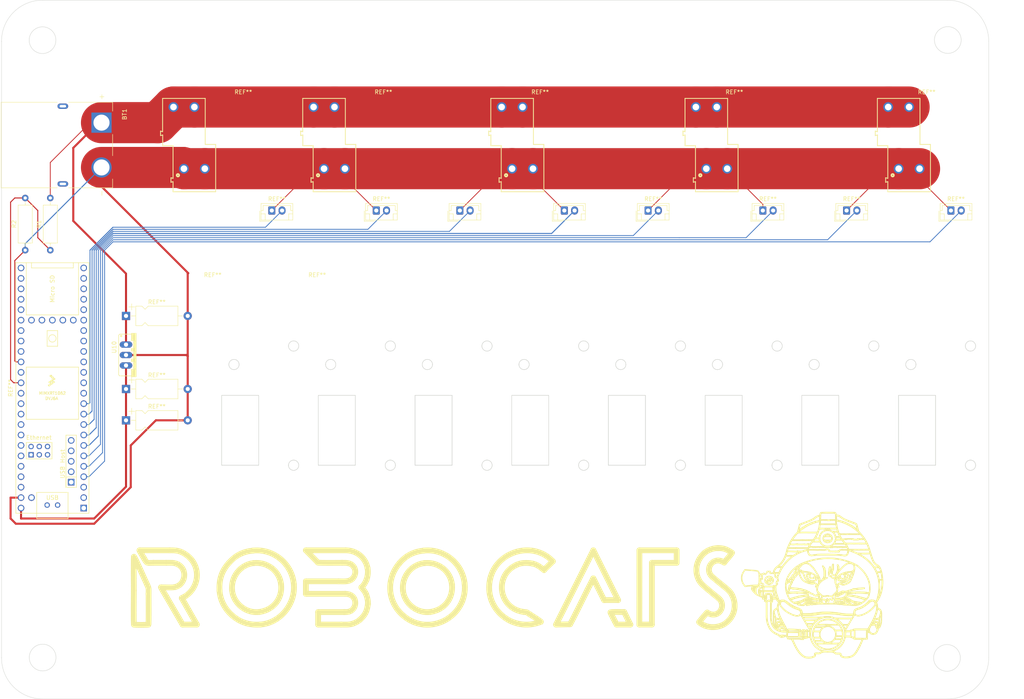
<source format=kicad_pcb>
(kicad_pcb (version 20221018) (generator pcbnew)
  (layers (0 "F.Cu" signal) (31 "B.Cu" signal) (34 "B.Paste" user) (35 "F.Paste" user) (36 "B.SilkS" user "B.Silkscreen") (37 "F.SilkS" user "F.Silkscreen") (38 "B.Mask" user) (39 "F.Mask" user) (44 "Edge.Cuts" user))
  (net 0 "")
  (footprint "691233510004:691233510004" (layer "F.Cu") (at 152.4 60.9447)
    (fp_text reference "REF**")
    (fp_text value "691233510004")
  )
  (footprint "Resistor_THT:R_Axial_DIN0309_L9.0mm_D3.2mm_P12.70mm_Horizontal" (layer "F.Cu") (at 37.592 80.772 90)
    (fp_text reference "R1")
    (fp_text value "R_Axial_DIN0309_L9.0mm_D3.2mm_P12.70mm_Horizontal" hide)
  )
  (footprint "Connector_JST:JST_EH_B2B-EH-A_1x02_P2.50mm_Vertical" (layer "F.Cu") (at 182.92 71.12)
    (fp_text reference "REF**")
    (fp_text value "JST_EH_B2B-EH-A_1x02_P2.50mm_Vertical")
  )
  (footprint "Capacitor_THT:CP_Axial_L10.0mm_D4.5mm_P15.00mm_Horizontal" (layer "F.Cu") (at 56 114.5425)
    (fp_text reference "REF**")
    (fp_text value "CP_Axial_L10.0mm_D4.5mm_P15.00mm_Horizontal")
  )
  (footprint "Connector_JST:JST_EH_B2B-EH-A_1x02_P2.50mm_Vertical" (layer "F.Cu") (at 91.44 71.12)
    (fp_text reference "REF**")
    (fp_text value "JST_EH_B2B-EH-A_1x02_P2.50mm_Vertical")
  )
  (footprint "Resistor_THT:R_Axial_DIN0309_L9.0mm_D3.2mm_P12.70mm_Horizontal" (layer "F.Cu") (at 31.496 80.772 90)
    (fp_text reference "R2")
    (fp_text value "R_Axial_DIN0309_L9.0mm_D3.2mm_P12.70mm_Horizontal" hide)
  )
  (footprint "L7805 (1):78XXS" (layer "F.Cu") (at 58.54 106.27735 -90)
    (fp_text reference "U10")
    (fp_text value "L7805")
  )
  (footprint "691233510004:691233510004" (layer "F.Cu") (at 246.38 60.9447)
    (fp_text reference "REF**")
    (fp_text value "691233510004")
  )
  (footprint "Connector_JST:JST_EH_B2B-EH-A_1x02_P2.50mm_Vertical" (layer "F.Cu") (at 116.84 71.12)
    (fp_text reference "REF**")
    (fp_text value "JST_EH_B2B-EH-A_1x02_P2.50mm_Vertical")
  )
  (footprint "Capacitor_THT:CP_Axial_L10.0mm_D4.5mm_P15.00mm_Horizontal" (layer "F.Cu") (at 56 96.7625)
    (fp_text reference "REF**")
    (fp_text value "CP_Axial_L10.0mm_D4.5mm_P15.00mm_Horizontal")
  )
  (footprint "Connector_JST:JST_EH_B2B-EH-A_1x02_P2.50mm_Vertical" (layer "F.Cu") (at 162.56 71.12)
    (fp_text reference "REF**")
    (fp_text value "JST_EH_B2B-EH-A_1x02_P2.50mm_Vertical")
  )
  (footprint "Connector_JST:JST_EH_B2B-EH-A_1x02_P2.50mm_Vertical" (layer "F.Cu") (at 137.16 71.12)
    (fp_text reference "REF**")
    (fp_text value "JST_EH_B2B-EH-A_1x02_P2.50mm_Vertical")
  )
  (footprint "Connector_JST:JST_EH_B2B-EH-A_1x02_P2.50mm_Vertical" (layer "F.Cu") (at 210.82 71.12)
    (fp_text reference "REF**")
    (fp_text value "JST_EH_B2B-EH-A_1x02_P2.50mm_Vertical")
  )
  (footprint "Connector_JST:JST_EH_B2B-EH-A_1x02_P2.50mm_Vertical" (layer "F.Cu") (at 231.18 71.12)
    (fp_text reference "REF**")
    (fp_text value "JST_EH_B2B-EH-A_1x02_P2.50mm_Vertical")
  )
  (footprint "Capacitor_THT:CP_Axial_L10.0mm_D4.5mm_P15.00mm_Horizontal" (layer "F.Cu") (at 56 122.1625)
    (fp_text reference "REF**")
    (fp_text value "CP_Axial_L10.0mm_D4.5mm_P15.00mm_Horizontal")
  )
  (footprint "teensy:Teensy41" (layer "F.Cu") (at 38.1 114.3 90)
    (fp_text reference "REF**")
    (fp_text value "Teensy 4.1")
  )
  (footprint "691233510004:691233510004" (layer "F.Cu") (at 106.68 60.9447)
    (fp_text reference "REF**")
    (fp_text value "691233510004")
  )
  (footprint "691233510004:691233510004" (layer "F.Cu") (at 72.62 60.9447)
    (fp_text reference "REF**")
    (fp_text value "691233510004")
  )
  (footprint "691233510004:691233510004" (layer "F.Cu") (at 199.62 60.9447)
    (fp_text reference "REF**")
    (fp_text value "691233510004")
  )
  (footprint "XT90PW-M:AMASS_XT90PW-M" (layer "F.Cu") (at 40.64 55.1947 -90)
    (fp_text reference "BT1")
    (fp_text value "Battery")
  )
  (footprint "Connector_JST:JST_EH_B2B-EH-A_1x02_P2.50mm_Vertical" (layer "F.Cu") (at 256.54 71.12)
    (fp_text reference "REF**")
    (fp_text value "JST_EH_B2B-EH-A_1x02_P2.50mm_Vertical")
  )
  (gr_curve (pts (xy 225.9382 169.9853) (xy 226.5087 169.9254) (xy 227.1903 169.9608) (xy 227.7418 170.1315)) (stroke (width 0.35)) (layer "F.SilkS"))
  (gr_curve (pts (xy 238.3364 166.426) (xy 238.2628 166.3722) (xy 238.2593 166.3247) (xy 238.1914 166.2613)) (stroke (width 0.35)) (layer "F.SilkS"))
  (gr_curve (pts (xy 224.7023 178.7553) (xy 224.8844 178.6135) (xy 225.5759 178.3318) (xy 225.7444 178.4102)) (stroke (width 0.35)) (layer "F.SilkS"))
  (gr_curve (pts (xy 102.7144 171.8535) (xy 104.5997 171.8535) (xy 106.485 171.8535) (xy 108.3704 171.8535)) (stroke (width 1.4)) (layer "F.SilkS"))
  (gr_curve (pts (xy 213.3297 163.701) (xy 213.3297 163.701) (xy 210.9321 163.6982) (xy 210.9321 163.6982)) (stroke (width 0.35)) (layer "F.SilkS"))
  (gr_curve (pts (xy 229.9545 164.0863) (xy 230.0496 164.0258) (xy 230.0433 164.023) (xy 230.1504 163.9759)) (stroke (width 0.35)) (layer "F.SilkS"))
  (gr_curve (pts (xy 231.5665 165.4867) (xy 231.5665 165.4867) (xy 231.8688 165.6702) (xy 231.8688 165.6702)) (stroke (width 0.35)) (layer "F.SilkS"))
  (gr_curve (pts (xy 211.7796 169.3563) (xy 211.7796 170.4224) (xy 211.8246 171.2266) (xy 212.2625 172.22)) (stroke (width 0.35)) (layer "F.SilkS"))
  (gr_curve (pts (xy 219.1678 159.7126) (xy 219.1109 159.8431) (xy 219.1489 159.7536) (xy 219.0486 159.8166)) (stroke (width 0.35)) (layer "F.SilkS"))
  (gr_curve (pts (xy 225.6451 150.4068) (xy 225.6451 150.4068) (xy 227.5148 150.4027) (xy 227.5148 150.4027)) (stroke (width 0.35)) (layer "F.SilkS"))
  (gr_curve (pts (xy 230.1831 146.0297) (xy 229.9489 145.8894) (xy 229.7581 145.6872) (xy 229.5446 145.5465)) (stroke (width 0.35)) (layer "F.SilkS"))
  (gr_curve (pts (xy 232.9029 151.179) (xy 233.09 151.1798) (xy 233.9728 151.2075) (xy 234.0678 151.1633)) (stroke (width 0.35)) (layer "F.SilkS"))
  (gr_curve (pts (xy 229.4558 158.689) (xy 229.8773 158.2038) (xy 230.9871 156.9994) (xy 231.6002 156.95)) (stroke (width 0.35)) (layer "F.SilkS"))
  (gr_curve (pts (xy 219.2422 153.9871) (xy 219.205 154.1365) (xy 219.0953 154.0881) (xy 218.9868 154.0958)) (stroke (width 0.35)) (layer "F.SilkS"))
  (gr_curve (pts (xy 224.5354 166.7556) (xy 224.9127 166.7296) (xy 225.0599 166.8597) (xy 225.2937 166.4989)) (stroke (width 0.35)) (layer "F.SilkS"))
  (gr_curve (pts (xy 229.101 152.9912) (xy 228.8548 153.0244) (xy 228.718 152.973) (xy 228.5868 152.9575)) (stroke (width 0.35)) (layer "F.SilkS"))
  (gr_curve (pts (xy 228.5478 151.0575) (xy 228.5022 151.1398) (xy 228.4429 151.508) (xy 228.3698 151.683)) (stroke (width 0.35)) (layer "F.SilkS"))
  (gr_curve (pts (xy 217.219 166.7741) (xy 216.9975 166.6272) (xy 216.7946 166.4415) (xy 216.5735 166.2969)) (stroke (width 0.35)) (layer "F.SilkS"))
  (gr_curve (pts (xy 209.255 164.5097) (xy 209.4026 164.6153) (xy 210.6211 165.1837) (xy 210.7863 165.2233)) (stroke (width 0.35)) (layer "F.SilkS"))
  (gr_curve (pts (xy 225.793 160.5147) (xy 226.0754 159.9287) (xy 225.9106 160.1848) (xy 225.9696 159.901)) (stroke (width 0.35)) (layer "F.SilkS"))
  (gr_curve (pts (xy 235.8161 165.8215) (xy 234.8571 165.4914) (xy 234.6582 165.3927) (xy 233.6202 165.1398)) (stroke (width 0.35)) (layer "F.SilkS"))
  (gr_curve (pts (xy 229.2095 171.8906) (xy 229.2095 171.8906) (xy 229.2926 171.8104) (xy 229.2926 171.8104)) (stroke (width 0.35)) (layer "F.SilkS"))
  (gr_curve (pts (xy 233.1334 175.2761) (xy 233.1334 175.2761) (xy 233.1336 173.0714) (xy 233.1336 173.0714)) (stroke (width 0.35)) (layer "F.SilkS"))
  (gr_curve (pts (xy 236.1263 152.1626) (xy 236.2859 152.3941) (xy 236.6337 153.355) (xy 236.7128 153.6573)) (stroke (width 0.35)) (layer "F.SilkS"))
  (gr_curve (pts (xy 205.9222 159.3892) (xy 205.4837 160.2601) (xy 205.6167 161.3792) (xy 206.2016 162.1548)) (stroke (width 0.35)) (layer "F.SilkS"))
  (gr_curve (pts (xy 232.4771 157.001) (xy 233.8699 157.5599) (xy 232.5633 160.2753) (xy 232.1253 161.1801)) (stroke (width 0.35)) (layer "F.SilkS"))
  (gr_curve (pts (xy 230.0494 175.3952) (xy 229.7944 175.4286) (xy 229.3982 175.4038) (xy 229.1275 175.4044)) (stroke (width 0.35)) (layer "F.SilkS"))
  (gr_curve (pts (xy 229.8279 152.9503) (xy 229.7349 153.0221) (xy 229.3994 152.9908) (xy 229.3556 152.9737)) (stroke (width 0.35)) (layer "F.SilkS"))
  (gr_curve (pts (xy 224.5127 148.2316) (xy 224.4515 148.4959) (xy 224.2684 149.3144) (xy 224.1268 149.4875)) (stroke (width 0.35)) (layer "F.SilkS"))
  (gr_curve (pts (xy 230.1342 165.5971) (xy 230.1984 165.6436) (xy 230.2823 165.6698) (xy 230.3772 165.6466)) (stroke (width 0.35)) (layer "F.SilkS"))
  (gr_curve (pts (xy 214.3842 167.6736) (xy 214.379 167.8678) (xy 214.3 167.8612) (xy 214.1422 167.9673)) (stroke (width 0.35)) (layer "F.SilkS"))
  (gr_curve (pts (xy 215.1191 158.56) (xy 215.2584 158.3199) (xy 215.4013 158.0966) (xy 215.544 157.861)) (stroke (width 0.35)) (layer "F.SilkS"))
  (gr_curve (pts (xy 229.5867 160.1285) (xy 229.6839 160.2858) (xy 229.5807 160.4571) (xy 229.8802 160.6445)) (stroke (width 0.35)) (layer "F.SilkS"))
  (gr_curve (pts (xy 227.7582 178.3362) (xy 227.7582 178.3362) (xy 227.4871 178.4097) (xy 227.4871 178.4097)) (stroke (width 0.35)) (layer "F.SilkS"))
  (gr_curve (pts (xy 236.1872 165.4728) (xy 235.7217 165.9819) (xy 235.2422 166.4107) (xy 234.6297 166.7394)) (stroke (width 0.35)) (layer "F.SilkS"))
  (gr_curve (pts (xy 221.3914 174.6379) (xy 221.3914 174.6379) (xy 221.3903 173.5649) (xy 221.3903 173.5649)) (stroke (width 0.35)) (layer "F.SilkS"))
  (gr_curve (pts (xy 68.6373 157.2145) (xy 71.1437 158.5522) (xy 70.4119 162.3367) (xy 67.7218 162.768)) (stroke (width 1.4)) (layer "F.SilkS"))
  (gr_curve (pts (xy 233.3449 164.1705) (xy 233.4509 164.0905) (xy 233.6195 164.1241) (xy 233.7447 164.1231)) (stroke (width 0.35)) (layer "F.SilkS"))
  (gr_curve (pts (xy 224.7474 152.9642) (xy 224.8503 152.9488) (xy 224.8609 152.972) (xy 224.9404 152.9786)) (stroke (width 0.35)) (layer "F.SilkS"))
  (gr_curve (pts (xy 226.4173 160.478) (xy 226.3942 160.4997) (xy 225.7454 160.8097) (xy 225.5183 160.9504)) (stroke (width 0.35)) (layer "F.SilkS"))
  (gr_curve (pts (xy 238.8003 171.6925) (xy 238.7579 171.3286) (xy 238.4533 171.0563) (xy 237.957 171.3756)) (stroke (width 0.35)) (layer "F.SilkS"))
  (gr_curve (pts (xy 233.9105 167.9633) (xy 233.6314 168.0499) (xy 233.3189 168.1132) (xy 233.1549 168.36)) (stroke (width 0.35)) (layer "F.SilkS"))
  (gr_curve (pts (xy 220.8699 148.1375) (xy 220.8699 148.1389) (xy 220.873 148.1406) (xy 220.8729 148.1405)) (stroke (width 0.35)) (layer "F.SilkS"))
  (gr_curve (pts (xy 218.9976 152.3116) (xy 218.9976 152.3116) (xy 218.9542 152.346) (xy 218.9542 152.346)) (stroke (width 0.35)) (layer "F.SilkS"))
  (gr_curve (pts (xy 223.863 171.8866) (xy 223.9662 171.6217) (xy 224.7068 171.1281) (xy 224.975 170.9919)) (stroke (width 0.35)) (layer "F.SilkS"))
  (gr_curve (pts (xy 216.8065 173.4476) (xy 216.707 173.2077) (xy 216.5328 172.9045) (xy 216.4084 172.6679)) (stroke (width 0.35)) (layer "F.SilkS"))
  (gr_curve (pts (xy 220.8269 174.1256) (xy 220.8378 173.9537) (xy 220.8417 173.7905) (xy 220.8488 173.6166)) (stroke (width 0.35)) (layer "F.SilkS"))
  (gr_curve (pts (xy 229.7907 154.9194) (xy 230.178 154.9571) (xy 230.8541 155.1717) (xy 231.1578 154.9317)) (stroke (width 0.35)) (layer "F.SilkS"))
  (gr_curve (pts (xy 211.2522 165.5113) (xy 211.3036 165.2661) (xy 211.215 165.1337) (xy 211.3261 164.8484)) (stroke (width 0.35)) (layer "F.SilkS"))
  (gr_curve (pts (xy 229.5425 166.8834) (xy 229.5425 166.8834) (xy 229.2899 166.322) (xy 229.2899 166.322)) (stroke (width 0.35)) (layer "F.SilkS"))
  (gr_curve (pts (xy 233.4578 167.084) (xy 233.1687 166.7437) (xy 232.7624 166.3816) (xy 232.3457 166.2383)) (stroke (width 0.35)) (layer "F.SilkS"))
  (gr_curve (pts (xy 229.5867 160.1285) (xy 229.3981 160.3105) (xy 229.224 160.7712) (xy 229.214 161.0393)) (stroke (width 0.35)) (layer "F.SilkS"))
  (gr_curve (pts (xy 234.4264 166.667) (xy 234.2707 166.6332) (xy 234.1123 166.6005) (xy 233.9561 166.5723)) (stroke (width 0.35)) (layer "F.SilkS"))
  (gr_curve (pts (xy 202.3854 155.6053) (xy 202.5867 155.3509) (xy 203.2397 154.6414) (xy 203.3058 154.397)) (stroke (width 1.4)) (layer "F.SilkS"))
  (gr_curve (pts (xy 220.2918 166.0808) (xy 220.0534 166.1879) (xy 218.9863 166.4183) (xy 218.6075 166.4965)) (stroke (width 0.35)) (layer "F.SilkS"))
  (gr_curve (pts (xy 230.4422 166.6646) (xy 230.7078 167.1071) (xy 230.6339 166.9295) (xy 230.8349 166.9402)) (stroke (width 0.35)) (layer "F.SilkS"))
  (gr_curve (pts (xy 227.6225 165.8523) (xy 227.728 165.7978) (xy 227.8616 165.656) (xy 227.878 165.5267)) (stroke (width 0.35)) (layer "F.SilkS"))
  (gr_curve (pts (xy 219.0529 158.7687) (xy 218.9467 158.9662) (xy 218.528 159.0629) (xy 218.4731 159.1034)) (stroke (width 0.35)) (layer "F.SilkS"))
  (gr_curve (pts (xy 229.0897 149.1609) (xy 228.8545 148.43) (xy 228.617 147.2966) (xy 228.6303 146.5595)) (stroke (width 0.35)) (layer "F.SilkS"))
  (gr_curve (pts (xy 219.4331 167.9248) (xy 220.1887 168.178) (xy 220.3249 168.5749) (xy 220.3707 169.2354)) (stroke (width 0.35)) (layer "F.SilkS"))
  (gr_curve (pts (xy 227.4871 178.4097) (xy 227.5609 178.3642) (xy 227.9251 178.484) (xy 228.0343 178.5309)) (stroke (width 0.35)) (layer "F.SilkS"))
  (gr_curve (pts (xy 223.8726 151.6606) (xy 224.085 151.6612) (xy 224.6285 151.702) (xy 224.7034 151.6271)) (stroke (width 0.35)) (layer "F.SilkS"))
  (gr_curve (pts (xy 226.7699 166.2841) (xy 226.7699 166.2841) (xy 226.4746 165.5984) (xy 226.4746 165.5984)) (stroke (width 0.35)) (layer "F.SilkS"))
  (gr_curve (pts (xy 235.8924 167.0489) (xy 235.7757 167.2036) (xy 235.3356 167.4662) (xy 235.148 167.5724)) (stroke (width 0.35)) (layer "F.SilkS"))
  (gr_curve (pts (xy 223.4546 169.4781) (xy 222.3217 169.6243) (xy 221.3016 169.5895) (xy 220.1685 169.5281)) (stroke (width 0.35)) (layer "F.SilkS"))
  (gr_curve (pts (xy 227.7335 152.9868) (xy 227.7335 152.9868) (xy 228.5868 152.9575) (xy 228.5868 152.9575)) (stroke (width 0.35)) (layer "F.SilkS"))
  (gr_curve (pts (xy 227.8192 149.3234) (xy 227.8136 149.301) (xy 227.8281 149.2846) (xy 227.8012 149.2553)) (stroke (width 0.35)) (layer "F.SilkS"))
  (gr_curve (pts (xy 239.8532 160.9681) (xy 239.8139 160.5935) (xy 239.7319 159.3147) (xy 239.5557 159.0625)) (stroke (width 0.35)) (layer "F.SilkS"))
  (gr_curve (pts (xy 228.6723 159.489) (xy 228.7715 159.2885) (xy 228.8939 159.1117) (xy 228.9488 158.8915)) (stroke (width 0.35)) (layer "F.SilkS"))
  (gr_curve (pts (xy 220.1811 148.6222) (xy 220.1811 148.6236) (xy 220.1843 148.6253) (xy 220.1842 148.6252)) (stroke (width 0.35)) (layer "F.SilkS"))
  (gr_curve (pts (xy 222.6991 164.3343) (xy 223.1373 164.4157) (xy 223.1069 164.5903) (xy 223.221 164.6494)) (stroke (width 0.35)) (layer "F.SilkS"))
  (gr_curve (pts (xy 228.6503 145.3536) (xy 228.8997 145.31) (xy 229.3307 145.4055) (xy 229.5446 145.5465)) (stroke (width 0.35)) (layer "F.SilkS"))
  (gr_curve (pts (xy 221.3472 173.4299) (xy 221.3472 173.4299) (xy 220.948 173.4329) (xy 220.948 173.4329)) (stroke (width 0.35)) (layer "F.SilkS"))
  (gr_curve (pts (xy 226.9914 153.9932) (xy 226.9211 154.0041) (xy 226.9543 154.0108) (xy 226.9846 154.0234)) (stroke (width 0.35)) (layer "F.SilkS"))
  (gr_curve (pts (xy 223.0698 175.0219) (xy 223.0977 175.2197) (xy 223.2506 175.6704) (xy 223.3556 175.829)) (stroke (width 0.35)) (layer "F.SilkS"))
  (gr_curve (pts (xy 229.4586 176.4762) (xy 229.2901 176.4546) (xy 229.339 176.476) (xy 229.1536 176.476)) (stroke (width 0.35)) (layer "F.SilkS"))
  (gr_curve (pts (xy 232.1914 153.8962) (xy 232.1914 153.8962) (xy 233.3578 154.361) (xy 233.3578 154.361)) (stroke (width 0.35)) (layer "F.SilkS"))
  (gr_curve (pts (xy 218.1962 161.0648) (xy 218.1001 161.1985) (xy 218.0297 161.1139) (xy 217.8961 161.3115)) (stroke (width 0.35)) (layer "F.SilkS"))
  (gr_curve (pts (xy 228.1757 149.265) (xy 228.1005 149.2663) (xy 227.9194 149.2543) (xy 227.8012 149.2553)) (stroke (width 0.35)) (layer "F.SilkS"))
  (gr_curve (pts (xy 218.8859 153.2744) (xy 218.8835 153.2696) (xy 218.8765 153.2821) (xy 218.8717 153.2857)) (stroke (width 0.35)) (layer "F.SilkS"))
  (gr_curve (pts (xy 229.1326 164.4887) (xy 228.9536 164.5878) (xy 228.7613 164.4653) (xy 228.7921 164.8005)) (stroke (width 0.35)) (layer "F.SilkS"))
  (gr_curve (pts (xy 224.5614 171.8874) (xy 224.3286 171.8868) (xy 224.0956 171.8896) (xy 223.863 171.8866)) (stroke (width 0.35)) (layer "F.SilkS"))
  (gr_curve (pts (xy 233.1029 169.2296) (xy 233.0601 169.1598) (xy 233.0638 168.9014) (xy 233.064 168.8258)) (stroke (width 0.35)) (layer "F.SilkS"))
  (gr_curve (pts (xy 218.7668 158.5503) (xy 218.7668 158.5503) (xy 218.9471 158.5748) (xy 218.9471 158.5748)) (stroke (width 0.35)) (layer "F.SilkS"))
  (gr_curve (pts (xy 61.1417 162.1634) (xy 60.7619 161.4108) (xy 58.1875 155.4569) (xy 57.9238 155.3694)) (stroke (width 1.4)) (layer "F.SilkS"))
  (gr_curve (pts (xy 239.8532 160.9681) (xy 239.922 161.26) (xy 239.8554 162.1851) (xy 239.8218 162.5199)) (stroke (width 0.35)) (layer "F.SilkS"))
  (gr_curve (pts (xy 227.6711 159.5364) (xy 227.5972 159.3946) (xy 227.6596 158.9072) (xy 227.7462 158.7662)) (stroke (width 0.35)) (layer "F.SilkS"))
  (gr_curve (pts (xy 230.6072 165.3527) (xy 230.5991 165.5059) (xy 230.5924 165.4095) (xy 230.6867 165.5039)) (stroke (width 0.35)) (layer "F.SilkS"))
  (gr_curve (pts (xy 223.4188 164.7341) (xy 223.333 164.6771) (xy 223.2994 164.6899) (xy 223.221 164.6494)) (stroke (width 0.35)) (layer "F.SilkS"))
  (gr_curve (pts (xy 225.3046 175.772) (xy 225.2571 175.7091) (xy 225.2032 175.6658) (xy 225.1451 175.6094)) (stroke (width 0.35)) (layer "F.SilkS"))
  (gr_curve (pts (xy 228.9732 165.5628) (xy 229.1811 165.5555) (xy 229.2722 165.5213) (xy 229.4591 165.5792)) (stroke (width 0.35)) (layer "F.SilkS"))
  (gr_curve (pts (xy 211.0381 162.6249) (xy 211.1287 162.5864) (xy 213.1324 162.5824) (xy 213.3155 162.6152)) (stroke (width 0.35)) (layer "F.SilkS"))
  (gr_curve (pts (xy 236.6218 172.7812) (xy 236.6218 172.7812) (xy 236.1834 173.4859) (xy 236.1834 173.4859)) (stroke (width 0.35)) (layer "F.SilkS"))
  (gr_curve (pts (xy 222.4955 165.6643) (xy 222.6531 165.6976) (xy 223.0507 165.7303) (xy 223.1677 165.7792)) (stroke (width 0.35)) (layer "F.SilkS"))
  (gr_curve (pts (xy 230.1831 146.0297) (xy 230.8516 146.4305) (xy 232.5641 147.0571) (xy 233.3596 147.3437)) (stroke (width 0.35)) (layer "F.SilkS"))
  (gr_curve (pts (xy 233.7075 165.0065) (xy 233.2863 164.9182) (xy 232.8811 164.8516) (xy 232.4575 164.7791)) (stroke (width 0.35)) (layer "F.SilkS"))
  (gr_curve (pts (xy 213.5171 159.2569) (xy 213.5171 159.2569) (xy 213.502 159.1602) (xy 213.502 159.1602)) (stroke (width 0.35)) (layer "F.SilkS"))
  (gr_curve (pts (xy 219.6764 158.0278) (xy 219.6421 157.9623) (xy 219.5856 157.8641) (xy 219.5243 157.8304)) (stroke (width 0.35)) (layer "F.SilkS"))
  (gr_curve (pts (xy 229.4665 166.3013) (xy 229.4989 166.5216) (xy 229.6728 166.7043) (xy 229.7352 166.9044)) (stroke (width 0.35)) (layer "F.SilkS"))
  (gr_curve (pts (xy 236.6669 172.8906) (xy 236.7007 172.8268) (xy 236.7278 172.6425) (xy 236.8584 172.4943)) (stroke (width 0.35)) (layer "F.SilkS"))
  (gr_curve (pts (xy 222.0178 147.4996) (xy 222.0178 147.5011) (xy 222.0209 147.5028) (xy 222.0208 147.5027)) (stroke (width 0.35)) (layer "F.SilkS"))
  (gr_curve (pts (xy 227.3347 153.0419) (xy 227.3358 153.0422) (xy 227.3416 153.0429) (xy 227.3427 153.043)) (stroke (width 0.35)) (layer "F.SilkS"))
  (gr_curve (pts (xy 230.6821 151.0849) (xy 230.5443 151.0603) (xy 230.5409 151.0732) (xy 230.4304 151.1402)) (stroke (width 0.35)) (layer "F.SilkS"))
  (gr_curve (pts (xy 224.1578 162.2176) (xy 224.0131 162.3291) (xy 224.0715 162.2204) (xy 224.006 162.3304)) (stroke (width 0.35)) (layer "F.SilkS"))
  (gr_curve (pts (xy 214.1828 174.2254) (xy 214.4354 174.3273) (xy 214.5202 174.3247) (xy 214.7212 174.5288)) (stroke (width 0.35)) (layer "F.SilkS"))
  (gr_curve (pts (xy 224.3874 164.4278) (xy 224.2773 164.1228) (xy 224.0614 163.8412) (xy 224.0916 163.7435)) (stroke (width 0.35)) (layer "F.SilkS"))
  (gr_curve (pts (xy 209.1322 164.2357) (xy 208.7627 164.0488) (xy 209.0214 163.4696) (xy 208.8308 163.2677)) (stroke (width 0.35)) (layer "F.SilkS"))
  (gr_curve (pts (xy 221.7072 152.3661) (xy 221.7072 152.3661) (xy 221.7133 152.2695) (xy 221.7133 152.2695)) (stroke (width 0.35)) (layer "F.SilkS"))
  (gr_curve (pts (xy 225.3046 175.772) (xy 225.2391 175.8251) (xy 225.3039 175.803) (xy 225.1752 175.8103)) (stroke (width 0.35)) (layer "F.SilkS"))
  (gr_curve (pts (xy 232.978 169.5775) (xy 232.9343 169.6977) (xy 232.5658 170.3536) (xy 232.4872 170.4056)) (stroke (width 0.35)) (layer "F.SilkS"))
  (gr_curve (pts (xy 236.5904 173.1831) (xy 236.591 173.2408) (xy 236.5954 173.3031) (xy 236.5961 173.3578)) (stroke (width 0.35)) (layer "F.SilkS"))
  (gr_curve (pts (xy 238.3963 168.8384) (xy 238.6238 168.0421) (xy 238.7599 166.789) (xy 237.9993 166.2272)) (stroke (width 0.35)) (layer "F.SilkS"))
  (gr_curve (pts (xy 224.9532 144.7457) (xy 224.7729 144.8884) (xy 224.8161 145.3207) (xy 224.8147 145.5278)) (stroke (width 0.35)) (layer "F.SilkS"))
  (gr_curve (pts (xy 220.8586 174.8786) (xy 220.8586 174.8786) (xy 221.3345 174.8773) (xy 221.3345 174.8773)) (stroke (width 0.35)) (layer "F.SilkS"))
  (gr_curve (pts (xy 216.9839 161.4713) (xy 216.9015 161.5543) (xy 216.8886 161.6143) (xy 216.748 161.5371)) (stroke (width 0.35)) (layer "F.SilkS"))
  (gr_curve (pts (xy 225.6665 172.4711) (xy 226.213 172.2876) (xy 226.5883 172.0978) (xy 227.3097 172.3728)) (stroke (width 0.35)) (layer "F.SilkS"))
  (gr_curve (pts (xy 227.0375 154.0075) (xy 227.0375 154.0075) (xy 226.9914 153.9932) (xy 226.9914 153.9932)) (stroke (width 0.35)) (layer "F.SilkS"))
  (gr_curve (pts (xy 123.3573 169.638) (xy 129.7335 175.1236) (xy 139.1158 169.8409) (xy 138.3294 161.9633)) (stroke (width 1.4)) (layer "F.SilkS"))
  (gr_curve (pts (xy 218.6857 160.0953) (xy 218.6857 160.0953) (xy 218.7722 160.1846) (xy 218.7722 160.1846)) (stroke (width 0.35)) (layer "F.SilkS"))
  (gr_curve (pts (xy 216.1158 174.5971) (xy 216.1435 174.6461) (xy 215.5812 174.8209) (xy 215.5219 174.8299)) (stroke (width 0.35)) (layer "F.SilkS"))
  (gr_curve (pts (xy 208.7885 162.689) (xy 208.7262 162.7696) (xy 208.5796 162.9333) (xy 208.5414 163.0075)) (stroke (width 0.35)) (layer "F.SilkS"))
  (gr_curve (pts (xy 213.7027 172.2053) (xy 213.8428 172.5179) (xy 213.8517 172.5677) (xy 214.0608 172.6381)) (stroke (width 0.35)) (layer "F.SilkS"))
  (gr_curve (pts (xy 230.2051 162.1465) (xy 229.8724 162.1008) (xy 229.8113 161.9828) (xy 229.5477 161.8512)) (stroke (width 0.35)) (layer "F.SilkS"))
  (gr_curve (pts (xy 223.5666 166.856) (xy 223.5666 166.856) (xy 223.6569 166.8436) (xy 223.6569 166.8436)) (stroke (width 0.35)) (layer "F.SilkS"))
  (gr_curve (pts (xy 233.1751 169.2659) (xy 233.2882 169.6649) (xy 233.9094 169.7399) (xy 234.2507 169.6834)) (stroke (width 0.35)) (layer "F.SilkS"))
  (gr_curve (pts (xy 227.081 158.5894) (xy 227.0916 158.3523) (xy 227.1571 158.1135) (xy 227.1641 157.8725)) (stroke (width 0.35)) (layer "F.SilkS"))
  (gr_curve (pts (xy 216.7386 156.3792) (xy 216.9277 156.1755) (xy 217.1991 155.927) (xy 217.4242 155.7385)) (stroke (width 0.35)) (layer "F.SilkS"))
  (gr_curve (pts (xy 212.6778 164.4467) (xy 212.6892 164.6507) (xy 212.7071 165.572) (xy 212.7671 165.6898)) (stroke (width 0.35)) (layer "F.SilkS"))
  (gr_curve (pts (xy 233.6847 148.7755) (xy 233.6847 148.7755) (xy 233.9387 148.9928) (xy 233.9387 148.9928)) (stroke (width 0.35)) (layer "F.SilkS"))
  (gr_curve (pts (xy 216.1158 174.5971) (xy 215.9015 174.5865) (xy 215.4659 174.5852) (xy 215.2908 174.475)) (stroke (width 0.35)) (layer "F.SilkS"))
  (gr_curve (pts (xy 220.0717 148.7168) (xy 220.0717 148.7168) (xy 220.0717 148.7168) (xy 220.0717 148.7168)) (stroke (width 0.35)) (layer "F.SilkS"))
  (gr_curve (pts (xy 221.7431 164.1924) (xy 221.7431 164.1924) (xy 221.7333 163.9473) (xy 221.7333 163.9473)) (stroke (width 0.35)) (layer "F.SilkS"))
  (gr_curve (pts (xy 215.485 166.1602) (xy 216.08 165.995) (xy 216.5132 166.4976) (xy 216.9279 166.8366)) (stroke (width 0.35)) (layer "F.SilkS"))
  (gr_curve (pts (xy 217.7504 175.3262) (xy 218.4319 176.3471) (xy 218.4918 177.1184) (xy 219.5433 178.5334)) (stroke (width 0.35)) (layer "F.SilkS"))
  (gr_curve (pts (xy 222.5916 166.9649) (xy 222.5916 166.9649) (xy 222.8488 166.958) (xy 222.8488 166.958)) (stroke (width 0.35)) (layer "F.SilkS"))
  (gr_curve (pts (xy 218.1216 152.3728) (xy 218.42 152.3582) (xy 218.5397 152.4051) (xy 218.7296 152.3232)) (stroke (width 0.35)) (layer "F.SilkS"))
  (gr_curve (pts (xy 219.0486 159.8166) (xy 218.9845 159.8568) (xy 219.0029 159.8664) (xy 218.9472 159.9143)) (stroke (width 0.35)) (layer "F.SilkS"))
  (gr_curve (pts (xy 217.6431 161.8007) (xy 217.646 161.8144) (xy 217.8153 162.0542) (xy 217.5639 162.2293)) (stroke (width 0.35)) (layer "F.SilkS"))
  (gr_curve (pts (xy 221.6637 147.6813) (xy 221.6631 147.6807) (xy 221.619 147.7051) (xy 221.6533 147.6708)) (stroke (width 0.35)) (layer "F.SilkS"))
  (gr_curve (pts (xy 234.6297 166.7394) (xy 233.7848 167.1927) (xy 233.1502 167.1486) (xy 232.2207 167.0872)) (stroke (width 0.35)) (layer "F.SilkS"))
  (gr_curve (pts (xy 209.1115 162.8919) (xy 209.2036 162.8542) (xy 209.407 162.5908) (xy 209.4779 162.4926)) (stroke (width 0.35)) (layer "F.SilkS"))
  (gr_curve (pts (xy 217.8474 175.3235) (xy 218.1898 175.6253) (xy 218.8431 177.7538) (xy 219.9222 178.8454)) (stroke (width 0.35)) (layer "F.SilkS"))
  (gr_curve (pts (xy 238.6572 172.4258) (xy 238.8848 173.0914) (xy 238.7049 173.0443) (xy 238.6867 173.216)) (stroke (width 0.35)) (layer "F.SilkS"))
  (gr_curve (pts (xy 218.2861 163.1008) (xy 219.2455 163.2342) (xy 220.9169 163.4811) (xy 221.7333 163.9473)) (stroke (width 0.35)) (layer "F.SilkS"))
  (gr_curve (pts (xy 223.8465 166.4065) (xy 223.8465 166.4065) (xy 223.4608 166.4021) (xy 223.4608 166.4021)) (stroke (width 0.35)) (layer "F.SilkS"))
  (gr_curve (pts (xy 208.5414 163.0075) (xy 208.5796 162.9333) (xy 208.7262 162.7696) (xy 208.7885 162.689)) (stroke (width 0.35)) (layer "F.SilkS"))
  (gr_curve (pts (xy 211.9727 166.18) (xy 211.7094 166.3687) (xy 211.7819 166.5372) (xy 211.7804 166.8318)) (stroke (width 0.35)) (layer "F.SilkS"))
  (gr_curve (pts (xy 212.831 160.9942) (xy 212.6907 161.102) (xy 212.7601 161.2644) (xy 212.5892 161.3894)) (stroke (width 0.35)) (layer "F.SilkS"))
  (gr_curve (pts (xy 230.1527 151.2241) (xy 230.1918 151.3492) (xy 230.8253 152.1004) (xy 230.9275 152.1585)) (stroke (width 0.35)) (layer "F.SilkS"))
  (gr_curve (pts (xy 228.3262 168.9822) (xy 226.4502 168.8485) (xy 225.5378 168.7935) (xy 223.561 169.1113)) (stroke (width 0.35)) (layer "F.SilkS"))
  (gr_curve (pts (xy 225.5183 160.9504) (xy 224.699 161.4579) (xy 224.082 162.2194) (xy 224.0546 163.2068)) (stroke (width 0.35)) (layer "F.SilkS"))
  (gr_curve (pts (xy 222.9543 149.4636) (xy 223.1497 149.464) (xy 223.3457 149.4623) (xy 223.541 149.4626)) (stroke (width 0.35)) (layer "F.SilkS"))
  (gr_curve (pts (xy 229.8802 160.6445) (xy 230.3066 160.9113) (xy 230.8617 160.5835) (xy 230.8058 160.0974)) (stroke (width 0.35)) (layer "F.SilkS"))
  (gr_curve (pts (xy 210.2763 164.7642) (xy 210.2763 164.7642) (xy 209.8997 164.2735) (xy 209.8997 164.2735)) (stroke (width 0.35)) (layer "F.SilkS"))
  (gr_curve (pts (xy 220.9135 175.112) (xy 220.9993 175.1897) (xy 220.9489 175.1618) (xy 221.0662 175.1979)) (stroke (width 0.35)) (layer "F.SilkS"))
  (gr_curve (pts (xy 231.5642 153.7065) (xy 231.456 153.7041) (xy 231.3213 153.7115) (xy 231.219 153.705)) (stroke (width 0.35)) (layer "F.SilkS"))
  (gr_curve (pts (xy 230.7665 174.9243) (xy 230.853 174.4557) (xy 230.8356 173.8254) (xy 230.7406 173.359)) (stroke (width 0.35)) (layer "F.SilkS"))
  (gr_curve (pts (xy 229.8418 152.9392) (xy 230.0052 152.9999) (xy 229.859 152.9873) (xy 230.1848 152.9998)) (stroke (width 0.35)) (layer "F.SilkS"))
  (gr_curve (pts (xy 216.322 173.5149) (xy 216.3993 173.4067) (xy 216.369 173.1469) (xy 216.361 173.0033)) (stroke (width 0.35)) (layer "F.SilkS"))
  (gr_curve (pts (xy 227.8012 149.2553) (xy 227.9194 149.2543) (xy 228.1005 149.2663) (xy 228.1757 149.265)) (stroke (width 0.35)) (layer "F.SilkS"))
  (gr_curve (pts (xy 231.5844 166.5677) (xy 232.1542 167.007) (xy 232.0257 167.0581) (xy 232.4766 167.0701)) (stroke (width 0.35)) (layer "F.SilkS"))
  (gr_curve (pts (xy 236.1263 152.1626) (xy 235.9014 152.1526) (xy 235.6964 152.1198) (xy 235.4649 152.1482)) (stroke (width 0.35)) (layer "F.SilkS"))
  (gr_curve (pts (xy 234.537 152.142) (xy 234.6078 152.1401) (xy 234.7864 152.1651) (xy 234.8047 152.1628)) (stroke (width 0.35)) (layer "F.SilkS"))
  (gr_curve (pts (xy 231.3545 149.8704) (xy 231.3545 149.8704) (xy 230.3291 149.8572) (xy 230.3291 149.8572)) (stroke (width 0.35)) (layer "F.SilkS"))
  (gr_curve (pts (xy 213.8577 173.9872) (xy 214.3075 174.2166) (xy 214.5619 174.2097) (xy 214.9238 174.607)) (stroke (width 0.35)) (layer "F.SilkS"))
  (gr_curve (pts (xy 202.0713 171.288) (xy 204.0514 169.6103) (xy 204.492 166.9944) (xy 203.3471 164.6958)) (stroke (width 1.4)) (layer "F.SilkS"))
  (gr_curve (pts (xy 228.439 175.02) (xy 228.485 174.8985) (xy 228.5062 174.7097) (xy 228.5747 174.6155)) (stroke (width 0.35)) (layer "F.SilkS"))
  (gr_curve (pts (xy 227.3263 153.0393) (xy 227.3263 153.0393) (xy 227.2377 152.9964) (xy 227.2377 152.9964)) (stroke (width 0.35)) (layer "F.SilkS"))
  (gr_curve (pts (xy 210.833 163.8476) (xy 210.833 163.8476) (xy 210.2543 163.5906) (xy 210.2543 163.5906)) (stroke (width 0.35)) (layer "F.SilkS"))
  (gr_curve (pts (xy 214.3552 157.8138) (xy 214.5204 157.6108) (xy 215.1939 157.4144) (xy 216.0068 155.9293)) (stroke (width 0.35)) (layer "F.SilkS"))
  (gr_curve (pts (xy 217.3697 163.0747) (xy 217.2901 163.1979) (xy 217.0771 163.2712) (xy 217.0215 163.4745)) (stroke (width 0.35)) (layer "F.SilkS"))
  (gr_curve (pts (xy 225.7444 178.4102) (xy 225.5759 178.3318) (xy 224.8844 178.6135) (xy 224.7023 178.7553)) (stroke (width 0.35)) (layer "F.SilkS"))
  (gr_curve (pts (xy 224.714 145.3885) (xy 224.5147 145.3839) (xy 224.2153 145.4794) (xy 224.0327 145.5627)) (stroke (width 0.35)) (layer "F.SilkS"))
  (gr_curve (pts (xy 222.3197 164.1486) (xy 222.2413 164.0683) (xy 222.2275 164.1231) (xy 222.1488 164.0392)) (stroke (width 0.35)) (layer "F.SilkS"))
  (gr_curve (pts (xy 229.1191 154.0097) (xy 229.1231 154.0091) (xy 229.159 154.0025) (xy 229.164 154.0023)) (stroke (width 0.35)) (layer "F.SilkS"))
  (gr_curve (pts (xy 210.0869 162.3441) (xy 209.9955 162.4572) (xy 209.6973 162.6116) (xy 209.5585 162.6916)) (stroke (width 0.35)) (layer "F.SilkS"))
  (gr_curve (pts (xy 223.4753 178.9409) (xy 223.3903 179.1122) (xy 223.7806 179.4246) (xy 222.9537 179.7314)) (stroke (width 0.35)) (layer "F.SilkS"))
  (gr_curve (pts (xy 222.0104 152.3656) (xy 222.1125 152.365) (xy 222.1959 152.3425) (xy 222.2597 152.3953)) (stroke (width 0.35)) (layer "F.SilkS"))
  (gr_curve (pts (xy 229.9628 151.1097) (xy 230.034 151.1542) (xy 230.3197 151.561) (xy 230.3959 151.6581)) (stroke (width 0.35)) (layer "F.SilkS"))
  (gr_curve (pts (xy 232.6478 174.9178) (xy 232.0927 174.9178) (xy 232.2327 174.941) (xy 232.1635 174.7871)) (stroke (width 0.35)) (layer "F.SilkS"))
  (gr_curve (pts (xy 228.3757 173.303) (xy 228.3966 173.4504) (xy 228.522 173.6807) (xy 228.5541 173.8838)) (stroke (width 0.35)) (layer "F.SilkS"))
  (gr_curve (pts (xy 227.1167 146.4597) (xy 227.1167 146.4597) (xy 227.0168 146.4982) (xy 227.0168 146.4982)) (stroke (width 0.35)) (layer "F.SilkS"))
  (gr_curve (pts (xy 227.4805 151.3866) (xy 227.7342 150.9888) (xy 227.6569 150.8003) (xy 227.5148 150.4027)) (stroke (width 0.35)) (layer "F.SilkS"))
  (gr_curve (pts (xy 228.5444 145.6043) (xy 228.5462 145.9061) (xy 228.5579 146.1971) (xy 228.566 146.4972)) (stroke (width 0.35)) (layer "F.SilkS"))
  (gr_curve (pts (xy 219.6354 154.0803) (xy 219.6354 154.0803) (xy 219.5973 154.0908) (xy 219.5973 154.0908)) (stroke (width 0.35)) (layer "F.SilkS"))
  (gr_curve (pts (xy 220.3882 148.4721) (xy 220.3876 148.4716) (xy 220.3436 148.496) (xy 220.3778 148.4617)) (stroke (width 0.35)) (layer "F.SilkS"))
  (gr_curve (pts (xy 224.5354 166.7556) (xy 224.3727 166.7669) (xy 224.1931 166.7864) (xy 224.0421 166.8024)) (stroke (width 0.35)) (layer "F.SilkS"))
  (gr_curve (pts (xy 222.9833 151.62) (xy 222.9907 151.6028) (xy 223.5184 150.8719) (xy 223.5412 150.8518)) (stroke (width 0.35)) (layer "F.SilkS"))
  (gr_curve (pts (xy 231.6311 171.8752) (xy 231.6311 171.8752) (xy 230.8351 173.1948) (xy 230.8351 173.1948)) (stroke (width 0.35)) (layer "F.SilkS"))
  (gr_curve (pts (xy 163.9494 171.7849) (xy 164.4115 171.0775) (xy 167.6778 164.4114) (xy 168.1738 163.4192)) (stroke (width 1.4)) (layer "F.SilkS"))
  (gr_curve (pts (xy 234.7766 151.0692) (xy 234.7718 151.0662) (xy 234.7619 151.0616) (xy 234.7556 151.0563)) (stroke (width 0.35)) (layer "F.SilkS"))
  (gr_curve (pts (xy 225.2937 166.4989) (xy 225.2359 166.3389) (xy 224.7147 165.7839) (xy 224.5505 165.2546)) (stroke (width 0.35)) (layer "F.SilkS"))
  (gr_curve (pts (xy 229.6887 149.8509) (xy 229.4623 149.8507) (xy 229.4265 149.8166) (xy 229.3923 149.8912)) (stroke (width 0.35)) (layer "F.SilkS"))
  (gr_curve (pts (xy 218.2861 163.1008) (xy 218.2861 163.1008) (xy 218.235 163.2016) (xy 218.235 163.2016)) (stroke (width 0.35)) (layer "F.SilkS"))
  (gr_curve (pts (xy 220.3551 163.3041) (xy 220.2289 163.272) (xy 220.2334 163.242) (xy 220.15 163.2166)) (stroke (width 0.35)) (layer "F.SilkS"))
  (gr_curve (pts (xy 230.0456 165.6684) (xy 230.0227 165.6017) (xy 230.0153 165.6387) (xy 230.0061 165.543)) (stroke (width 0.35)) (layer "F.SilkS"))
  (gr_curve (pts (xy 233.8991 148.5369) (xy 233.5298 147.2112) (xy 233.7328 147.4135) (xy 233.1393 147.1793)) (stroke (width 0.35)) (layer "F.SilkS"))
  (gr_curve (pts (xy 224.3582 166.4188) (xy 225.0154 166.3525) (xy 224.6147 166.0344) (xy 224.558 165.8658)) (stroke (width 0.35)) (layer "F.SilkS"))
  (gr_curve (pts (xy 218.2253 159.9424) (xy 218.1363 160.2083) (xy 217.7901 160.3219) (xy 217.7406 160.3703)) (stroke (width 0.35)) (layer "F.SilkS"))
  (gr_curve (pts (xy 208.6516 163.042) (xy 208.6202 163.0286) (xy 208.5752 163.0162) (xy 208.5414 163.0075)) (stroke (width 0.35)) (layer "F.SilkS"))
  (gr_curve (pts (xy 219.5973 154.0908) (xy 219.5973 154.0908) (xy 219.6354 154.0803) (xy 219.6354 154.0803)) (stroke (width 0.35)) (layer "F.SilkS"))
  (gr_curve (pts (xy 225.6865 158.4107) (xy 225.6824 158.2941) (xy 225.6912 158.2837) (xy 225.6371 158.1797)) (stroke (width 0.35)) (layer "F.SilkS"))
  (gr_curve (pts (xy 216.4399 162.0306) (xy 216.4862 161.9848) (xy 216.4521 162.0176) (xy 216.4877 161.9727)) (stroke (width 0.35)) (layer "F.SilkS"))
  (gr_curve (pts (xy 236.4407 160.8842) (xy 235.9522 159.6124) (xy 235.0307 158.5371) (xy 233.9862 157.6846)) (stroke (width 0.35)) (layer "F.SilkS"))
  (gr_curve (pts (xy 225.2937 166.4989) (xy 225.0599 166.8597) (xy 224.9127 166.7296) (xy 224.5354 166.7556)) (stroke (width 0.35)) (layer "F.SilkS"))
  (gr_curve (pts (xy 219.515 159.1547) (xy 219.6286 159.0675) (xy 219.5668 159.1268) (xy 219.6006 158.98)) (stroke (width 0.35)) (layer "F.SilkS"))
  (gr_curve (pts (xy 215.2908 174.475) (xy 215.4659 174.5852) (xy 215.9015 174.5865) (xy 216.1158 174.5971)) (stroke (width 0.35)) (layer "F.SilkS"))
  (gr_curve (pts (xy 221.0149 165.8118) (xy 221.1813 165.7791) (xy 221.5832 165.5818) (xy 221.7477 165.4963)) (stroke (width 0.35)) (layer "F.SilkS"))
  (gr_curve (pts (xy 216.0868 155.5998) (xy 214.9707 157.9701) (xy 213.7096 157.4891) (xy 213.3929 159.2581)) (stroke (width 0.35)) (layer "F.SilkS"))
  (gr_curve (pts (xy 231.0854 153.6687) (xy 231.1899 153.6956) (xy 231.0582 153.6946) (xy 231.219 153.705)) (stroke (width 0.35)) (layer "F.SilkS"))
  (gr_curve (pts (xy 225.9382 169.9853) (xy 225.609 170.0198) (xy 225.3834 170.1212) (xy 225.0913 170.1782)) (stroke (width 0.35)) (layer "F.SilkS"))
  (gr_curve (pts (xy 222.8291 159.4286) (xy 223.2794 159.6444) (xy 223.5422 159.8226) (xy 223.8852 160.1847)) (stroke (width 0.35)) (layer "F.SilkS"))
  (gr_curve (pts (xy 235.9793 165.657) (xy 235.7969 165.5122) (xy 234.0451 165.0773) (xy 233.7075 165.0065)) (stroke (width 0.35)) (layer "F.SilkS"))
  (gr_curve (pts (xy 229.5425 166.8834) (xy 229.2895 166.8926) (xy 228.9773 166.8356) (xy 228.7197 166.8147)) (stroke (width 0.35)) (layer "F.SilkS"))
  (gr_curve (pts (xy 216.9839 161.4713) (xy 217.0717 161.383) (xy 217.2167 161.3737) (xy 217.3148 161.4475)) (stroke (width 0.35)) (layer "F.SilkS"))
  (gr_curve (pts (xy 215.1191 158.56) (xy 215.0278 158.7174) (xy 214.8231 159.1816) (xy 214.7489 159.2662)) (stroke (width 0.35)) (layer "F.SilkS"))
  (gr_curve (pts (xy 214.132 161.7789) (xy 214.132 161.7789) (xy 214.3276 161.9554) (xy 214.3276 161.9554)) (stroke (width 0.35)) (layer "F.SilkS"))
  (gr_curve (pts (xy 212.9806 171.5719) (xy 213.4534 172.97) (xy 214.6158 173.579) (xy 216.0138 173.5991)) (stroke (width 0.35)) (layer "F.SilkS"))
  (gr_curve (pts (xy 221.9701 167.0521) (xy 221.9701 167.0521) (xy 222.2248 166.618) (xy 222.2248 166.618)) (stroke (width 0.35)) (layer "F.SilkS"))
  (gr_curve (pts (xy 235.3488 164.0337) (xy 235.6655 164.0601) (xy 236.4038 164.1144) (xy 236.6771 164.2028)) (stroke (width 0.35)) (layer "F.SilkS"))
  (gr_curve (pts (xy 229.8113 169.2021) (xy 230.6879 169.3398) (xy 232.0949 169.4847) (xy 232.9499 169.3053)) (stroke (width 0.35)) (layer "F.SilkS"))
  (gr_curve (pts (xy 227.687 164.9981) (xy 227.687 164.9981) (xy 227.6989 165.1168) (xy 227.6989 165.1168)) (stroke (width 0.35)) (layer "F.SilkS"))
  (gr_curve (pts (xy 222.1604 154.9185) (xy 221.8443 154.6396) (xy 221.7542 154.11) (xy 221.7538 153.7081)) (stroke (width 0.35)) (layer "F.SilkS"))
  (gr_curve (pts (xy 217.9356 161.0055) (xy 218.0846 160.8842) (xy 218.2602 160.8593) (xy 218.3591 160.79)) (stroke (width 0.35)) (layer "F.SilkS"))
  (gr_curve (pts (xy 224.6133 151.2406) (xy 224.5851 151.0797) (xy 224.5772 150.9324) (xy 224.585 150.7692)) (stroke (width 0.35)) (layer "F.SilkS"))
  (gr_curve (pts (xy 220.1685 169.5281) (xy 220.2142 169.6527) (xy 220.456 170.107) (xy 220.5469 170.1676)) (stroke (width 0.35)) (layer "F.SilkS"))
  (gr_curve (pts (xy 220.0133 158.6334) (xy 219.9053 158.8392) (xy 220.0874 159.0581) (xy 220.2621 159.1657)) (stroke (width 0.35)) (layer "F.SilkS"))
  (gr_curve (pts (xy 109.4043 153.7888) (xy 109.4043 153.7888) (xy 99.7343 153.7888) (xy 99.7343 153.7888)) (stroke (width 1.4)) (layer "F.SilkS"))
  (gr_curve (pts (xy 225.0965 169.0093) (xy 224.5803 169.0377) (xy 224.0809 169.1388) (xy 223.5711 169.1977)) (stroke (width 0.35)) (layer "F.SilkS"))
  (gr_curve (pts (xy 220.3551 163.3041) (xy 220.6547 163.3803) (xy 220.9285 163.4603) (xy 221.2194 163.5652)) (stroke (width 0.35)) (layer "F.SilkS"))
  (gr_curve (pts (xy 221.7147 147.6558) (xy 221.7141 147.6552) (xy 221.6701 147.6796) (xy 221.7043 147.6453)) (stroke (width 0.35)) (layer "F.SilkS"))
  (gr_curve (pts (xy 220.7964 148.1915) (xy 220.7958 148.1909) (xy 220.7517 148.2154) (xy 220.786 148.1811)) (stroke (width 0.35)) (layer "F.SilkS"))
  (gr_curve (pts (xy 223.3288 161.7219) (xy 223.3288 161.7219) (xy 222.0196 161.4388) (xy 222.0196 161.4388)) (stroke (width 0.35)) (layer "F.SilkS"))
  (gr_curve (pts (xy 222.3798 146.5647) (xy 222.3798 146.5647) (xy 219.8472 147.5386) (xy 219.8472 147.5386)) (stroke (width 0.35)) (layer "F.SilkS"))
  (gr_curve (pts (xy 113.2357 162.7907) (xy 113.7104 162.4672) (xy 114.3101 161.437) (xy 114.4919 160.8841)) (stroke (width 1.4)) (layer "F.SilkS"))
  (gr_curve (pts (xy 228.6553 147.4382) (xy 228.6553 147.4382) (xy 224.6978 147.44) (xy 224.6978 147.44)) (stroke (width 0.35)) (layer "F.SilkS"))
  (gr_curve (pts (xy 237.614 171.7877) (xy 238.3447 171.7715) (xy 238.4749 172.1089) (xy 238.6507 172.221)) (stroke (width 0.35)) (layer "F.SilkS"))
  (gr_curve (pts (xy 224.585 150.7692) (xy 224.671 149.5984) (xy 225.6917 148.7392) (xy 226.8431 148.909)) (stroke (width 0.35)) (layer "F.SilkS"))
  (gr_curve (pts (xy 223.221 164.6494) (xy 223.2994 164.6899) (xy 223.333 164.6771) (xy 223.4188 164.7341)) (stroke (width 0.35)) (layer "F.SilkS"))
  (gr_curve (pts (xy 217.0645 161.5776) (xy 217.2289 161.4371) (xy 217.2034 161.5951) (xy 217.3148 161.4475)) (stroke (width 0.35)) (layer "F.SilkS"))
  (gr_curve (pts (xy 217.1483 163.0439) (xy 217.1165 162.7754) (xy 217.4137 162.7102) (xy 217.5007 162.5355)) (stroke (width 0.35)) (layer "F.SilkS"))
  (gr_curve (pts (xy 228.8318 154.0768) (xy 228.7945 154.0901) (xy 228.7641 154.0955) (xy 228.7298 154.0927)) (stroke (width 0.35)) (layer "F.SilkS"))
  (gr_curve (pts (xy 234.3209 177.2545) (xy 234.652 176.6588) (xy 234.8626 175.9526) (xy 235.1732 175.3517)) (stroke (width 0.35)) (layer "F.SilkS"))
  (gr_curve (pts (xy 236.1625 173.3705) (xy 236.1643 173.3618) (xy 237.267 171.4807) (xy 237.3887 171.2442)) (stroke (width 0.35)) (layer "F.SilkS"))
  (gr_curve (pts (xy 220.5058 164.042) (xy 219.498 163.9581) (xy 218.9334 163.9657) (xy 217.9554 164.0141)) (stroke (width 0.35)) (layer "F.SilkS"))
  (gr_curve (pts (xy 227.3716 148.4906) (xy 227.3261 148.4978) (xy 227.2712 148.5265) (xy 227.2414 148.5358)) (stroke (width 0.35)) (layer "F.SilkS"))
  (gr_curve (pts (xy 231.6271 164.8213) (xy 231.6575 164.8298) (xy 231.7468 164.8372) (xy 231.7804 164.8407)) (stroke (width 0.35)) (layer "F.SilkS"))
  (gr_curve (pts (xy 234.4264 166.667) (xy 234.7608 166.7394) (xy 234.5999 166.6593) (xy 234.7997 166.6089)) (stroke (width 0.35)) (layer "F.SilkS"))
  (gr_curve (pts (xy 233.064 168.8258) (xy 233.064 168.8258) (xy 233.0331 169.3866) (xy 233.0331 169.3866)) (stroke (width 0.35)) (layer "F.SilkS"))
  (gr_curve (pts (xy 215.544 157.861) (xy 215.8966 157.3107) (xy 216.3243 156.8255) (xy 216.7386 156.3792)) (stroke (width 0.35)) (layer "F.SilkS"))
  (gr_curve (pts (xy 239.7751 159.7025) (xy 239.6588 159.0418) (xy 239.4524 157.831) (xy 238.7986 157.4901)) (stroke (width 0.35)) (layer "F.SilkS"))
  (gr_curve (pts (xy 238.1484 166.7114) (xy 238.1164 166.5242) (xy 238.0457 166.3236) (xy 237.8842 166.2113)) (stroke (width 0.35)) (layer "F.SilkS"))
  (gr_curve (pts (xy 236.1385 156.0436) (xy 236.4301 156.2945) (xy 236.8263 156.636) (xy 237.0666 156.926)) (stroke (width 0.35)) (layer "F.SilkS"))
  (gr_curve (pts (xy 219.339 154.0722) (xy 219.4039 154.0969) (xy 219.4582 154.115) (xy 219.5365 154.1062)) (stroke (width 0.35)) (layer "F.SilkS"))
  (gr_curve (pts (xy 225.4929 178.2938) (xy 224.889 178.2221) (xy 224.1068 177.6729) (xy 223.656 177.2773)) (stroke (width 0.35)) (layer "F.SilkS"))
  (gr_curve (pts (xy 212.3137 160.9285) (xy 212.0713 161.0403) (xy 212.2162 161.3876) (xy 212.4701 161.2954)) (stroke (width 0.35)) (layer "F.SilkS"))
  (gr_curve (pts (xy 230.9339 165.6537) (xy 230.9339 165.6537) (xy 231.9846 166.1176) (xy 231.9846 166.1176)) (stroke (width 0.35)) (layer "F.SilkS"))
  (gr_curve (pts (xy 174.8637 171.1034) (xy 174.8637 171.1034) (xy 175.2691 171.8535) (xy 175.2691 171.8535)) (stroke (width 1.4)) (layer "F.SilkS"))
  (gr_curve (pts (xy 239.1702 165.1643) (xy 239.988 163.5607) (xy 240.0794 161.4311) (xy 239.7751 159.7025)) (stroke (width 0.35)) (layer "F.SilkS"))
  (gr_curve (pts (xy 214.7489 159.2662) (xy 214.7489 159.2662) (xy 213.5171 159.2569) (xy 213.5171 159.2569)) (stroke (width 0.35)) (layer "F.SilkS"))
  (gr_curve (pts (xy 227.6711 159.5364) (xy 227.7643 159.715) (xy 227.9623 159.898) (xy 228.1837 159.9046)) (stroke (width 0.35)) (layer "F.SilkS"))
  (gr_curve (pts (xy 215.5737 172.6534) (xy 215.7563 172.6971) (xy 215.8755 172.8241) (xy 215.9156 173.0075)) (stroke (width 0.35)) (layer "F.SilkS"))
  (gr_curve (pts (xy 236.1637 172.9818) (xy 236.1637 172.9818) (xy 236.1625 173.3705) (xy 236.1625 173.3705)) (stroke (width 0.35)) (layer "F.SilkS"))
  (gr_curve (pts (xy 217.0215 163.4745) (xy 217.0637 163.4639) (xy 217.3202 163.37) (xy 217.2374 163.5129)) (stroke (width 0.35)) (layer "F.SilkS"))
  (gr_curve (pts (xy 220.5425 175.3592) (xy 220.5341 175.2425) (xy 220.4383 175.0163) (xy 220.4312 174.8894)) (stroke (width 0.35)) (layer "F.SilkS"))
  (gr_curve (pts (xy 229.8418 152.9392) (xy 229.8365 152.9418) (xy 229.8304 152.9484) (xy 229.8279 152.9503)) (stroke (width 0.35)) (layer "F.SilkS"))
  (gr_curve (pts (xy 220.7749 161.2291) (xy 221.0961 161.4659) (xy 221.5611 161.6528) (xy 221.9472 161.7635)) (stroke (width 0.35)) (layer "F.SilkS"))
  (gr_curve (pts (xy 206.4752 158.5391) (xy 206.285 158.831) (xy 206.0838 159.0684) (xy 205.9222 159.3892)) (stroke (width 0.35)) (layer "F.SilkS"))
  (gr_curve (pts (xy 220.5668 148.3446) (xy 220.5662 148.344) (xy 220.5221 148.3684) (xy 220.5564 148.3342)) (stroke (width 0.35)) (layer "F.SilkS"))
  (gr_curve (pts (xy 93.6971 162.0771) (xy 94.094 165.4868) (xy 91.8521 168.2744) (xy 88.5048 168.7732)) (stroke (width 1.4)) (layer "F.SilkS"))
  (gr_curve (pts (xy 232.3457 166.2383) (xy 232.7624 166.3816) (xy 233.1687 166.7437) (xy 233.4578 167.084)) (stroke (width 0.35)) (layer "F.SilkS"))
  (gr_curve (pts (xy 220.9051 173.3729) (xy 220.8534 173.1975) (xy 220.9094 173.1829) (xy 220.7383 173.1723)) (stroke (width 0.35)) (layer "F.SilkS"))
  (gr_curve (pts (xy 236.1513 175.3349) (xy 236.2022 175.1825) (xy 236.1681 174.0495) (xy 236.1681 173.7954)) (stroke (width 0.35)) (layer "F.SilkS"))
  (gr_curve (pts (xy 229.7225 164.1575) (xy 229.6343 164.1912) (xy 229.6532 164.2239) (xy 229.5181 164.2592)) (stroke (width 0.35)) (layer "F.SilkS"))
  (gr_curve (pts (xy 222.193 165.5983) (xy 222.2247 165.7149) (xy 222.1472 165.7218) (xy 222.0513 165.8)) (stroke (width 0.35)) (layer "F.SilkS"))
  (gr_curve (pts (xy 228.5454 151.1949) (xy 228.5454 151.1949) (xy 228.5478 151.0575) (xy 228.5478 151.0575)) (stroke (width 0.35)) (layer "F.SilkS"))
  (gr_curve (pts (xy 214.1173 164.623) (xy 214.0246 164.2945) (xy 213.9694 163.9713) (xy 213.919 163.6302)) (stroke (width 0.35)) (layer "F.SilkS"))
  (gr_curve (pts (xy 209.9445 159.5851) (xy 209.9386 159.2994) (xy 209.6933 158.7867) (xy 209.3582 158.7683)) (stroke (width 0.35)) (layer "F.SilkS"))
  (gr_curve (pts (xy 219.8912 175.3377) (xy 219.7626 175.3072) (xy 219.6186 175.3223) (xy 219.485 175.3223)) (stroke (width 0.35)) (layer "F.SilkS"))
  (gr_curve (pts (xy 235.8924 167.0489) (xy 236.3171 166.9023) (xy 237.1243 165.6835) (xy 237.8842 166.2113)) (stroke (width 0.35)) (layer "F.SilkS"))
  (gr_curve (pts (xy 236.6396 172.934) (xy 236.6451 172.926) (xy 236.6495 172.921) (xy 236.6549 172.9122)) (stroke (width 0.35)) (layer "F.SilkS"))
  (gr_curve (pts (xy 229.2577 154.0064) (xy 229.3277 153.9888) (xy 229.3543 153.9549) (xy 229.408 154.0239)) (stroke (width 0.35)) (layer "F.SilkS"))
  (gr_curve (pts (xy 87.0267 156.8936) (xy 90.3027 156.5353) (xy 93.3121 158.7689) (xy 93.6971 162.0771)) (stroke (width 1.4)) (layer "F.SilkS"))
  (gr_curve (pts (xy 233.4182 148.7367) (xy 233.6251 148.9008) (xy 234.5191 149.6818) (xy 234.5938 149.8642)) (stroke (width 0.35)) (layer "F.SilkS"))
  (gr_curve (pts (xy 236.3655 164.2711) (xy 236.5806 164.2964) (xy 236.6587 164.3761) (xy 236.6771 164.2028)) (stroke (width 0.35)) (layer "F.SilkS"))
  (gr_curve (pts (xy 230.9772 165.4405) (xy 231.0084 165.5838) (xy 232.0007 165.9455) (xy 232.0213 165.9376)) (stroke (width 0.35)) (layer "F.SilkS"))
  (gr_curve (pts (xy 221.7143 179.8688) (xy 220.874 179.813) (xy 220.4755 179.405) (xy 219.9222 178.8454)) (stroke (width 0.35)) (layer "F.SilkS"))
  (gr_curve (pts (xy 230.328 166.1928) (xy 230.3782 166.2933) (xy 230.5002 166.3856) (xy 230.5906 166.4643)) (stroke (width 0.35)) (layer "F.SilkS"))
  (gr_curve (pts (xy 215.1973 170.3336) (xy 215.3437 170.631) (xy 216.0424 171.9868) (xy 216.2237 172.2643)) (stroke (width 0.35)) (layer "F.SilkS"))
  (gr_curve (pts (xy 220.5469 170.1676) (xy 220.625 170.1227) (xy 224.1123 170.1554) (xy 224.8166 170.1515)) (stroke (width 0.35)) (layer "F.SilkS"))
  (gr_curve (pts (xy 228.9157 151.2012) (xy 229.0426 151.2078) (xy 229.0595 151.1621) (xy 229.2218 151.1782)) (stroke (width 0.35)) (layer "F.SilkS"))
  (gr_curve (pts (xy 230.8128 173.4526) (xy 230.8128 173.4526) (xy 230.7406 173.359) (xy 230.7406 173.359)) (stroke (width 0.35)) (layer "F.SilkS"))
  (gr_curve (pts (xy 224.9408 169.2264) (xy 225.9121 169.1231) (xy 227.2551 169.1585) (xy 228.2327 169.2392)) (stroke (width 0.35)) (layer "F.SilkS"))
  (gr_curve (pts (xy 224.4904 161.6179) (xy 225.0216 161.1387) (xy 224.4104 160.1414) (xy 224.1259 159.6617)) (stroke (width 0.35)) (layer "F.SilkS"))
  (gr_curve (pts (xy 219.5209 149.1865) (xy 219.5203 149.1859) (xy 219.4762 149.2103) (xy 219.5105 149.1761)) (stroke (width 0.35)) (layer "F.SilkS"))
  (gr_curve (pts (xy 197.2849 168.934) (xy 197.1044 169.0534) (xy 195.5137 170.9809) (xy 195.3388 171.2452)) (stroke (width 1.4)) (layer "F.SilkS"))
  (gr_curve (pts (xy 213.8117 168.2494) (xy 214.018 168.1191) (xy 214.1894 168.0428) (xy 214.3889 167.8922)) (stroke (width 0.35)) (layer "F.SilkS"))
  (gr_curve (pts (xy 220.928 170.8309) (xy 220.8522 170.7817) (xy 220.5638 170.2694) (xy 220.5469 170.1676)) (stroke (width 0.35)) (layer "F.SilkS"))
  (gr_curve (pts (xy 210.9188 163.7837) (xy 210.9188 163.7837) (xy 213.3394 163.7929) (xy 213.3394 163.7929)) (stroke (width 0.35)) (layer "F.SilkS"))
  (gr_curve (pts (xy 228.5747 174.6155) (xy 228.6356 174.708) (xy 228.6715 174.6618) (xy 228.8971 174.6621)) (stroke (width 0.35)) (layer "F.SilkS"))
  (gr_curve (pts (xy 231.1578 154.9317) (xy 230.8541 155.1717) (xy 230.178 154.9571) (xy 229.7907 154.9194)) (stroke (width 0.35)) (layer "F.SilkS"))
  (gr_curve (pts (xy 225.6371 158.1797) (xy 225.5849 158.0791) (xy 225.5984 158.0878) (xy 225.5649 157.9932)) (stroke (width 0.35)) (layer "F.SilkS"))
  (gr_curve (pts (xy 209.1115 162.8919) (xy 209.2093 162.7172) (xy 209.3188 162.6512) (xy 209.4151 162.5073)) (stroke (width 0.35)) (layer "F.SilkS"))
  (gr_curve (pts (xy 213.602 165.5115) (xy 213.6793 165.1891) (xy 213.4357 164.0604) (xy 213.3394 163.7929)) (stroke (width 0.35)) (layer "F.SilkS"))
  (gr_curve (pts (xy 230.9641 166.6521) (xy 230.7619 166.6525) (xy 230.7359 166.5908) (xy 230.5906 166.4643)) (stroke (width 0.35)) (layer "F.SilkS"))
  (gr_curve (pts (xy 231.971 160.3628) (xy 231.915 160.4942) (xy 231.8623 160.5977) (xy 231.7913 160.7181)) (stroke (width 0.35)) (layer "F.SilkS"))
  (gr_curve (pts (xy 221.5511 173.1728) (xy 221.5154 173.3575) (xy 221.3972 173.3903) (xy 221.3903 173.5649)) (stroke (width 0.35)) (layer "F.SilkS"))
  (gr_curve (pts (xy 219.1788 153.2419) (xy 219.1274 153.2416) (xy 219.047 153.2368) (xy 218.9992 153.2396)) (stroke (width 0.35)) (layer "F.SilkS"))
  (gr_curve (pts (xy 227.2229 160.0596) (xy 227.2229 160.0596) (xy 227.1124 159.9454) (xy 227.1124 159.9454)) (stroke (width 0.35)) (layer "F.SilkS"))
  (gr_curve (pts (xy 229.6103 166.8855) (xy 230.4494 167.0057) (xy 231.3707 167.031) (xy 232.2207 167.0872)) (stroke (width 0.35)) (layer "F.SilkS"))
  (gr_curve (pts (xy 228.5667 148.4874) (xy 228.4683 148.4866) (xy 228.3938 148.5169) (xy 228.2612 148.5068)) (stroke (width 0.35)) (layer "F.SilkS"))
  (gr_curve (pts (xy 214.2659 171.6339) (xy 214.374 171.2113) (xy 214.7915 171.1075) (xy 215.1133 171.3832)) (stroke (width 0.35)) (layer "F.SilkS"))
  (gr_curve (pts (xy 144.5438 160.6491) (xy 142.8115 167.8827) (xy 149.9343 173.9617) (xy 156.8416 171.1844)) (stroke (width 1.4)) (layer "F.SilkS"))
  (gr_curve (pts (xy 210.7863 165.5805) (xy 210.7863 165.5805) (xy 211.271 165.5805) (xy 211.271 165.5805)) (stroke (width 0.35)) (layer "F.SilkS"))
  (gr_curve (pts (xy 231.219 153.705) (xy 231.0582 153.6946) (xy 231.1899 153.6956) (xy 231.0854 153.6687)) (stroke (width 0.35)) (layer "F.SilkS"))
  (gr_curve (pts (xy 238.6867 173.216) (xy 238.7049 173.0443) (xy 238.8848 173.0914) (xy 238.6572 172.4258)) (stroke (width 0.35)) (layer "F.SilkS"))
  (gr_curve (pts (xy 220.6797 173.1322) (xy 220.6797 173.1322) (xy 220.5786 173.2589) (xy 220.5786 173.2589)) (stroke (width 0.35)) (layer "F.SilkS"))
  (gr_curve (pts (xy 230.8351 173.1948) (xy 230.8351 173.1948) (xy 231.6311 171.8752) (xy 231.6311 171.8752)) (stroke (width 0.35)) (layer "F.SilkS"))
  (gr_curve (pts (xy 214.7489 159.2662) (xy 214.8231 159.1816) (xy 215.0278 158.7174) (xy 215.1191 158.56)) (stroke (width 0.35)) (layer "F.SilkS"))
  (gr_curve (pts (xy 229.0521 164.9458) (xy 228.9487 164.9299) (xy 228.8742 164.8609) (xy 228.7921 164.8005)) (stroke (width 0.35)) (layer "F.SilkS"))
  (gr_curve (pts (xy 231.618 153.6408) (xy 231.6431 153.7569) (xy 231.9655 153.8142) (xy 232.1914 153.8962)) (stroke (width 0.35)) (layer "F.SilkS"))
  (gr_curve (pts (xy 214.3968 160.5956) (xy 214.3767 160.535) (xy 214.3304 160.4764) (xy 214.3246 160.4475)) (stroke (width 0.35)) (layer "F.SilkS"))
  (gr_curve (pts (xy 211.4594 160.7151) (xy 211.8121 159.9341) (xy 212.924 160.0823) (xy 213.1396 160.5801)) (stroke (width 0.35)) (layer "F.SilkS"))
  (gr_curve (pts (xy 108.3704 171.8535) (xy 109.2666 171.8535) (xy 110.1871 171.9321) (xy 111.0402 171.6649)) (stroke (width 1.4)) (layer "F.SilkS"))
  (gr_curve (pts (xy 233.3596 147.3437) (xy 232.5641 147.0571) (xy 230.8516 146.4305) (xy 230.1831 146.0297)) (stroke (width 0.35)) (layer "F.SilkS"))
  (gr_curve (pts (xy 232.1761 173.4528) (xy 232.1761 173.4528) (xy 230.8128 173.4526) (xy 230.8128 173.4526)) (stroke (width 0.35)) (layer "F.SilkS"))
  (gr_curve (pts (xy 234.1939 151.0557) (xy 234.7 151.0613) (xy 234.6241 151.1891) (xy 234.8416 151.1105)) (stroke (width 0.35)) (layer "F.SilkS"))
  (gr_curve (pts (xy 232.4771 157.001) (xy 232.1959 156.8883) (xy 231.8924 156.9265) (xy 231.6002 156.95)) (stroke (width 0.35)) (layer "F.SilkS"))
  (gr_curve (pts (xy 228.439 175.02) (xy 228.3942 175.1384) (xy 228.2979 175.2814) (xy 228.2694 175.3778)) (stroke (width 0.35)) (layer "F.SilkS"))
  (gr_curve (pts (xy 210.1979 162.9277) (xy 210.4041 162.8162) (xy 210.7323 162.8868) (xy 210.9133 163.0038)) (stroke (width 0.35)) (layer "F.SilkS"))
  (gr_curve (pts (xy 231.5864 159.0852) (xy 230.7407 159.1572) (xy 229.7316 159.5315) (xy 229.136 160.1549)) (stroke (width 0.35)) (layer "F.SilkS"))
  (gr_curve (pts (xy 209.4151 162.5073) (xy 209.2023 162.3399) (xy 209.1343 162.3486) (xy 208.872 162.3469)) (stroke (width 0.35)) (layer "F.SilkS"))
  (gr_curve (pts (xy 218.8717 153.2857) (xy 218.8765 153.2821) (xy 218.8835 153.2696) (xy 218.8859 153.2744)) (stroke (width 0.35)) (layer "F.SilkS"))
  (gr_curve (pts (xy 228.949 154.0746) (xy 228.9504 154.0781) (xy 228.9411 154.1495) (xy 228.975 154.0775)) (stroke (width 0.35)) (layer "F.SilkS"))
  (gr_curve (pts (xy 237.614 171.7877) (xy 237.6793 171.6685) (xy 237.7284 171.6855) (xy 237.8014 171.5756)) (stroke (width 0.35)) (layer "F.SilkS"))
  (gr_curve (pts (xy 208.5355 163.6988) (xy 208.5533 163.7279) (xy 208.8759 164.0516) (xy 208.9058 164.0699)) (stroke (width 0.35)) (layer "F.SilkS"))
  (gr_curve (pts (xy 219.3539 149.4821) (xy 219.6126 149.0309) (xy 221.1825 148.0243) (xy 221.6914 147.7588)) (stroke (width 0.35)) (layer "F.SilkS"))
  (gr_curve (pts (xy 229.739 178.9774) (xy 229.6547 178.8265) (xy 229.0054 178.881) (xy 228.7438 178.8837)) (stroke (width 0.35)) (layer "F.SilkS"))
  (gr_curve (pts (xy 228.0319 149.5581) (xy 227.9766 149.5023) (xy 227.8441 149.3886) (xy 227.8192 149.3234)) (stroke (width 0.35)) (layer "F.SilkS"))
  (gr_curve (pts (xy 230.15 171.859) (xy 230.2005 172.0017) (xy 230.4437 172.3437) (xy 230.5353 172.5162)) (stroke (width 0.35)) (layer "F.SilkS"))
  (gr_curve (pts (xy 220.2972 166.2928) (xy 220.5057 166.2076) (xy 220.6572 166.207) (xy 220.7275 166.1864)) (stroke (width 0.35)) (layer "F.SilkS"))
  (gr_curve (pts (xy 234.2372 152.145) (xy 234.2372 152.145) (xy 232.9586 152.1571) (xy 232.9586 152.1571)) (stroke (width 0.35)) (layer "F.SilkS"))
  (gr_curve (pts (xy 230.5906 166.4643) (xy 230.5002 166.3856) (xy 230.3782 166.2933) (xy 230.328 166.1928)) (stroke (width 0.35)) (layer "F.SilkS"))
  (gr_curve (pts (xy 234.7997 166.6089) (xy 234.5999 166.6593) (xy 234.7608 166.7394) (xy 234.4264 166.667)) (stroke (width 0.35)) (layer "F.SilkS"))
  (gr_curve (pts (xy 220.15 163.2166) (xy 220.0726 163.1931) (xy 219.9819 163.2078) (xy 219.9026 163.1997)) (stroke (width 0.35)) (layer "F.SilkS"))
  (gr_curve (pts (xy 156.8416 171.1844) (xy 156.414 170.7394) (xy 154.8143 169.7923) (xy 154.2021 169.384)) (stroke (width 1.4)) (layer "F.SilkS"))
  (gr_curve (pts (xy 219.4169 163.1204) (xy 219.0931 163.0683) (xy 217.524 162.8791) (xy 217.329 163.0064)) (stroke (width 0.35)) (layer "F.SilkS"))
  (gr_curve (pts (xy 232.3868 158.9926) (xy 232.0916 159.0711) (xy 231.8812 159.0601) (xy 231.5864 159.0852)) (stroke (width 0.35)) (layer "F.SilkS"))
  (gr_curve (pts (xy 222.3165 165.813) (xy 222.0919 165.9339) (xy 221.6831 166.3428) (xy 221.4792 166.5287)) (stroke (width 0.35)) (layer "F.SilkS"))
  (gr_curve (pts (xy 218.5306 159.1822) (xy 218.5306 159.1822) (xy 218.4731 159.1034) (xy 218.4731 159.1034)) (stroke (width 0.35)) (layer "F.SilkS"))
  (gr_curve (pts (xy 230.0494 175.3952) (xy 230.0125 175.5985) (xy 229.6228 176.3749) (xy 229.4586 176.4762)) (stroke (width 0.35)) (layer "F.SilkS"))
  (gr_curve (pts (xy 239.0507 159.1011) (xy 238.8721 159.1014) (xy 238.6557 159.1117) (xy 238.4818 159.0912)) (stroke (width 0.35)) (layer "F.SilkS"))
  (gr_curve (pts (xy 218.9992 153.2396) (xy 218.9992 153.2396) (xy 218.8859 153.2744) (xy 218.8859 153.2744)) (stroke (width 0.35)) (layer "F.SilkS"))
  (gr_curve (pts (xy 232.5094 159.3187) (xy 232.1202 159.5725) (xy 232.2519 159.7591) (xy 232.0644 159.9938)) (stroke (width 0.35)) (layer "F.SilkS"))
  (gr_curve (pts (xy 237.7145 156.5856) (xy 237.8817 156.8942) (xy 238.0936 157.0935) (xy 238.3775 157.2987)) (stroke (width 0.35)) (layer "F.SilkS"))
  (gr_curve (pts (xy 228.8012 177.8317) (xy 228.6133 177.9504) (xy 227.8736 178.31) (xy 227.6877 178.295)) (stroke (width 0.35)) (layer "F.SilkS"))
  (gr_curve (pts (xy 236.9666 154.5596) (xy 237.1035 155.1241) (xy 237.4372 156.0737) (xy 237.7145 156.5856)) (stroke (width 0.35)) (layer "F.SilkS"))
  (gr_curve (pts (xy 232.7985 163.2259) (xy 232.7985 163.2259) (xy 232.8264 163.1881) (xy 232.8264 163.1881)) (stroke (width 0.35)) (layer "F.SilkS"))
  (gr_curve (pts (xy 216.9852 155.1259) (xy 216.8038 155.1245) (xy 216.5155 155.1037) (xy 216.3732 155.1458)) (stroke (width 0.35)) (layer "F.SilkS"))
  (gr_curve (pts (xy 216.9271 153.2579) (xy 217.1459 153.2181) (xy 218.0512 153.2431) (xy 218.3881 153.2429)) (stroke (width 0.35)) (layer "F.SilkS"))
  (gr_curve (pts (xy 229.0521 164.9458) (xy 229.1389 164.8793) (xy 229.1169 164.8988) (xy 229.1632 164.7995)) (stroke (width 0.35)) (layer "F.SilkS"))
  (gr_curve (pts (xy 225.5183 160.9504) (xy 225.7454 160.8097) (xy 226.3942 160.4997) (xy 226.4173 160.478)) (stroke (width 0.35)) (layer "F.SilkS"))
  (gr_curve (pts (xy 218.2253 159.9424) (xy 218.1027 159.9679) (xy 218.0231 160.0542) (xy 217.9704 159.9423)) (stroke (width 0.35)) (layer "F.SilkS"))
  (gr_curve (pts (xy 220.7275 166.1864) (xy 220.7995 166.1653) (xy 220.7859 166.134) (xy 220.8908 166.0936)) (stroke (width 0.35)) (layer "F.SilkS"))
  (gr_curve (pts (xy 228.566 146.4972) (xy 228.566 146.4972) (xy 228.6553 147.4382) (xy 228.6553 147.4382)) (stroke (width 0.35)) (layer "F.SilkS"))
  (gr_curve (pts (xy 216.0138 173.5991) (xy 214.6158 173.579) (xy 213.4534 172.97) (xy 212.9806 171.5719)) (stroke (width 0.35)) (layer "F.SilkS"))
  (gr_curve (pts (xy 224.7399 145.2982) (xy 223.5441 145.4945) (xy 223.7042 145.8511) (xy 222.6421 146.3637)) (stroke (width 0.35)) (layer "F.SilkS"))
  (gr_curve (pts (xy 231.971 160.3628) (xy 232.11 160.0367) (xy 231.9814 160.1978) (xy 231.9593 159.8977)) (stroke (width 0.35)) (layer "F.SilkS"))
  (gr_curve (pts (xy 220.2758 148.5383) (xy 220.2782 148.5358) (xy 220.2832 148.5422) (xy 220.2832 148.5456)) (stroke (width 0.35)) (layer "F.SilkS"))
  (gr_curve (pts (xy 230.1848 152.9998) (xy 229.859 152.9873) (xy 230.0052 152.9999) (xy 229.8418 152.9392)) (stroke (width 0.35)) (layer "F.SilkS"))
  (gr_curve (pts (xy 221.4792 166.5287) (xy 220.8458 167.1064) (xy 221.0065 167.1237) (xy 220.5495 167.1506)) (stroke (width 0.35)) (layer "F.SilkS"))
  (gr_curve (pts (xy 230.8103 152.2038) (xy 230.8103 152.2038) (xy 230.8202 152.1676) (xy 230.8202 152.1676)) (stroke (width 0.35)) (layer "F.SilkS"))
  (gr_curve (pts (xy 221.7478 153.6662) (xy 221.4826 153.709) (xy 221.1722 153.7979) (xy 220.9126 153.8715)) (stroke (width 0.35)) (layer "F.SilkS"))
  (gr_curve (pts (xy 221.2194 163.5652) (xy 221.8019 163.7751) (xy 221.6726 163.7956) (xy 221.7781 163.8492)) (stroke (width 0.35)) (layer "F.SilkS"))
  (gr_curve (pts (xy 219.4254 149.1568) (xy 219.431 149.1562) (xy 219.656 148.9481) (xy 219.6613 148.9443)) (stroke (width 0.35)) (layer "F.SilkS"))
  (gr_curve (pts (xy 215.1973 170.3336) (xy 214.689 169.3015) (xy 214.1364 167.7018) (xy 214.7362 166.6181)) (stroke (width 0.35)) (layer "F.SilkS"))
  (gr_curve (pts (xy 238.7419 165.5267) (xy 239.1798 164.0595) (xy 239.2598 162.4759) (xy 239.0316 160.9672)) (stroke (width 0.35)) (layer "F.SilkS"))
  (gr_curve (pts (xy 221.6096 147.7037) (xy 221.6096 147.7052) (xy 221.6128 147.7069) (xy 221.6127 147.7068)) (stroke (width 0.35)) (layer "F.SilkS"))
  (gr_curve (pts (xy 236.7922 172.4943) (xy 236.8439 172.4619) (xy 236.8073 172.4531) (xy 236.8584 172.4943)) (stroke (width 0.35)) (layer "F.SilkS"))
  (gr_curve (pts (xy 221.4814 167.1256) (xy 221.5624 166.8994) (xy 222.3491 166.3038) (xy 222.5676 166.0652)) (stroke (width 0.35)) (layer "F.SilkS"))
  (gr_curve (pts (xy 219.399 159.2903) (xy 219.4405 159.2167) (xy 219.4463 159.2075) (xy 219.515 159.1547)) (stroke (width 0.35)) (layer "F.SilkS"))
  (gr_curve (pts (xy 222.4839 152.956) (xy 222.3828 152.9878) (xy 222.1598 153.0147) (xy 222.0467 152.9752)) (stroke (width 0.35)) (layer "F.SilkS"))
  (gr_curve (pts (xy 231.0706 163.9477) (xy 231.0706 163.9477) (xy 231.1738 164.2075) (xy 231.1738 164.2075)) (stroke (width 0.35)) (layer "F.SilkS"))
  (gr_curve (pts (xy 199.9596 153.2404) (xy 198.8209 153.2337) (xy 197.4612 153.6823) (xy 196.6014 154.4433)) (stroke (width 1.4)) (layer "F.SilkS"))
  (gr_curve (pts (xy 224.7023 178.7553) (xy 224.4339 178.9643) (xy 223.696 178.6409) (xy 223.4753 178.9409)) (stroke (width 0.35)) (layer "F.SilkS"))
  (gr_curve (pts (xy 219.5786 173.6831) (xy 219.6328 173.5677) (xy 219.753 173.3363) (xy 219.7414 173.2024)) (stroke (width 0.35)) (layer "F.SilkS"))
  (gr_curve (pts (xy 222.7273 152.9249) (xy 222.8588 152.9237) (xy 222.7955 152.9534) (xy 222.8862 152.9886)) (stroke (width 0.35)) (layer "F.SilkS"))
  (gr_curve (pts (xy 229.3062 154.0998) (xy 229.3062 154.0998) (xy 228.949 154.0746) (xy 228.949 154.0746)) (stroke (width 0.35)) (layer "F.SilkS"))
  (gr_curve (pts (xy 218.5444 158.1849) (xy 217.5062 159.0988) (xy 216.5832 160.3749) (xy 216.4634 161.7937)) (stroke (width 0.35)) (layer "F.SilkS"))
  (gr_curve (pts (xy 231.5642 153.7065) (xy 231.5748 154.0903) (xy 231.4782 154.6784) (xy 231.1578 154.9317)) (stroke (width 0.35)) (layer "F.SilkS"))
  (gr_curve (pts (xy 214.8708 166.2438) (xy 214.4582 165.519) (xy 214.3918 165.5953) (xy 214.1173 164.623)) (stroke (width 0.35)) (layer "F.SilkS"))
  (gr_curve (pts (xy 220.2918 166.0808) (xy 220.4417 166.0134) (xy 221.0185 165.6017) (xy 221.4016 165.4054)) (stroke (width 0.35)) (layer "F.SilkS"))
  (gr_curve (pts (xy 217.4398 165.7786) (xy 217.5734 165.7827) (xy 217.722 165.6992) (xy 217.8524 165.6548)) (stroke (width 0.35)) (layer "F.SilkS"))
  (gr_curve (pts (xy 239.1076 170.3833) (xy 238.6443 170.3799) (xy 238.1343 170.506) (xy 237.7455 170.7457)) (stroke (width 0.35)) (layer "F.SilkS"))
  (gr_curve (pts (xy 214.3968 160.5956) (xy 214.4171 160.6569) (xy 214.4352 160.7306) (xy 214.4558 160.7954)) (stroke (width 0.35)) (layer "F.SilkS"))
  (gr_curve (pts (xy 238.3775 157.2987) (xy 238.0936 157.0935) (xy 237.8817 156.8942) (xy 237.7145 156.5856)) (stroke (width 0.35)) (layer "F.SilkS"))
  (gr_curve (pts (xy 219.2033 152.3659) (xy 219.3169 152.2895) (xy 219.2604 152.3942) (xy 219.3045 152.2916)) (stroke (width 0.35)) (layer "F.SilkS"))
  (gr_curve (pts (xy 230.3174 163.833) (xy 230.1637 163.9031) (xy 230.3291 163.8973) (xy 230.1504 163.9759)) (stroke (width 0.35)) (layer "F.SilkS"))
  (gr_curve (pts (xy 221.8391 152.2848) (xy 221.8334 152.2849) (xy 221.826 152.2857) (xy 221.8203 152.2856)) (stroke (width 0.35)) (layer "F.SilkS"))
  (gr_curve (pts (xy 223.5317 171.2091) (xy 223.4117 171.3531) (xy 223.2877 171.4991) (xy 223.1634 171.6484)) (stroke (width 0.35)) (layer "F.SilkS"))
  (gr_curve (pts (xy 226.156 164.929) (xy 225.8298 165.011) (xy 225.4043 164.8867) (xy 225.2247 164.964)) (stroke (width 0.35)) (layer "F.SilkS"))
  (gr_curve (pts (xy 219.8472 147.5386) (xy 219.8472 147.5386) (xy 219.4254 149.1568) (xy 219.4254 149.1568)) (stroke (width 0.35)) (layer "F.SilkS"))
  (gr_curve (pts (xy 221.8456 164.8595) (xy 221.8456 164.8595) (xy 221.4237 164.7931) (xy 221.4237 164.7931)) (stroke (width 0.35)) (layer "F.SilkS"))
  (gr_curve (pts (xy 215.485 166.1602) (xy 215.1679 166.2482) (xy 215.0602 166.4637) (xy 215.0177 166.7763)) (stroke (width 0.35)) (layer "F.SilkS"))
  (gr_curve (pts (xy 228.408 160.5603) (xy 228.2352 160.5732) (xy 228.2185 160.6197) (xy 228.0076 160.5781)) (stroke (width 0.35)) (layer "F.SilkS"))
  (gr_curve (pts (xy 227.8192 149.3234) (xy 227.8441 149.3886) (xy 227.9766 149.5023) (xy 228.0319 149.5581)) (stroke (width 0.35)) (layer "F.SilkS"))
  (gr_curve (pts (xy 216.6672 164.1306) (xy 216.6672 164.1306) (xy 216.6776 164.2333) (xy 216.6776 164.2333)) (stroke (width 0.35)) (layer "F.SilkS"))
  (gr_curve (pts (xy 225.4929 178.2938) (xy 225.4027 178.3339) (xy 225.4997 178.2442) (xy 225.4363 178.3426)) (stroke (width 0.35)) (layer "F.SilkS"))
  (gr_curve (pts (xy 220.4808 148.3086) (xy 220.889 148.0454) (xy 221.2491 147.8061) (xy 221.6854 147.5731)) (stroke (width 0.35)) (layer "F.SilkS"))
  (gr_curve (pts (xy 212.9806 171.5719) (xy 212.6388 170.5613) (xy 212.7359 169.4884) (xy 212.7359 168.4378)) (stroke (width 0.35)) (layer "F.SilkS"))
  (gr_curve (pts (xy 228.3139 165.9679) (xy 228.2683 166.0892) (xy 228.1644 166.197) (xy 228.1602 166.3214)) (stroke (width 0.35)) (layer "F.SilkS"))
  (gr_curve (pts (xy 225.0913 170.1782) (xy 225.0466 170.1441) (xy 225.1134 170.1729) (xy 225.04 170.1563)) (stroke (width 0.35)) (layer "F.SilkS"))
  (gr_curve (pts (xy 219.0486 159.8166) (xy 219.1489 159.7536) (xy 219.1109 159.8431) (xy 219.1678 159.7126)) (stroke (width 0.35)) (layer "F.SilkS"))
  (gr_curve (pts (xy 217.2285 161.151) (xy 217.2285 161.151) (xy 216.8862 161.1667) (xy 216.8862 161.1667)) (stroke (width 0.35)) (layer "F.SilkS"))
  (gr_curve (pts (xy 221.0666 148.0025) (xy 221.069 148) (xy 221.0739 148.0064) (xy 221.074 148.0099)) (stroke (width 0.35)) (layer "F.SilkS"))
  (gr_curve (pts (xy 233.9185 149.8595) (xy 234.134 149.8888) (xy 234.353 149.8224) (xy 234.5938 149.8642)) (stroke (width 0.35)) (layer "F.SilkS"))
  (gr_curve (pts (xy 232.1944 164.2086) (xy 231.9288 164.2385) (xy 231.3904 164.2823) (xy 231.1583 164.3695)) (stroke (width 0.35)) (layer "F.SilkS"))
  (gr_curve (pts (xy 220.928 170.8309) (xy 220.928 170.8309) (xy 223.871 170.7839) (xy 223.871 170.7839)) (stroke (width 0.35)) (layer "F.SilkS"))
  (gr_curve (pts (xy 214.4264 173.1668) (xy 214.649 173.2854) (xy 214.8677 173.3539) (xy 215.1109 173.4134)) (stroke (width 0.35)) (layer "F.SilkS"))
  (gr_curve (pts (xy 216.7868 154.0414) (xy 216.8802 154.0186) (xy 216.7662 154.0298) (xy 216.8346 154.0351)) (stroke (width 0.35)) (layer "F.SilkS"))
  (gr_curve (pts (xy 221.9507 151.3053) (xy 221.9507 151.3053) (xy 222.9782 151.3121) (xy 222.9782 151.3121)) (stroke (width 0.35)) (layer "F.SilkS"))
  (gr_curve (pts (xy 227.2414 148.5358) (xy 227.2712 148.5265) (xy 227.3261 148.4978) (xy 227.3716 148.4906)) (stroke (width 0.35)) (layer "F.SilkS"))
  (gr_curve (pts (xy 221.7781 163.8492) (xy 221.8822 163.9021) (xy 221.8931 163.8341) (xy 222.0144 163.8924)) (stroke (width 0.35)) (layer "F.SilkS"))
  (gr_curve (pts (xy 231.1578 154.9317) (xy 231.4782 154.6784) (xy 231.5748 154.0903) (xy 231.5642 153.7065)) (stroke (width 0.35)) (layer "F.SilkS"))
  (gr_curve (pts (xy 216.7672 173.8806) (xy 216.7672 173.8806) (xy 216.7201 174.0507) (xy 216.7201 174.0507)) (stroke (width 0.35)) (layer "F.SilkS"))
  (gr_curve (pts (xy 210.1979 162.9277) (xy 209.8915 163.0935) (xy 209.6839 164.0018) (xy 209.8997 164.2735)) (stroke (width 0.35)) (layer "F.SilkS"))
  (gr_curve (pts (xy 81.7933 163.5814) (xy 81.4249 160.3226) (xy 83.7457 157.2524) (xy 87.0267 156.8936)) (stroke (width 1.4)) (layer "F.SilkS"))
  (gr_curve (pts (xy 219.464 166.9756) (xy 219.6162 167.0896) (xy 220.3271 167.1395) (xy 220.5495 167.1506)) (stroke (width 0.35)) (layer "F.SilkS"))
  (gr_curve (pts (xy 231.5642 153.7065) (xy 231.5301 153.5139) (xy 231.4483 153.1172) (xy 231.3118 152.996)) (stroke (width 0.35)) (layer "F.SilkS"))
  (gr_curve (pts (xy 211.6695 164.4466) (xy 211.6695 164.4466) (xy 212.6778 164.4467) (xy 212.6778 164.4467)) (stroke (width 0.35)) (layer "F.SilkS"))
  (gr_curve (pts (xy 231.038 165.3756) (xy 231.0554 165.3968) (xy 231.9198 165.8845) (xy 232.0213 165.9376)) (stroke (width 0.35)) (layer "F.SilkS"))
  (gr_curve (pts (xy 238.7419 165.5267) (xy 238.7057 165.6478) (xy 238.5835 165.9775) (xy 238.5751 166.0796)) (stroke (width 0.35)) (layer "F.SilkS"))
  (gr_curve (pts (xy 239.8532 160.9681) (xy 239.5729 160.9741) (xy 239.3214 160.9749) (xy 239.0316 160.9672)) (stroke (width 0.35)) (layer "F.SilkS"))
  (gr_curve (pts (xy 229.9294 179.4744) (xy 230.322 179.8973) (xy 231.0064 179.8249) (xy 231.5512 179.7763)) (stroke (width 0.35)) (layer "F.SilkS"))
  (gr_curve (pts (xy 208.9058 164.0699) (xy 208.8759 164.0516) (xy 208.5533 163.7279) (xy 208.5355 163.6988)) (stroke (width 0.35)) (layer "F.SilkS"))
  (gr_curve (pts (xy 222.755 172.2823) (xy 222.755 172.2823) (xy 221.7502 172.283) (xy 221.7502 172.283)) (stroke (width 0.35)) (layer "F.SilkS"))
  (gr_curve (pts (xy 228.4815 164.6198) (xy 228.4708 164.3657) (xy 228.6357 164.3273) (xy 228.7589 164.1397)) (stroke (width 0.35)) (layer "F.SilkS"))
  (gr_curve (pts (xy 220.4467 174.5863) (xy 220.4463 174.6735) (xy 220.4276 174.8257) (xy 220.4312 174.8894)) (stroke (width 0.35)) (layer "F.SilkS"))
  (gr_curve (pts (xy 233.1029 169.2296) (xy 233.1288 169.2717) (xy 233.0973 169.235) (xy 233.1407 169.2619)) (stroke (width 0.35)) (layer "F.SilkS"))
  (gr_curve (pts (xy 225.793 160.5147) (xy 225.7411 160.6224) (xy 225.5862 160.6795) (xy 225.5397 160.8307)) (stroke (width 0.35)) (layer "F.SilkS"))
  (gr_curve (pts (xy 227.0197 165.7184) (xy 227.2395 165.5719) (xy 227.4518 165.7527) (xy 227.6225 165.8523)) (stroke (width 0.35)) (layer "F.SilkS"))
  (gr_curve (pts (xy 232.0076 149.857) (xy 232.0076 149.857) (xy 233.9185 149.8595) (xy 233.9185 149.8595)) (stroke (width 0.35)) (layer "F.SilkS"))
  (gr_curve (pts (xy 229.2028 157.7212) (xy 229.1697 157.6238) (xy 229.0801 157.3771) (xy 229 157.3447)) (stroke (width 0.35)) (layer "F.SilkS"))
  (gr_curve (pts (xy 226.9498 176.237) (xy 227.8257 176.0812) (xy 228.0907 175.5178) (xy 228.2694 175.3778)) (stroke (width 0.35)) (layer "F.SilkS"))
  (gr_curve (pts (xy 238.9396 168.0668) (xy 239.0401 168.131) (xy 239.1629 168.1786) (xy 239.2483 168.2416)) (stroke (width 0.35)) (layer "F.SilkS"))
  (gr_curve (pts (xy 228.7921 164.8005) (xy 228.8742 164.8609) (xy 228.9487 164.9299) (xy 229.0521 164.9458)) (stroke (width 0.35)) (layer "F.SilkS"))
  (gr_curve (pts (xy 230.9339 165.6537) (xy 230.9339 165.6537) (xy 230.8721 165.8065) (xy 230.8721 165.8065)) (stroke (width 0.35)) (layer "F.SilkS"))
  (gr_curve (pts (xy 230.4296 165.3248) (xy 230.4723 165.2994) (xy 230.4604 165.2797) (xy 230.5209 165.2413)) (stroke (width 0.35)) (layer "F.SilkS"))
  (gr_curve (pts (xy 238.6002 172.718) (xy 238.5478 172.5874) (xy 238.4699 172.4276) (xy 238.344 172.3762)) (stroke (width 0.35)) (layer "F.SilkS"))
  (gr_curve (pts (xy 220.1084 158.7043) (xy 220.0422 158.635) (xy 220.071 158.6255) (xy 220.0133 158.6334)) (stroke (width 0.35)) (layer "F.SilkS"))
  (gr_curve (pts (xy 224.9408 169.2264) (xy 224.4282 169.2809) (xy 223.9577 169.4132) (xy 223.4546 169.4781)) (stroke (width 0.35)) (layer "F.SilkS"))
  (gr_curve (pts (xy 214.0199 162.3587) (xy 213.8202 162.5876) (xy 213.8658 162.5978) (xy 213.886 162.9038)) (stroke (width 0.35)) (layer "F.SilkS"))
  (gr_curve (pts (xy 229.2096 154.0074) (xy 229.2804 154.0141) (xy 229.1916 154.02) (xy 229.2455 154.0107)) (stroke (width 0.35)) (layer "F.SilkS"))
  (gr_curve (pts (xy 220.928 170.8309) (xy 220.9394 170.9207) (xy 221.302 171.5529) (xy 221.3765 171.627)) (stroke (width 0.35)) (layer "F.SilkS"))
  (gr_curve (pts (xy 230.1504 163.9759) (xy 230.0433 164.023) (xy 230.0496 164.0258) (xy 229.9545 164.0863)) (stroke (width 0.35)) (layer "F.SilkS"))
  (gr_curve (pts (xy 231.5665 165.4867) (xy 231.2645 165.3183) (xy 231.2259 165.2618) (xy 231.038 165.3756)) (stroke (width 0.35)) (layer "F.SilkS"))
  (gr_curve (pts (xy 229.5186 146.636) (xy 230.9942 146.9574) (xy 232.5414 147.7886) (xy 233.6847 148.7755)) (stroke (width 0.35)) (layer "F.SilkS"))
  (gr_curve (pts (xy 239.119 161.9559) (xy 238.8863 158.3461) (xy 236.6881 155.914) (xy 233.5193 154.4761)) (stroke (width 0.35)) (layer "F.SilkS"))
  (gr_curve (pts (xy 214.0608 172.6381) (xy 214.0608 172.6381) (xy 214.2234 172.705) (xy 214.2234 172.705)) (stroke (width 0.35)) (layer "F.SilkS"))
  (gr_curve (pts (xy 224.1259 159.6617) (xy 224.4104 160.1414) (xy 225.0216 161.1387) (xy 224.4904 161.6179)) (stroke (width 0.35)) (layer "F.SilkS"))
  (gr_curve (pts (xy 219.5786 173.6831) (xy 219.5786 173.6831) (xy 216.7417 173.6834) (xy 216.7417 173.6834)) (stroke (width 0.35)) (layer "F.SilkS"))
  (gr_curve (pts (xy 232.9499 169.3053) (xy 233.0055 168.9541) (xy 232.933 168.6938) (xy 233.1549 168.36)) (stroke (width 0.35)) (layer "F.SilkS"))
  (gr_curve (pts (xy 232.4872 170.4056) (xy 232.5658 170.3536) (xy 232.9343 169.6977) (xy 232.978 169.5775)) (stroke (width 0.35)) (layer "F.SilkS"))
  (gr_curve (pts (xy 220.381 174.2816) (xy 220.3813 174.4639) (xy 220.4104 174.674) (xy 220.3556 174.8457)) (stroke (width 0.35)) (layer "F.SilkS"))
  (gr_curve (pts (xy 222.291 147.3647) (xy 222.2935 147.3622) (xy 222.2984 147.3686) (xy 222.2984 147.3721)) (stroke (width 0.35)) (layer "F.SilkS"))
  (gr_curve (pts (xy 223.7803 175.8002) (xy 223.58 175.8263) (xy 223.4973 175.779) (xy 223.3556 175.829)) (stroke (width 0.35)) (layer "F.SilkS"))
  (gr_curve (pts (xy 235.4283 153.6408) (xy 235.7222 153.6408) (xy 236.473 153.6053) (xy 236.7128 153.6573)) (stroke (width 0.35)) (layer "F.SilkS"))
  (gr_curve (pts (xy 223.5412 150.8518) (xy 223.5184 150.8719) (xy 222.9907 151.6028) (xy 222.9833 151.62)) (stroke (width 0.35)) (layer "F.SilkS"))
  (gr_curve (pts (xy 217.2285 161.151) (xy 217.0896 161.279) (xy 216.7488 161.3816) (xy 216.748 161.5371)) (stroke (width 0.35)) (layer "F.SilkS"))
  (gr_curve (pts (xy 227.1364 158.9482) (xy 227.1706 159.3294) (xy 227.0563 159.2105) (xy 227.2143 159.2692)) (stroke (width 0.35)) (layer "F.SilkS"))
  (gr_curve (pts (xy 222.326 173.2737) (xy 222.326 173.2737) (xy 221.7502 172.283) (xy 221.7502 172.283)) (stroke (width 0.35)) (layer "F.SilkS"))
  (gr_curve (pts (xy 216.6776 164.2333) (xy 216.8857 164.2637) (xy 217.6567 164.1659) (xy 217.9295 164.1491)) (stroke (width 0.35)) (layer "F.SilkS"))
  (gr_curve (pts (xy 217.2557 160.9351) (xy 217.4128 160.9059) (xy 217.6188 160.8939) (xy 217.6965 160.7419)) (stroke (width 0.35)) (layer "F.SilkS"))
  (gr_curve (pts (xy 234.3117 163.1609) (xy 234.5089 163.1341) (xy 234.7029 163.112) (xy 234.8993 163.087)) (stroke (width 0.35)) (layer "F.SilkS"))
  (gr_curve (pts (xy 225.9662 152.987) (xy 225.8944 152.9821) (xy 225.8273 152.9899) (xy 225.765 152.9976)) (stroke (width 0.35)) (layer "F.SilkS"))
  (gr_curve (pts (xy 135.2353 162.0771) (xy 135.6177 165.4769) (xy 133.388 168.2747) (xy 130.0429 168.7732)) (stroke (width 1.4)) (layer "F.SilkS"))
  (gr_curve (pts (xy 232.1761 173.4528) (xy 232.1761 173.4528) (xy 232.1761 173.2917) (xy 232.1761 173.2917)) (stroke (width 0.35)) (layer "F.SilkS"))
  (gr_curve (pts (xy 221.3727 147.8239) (xy 221.3751 147.8215) (xy 221.3801 147.8278) (xy 221.3801 147.8313)) (stroke (width 0.35)) (layer "F.SilkS"))
  (gr_curve (pts (xy 232.1944 164.2086) (xy 232.3765 164.1882) (xy 232.5687 164.1732) (xy 232.7514 164.1607)) (stroke (width 0.35)) (layer "F.SilkS"))
  (gr_curve (pts (xy 211.3363 166.0397) (xy 211.5248 165.7359) (xy 211.6829 165.8005) (xy 211.677 165.4024)) (stroke (width 0.35)) (layer "F.SilkS"))
  (gr_curve (pts (xy 225.5397 160.8307) (xy 225.7716 160.7873) (xy 226.2107 160.4146) (xy 226.4173 160.478)) (stroke (width 0.35)) (layer "F.SilkS"))
  (gr_curve (pts (xy 233.7037 148.1146) (xy 233.5355 147.5884) (xy 233.62 147.4375) (xy 233.3596 147.3437)) (stroke (width 0.35)) (layer "F.SilkS"))
  (gr_curve (pts (xy 228.2694 175.3778) (xy 228.2979 175.2814) (xy 228.3942 175.1384) (xy 228.439 175.02)) (stroke (width 0.35)) (layer "F.SilkS"))
  (gr_curve (pts (xy 222.3798 146.5647) (xy 223.4689 146.1196) (xy 223.6167 145.7523) (xy 224.0327 145.5627)) (stroke (width 0.35)) (layer "F.SilkS"))
  (gr_curve (pts (xy 236.6771 164.2028) (xy 236.6587 164.3761) (xy 236.5806 164.2964) (xy 236.3655 164.2711)) (stroke (width 0.35)) (layer "F.SilkS"))
  (gr_curve (pts (xy 218.1834 160.7076) (xy 218.2859 160.5202) (xy 218.3714 160.5357) (xy 218.459 160.4225)) (stroke (width 0.35)) (layer "F.SilkS"))
  (gr_curve (pts (xy 228.6684 152.2022) (xy 228.6684 152.2022) (xy 228.0739 152.1987) (xy 228.0739 152.1987)) (stroke (width 0.35)) (layer "F.SilkS"))
  (gr_curve (pts (xy 216.7386 156.3792) (xy 216.3243 156.8255) (xy 215.8966 157.3107) (xy 215.544 157.861)) (stroke (width 0.35)) (layer "F.SilkS"))
  (gr_curve (pts (xy 214.2659 171.6339) (xy 214.2097 171.8538) (xy 214.3341 172.0344) (xy 214.4116 172.2177)) (stroke (width 0.35)) (layer "F.SilkS"))
  (gr_curve (pts (xy 239.1212 157.916) (xy 239.2802 158.0526) (xy 239.5801 158.8657) (xy 239.5557 159.0625)) (stroke (width 0.35)) (layer "F.SilkS"))
  (gr_curve (pts (xy 238.6025 167.0747) (xy 238.5762 166.9563) (xy 238.5615 166.8955) (xy 238.5153 166.7792)) (stroke (width 0.35)) (layer "F.SilkS"))
  (gr_curve (pts (xy 223.7701 150.9095) (xy 223.6525 150.9119) (xy 223.5767 150.9407) (xy 223.5412 150.8518)) (stroke (width 0.35)) (layer "F.SilkS"))
  (gr_curve (pts (xy 209.4779 162.4926) (xy 209.407 162.5908) (xy 209.2036 162.8542) (xy 209.1115 162.8919)) (stroke (width 0.35)) (layer "F.SilkS"))
  (gr_curve (pts (xy 225.5387 157.7914) (xy 225.5918 157.8399) (xy 225.8498 158.1522) (xy 225.8289 158.2754)) (stroke (width 0.35)) (layer "F.SilkS"))
  (gr_curve (pts (xy 215.338 170.8524) (xy 215.4514 170.9319) (xy 215.8786 171.8214) (xy 215.9669 172.0078)) (stroke (width 0.35)) (layer "F.SilkS"))
  (gr_curve (pts (xy 226.8516 159.1004) (xy 226.798 159.493) (xy 226.8224 159.5489) (xy 227.0098 160.0217)) (stroke (width 0.35)) (layer "F.SilkS"))
  (gr_curve (pts (xy 228.8524 148.4996) (xy 228.8524 148.4996) (xy 229.079 149.3035) (xy 229.079 149.3035)) (stroke (width 0.35)) (layer "F.SilkS"))
  (gr_curve (pts (xy 225.4075 157.6513) (xy 225.4628 157.7043) (xy 225.4664 157.7255) (xy 225.5387 157.7914)) (stroke (width 0.35)) (layer "F.SilkS"))
  (gr_curve (pts (xy 210.9133 163.0038) (xy 210.9133 163.0038) (xy 210.833 163.8476) (xy 210.833 163.8476)) (stroke (width 0.35)) (layer "F.SilkS"))
  (gr_curve (pts (xy 222.5676 166.0652) (xy 222.5404 166.0009) (xy 222.3755 165.8462) (xy 222.3165 165.813)) (stroke (width 0.35)) (layer "F.SilkS"))
  (gr_curve (pts (xy 211.7804 166.8318) (xy 211.7804 166.8318) (xy 211.7796 169.3563) (xy 211.7796 169.3563)) (stroke (width 0.35)) (layer "F.SilkS"))
  (gr_curve (pts (xy 214.3276 161.9554) (xy 214.2554 162.0815) (xy 214.1097 162.2557) (xy 214.0199 162.3587)) (stroke (width 0.35)) (layer "F.SilkS"))
  (gr_curve (pts (xy 225.9773 165.8991) (xy 225.8121 165.7016) (xy 225.6748 165.7308) (xy 225.4549 165.8116)) (stroke (width 0.35)) (layer "F.SilkS"))
  (gr_curve (pts (xy 233.9387 148.9928) (xy 233.8922 148.7463) (xy 233.7812 148.3569) (xy 233.7037 148.1146)) (stroke (width 0.35)) (layer "F.SilkS"))
  (gr_curve (pts (xy 216.7868 154.0414) (xy 216.7685 154.0458) (xy 216.827 154.0566) (xy 216.717 154.0615)) (stroke (width 0.35)) (layer "F.SilkS"))
  (gr_curve (pts (xy 229.8133 171.4508) (xy 229.6922 171.3129) (xy 229.5358 171.1883) (xy 229.4166 171.0579)) (stroke (width 0.35)) (layer "F.SilkS"))
  (gr_curve (pts (xy 211.7162 166.3287) (xy 211.8887 166.1484) (xy 212.0355 165.9583) (xy 212.3397 165.9861)) (stroke (width 0.35)) (layer "F.SilkS"))
  (gr_curve (pts (xy 238.9486 164.4155) (xy 238.8522 164.8933) (xy 238.615 166.0612) (xy 238.3364 166.426)) (stroke (width 0.35)) (layer "F.SilkS"))
  (gr_curve (pts (xy 225.1752 175.8103) (xy 225.3039 175.803) (xy 225.2391 175.8251) (xy 225.3046 175.772)) (stroke (width 0.35)) (layer "F.SilkS"))
  (gr_curve (pts (xy 224.6788 146.723) (xy 223.8256 146.7943) (xy 222.4601 147.3578) (xy 221.6914 147.7588)) (stroke (width 0.35)) (layer "F.SilkS"))
  (gr_curve (pts (xy 222.4955 165.6643) (xy 222.3904 165.642) (xy 222.4173 165.6064) (xy 222.326 165.5735)) (stroke (width 0.35)) (layer "F.SilkS"))
  (gr_curve (pts (xy 225.0955 165.5046) (xy 225.0962 165.7128) (xy 225.2373 165.8915) (xy 225.4549 165.8116)) (stroke (width 0.35)) (layer "F.SilkS"))
  (gr_curve (pts (xy 228.3757 173.303) (xy 228.2322 173.2091) (xy 228.0506 172.6552) (xy 227.3097 172.3728)) (stroke (width 0.35)) (layer "F.SilkS"))
  (gr_curve (pts (xy 236.1872 165.4728) (xy 236.5049 165.1252) (xy 236.5224 164.9901) (xy 236.6448 164.5396)) (stroke (width 0.35)) (layer "F.SilkS"))
  (gr_curve (pts (xy 230.7688 165.3491) (xy 230.7688 165.3491) (xy 230.808 165.4621) (xy 230.808 165.4621)) (stroke (width 0.35)) (layer "F.SilkS"))
  (gr_curve (pts (xy 212.831 160.9942) (xy 212.8935 160.9461) (xy 213.1604 160.8432) (xy 213.2515 160.7992)) (stroke (width 0.35)) (layer "F.SilkS"))
  (gr_curve (pts (xy 232.1253 161.1801) (xy 232.5633 160.2753) (xy 233.8699 157.5599) (xy 232.4771 157.001)) (stroke (width 0.35)) (layer "F.SilkS"))
  (gr_curve (pts (xy 232.6509 151.1177) (xy 232.575 151.157) (xy 232.6094 151.0977) (xy 232.5023 151.082)) (stroke (width 0.35)) (layer "F.SilkS"))
  (gr_curve (pts (xy 221.4492 147.7984) (xy 221.4492 147.7984) (xy 221.4492 147.7984) (xy 221.4492 147.7984)) (stroke (width 0.35)) (layer "F.SilkS"))
  (gr_curve (pts (xy 216.6658 174.566) (xy 216.7078 174.471) (xy 216.7086 174.1888) (xy 216.7201 174.0507)) (stroke (width 0.35)) (layer "F.SilkS"))
  (gr_curve (pts (xy 228.3876 154.1001) (xy 228.3908 153.9838) (xy 228.5021 154.0235) (xy 228.6172 154.0235)) (stroke (width 0.35)) (layer "F.SilkS"))
  (gr_curve (pts (xy 217.2252 162.5073) (xy 217.2252 162.5073) (xy 217.5007 162.5355) (xy 217.5007 162.5355)) (stroke (width 0.35)) (layer "F.SilkS"))
  (gr_curve (pts (xy 227.3716 148.4906) (xy 227.4742 148.4744) (xy 227.7767 148.5204) (xy 228.116 148.4964)) (stroke (width 0.35)) (layer "F.SilkS"))
  (gr_curve (pts (xy 227.6877 178.295) (xy 227.8736 178.31) (xy 228.6133 177.9504) (xy 228.8012 177.8317)) (stroke (width 0.35)) (layer "F.SilkS"))
  (gr_curve (pts (xy 221.2194 163.5652) (xy 220.9285 163.4603) (xy 220.6547 163.3803) (xy 220.3551 163.3041)) (stroke (width 0.35)) (layer "F.SilkS"))
  (gr_curve (pts (xy 208.9424 163.0548) (xy 209.1652 162.7863) (xy 208.8974 163.0905) (xy 209.2827 162.8513)) (stroke (width 0.35)) (layer "F.SilkS"))
  (gr_curve (pts (xy 226.6511 146.4753) (xy 226.4389 146.4782) (xy 226.5568 146.4718) (xy 226.4366 146.4289)) (stroke (width 0.35)) (layer "F.SilkS"))
  (gr_curve (pts (xy 227.3347 153.0419) (xy 227.3335 153.0415) (xy 227.3275 153.0398) (xy 227.3263 153.0393)) (stroke (width 0.35)) (layer "F.SilkS"))
  (gr_curve (pts (xy 211.677 165.4024) (xy 211.6723 165.084) (xy 211.6723 164.7648) (xy 211.6695 164.4466)) (stroke (width 0.35)) (layer "F.SilkS"))
  (gr_curve (pts (xy 227.4871 178.4097) (xy 227.4871 178.4097) (xy 227.7582 178.3362) (xy 227.7582 178.3362)) (stroke (width 0.35)) (layer "F.SilkS"))
  (gr_curve (pts (xy 219.339 154.0722) (xy 219.2001 154.0194) (xy 219.2508 154.0943) (xy 219.2422 153.9871)) (stroke (width 0.35)) (layer "F.SilkS"))
  (gr_curve (pts (xy 223.3879 160.1765) (xy 223.5618 160.3218) (xy 223.7633 160.856) (xy 223.739 161.0824)) (stroke (width 0.35)) (layer "F.SilkS"))
  (gr_curve (pts (xy 229.707 166.2948) (xy 229.707 166.2948) (xy 230.1498 166.9107) (xy 230.1498 166.9107)) (stroke (width 0.35)) (layer "F.SilkS"))
  (gr_curve (pts (xy 216.8563 163.8697) (xy 216.9065 163.7556) (xy 217.2069 163.5656) (xy 217.2374 163.5129)) (stroke (width 0.35)) (layer "F.SilkS"))
  (gr_curve (pts (xy 209.5585 162.6916) (xy 209.4664 162.7445) (xy 209.372 162.7958) (xy 209.2827 162.8513)) (stroke (width 0.35)) (layer "F.SilkS"))
  (gr_curve (pts (xy 226.0411 153.7037) (xy 225.7905 153.7297) (xy 224.5748 153.6845) (xy 224.5544 153.6871)) (stroke (width 0.35)) (layer "F.SilkS"))
  (gr_curve (pts (xy 229.1191 154.0097) (xy 229.0729 154.0163) (xy 229.094 154.0009) (xy 229.0001 154.0235)) (stroke (width 0.35)) (layer "F.SilkS"))
  (gr_curve (pts (xy 218.9976 152.3116) (xy 219.0661 152.2746) (xy 219.1002 152.2945) (xy 219.1657 152.3006)) (stroke (width 0.35)) (layer "F.SilkS"))
  (gr_curve (pts (xy 223.5158 152.9927) (xy 223.7295 153.0518) (xy 223.6557 153.0231) (xy 223.6581 152.9937)) (stroke (width 0.35)) (layer "F.SilkS"))
  (gr_curve (pts (xy 222.3349 173.4479) (xy 222.3349 173.4479) (xy 221.7043 173.4484) (xy 221.7043 173.4484)) (stroke (width 0.35)) (layer "F.SilkS"))
  (gr_curve (pts (xy 226.4746 152.9874) (xy 226.4746 152.9874) (xy 226.1326 153.0176) (xy 226.1326 153.0176)) (stroke (width 0.35)) (layer "F.SilkS"))
  (gr_curve (pts (xy 223.8279 165.8585) (xy 223.9785 165.8988) (xy 224.121 165.9393) (xy 224.2252 165.8092)) (stroke (width 0.35)) (layer "F.SilkS"))
  (gr_curve (pts (xy 220.7094 148.2321) (xy 220.7119 148.2297) (xy 220.7168 148.236) (xy 220.7168 148.2395)) (stroke (width 0.35)) (layer "F.SilkS"))
  (gr_curve (pts (xy 214.4277 165.2335) (xy 214.5137 165.5232) (xy 214.6531 166.0315) (xy 214.9188 166.2121)) (stroke (width 0.35)) (layer "F.SilkS"))
  (gr_curve (pts (xy 233.9518 151.0146) (xy 233.8985 151.0248) (xy 233.9205 151.0196) (xy 233.892 151.0373)) (stroke (width 0.35)) (layer "F.SilkS"))
  (gr_curve (pts (xy 222.7757 165.4092) (xy 222.5991 165.2614) (xy 222.6752 165.3632) (xy 222.4977 165.2963)) (stroke (width 0.35)) (layer "F.SilkS"))
  (gr_curve (pts (xy 227.146 148.5302) (xy 227.2365 148.5529) (xy 227.1765 148.5559) (xy 227.2414 148.5358)) (stroke (width 0.35)) (layer "F.SilkS"))
  (gr_curve (pts (xy 228.9194 162.4204) (xy 228.6788 162.1783) (xy 228.8708 162.2557) (xy 228.6856 162.119)) (stroke (width 0.35)) (layer "F.SilkS"))
  (gr_curve (pts (xy 223.0698 175.0219) (xy 223.0698 175.0219) (xy 224.7709 175.0186) (xy 224.7709 175.0186)) (stroke (width 0.35)) (layer "F.SilkS"))
  (gr_curve (pts (xy 215.5701 173.4932) (xy 215.7975 173.5051) (xy 215.9118 173.2223) (xy 215.8692 173.019)) (stroke (width 0.35)) (layer "F.SilkS"))
  (gr_curve (pts (xy 219.8166 148.9209) (xy 219.8166 148.9209) (xy 219.7911 148.9465) (xy 219.7911 148.9465)) (stroke (width 0.35)) (layer "F.SilkS"))
  (gr_curve (pts (xy 222.0467 152.9752) (xy 221.9041 153.0958) (xy 221.8107 153.5324) (xy 221.7952 153.7291)) (stroke (width 0.35)) (layer "F.SilkS"))
  (gr_curve (pts (xy 215.3082 170.7438) (xy 215.2294 170.6726) (xy 214.8271 170.5244) (xy 214.7039 170.4863)) (stroke (width 0.35)) (layer "F.SilkS"))
  (gr_curve (pts (xy 229.164 154.0023) (xy 229.164 154.0023) (xy 229.2096 154.0074) (xy 229.2096 154.0074)) (stroke (width 0.35)) (layer "F.SilkS"))
  (gr_curve (pts (xy 224.6752 148.4984) (xy 224.7166 148.5042) (xy 224.7567 148.5241) (xy 224.7941 148.534)) (stroke (width 0.35)) (layer "F.SilkS"))
  (gr_curve (pts (xy 189.8652 156.8299) (xy 189.8652 156.8299) (xy 189.8652 153.7888) (xy 189.8652 153.7888)) (stroke (width 1.4)) (layer "F.SilkS"))
  (gr_curve (pts (xy 219.7792 166.4597) (xy 219.7792 166.4597) (xy 219.2783 166.9275) (xy 219.2783 166.9275)) (stroke (width 0.35)) (layer "F.SilkS"))
  (gr_curve (pts (xy 218.9471 158.5748) (xy 218.9471 158.5748) (xy 218.9279 158.7125) (xy 218.9279 158.7125)) (stroke (width 0.35)) (layer "F.SilkS"))
  (gr_curve (pts (xy 225.6418 160.36) (xy 225.8493 159.8951) (xy 225.7449 160.0262) (xy 225.7638 159.4065)) (stroke (width 0.35)) (layer "F.SilkS"))
  (gr_curve (pts (xy 230.9275 152.1585) (xy 230.9831 152.1214) (xy 231.4502 152.1657) (xy 231.5757 152.159)) (stroke (width 0.35)) (layer "F.SilkS"))
  (gr_curve (pts (xy 218.7722 160.1846) (xy 218.7722 160.1846) (xy 218.6857 160.0953) (xy 218.6857 160.0953)) (stroke (width 0.35)) (layer "F.SilkS"))
  (gr_curve (pts (xy 229.6103 166.8855) (xy 229.6103 166.8855) (xy 229.5425 166.8834) (xy 229.5425 166.8834)) (stroke (width 0.35)) (layer "F.SilkS"))
  (gr_curve (pts (xy 213.6561 164.8821) (xy 213.7275 165.2033) (xy 213.9442 165.4378) (xy 214.1508 165.6847)) (stroke (width 0.35)) (layer "F.SilkS"))
  (gr_curve (pts (xy 232.1001 156.7123) (xy 228.9506 155.5164) (xy 225.5896 155.4259) (xy 222.3509 156.326)) (stroke (width 0.35)) (layer "F.SilkS"))
  (gr_curve (pts (xy 223.3216 152.9854) (xy 223.444 152.9218) (xy 223.4282 152.9685) (xy 223.5158 152.9927)) (stroke (width 0.35)) (layer "F.SilkS"))
  (gr_curve (pts (xy 228.4337 144.7932) (xy 228.2962 144.6209) (xy 227.8374 144.6844) (xy 227.6225 144.679)) (stroke (width 0.35)) (layer "F.SilkS"))
  (gr_curve (pts (xy 223.863 171.8866) (xy 224.0956 171.8896) (xy 224.3286 171.8868) (xy 224.5614 171.8874)) (stroke (width 0.35)) (layer "F.SilkS"))
  (gr_curve (pts (xy 220.9135 175.112) (xy 220.8008 175.1809) (xy 220.8584 175.1665) (xy 220.6915 175.158)) (stroke (width 0.35)) (layer "F.SilkS"))
  (gr_curve (pts (xy 225.3788 172.6739) (xy 224.932 173.0294) (xy 224.8234 173.4602) (xy 224.7346 173.5709)) (stroke (width 0.35)) (layer "F.SilkS"))
  (gr_curve (pts (xy 213.2515 160.7992) (xy 213.5875 161.671) (xy 212.4051 162.5132) (xy 211.6213 161.7026)) (stroke (width 0.35)) (layer "F.SilkS"))
  (gr_curve (pts (xy 217.4242 155.7385) (xy 217.5478 155.6351) (xy 218.1254 155.2247) (xy 218.1705 155.1506)) (stroke (width 0.35)) (layer "F.SilkS"))
  (gr_curve (pts (xy 217.7909 161.422) (xy 217.8477 161.3568) (xy 217.8429 161.3903) (xy 217.8961 161.3115)) (stroke (width 0.35)) (layer "F.SilkS"))
  (gr_curve (pts (xy 229.3826 152.2013) (xy 229.1447 152.2007) (xy 228.9063 152.2014) (xy 228.6684 152.2022)) (stroke (width 0.35)) (layer "F.SilkS"))
  (gr_curve (pts (xy 216.4634 161.7937) (xy 216.2822 162.0085) (xy 216.4712 163.8575) (xy 216.6672 164.1306)) (stroke (width 0.35)) (layer "F.SilkS"))
  (gr_curve (pts (xy 221.8203 152.2856) (xy 221.826 152.2857) (xy 221.8334 152.2849) (xy 221.8391 152.2848)) (stroke (width 0.35)) (layer "F.SilkS"))
  (gr_curve (pts (xy 232.4575 164.7791) (xy 232.8811 164.8516) (xy 233.2863 164.9182) (xy 233.7075 165.0065)) (stroke (width 0.35)) (layer "F.SilkS"))
  (gr_curve (pts (xy 219.3045 152.2916) (xy 219.2064 152.3018) (xy 219.2566 152.3091) (xy 219.1657 152.3006)) (stroke (width 0.35)) (layer "F.SilkS"))
  (gr_curve (pts (xy 233.1407 169.2619) (xy 233.2545 169.3327) (xy 233.117 169.3118) (xy 233.1751 169.2659)) (stroke (width 0.35)) (layer "F.SilkS"))
  (gr_curve (pts (xy 199.9881 165.3789) (xy 202.212 167.1235) (xy 200.0769 170.7535) (xy 197.2849 168.934)) (stroke (width 1.4)) (layer "F.SilkS"))
  (gr_curve (pts (xy 224.1268 149.4875) (xy 224.2684 149.3144) (xy 224.4515 148.4959) (xy 224.5127 148.2316)) (stroke (width 0.35)) (layer "F.SilkS"))
  (gr_curve (pts (xy 231.6592 161.6837) (xy 231.2546 161.9609) (xy 230.7055 162.2153) (xy 230.2051 162.1465)) (stroke (width 0.35)) (layer "F.SilkS"))
  (gr_curve (pts (xy 225.765 152.9976) (xy 225.765 152.9976) (xy 224.9404 152.9786) (xy 224.9404 152.9786)) (stroke (width 0.35)) (layer "F.SilkS"))
  (gr_curve (pts (xy 223.5899 154.8888) (xy 224.7168 154.7434) (xy 228.5966 154.8029) (xy 229.7907 154.9194)) (stroke (width 0.35)) (layer "F.SilkS"))
  (gr_curve (pts (xy 228.4587 161.4051) (xy 228.4587 161.4051) (xy 228.5261 161.3233) (xy 228.5261 161.3233)) (stroke (width 0.35)) (layer "F.SilkS"))
  (gr_curve (pts (xy 230.5209 165.2413) (xy 230.5684 165.2111) (xy 230.5682 165.2288) (xy 230.6214 165.1924)) (stroke (width 0.35)) (layer "F.SilkS"))
  (gr_curve (pts (xy 208.7604 163.1192) (xy 208.6939 163.0391) (xy 208.7603 163.0886) (xy 208.6516 163.042)) (stroke (width 0.35)) (layer "F.SilkS"))
  (gr_curve (pts (xy 208.9752 162.3525) (xy 208.8826 162.3901) (xy 208.925 162.3826) (xy 208.8539 162.4763)) (stroke (width 0.35)) (layer "F.SilkS"))
  (gr_curve (pts (xy 221.7952 153.7291) (xy 221.9313 153.6707) (xy 221.8469 153.6554) (xy 222.0864 153.6583)) (stroke (width 0.35)) (layer "F.SilkS"))
  (gr_curve (pts (xy 219.7591 168.3424) (xy 220.2498 168.6907) (xy 220.1545 169.502) (xy 219.5322 169.6851)) (stroke (width 0.35)) (layer "F.SilkS"))
  (gr_curve (pts (xy 239.0316 160.9672) (xy 239.015 160.7025) (xy 238.8836 160.2423) (xy 238.8034 159.9838)) (stroke (width 0.35)) (layer "F.SilkS"))
  (gr_curve (pts (xy 231.4804 159.8162) (xy 231.4826 159.8042) (xy 231.4985 159.7175) (xy 231.4988 159.7067)) (stroke (width 0.35)) (layer "F.SilkS"))
  (gr_curve (pts (xy 230.4296 165.3248) (xy 230.3783 165.3552) (xy 230.2982 165.352) (xy 230.1954 165.3978)) (stroke (width 0.35)) (layer "F.SilkS"))
  (gr_curve (pts (xy 212.8083 169.8733) (xy 212.854 169.5463) (xy 212.8271 167.5585) (xy 212.8271 167.0091)) (stroke (width 0.35)) (layer "F.SilkS"))
  (gr_curve (pts (xy 208.5355 163.6988) (xy 208.4781 163.6051) (xy 208.5143 163.6979) (xy 208.5286 163.5687)) (stroke (width 0.35)) (layer "F.SilkS"))
  (gr_curve (pts (xy 222.3509 156.326) (xy 220.9287 156.7213) (xy 219.6651 157.1983) (xy 218.5444 158.1849)) (stroke (width 0.35)) (layer "F.SilkS"))
  (gr_curve (pts (xy 233.05 175.056) (xy 233.05 175.056) (xy 233.052 175.3538) (xy 233.052 175.3538)) (stroke (width 0.35)) (layer "F.SilkS"))
  (gr_curve (pts (xy 227.6225 164.9952) (xy 227.6855 165.0868) (xy 227.6215 165.0429) (xy 227.6989 165.1168)) (stroke (width 0.35)) (layer "F.SilkS"))
  (gr_curve (pts (xy 221.6854 147.5731) (xy 222.2924 147.2489) (xy 223.1226 146.9451) (xy 223.8036 146.779)) (stroke (width 0.35)) (layer "F.SilkS"))
  (gr_curve (pts (xy 236.6771 164.2028) (xy 236.4038 164.1144) (xy 235.6655 164.0601) (xy 235.3488 164.0337)) (stroke (width 0.35)) (layer "F.SilkS"))
  (gr_curve (pts (xy 220.15 163.2166) (xy 220.2334 163.242) (xy 220.2289 163.272) (xy 220.3551 163.3041)) (stroke (width 0.35)) (layer "F.SilkS"))
  (gr_curve (pts (xy 231.4988 159.7067) (xy 231.5002 159.6524) (xy 231.4982 159.6792) (xy 231.492 159.6427)) (stroke (width 0.35)) (layer "F.SilkS"))
  (gr_curve (pts (xy 217.3762 165.6846) (xy 217.5422 165.5143) (xy 219.0982 165.1308) (xy 219.4394 165.054)) (stroke (width 0.35)) (layer "F.SilkS"))
  (gr_curve (pts (xy 227.2397 154.0235) (xy 227.2348 154.0303) (xy 227.2056 154.1836) (xy 227.1633 154.0746)) (stroke (width 0.35)) (layer "F.SilkS"))
  (gr_curve (pts (xy 225.4573 160.7105) (xy 225.1829 160.9645) (xy 225.335 160.9431) (xy 225.2887 161.0268)) (stroke (width 0.35)) (layer "F.SilkS"))
  (gr_curve (pts (xy 224.5417 161.7315) (xy 224.4378 161.8661) (xy 224.5312 161.8152) (xy 224.3829 161.8555)) (stroke (width 0.35)) (layer "F.SilkS"))
  (gr_curve (pts (xy 177.1147 168.8018) (xy 176.5632 168.8123) (xy 174.0698 168.7184) (xy 173.799 168.8731)) (stroke (width 1.4)) (layer "F.SilkS"))
  (gr_curve (pts (xy 213.502 159.1602) (xy 213.4517 159.2197) (xy 213.4614 159.2681) (xy 213.4682 159.3555)) (stroke (width 0.35)) (layer "F.SilkS"))
  (gr_curve (pts (xy 228.2393 149.8352) (xy 228.3692 150.0501) (xy 228.4699 150.2862) (xy 228.5038 150.5374)) (stroke (width 0.35)) (layer "F.SilkS"))
  (gr_curve (pts (xy 210.0869 162.3441) (xy 210.0869 162.3441) (xy 209.2414 162.3434) (xy 209.2414 162.3434)) (stroke (width 0.35)) (layer "F.SilkS"))
  (gr_curve (pts (xy 203.3471 164.6958) (xy 202.8218 163.641) (xy 201.9793 163.0917) (xy 201.1086 162.3728)) (stroke (width 1.4)) (layer "F.SilkS"))
  (gr_curve (pts (xy 219.725 149.0079) (xy 219.7244 149.0073) (xy 219.6803 149.0317) (xy 219.7146 148.9975)) (stroke (width 0.35)) (layer "F.SilkS"))
  (gr_curve (pts (xy 231.6002 156.95) (xy 230.9871 156.9994) (xy 229.8773 158.2038) (xy 229.4558 158.689)) (stroke (width 0.35)) (layer "F.SilkS"))
  (gr_curve (pts (xy 229.2577 154.0064) (xy 229.2547 154.0072) (xy 229.2483 154.0102) (xy 229.2455 154.0107)) (stroke (width 0.35)) (layer "F.SilkS"))
  (gr_curve (pts (xy 236.6491 172.9792) (xy 236.6425 172.9867) (xy 236.6366 172.9954) (xy 236.6321 173.0038)) (stroke (width 0.35)) (layer "F.SilkS"))
  (gr_curve (pts (xy 233.3449 164.1705) (xy 233.3449 164.1705) (xy 233.311 164.2027) (xy 233.311 164.2027)) (stroke (width 0.35)) (layer "F.SilkS"))
  (gr_curve (pts (xy 230.8507 174.7863) (xy 230.8507 174.7863) (xy 230.8152 175.003) (xy 230.8152 175.003)) (stroke (width 0.35)) (layer "F.SilkS"))
  (gr_curve (pts (xy 223.8852 160.1847) (xy 224.1201 160.4327) (xy 224.4955 161.1066) (xy 224.4522 161.4405)) (stroke (width 0.35)) (layer "F.SilkS"))
  (gr_curve (pts (xy 228.1536 164.4789) (xy 228.319 164.3132) (xy 228.4895 164.1506) (xy 228.6599 163.9904)) (stroke (width 0.35)) (layer "F.SilkS"))
  (gr_curve (pts (xy 219.1657 152.3006) (xy 219.1002 152.2945) (xy 219.0661 152.2746) (xy 218.9976 152.3116)) (stroke (width 0.35)) (layer "F.SilkS"))
  (gr_curve (pts (xy 230.8202 152.1676) (xy 230.9526 152.2489) (xy 231.3024 152.8396) (xy 231.3118 152.996)) (stroke (width 0.35)) (layer "F.SilkS"))
  (gr_curve (pts (xy 233.0561 173.1845) (xy 233.0561 173.1845) (xy 232.6988 173.184) (xy 232.6988 173.184)) (stroke (width 0.35)) (layer "F.SilkS"))
  (gr_curve (pts (xy 174.4785 170.3329) (xy 174.6074 170.5906) (xy 174.7328 170.8415) (xy 174.8637 171.1034)) (stroke (width 1.4)) (layer "F.SilkS"))
  (gr_curve (pts (xy 225.4075 157.6513) (xy 225.4252 157.7443) (xy 225.5282 157.8899) (xy 225.5649 157.9932)) (stroke (width 0.35)) (layer "F.SilkS"))
  (gr_curve (pts (xy 220.4312 174.8894) (xy 220.4383 175.0163) (xy 220.5341 175.2425) (xy 220.5425 175.3592)) (stroke (width 0.35)) (layer "F.SilkS"))
  (gr_curve (pts (xy 227.0098 160.0217) (xy 227.099 159.9789) (xy 227.0296 159.9955) (xy 227.1124 159.9454)) (stroke (width 0.35)) (layer "F.SilkS"))
  (gr_curve (pts (xy 218.235 163.2016) (xy 218.1314 163.1146) (xy 218.2754 163.12) (xy 218.1085 163.0818)) (stroke (width 0.35)) (layer "F.SilkS"))
  (gr_curve (pts (xy 230.7688 165.3491) (xy 230.7688 165.3491) (xy 230.6072 165.3527) (xy 230.6072 165.3527)) (stroke (width 0.35)) (layer "F.SilkS"))
  (gr_curve (pts (xy 227.687 164.9981) (xy 227.8317 164.8839) (xy 228.0148 164.6178) (xy 228.1536 164.4789)) (stroke (width 0.35)) (layer "F.SilkS"))
  (gr_curve (pts (xy 230.8202 152.1676) (xy 230.8202 152.1676) (xy 230.8103 152.2038) (xy 230.8103 152.2038)) (stroke (width 0.35)) (layer "F.SilkS"))
  (gr_curve (pts (xy 224.5614 171.8874) (xy 225.0784 171.8889) (xy 226.1127 171.8559) (xy 226.4757 171.8835)) (stroke (width 0.35)) (layer "F.SilkS"))
  (gr_curve (pts (xy 218.5896 150.1685) (xy 217.8191 151.0898) (xy 217.2982 152.1054) (xy 216.8576 153.2071)) (stroke (width 0.35)) (layer "F.SilkS"))
  (gr_curve (pts (xy 230.0061 165.543) (xy 230.1074 165.5531) (xy 230.0713 165.5516) (xy 230.1342 165.5971)) (stroke (width 0.35)) (layer "F.SilkS"))
  (gr_curve (pts (xy 232.8264 163.1881) (xy 232.937 163.2347) (xy 232.8389 163.1766) (xy 232.9284 163.2645)) (stroke (width 0.35)) (layer "F.SilkS"))
  (gr_curve (pts (xy 208.8539 162.4763) (xy 208.925 162.3826) (xy 208.8826 162.3901) (xy 208.9752 162.3525)) (stroke (width 0.35)) (layer "F.SilkS"))
  (gr_curve (pts (xy 229.2926 171.8104) (xy 229.2926 171.8104) (xy 229.2095 171.8906) (xy 229.2095 171.8906)) (stroke (width 0.35)) (layer "F.SilkS"))
  (gr_curve (pts (xy 219.1129 154.5957) (xy 219.4273 154.4222) (xy 220.0035 154.1989) (xy 220.1152 154.1341)) (stroke (width 0.35)) (layer "F.SilkS"))
  (gr_curve (pts (xy 218.9279 158.7125) (xy 218.9279 158.7125) (xy 218.9471 158.5748) (xy 218.9471 158.5748)) (stroke (width 0.35)) (layer "F.SilkS"))
  (gr_curve (pts (xy 234.612 175.2752) (xy 234.1199 175.2752) (xy 233.6252 175.2703) (xy 233.1334 175.2761)) (stroke (width 0.35)) (layer "F.SilkS"))
  (gr_curve (pts (xy 218.8998 164.1119) (xy 219.1991 164.1058) (xy 218.9792 164.1365) (xy 219.1534 164.2241)) (stroke (width 0.35)) (layer "F.SilkS"))
  (gr_curve (pts (xy 230.1326 145.9003) (xy 229.5011 145.4747) (xy 229.4953 145.2506) (xy 228.6173 145.2727)) (stroke (width 0.35)) (layer "F.SilkS"))
  (gr_curve (pts (xy 224.0327 145.5627) (xy 224.2153 145.4794) (xy 224.5147 145.3839) (xy 224.714 145.3885)) (stroke (width 0.35)) (layer "F.SilkS"))
  (gr_curve (pts (xy 223.5158 152.9927) (xy 223.4282 152.9685) (xy 223.444 152.9218) (xy 223.3216 152.9854)) (stroke (width 0.35)) (layer "F.SilkS"))
  (gr_curve (pts (xy 228.5454 151.1949) (xy 228.6694 151.1946) (xy 228.79 151.1947) (xy 228.9157 151.2012)) (stroke (width 0.35)) (layer "F.SilkS"))
  (gr_curve (pts (xy 228.5667 148.4874) (xy 228.5667 148.4874) (xy 228.8524 148.4996) (xy 228.8524 148.4996)) (stroke (width 0.35)) (layer "F.SilkS"))
  (gr_curve (pts (xy 157.6322 158.5938) (xy 157.8112 158.3233) (xy 158.419 157.7766) (xy 158.6813 157.5142)) (stroke (width 1.4)) (layer "F.SilkS"))
  (gr_curve (pts (xy 230.2156 174.6627) (xy 230.2156 174.6627) (xy 228.8971 174.6621) (xy 228.8971 174.6621)) (stroke (width 0.35)) (layer "F.SilkS"))
  (gr_curve (pts (xy 239.1191 172.5034) (xy 239.1191 172.5034) (xy 239.1087 170.4805) (xy 239.1087 170.4805)) (stroke (width 0.35)) (layer "F.SilkS"))
  (gr_curve (pts (xy 223.954 166.3922) (xy 223.88 166.3683) (xy 223.9092 166.3592) (xy 223.8465 166.4065)) (stroke (width 0.35)) (layer "F.SilkS"))
  (gr_curve (pts (xy 238.8211 157.9498) (xy 238.9199 157.9504) (xy 239.0555 157.9728) (xy 239.1212 157.916)) (stroke (width 0.35)) (layer "F.SilkS"))
  (gr_curve (pts (xy 227.6989 165.1168) (xy 227.7275 165.2519) (xy 227.9071 165.2964) (xy 227.878 165.5267)) (stroke (width 0.35)) (layer "F.SilkS"))
  (gr_curve (pts (xy 200.6475 156.3865) (xy 200.957 156.4969) (xy 201.1874 156.6982) (xy 201.4266 156.763)) (stroke (width 1.4)) (layer "F.SilkS"))
  (gr_curve (pts (xy 230.9772 165.4405) (xy 230.9772 165.4405) (xy 230.8111 165.4795) (xy 230.8111 165.4795)) (stroke (width 0.35)) (layer "F.SilkS"))
  (gr_curve (pts (xy 123.3314 163.5814) (xy 122.9728 160.2843) (xy 125.2389 157.2574) (xy 128.5648 156.8936)) (stroke (width 1.4)) (layer "F.SilkS"))
  (gr_curve (pts (xy 230.8202 152.1676) (xy 230.7968 152.069) (xy 230.4852 151.772) (xy 230.3959 151.6581)) (stroke (width 0.35)) (layer "F.SilkS"))
  (gr_curve (pts (xy 210.2763 164.7642) (xy 210.2763 164.7642) (xy 210.2543 163.5906) (xy 210.2543 163.5906)) (stroke (width 0.35)) (layer "F.SilkS"))
  (gr_curve (pts (xy 196.7184 172.1159) (xy 198.458 172.7887) (xy 200.6276 172.5112) (xy 202.0713 171.288)) (stroke (width 1.4)) (layer "F.SilkS"))
  (gr_curve (pts (xy 224.4522 161.4405) (xy 224.4428 161.5183) (xy 224.4535 161.6252) (xy 224.448 161.6695)) (stroke (width 0.35)) (layer "F.SilkS"))
  (gr_curve (pts (xy 232.3868 158.9926) (xy 232.8011 158.8825) (xy 232.8198 158.7278) (xy 232.9301 158.6645)) (stroke (width 0.35)) (layer "F.SilkS"))
  (gr_curve (pts (xy 229.5425 166.8834) (xy 229.5425 166.8834) (xy 229.6103 166.8855) (xy 229.6103 166.8855)) (stroke (width 0.35)) (layer "F.SilkS"))
  (gr_curve (pts (xy 216.6535 174.6373) (xy 216.6535 174.8945) (xy 216.8203 175.1131) (xy 216.9596 175.3262)) (stroke (width 0.35)) (layer "F.SilkS"))
  (gr_curve (pts (xy 231.4988 159.7067) (xy 231.4985 159.7175) (xy 231.4826 159.8042) (xy 231.4804 159.8162)) (stroke (width 0.35)) (layer "F.SilkS"))
  (gr_curve (pts (xy 227.6989 165.1168) (xy 227.6989 165.1168) (xy 227.687 164.9981) (xy 227.687 164.9981)) (stroke (width 0.35)) (layer "F.SilkS"))
  (gr_curve (pts (xy 222.2597 152.3953) (xy 222.1959 152.3425) (xy 222.1125 152.365) (xy 222.0104 152.3656)) (stroke (width 0.35)) (layer "F.SilkS"))
  (gr_curve (pts (xy 234.7556 151.0563) (xy 234.7619 151.0616) (xy 234.7718 151.0662) (xy 234.7766 151.0692)) (stroke (width 0.35)) (layer "F.SilkS"))
  (gr_curve (pts (xy 229.5181 164.2592) (xy 229.3094 164.3138) (xy 229.3944 164.3436) (xy 229.1326 164.4887)) (stroke (width 0.35)) (layer "F.SilkS"))
  (gr_curve (pts (xy 65.7984 156.8299) (xy 66.8285 156.8299) (xy 67.7033 156.7159) (xy 68.6373 157.2145)) (stroke (width 1.4)) (layer "F.SilkS"))
  (gr_curve (pts (xy 215.8692 173.019) (xy 215.9118 173.2223) (xy 215.7975 173.5051) (xy 215.5701 173.4932)) (stroke (width 0.35)) (layer "F.SilkS"))
  (gr_curve (pts (xy 221.7909 164.7195) (xy 221.8263 164.6227) (xy 221.7868 164.4207) (xy 221.7323 164.3476)) (stroke (width 0.35)) (layer "F.SilkS"))
  (gr_curve (pts (xy 150.901 157.3361) (xy 152.0913 156.781) (xy 153.4663 156.7554) (xy 154.7301 156.9953)) (stroke (width 1.4)) (layer "F.SilkS"))
  (gr_curve (pts (xy 238.515 157.948) (xy 238.3006 157.9473) (xy 238.085 157.9545) (xy 237.8715 157.9413)) (stroke (width 0.35)) (layer "F.SilkS"))
  (gr_curve (pts (xy 230.1527 151.2241) (xy 230.2047 151.1082) (xy 230.2669 151.2393) (xy 230.4304 151.1402)) (stroke (width 0.35)) (layer "F.SilkS"))
  (gr_curve (pts (xy 224.6342 174.306) (xy 224.6309 174.1811) (xy 224.6403 174.0444) (xy 224.6588 173.9206)) (stroke (width 0.35)) (layer "F.SilkS"))
  (gr_curve (pts (xy 223.863 171.8866) (xy 223.7344 171.9999) (xy 223.5143 172.3017) (xy 223.4631 172.4687)) (stroke (width 0.35)) (layer "F.SilkS"))
  (gr_curve (pts (xy 229.6103 166.8855) (xy 229.6103 166.8855) (xy 229.7352 166.9044) (xy 229.7352 166.9044)) (stroke (width 0.35)) (layer "F.SilkS"))
  (gr_curve (pts (xy 221.8246 153.2646) (xy 221.8246 153.2646) (xy 221.7478 153.6662) (xy 221.7478 153.6662)) (stroke (width 0.35)) (layer "F.SilkS"))
  (gr_curve (pts (xy 227.4672 153.0248) (xy 227.383 153.0218) (xy 227.3903 153.0507) (xy 227.3427 153.043)) (stroke (width 0.35)) (layer "F.SilkS"))
  (gr_curve (pts (xy 227.2898 146.4174) (xy 227.5952 146.4113) (xy 227.5402 146.4468) (xy 227.835 146.4163)) (stroke (width 0.35)) (layer "F.SilkS"))
  (gr_curve (pts (xy 229.5612 150.5429) (xy 229.5738 150.519) (xy 229.5744 150.5331) (xy 229.5764 150.4765)) (stroke (width 0.35)) (layer "F.SilkS"))
  (gr_curve (pts (xy 231.618 153.6408) (xy 231.5704 153.4089) (xy 231.4304 153.0623) (xy 231.3215 152.8484)) (stroke (width 0.35)) (layer "F.SilkS"))
  (gr_curve (pts (xy 237.2628 168.1042) (xy 236.4677 168.8546) (xy 235.3613 169.4996) (xy 234.2507 169.6834)) (stroke (width 0.35)) (layer "F.SilkS"))
  (gr_curve (pts (xy 218.7684 152.338) (xy 218.861 152.3385) (xy 218.8358 152.3517) (xy 218.8986 152.3149)) (stroke (width 0.35)) (layer "F.SilkS"))
  (gr_curve (pts (xy 238.192 158.5043) (xy 238.1095 158.3508) (xy 237.9204 158.0802) (xy 237.8715 157.9413)) (stroke (width 0.35)) (layer "F.SilkS"))
  (gr_curve (pts (xy 220.5582 174.9948) (xy 220.5732 175.16) (xy 220.6269 175.2045) (xy 220.5425 175.3592)) (stroke (width 0.35)) (layer "F.SilkS"))
  (gr_curve (pts (xy 228.3757 173.303) (xy 228.3757 173.303) (xy 228.4098 173.2509) (xy 228.4098 173.2509)) (stroke (width 0.35)) (layer "F.SilkS"))
  (gr_curve (pts (xy 219.2783 166.9275) (xy 219.2783 166.9275) (xy 219.7792 166.4597) (xy 219.7792 166.4597)) (stroke (width 0.35)) (layer "F.SilkS"))
  (gr_curve (pts (xy 229.2028 157.7212) (xy 229.265 157.904) (xy 229.2399 158.5562) (xy 229.1432 158.7842)) (stroke (width 0.35)) (layer "F.SilkS"))
  (gr_curve (pts (xy 231.9593 159.8977) (xy 232.0167 159.9259) (xy 232.0737 159.9362) (xy 232.0644 159.9938)) (stroke (width 0.35)) (layer "F.SilkS"))
  (gr_curve (pts (xy 222.673 151.8799) (xy 222.7603 151.7817) (xy 223.0234 151.4704) (xy 223.0548 151.352)) (stroke (width 0.35)) (layer "F.SilkS"))
  (gr_curve (pts (xy 225.1752 175.8103) (xy 225.1752 175.8103) (xy 223.796 175.7979) (xy 223.796 175.7979)) (stroke (width 0.35)) (layer "F.SilkS"))
  (gr_curve (pts (xy 235.0683 175.3591) (xy 234.7899 176.2417) (xy 233.8285 178.1056) (xy 233.2624 178.8509)) (stroke (width 0.35)) (layer "F.SilkS"))
  (gr_curve (pts (xy 217.2374 163.5129) (xy 217.3202 163.37) (xy 217.0637 163.4639) (xy 217.0215 163.4745)) (stroke (width 0.35)) (layer "F.SilkS"))
  (gr_curve (pts (xy 231.8454 163.5516) (xy 231.6025 163.6325) (xy 231.3555 163.7143) (xy 231.1243 163.8259)) (stroke (width 0.35)) (layer "F.SilkS"))
  (gr_curve (pts (xy 235.4283 153.6408) (xy 235.0032 153.6408) (xy 234.578 153.6408) (xy 234.1529 153.6408)) (stroke (width 0.35)) (layer "F.SilkS"))
  (gr_curve (pts (xy 210.54 161.8214) (xy 210.6933 161.8908) (xy 210.8875 161.9447) (xy 210.9926 162.0831)) (stroke (width 0.35)) (layer "F.SilkS"))
  (gr_curve (pts (xy 224.6525 164.3413) (xy 224.5432 164.2374) (xy 224.4511 164.1386) (xy 224.3421 164.0395)) (stroke (width 0.35)) (layer "F.SilkS"))
  (gr_curve (pts (xy 223.739 161.0824) (xy 223.7633 160.856) (xy 223.5618 160.3218) (xy 223.3879 160.1765)) (stroke (width 0.35)) (layer "F.SilkS"))
  (gr_curve (pts (xy 225.2247 164.964) (xy 225.4043 164.8867) (xy 225.8298 165.011) (xy 226.156 164.929)) (stroke (width 0.35)) (layer "F.SilkS"))
  (gr_curve (pts (xy 228.1536 164.4789) (xy 228.0148 164.6178) (xy 227.8317 164.8839) (xy 227.687 164.9981)) (stroke (width 0.35)) (layer "F.SilkS"))
  (gr_curve (pts (xy 233.9561 166.5723) (xy 233.7105 166.528) (xy 233.2148 166.414) (xy 232.9886 166.4269)) (stroke (width 0.35)) (layer "F.SilkS"))
  (gr_curve (pts (xy 228.9277 163.5949) (xy 228.9886 163.2995) (xy 228.932 162.9518) (xy 228.8221 162.6728)) (stroke (width 0.35)) (layer "F.SilkS"))
  (gr_curve (pts (xy 230.8058 160.0974) (xy 230.8617 160.5835) (xy 230.3066 160.9113) (xy 229.8802 160.6445)) (stroke (width 0.35)) (layer "F.SilkS"))
  (gr_curve (pts (xy 220.4467 174.5863) (xy 220.4475 174.4368) (xy 220.4677 174.3673) (xy 220.381 174.2816)) (stroke (width 0.35)) (layer "F.SilkS"))
  (gr_curve (pts (xy 231.5864 159.0852) (xy 231.8812 159.0601) (xy 232.0916 159.0711) (xy 232.3868 158.9926)) (stroke (width 0.35)) (layer "F.SilkS"))
  (gr_curve (pts (xy 220.8488 173.6166) (xy 220.8556 173.4522) (xy 220.859 173.3643) (xy 220.7765 173.2336)) (stroke (width 0.35)) (layer "F.SilkS"))
  (gr_curve (pts (xy 222.5676 166.0652) (xy 222.3491 166.3038) (xy 221.5624 166.8994) (xy 221.4814 167.1256)) (stroke (width 0.35)) (layer "F.SilkS"))
  (gr_curve (pts (xy 232.5023 151.082) (xy 232.5808 151.0571) (xy 232.5731 151.0786) (xy 232.626 151.0347)) (stroke (width 0.35)) (layer "F.SilkS"))
  (gr_curve (pts (xy 229.1432 158.7842) (xy 229.0853 158.9206) (xy 229.1024 158.8321) (xy 229.0803 158.9929)) (stroke (width 0.35)) (layer "F.SilkS"))
  (gr_curve (pts (xy 216.8065 173.7217) (xy 216.8065 173.7217) (xy 216.7706 173.7969) (xy 216.7706 173.7969)) (stroke (width 0.35)) (layer "F.SilkS"))
  (gr_curve (pts (xy 235.4846 163.0012) (xy 235.3604 163.0784) (xy 235.0414 163.0689) (xy 234.8993 163.087)) (stroke (width 0.35)) (layer "F.SilkS"))
  (gr_curve (pts (xy 234.9422 152.1379) (xy 235.1057 152.1319) (xy 235.1555 152.1862) (xy 235.4649 152.1482)) (stroke (width 0.35)) (layer "F.SilkS"))
  (gr_curve (pts (xy 213.9493 170.3769) (xy 213.894 170.2733) (xy 213.5292 169.0334) (xy 213.5034 168.8863)) (stroke (width 0.35)) (layer "F.SilkS"))
  (gr_curve (pts (xy 225.3046 175.772) (xy 225.8108 176.1529) (xy 226.2783 176.3564) (xy 226.9498 176.237)) (stroke (width 0.35)) (layer "F.SilkS"))
  (gr_curve (pts (xy 230.5906 166.4643) (xy 230.7359 166.5908) (xy 230.7619 166.6525) (xy 230.9641 166.6521)) (stroke (width 0.35)) (layer "F.SilkS"))
  (gr_curve (pts (xy 223.4546 169.4781) (xy 223.9577 169.4132) (xy 224.4282 169.2809) (xy 224.9408 169.2264)) (stroke (width 0.35)) (layer "F.SilkS"))
  (gr_curve (pts (xy 231.9846 166.1176) (xy 231.9846 166.1176) (xy 230.9339 165.6537) (xy 230.9339 165.6537)) (stroke (width 0.35)) (layer "F.SilkS"))
  (gr_curve (pts (xy 229.2899 166.322) (xy 228.9605 166.3154) (xy 228.4554 166.4915) (xy 228.1602 166.3214)) (stroke (width 0.35)) (layer "F.SilkS"))
  (gr_curve (pts (xy 221.7952 153.7291) (xy 221.7973 154.1158) (xy 221.8859 154.6662) (xy 222.2171 154.9143)) (stroke (width 0.35)) (layer "F.SilkS"))
  (gr_curve (pts (xy 220.3556 174.8457) (xy 220.3556 174.8457) (xy 219.8521 174.846) (xy 219.8521 174.846)) (stroke (width 0.35)) (layer "F.SilkS"))
  (gr_curve (pts (xy 216.9271 153.2579) (xy 216.8485 153.3344) (xy 216.7419 153.9103) (xy 216.717 154.0615)) (stroke (width 0.35)) (layer "F.SilkS"))
  (gr_curve (pts (xy 232.9586 152.1571) (xy 232.7282 152.1428) (xy 232.5063 152.1542) (xy 232.29 152.1411)) (stroke (width 0.35)) (layer "F.SilkS"))
  (gr_curve (pts (xy 233.1336 173.0714) (xy 233.1336 173.0714) (xy 233.1334 175.2761) (xy 233.1334 175.2761)) (stroke (width 0.35)) (layer "F.SilkS"))
  (gr_curve (pts (xy 220.9848 173.2609) (xy 220.9267 173.3002) (xy 220.8999 173.2835) (xy 220.9051 173.3729)) (stroke (width 0.35)) (layer "F.SilkS"))
  (gr_curve (pts (xy 221.7043 147.6453) (xy 221.7068 147.6429) (xy 221.7117 147.6492) (xy 221.7117 147.6527)) (stroke (width 0.35)) (layer "F.SilkS"))
  (gr_curve (pts (xy 219.9442 148.8189) (xy 219.9442 148.8189) (xy 219.9442 148.8189) (xy 219.9442 148.8189)) (stroke (width 0.35)) (layer "F.SilkS"))
  (gr_curve (pts (xy 236.6321 173.0038) (xy 236.6366 172.9954) (xy 236.6425 172.9867) (xy 236.6491 172.9792)) (stroke (width 0.35)) (layer "F.SilkS"))
  (gr_curve (pts (xy 224.1268 149.4875) (xy 224.0389 149.4319) (xy 223.6522 149.4628) (xy 223.541 149.4626)) (stroke (width 0.35)) (layer "F.SilkS"))
  (gr_curve (pts (xy 229.7907 154.9194) (xy 228.5966 154.8029) (xy 224.7168 154.7434) (xy 223.5899 154.8888)) (stroke (width 0.35)) (layer "F.SilkS"))
  (gr_curve (pts (xy 222.755 172.2823) (xy 222.6942 172.4447) (xy 222.5937 172.6116) (xy 222.5197 172.7743)) (stroke (width 0.35)) (layer "F.SilkS"))
  (gr_curve (pts (xy 232.4766 167.0701) (xy 232.1358 166.6456) (xy 231.2969 166.1822) (xy 230.8721 165.8065)) (stroke (width 0.35)) (layer "F.SilkS"))
  (gr_curve (pts (xy 228.4587 161.4051) (xy 228.3577 161.0676) (xy 228.3648 160.9107) (xy 228.408 160.5603)) (stroke (width 0.35)) (layer "F.SilkS"))
  (gr_curve (pts (xy 218.1216 152.3728) (xy 217.8972 152.3837) (xy 217.5109 152.3155) (xy 217.2885 152.3905)) (stroke (width 0.35)) (layer "F.SilkS"))
  (gr_curve (pts (xy 229.0275 157.695) (xy 229.0178 157.5583) (xy 228.9439 157.4531) (xy 229 157.3447)) (stroke (width 0.35)) (layer "F.SilkS"))
  (gr_curve (pts (xy 237.9847 167.2954) (xy 237.7654 167.6044) (xy 237.5376 167.8449) (xy 237.2628 168.1042)) (stroke (width 0.35)) (layer "F.SilkS"))
  (gr_curve (pts (xy 223.8158 166.5688) (xy 223.707 166.5979) (xy 223.6797 166.5729) (xy 223.5624 166.6244)) (stroke (width 0.35)) (layer "F.SilkS"))
  (gr_curve (pts (xy 231.2626 151.0533) (xy 231.2626 151.0533) (xy 230.9646 151.0562) (xy 230.9646 151.0562)) (stroke (width 0.35)) (layer "F.SilkS"))
  (gr_curve (pts (xy 213.8235 162.524) (xy 213.8579 162.6823) (xy 213.8494 162.9335) (xy 213.8616 163.1063)) (stroke (width 0.35)) (layer "F.SilkS"))
  (gr_curve (pts (xy 220.0717 148.7168) (xy 220.0717 148.7168) (xy 220.0717 148.7168) (xy 220.0717 148.7168)) (stroke (width 0.35)) (layer "F.SilkS"))
  (gr_curve (pts (xy 223.8036 146.779) (xy 223.1226 146.9451) (xy 222.2924 147.2489) (xy 221.6854 147.5731)) (stroke (width 0.35)) (layer "F.SilkS"))
  (gr_curve (pts (xy 208.8308 163.2677) (xy 208.8308 163.2677) (xy 208.9058 164.0699) (xy 208.9058 164.0699)) (stroke (width 0.35)) (layer "F.SilkS"))
  (gr_curve (pts (xy 227.4672 153.0248) (xy 227.5178 153.0266) (xy 227.6092 153.0273) (xy 227.6551 153.0311)) (stroke (width 0.35)) (layer "F.SilkS"))
  (gr_curve (pts (xy 175.634 165.8927) (xy 175.634 165.8927) (xy 169.6159 153.7943) (xy 169.6159 153.7943)) (stroke (width 1.4)) (layer "F.SilkS"))
  (gr_curve (pts (xy 223.5412 150.8518) (xy 223.5767 150.9407) (xy 223.6525 150.9119) (xy 223.7701 150.9095)) (stroke (width 0.35)) (layer "F.SilkS"))
  (gr_curve (pts (xy 224.7709 175.0186) (xy 224.7709 175.0186) (xy 223.0698 175.0219) (xy 223.0698 175.0219)) (stroke (width 0.35)) (layer "F.SilkS"))
  (gr_curve (pts (xy 228.566 146.4972) (xy 228.5263 146.4453) (xy 228.5526 146.4968) (xy 228.5214 146.4214)) (stroke (width 0.35)) (layer "F.SilkS"))
  (gr_curve (pts (xy 229.1275 175.4044) (xy 228.9639 175.4048) (xy 228.3602 175.4505) (xy 228.2694 175.3778)) (stroke (width 0.35)) (layer "F.SilkS"))
  (gr_curve (pts (xy 230.7406 173.359) (xy 230.7406 173.359) (xy 230.8128 173.4526) (xy 230.8128 173.4526)) (stroke (width 0.35)) (layer "F.SilkS"))
  (gr_curve (pts (xy 237.3204 171.9903) (xy 237.2114 172.0518) (xy 237.0707 172.0842) (xy 236.9901 172.1683)) (stroke (width 0.35)) (layer "F.SilkS"))
  (gr_curve (pts (xy 225.2887 161.0268) (xy 225.1591 161.1562) (xy 224.9702 161.2755) (xy 224.8302 161.4103)) (stroke (width 0.35)) (layer "F.SilkS"))
  (gr_curve (pts (xy 222.8291 159.4286) (xy 221.5339 158.808) (xy 220.5861 159.2049) (xy 220.1084 158.7043)) (stroke (width 0.35)) (layer "F.SilkS"))
  (gr_curve (pts (xy 233.1549 168.36) (xy 233.3189 168.1132) (xy 233.6314 168.0499) (xy 233.9105 167.9633)) (stroke (width 0.35)) (layer "F.SilkS"))
  (gr_curve (pts (xy 222.1283 165.5156) (xy 222.24 165.5773) (xy 222.2339 165.5402) (xy 222.326 165.5735)) (stroke (width 0.35)) (layer "F.SilkS"))
  (gr_curve (pts (xy 220.3268 173.4402) (xy 220.3741 173.3903) (xy 220.4094 173.3399) (xy 220.4535 173.2858)) (stroke (width 0.35)) (layer "F.SilkS"))
  (gr_curve (pts (xy 222.2171 154.9143) (xy 222.5059 155.1306) (xy 223.2321 154.9349) (xy 223.5899 154.8888)) (stroke (width 0.35)) (layer "F.SilkS"))
  (gr_curve (pts (xy 217.9295 164.1491) (xy 217.9295 164.1491) (xy 218.8998 164.1119) (xy 218.8998 164.1119)) (stroke (width 0.35)) (layer "F.SilkS"))
  (gr_curve (pts (xy 217.0645 161.5776) (xy 217.0192 161.6163) (xy 216.6376 161.7834) (xy 216.4877 161.9727)) (stroke (width 0.35)) (layer "F.SilkS"))
  (gr_curve (pts (xy 215.9156 173.0075) (xy 215.8755 172.8241) (xy 215.7563 172.6971) (xy 215.5737 172.6534)) (stroke (width 0.35)) (layer "F.SilkS"))
  (gr_curve (pts (xy 221.7431 164.1924) (xy 221.3429 164.1648) (xy 220.9236 164.0768) (xy 220.5058 164.042)) (stroke (width 0.35)) (layer "F.SilkS"))
  (gr_curve (pts (xy 227.4805 151.3866) (xy 227.3562 151.693) (xy 226.9007 151.8815) (xy 226.5767 151.8812)) (stroke (width 0.35)) (layer "F.SilkS"))
  (gr_curve (pts (xy 229.6756 164.5018) (xy 229.6024 164.7148) (xy 229.3677 164.7847) (xy 229.1632 164.7995)) (stroke (width 0.35)) (layer "F.SilkS"))
  (gr_curve (pts (xy 224.5544 153.6871) (xy 224.5748 153.6845) (xy 225.7905 153.7297) (xy 226.0411 153.7037)) (stroke (width 0.35)) (layer "F.SilkS"))
  (gr_curve (pts (xy 236.0662 173.0722) (xy 236.0662 173.0722) (xy 236.0719 175.2613) (xy 236.0719 175.2613)) (stroke (width 0.35)) (layer "F.SilkS"))
  (gr_curve (pts (xy 232.0644 159.9938) (xy 232.2519 159.7591) (xy 232.1202 159.5725) (xy 232.5094 159.3187)) (stroke (width 0.35)) (layer "F.SilkS"))
  (gr_curve (pts (xy 224.3874 164.4278) (xy 224.5031 164.7486) (xy 224.4661 164.9826) (xy 224.5505 165.2546)) (stroke (width 0.35)) (layer "F.SilkS"))
  (gr_curve (pts (xy 238.4818 159.0912) (xy 238.6557 159.1117) (xy 238.8721 159.1014) (xy 239.0507 159.1011)) (stroke (width 0.35)) (layer "F.SilkS"))
  (gr_curve (pts (xy 221.7143 179.8688) (xy 222.1046 179.8947) (xy 222.5847 179.8682) (xy 222.9537 179.7314)) (stroke (width 0.35)) (layer "F.SilkS"))
  (gr_curve (pts (xy 223.5711 169.1977) (xy 224.0809 169.1388) (xy 224.5803 169.0377) (xy 225.0965 169.0093)) (stroke (width 0.35)) (layer "F.SilkS"))
  (gr_curve (pts (xy 219.4394 165.054) (xy 219.0982 165.1308) (xy 217.5422 165.5143) (xy 217.3762 165.6846)) (stroke (width 0.35)) (layer "F.SilkS"))
  (gr_curve (pts (xy 238.515 157.948) (xy 238.617 157.9483) (xy 238.7191 157.9493) (xy 238.8211 157.9498)) (stroke (width 0.35)) (layer "F.SilkS"))
  (gr_curve (pts (xy 228.5038 150.5374) (xy 228.5038 150.5374) (xy 228.5478 151.0575) (xy 228.5478 151.0575)) (stroke (width 0.35)) (layer "F.SilkS"))
  (gr_curve (pts (xy 223.3556 175.829) (xy 223.4973 175.779) (xy 223.58 175.8263) (xy 223.7803 175.8002)) (stroke (width 0.35)) (layer "F.SilkS"))
  (gr_curve (pts (xy 223.0652 160.5622) (xy 222.6969 160.7468) (xy 222.2586 160.5333) (xy 222.1887 160.1686)) (stroke (width 0.35)) (layer "F.SilkS"))
  (gr_curve (pts (xy 211.6096 164.3883) (xy 211.5279 164.4595) (xy 211.3705 164.7345) (xy 211.3261 164.8484)) (stroke (width 0.35)) (layer "F.SilkS"))
  (gr_curve (pts (xy 229.0001 154.0235) (xy 229.0753 154.118) (xy 228.9323 154.0998) (xy 229.3062 154.0998)) (stroke (width 0.35)) (layer "F.SilkS"))
  (gr_curve (pts (xy 225.6865 158.4107) (xy 225.6993 158.7685) (xy 225.7753 159.0281) (xy 225.7638 159.4065)) (stroke (width 0.35)) (layer "F.SilkS"))
  (gr_curve (pts (xy 223.6691 166.8746) (xy 223.4008 166.9015) (xy 223.1144 166.9261) (xy 222.8488 166.958)) (stroke (width 0.35)) (layer "F.SilkS"))
  (gr_curve (pts (xy 227.0197 165.7184) (xy 226.8103 165.8581) (xy 226.8458 166.0932) (xy 226.7699 166.2841)) (stroke (width 0.35)) (layer "F.SilkS"))
  (gr_curve (pts (xy 223.4331 179.5554) (xy 223.5257 179.4646) (xy 223.5614 179.465) (xy 223.5685 179.3336)) (stroke (width 0.35)) (layer "F.SilkS"))
  (gr_curve (pts (xy 224.2443 162.1488) (xy 224.1579 162.2001) (xy 224.2098 162.1776) (xy 224.1578 162.2176)) (stroke (width 0.35)) (layer "F.SilkS"))
  (gr_curve (pts (xy 238.5153 166.7792) (xy 238.3241 166.2988) (xy 238.328 166.6064) (xy 238.7935 165.8591)) (stroke (width 0.35)) (layer "F.SilkS"))
  (gr_curve (pts (xy 228.313 146.411) (xy 228.4769 146.4131) (xy 228.421 146.4305) (xy 228.5154 146.3606)) (stroke (width 0.35)) (layer "F.SilkS"))
  (gr_curve (pts (xy 239.1087 170.4805) (xy 238.8022 170.3878) (xy 237.9663 170.6556) (xy 237.7205 170.8592)) (stroke (width 0.35)) (layer "F.SilkS"))
  (gr_curve (pts (xy 213.9621 170.4715) (xy 214.3813 170.4414) (xy 215.0004 170.6159) (xy 215.338 170.8524)) (stroke (width 0.35)) (layer "F.SilkS"))
  (gr_curve (pts (xy 236.1681 173.7954) (xy 236.1681 173.7954) (xy 236.7528 173.6831) (xy 236.7528 173.6831)) (stroke (width 0.35)) (layer "F.SilkS"))
  (gr_curve (pts (xy 231.5757 152.159) (xy 231.8048 152.1467) (xy 232.0517 152.1267) (xy 232.29 152.1411)) (stroke (width 0.35)) (layer "F.SilkS"))
  (gr_curve (pts (xy 217.2885 152.3905) (xy 217.5109 152.3155) (xy 217.8972 152.3837) (xy 218.1216 152.3728)) (stroke (width 0.35)) (layer "F.SilkS"))
  (gr_curve (pts (xy 213.1618 171.8279) (xy 212.944 171.316) (xy 212.7362 170.3907) (xy 212.8083 169.8733)) (stroke (width 0.35)) (layer "F.SilkS"))
  (gr_curve (pts (xy 221.6701 174.9265) (xy 221.6278 174.634) (xy 221.4701 173.6301) (xy 221.7043 173.4484)) (stroke (width 0.35)) (layer "F.SilkS"))
  (gr_curve (pts (xy 214.349 172.2228) (xy 214.2742 172.0707) (xy 214.226 172.0095) (xy 214.2128 171.8258)) (stroke (width 0.35)) (layer "F.SilkS"))
  (gr_curve (pts (xy 231.1243 163.8259) (xy 231.3555 163.7143) (xy 231.6025 163.6325) (xy 231.8454 163.5516)) (stroke (width 0.35)) (layer "F.SilkS"))
  (gr_curve (pts (xy 233.6202 165.1398) (xy 234.6582 165.3927) (xy 234.8571 165.4914) (xy 235.8161 165.8215)) (stroke (width 0.35)) (layer "F.SilkS"))
  (gr_curve (pts (xy 221.7538 153.7081) (xy 218.8272 154.3393) (xy 216.6744 155.9398) (xy 215.1923 158.5079)) (stroke (width 0.35)) (layer "F.SilkS"))
  (gr_curve (pts (xy 226.4746 165.5984) (xy 226.4746 165.5984) (xy 226.7699 166.2841) (xy 226.7699 166.2841)) (stroke (width 0.35)) (layer "F.SilkS"))
  (gr_curve (pts (xy 235.148 167.5724) (xy 234.8635 167.7336) (xy 234.6131 167.872) (xy 234.2895 167.9656)) (stroke (width 0.35)) (layer "F.SilkS"))
  (gr_curve (pts (xy 209.9596 159.627) (xy 209.9895 160.2639) (xy 210.0313 161.0496) (xy 209.9399 161.6737)) (stroke (width 0.35)) (layer "F.SilkS"))
  (gr_curve (pts (xy 225.5649 157.9932) (xy 225.5282 157.8899) (xy 225.4252 157.7443) (xy 225.4075 157.6513)) (stroke (width 0.35)) (layer "F.SilkS"))
  (gr_curve (pts (xy 69.7115 154.3154) (xy 68.6652 153.7852) (xy 67.7292 153.7888) (xy 66.5891 153.7888)) (stroke (width 1.4)) (layer "F.SilkS"))
  (gr_curve (pts (xy 99.7343 161.331) (xy 99.7343 161.331) (xy 99.7343 164.3721) (xy 99.7343 164.3721)) (stroke (width 1.4)) (layer "F.SilkS"))
  (gr_curve (pts (xy 230.8721 165.8065) (xy 231.2969 166.1822) (xy 232.1358 166.6456) (xy 232.4766 167.0701)) (stroke (width 0.35)) (layer "F.SilkS"))
  (gr_curve (pts (xy 218.8075 153.171) (xy 218.8701 153.248) (xy 218.8451 153.1849) (xy 218.8717 153.2857)) (stroke (width 0.35)) (layer "F.SilkS"))
  (gr_curve (pts (xy 223.52 154.94) (xy 224.6311 154.8017) (xy 228.6899 154.8226) (xy 229.8104 154.965)) (stroke (width 0.35)) (layer "F.SilkS"))
  (gr_curve (pts (xy 228.3232 177.4563) (xy 227.274 178.0186) (xy 225.9653 178.032) (xy 224.9209 177.4673)) (stroke (width 0.35)) (layer "F.SilkS"))
  (gr_curve (pts (xy 217.4242 155.7385) (xy 217.1991 155.927) (xy 216.9277 156.1755) (xy 216.7386 156.3792)) (stroke (width 0.35)) (layer "F.SilkS"))
  (gr_curve (pts (xy 228.5154 146.3606) (xy 228.421 146.4305) (xy 228.4769 146.4131) (xy 228.313 146.411)) (stroke (width 0.35)) (layer "F.SilkS"))
  (gr_curve (pts (xy 238.3963 168.8384) (xy 238.1443 169.7209) (xy 237.8053 170.4347) (xy 237.3887 171.2442)) (stroke (width 0.35)) (layer "F.SilkS"))
  (gr_curve (pts (xy 237.0666 156.926) (xy 237.2042 157.0921) (xy 237.3506 157.2544) (xy 237.4861 157.4246)) (stroke (width 0.35)) (layer "F.SilkS"))
  (gr_curve (pts (xy 234.2507 169.6834) (xy 233.9094 169.7399) (xy 233.2882 169.6649) (xy 233.1751 169.2659)) (stroke (width 0.35)) (layer "F.SilkS"))
  (gr_curve (pts (xy 217.8474 175.3235) (xy 218.3883 175.3111) (xy 218.9426 175.3224) (xy 219.485 175.3223)) (stroke (width 0.35)) (layer "F.SilkS"))
  (gr_curve (pts (xy 218.1085 163.0818) (xy 218.1085 163.0818) (xy 217.329 163.0064) (xy 217.329 163.0064)) (stroke (width 0.35)) (layer "F.SilkS"))
  (gr_curve (pts (xy 228.8524 148.4996) (xy 228.8524 148.4996) (xy 228.5667 148.4874) (xy 228.5667 148.4874)) (stroke (width 0.35)) (layer "F.SilkS"))
  (gr_curve (pts (xy 225.765 152.9976) (xy 225.8273 152.9899) (xy 225.8944 152.9821) (xy 225.9662 152.987)) (stroke (width 0.35)) (layer "F.SilkS"))
  (gr_curve (pts (xy 228.6684 152.2022) (xy 228.9063 152.2014) (xy 229.1447 152.2007) (xy 229.3826 152.2013)) (stroke (width 0.35)) (layer "F.SilkS"))
  (gr_curve (pts (xy 219.3539 149.4821) (xy 219.5505 149.4346) (xy 222.4932 149.4627) (xy 222.9543 149.4636)) (stroke (width 0.35)) (layer "F.SilkS"))
  (gr_curve (pts (xy 233.5193 154.4761) (xy 233.1561 154.3113) (xy 231.9405 153.7872) (xy 231.6066 153.767)) (stroke (width 0.35)) (layer "F.SilkS"))
  (gr_curve (pts (xy 218.0055 165.7264) (xy 218.058 165.6414) (xy 218.0152 165.6925) (xy 218.0514 165.5796)) (stroke (width 0.35)) (layer "F.SilkS"))
  (gr_curve (pts (xy 223.4631 172.4687) (xy 223.3262 172.585) (xy 223.0742 173.3471) (xy 223.0529 173.543)) (stroke (width 0.35)) (layer "F.SilkS"))
  (gr_curve (pts (xy 224.4173 165.0456) (xy 224.4328 165.3048) (xy 224.4758 165.6208) (xy 224.558 165.8658)) (stroke (width 0.35)) (layer "F.SilkS"))
  (gr_curve (pts (xy 224.1316 152.9873) (xy 224.3542 152.9968) (xy 224.1362 152.9237) (xy 224.3535 152.9435)) (stroke (width 0.35)) (layer "F.SilkS"))
  (gr_curve (pts (xy 228.6553 147.4382) (xy 228.6553 147.4382) (xy 228.566 146.4972) (xy 228.566 146.4972)) (stroke (width 0.35)) (layer "F.SilkS"))
  (gr_curve (pts (xy 230.6821 151.0849) (xy 230.7599 151.0987) (xy 230.8371 151.0605) (xy 230.9646 151.0562)) (stroke (width 0.35)) (layer "F.SilkS"))
  (gr_curve (pts (xy 218.1834 160.7076) (xy 218.1834 160.7076) (xy 218.3591 160.79) (xy 218.3591 160.79)) (stroke (width 0.35)) (layer "F.SilkS"))
  (gr_curve (pts (xy 223.4608 166.4021) (xy 223.4608 166.4021) (xy 223.8465 166.4065) (xy 223.8465 166.4065)) (stroke (width 0.35)) (layer "F.SilkS"))
  (gr_curve (pts (xy 231.9846 166.1176) (xy 232.0779 166.1744) (xy 232.2279 166.1978) (xy 232.3457 166.2383)) (stroke (width 0.35)) (layer "F.SilkS"))
  (gr_curve (pts (xy 217.7406 160.3703) (xy 217.6455 160.4469) (xy 217.7708 160.4388) (xy 217.5675 160.5504)) (stroke (width 0.35)) (layer "F.SilkS"))
  (gr_curve (pts (xy 236.6714 166.1084) (xy 236.9752 165.8275) (xy 237.6828 165.8884) (xy 238.0311 166.1393)) (stroke (width 0.35)) (layer "F.SilkS"))
  (gr_curve (pts (xy 221.2706 147.9005) (xy 221.2706 147.9005) (xy 221.2706 147.9005) (xy 221.2706 147.9005)) (stroke (width 0.35)) (layer "F.SilkS"))
  (gr_curve (pts (xy 224.006 162.3304) (xy 223.9763 162.3803) (xy 223.8829 162.5937) (xy 223.6927 162.6237)) (stroke (width 0.35)) (layer "F.SilkS"))
  (gr_curve (pts (xy 220.333 173.5114) (xy 220.333 173.5114) (xy 219.7863 173.5035) (xy 219.7863 173.5035)) (stroke (width 0.35)) (layer "F.SilkS"))
  (gr_curve (pts (xy 230.1504 163.9759) (xy 230.3291 163.8973) (xy 230.1637 163.9031) (xy 230.3174 163.833)) (stroke (width 0.35)) (layer "F.SilkS"))
  (gr_curve (pts (xy 220.2832 148.5456) (xy 220.2832 148.5471) (xy 220.2863 148.5488) (xy 220.2862 148.5487)) (stroke (width 0.35)) (layer "F.SilkS"))
  (gr_curve (pts (xy 220.9311 152.3695) (xy 220.9311 152.3695) (xy 220.8869 152.2923) (xy 220.8869 152.2923)) (stroke (width 0.35)) (layer "F.SilkS"))
  (gr_curve (pts (xy 217.9348 161.6516) (xy 217.9348 161.6516) (xy 217.6431 161.8007) (xy 217.6431 161.8007)) (stroke (width 0.35)) (layer "F.SilkS"))
  (gr_curve (pts (xy 218.8986 152.3149) (xy 218.8358 152.3517) (xy 218.861 152.3385) (xy 218.7684 152.338)) (stroke (width 0.35)) (layer "F.SilkS"))
  (gr_curve (pts (xy 214.3552 157.8138) (xy 214.3872 157.8855) (xy 214.3321 157.8682) (xy 214.6125 157.8643)) (stroke (width 0.35)) (layer "F.SilkS"))
  (gr_curve (pts (xy 226.4219 164.8458) (xy 226.5164 164.8422) (xy 226.6545 164.8299) (xy 226.7276 164.8706)) (stroke (width 0.35)) (layer "F.SilkS"))
  (gr_curve (pts (xy 228.1837 159.9046) (xy 228.3484 159.9095) (xy 228.4006 159.8523) (xy 228.4873 159.735)) (stroke (width 0.35)) (layer "F.SilkS"))
  (gr_curve (pts (xy 215.2753 166.0081) (xy 214.9558 166.1092) (xy 215.0409 166.1212) (xy 214.9188 166.2121)) (stroke (width 0.35)) (layer "F.SilkS"))
  (gr_curve (pts (xy 222.3165 165.813) (xy 222.3755 165.8462) (xy 222.5404 166.0009) (xy 222.5676 166.0652)) (stroke (width 0.35)) (layer "F.SilkS"))
  (gr_curve (pts (xy 229.9628 151.1097) (xy 229.9391 151.0198) (xy 229.6434 150.5305) (xy 229.5764 150.4765)) (stroke (width 0.35)) (layer "F.SilkS"))
  (gr_curve (pts (xy 230.8901 173.5348) (xy 230.9155 173.9381) (xy 230.8734 174.299) (xy 230.8805 174.6982)) (stroke (width 0.35)) (layer "F.SilkS"))
  (gr_curve (pts (xy 78.7453 163.651) (xy 78.901 165.9635) (xy 80.0763 168.1303) (xy 81.8192 169.638)) (stroke (width 1.4)) (layer "F.SilkS"))
  (gr_curve (pts (xy 223.8158 166.5688) (xy 223.8393 166.5625) (xy 223.8997 166.5344) (xy 223.9161 166.5148)) (stroke (width 0.35)) (layer "F.SilkS"))
  (gr_curve (pts (xy 229.2277 152.9638) (xy 229.1664 152.9771) (xy 229.1807 152.9805) (xy 229.101 152.9912)) (stroke (width 0.35)) (layer "F.SilkS"))
  (gr_curve (pts (xy 229 157.3447) (xy 228.9439 157.4531) (xy 229.0178 157.5583) (xy 229.0275 157.695)) (stroke (width 0.35)) (layer "F.SilkS"))
  (gr_curve (pts (xy 219.035 159.0748) (xy 218.8872 158.9949) (xy 218.7127 159.1912) (xy 218.5306 159.1822)) (stroke (width 0.35)) (layer "F.SilkS"))
  (gr_curve (pts (xy 224.9559 152.0466) (xy 225.4758 152.7934) (xy 226.4204 153.0709) (xy 227.3017 152.7345)) (stroke (width 0.35)) (layer "F.SilkS"))
  (gr_curve (pts (xy 210.8814 165.5095) (xy 210.8444 165.3158) (xy 210.8895 164.0121) (xy 210.9188 163.7837)) (stroke (width 0.35)) (layer "F.SilkS"))
  (gr_curve (pts (xy 222.9833 151.62) (xy 222.8375 151.7333) (xy 222.5541 152.0678) (xy 222.4429 152.2374)) (stroke (width 0.35)) (layer "F.SilkS"))
  (gr_curve (pts (xy 216.5735 166.2969) (xy 216.7946 166.4415) (xy 216.9975 166.6272) (xy 217.219 166.7741)) (stroke (width 0.35)) (layer "F.SilkS"))
  (gr_curve (pts (xy 212.5892 161.3894) (xy 212.3467 161.5665) (xy 212.171 161.281) (xy 211.6213 161.7026)) (stroke (width 0.35)) (layer "F.SilkS"))
  (gr_curve (pts (xy 210.2376 160.7607) (xy 210.2376 160.7607) (xy 210.6339 160.7558) (xy 210.6339 160.7558)) (stroke (width 0.35)) (layer "F.SilkS"))
  (gr_curve (pts (xy 214.2556 172.7239) (xy 214.2447 172.8459) (xy 214.1945 172.9232) (xy 214.2556 173.0556)) (stroke (width 0.35)) (layer "F.SilkS"))
  (gr_curve (pts (xy 233.2741 163.1968) (xy 233.9865 163.0634) (xy 234.7636 162.9795) (xy 235.4846 163.0012)) (stroke (width 0.35)) (layer "F.SilkS"))
  (gr_curve (pts (xy 210.9133 163.0038) (xy 210.7323 162.8868) (xy 210.4041 162.8162) (xy 210.1979 162.9277)) (stroke (width 0.35)) (layer "F.SilkS"))
  (gr_curve (pts (xy 236.0719 175.2613) (xy 235.9146 175.3056) (xy 234.8606 175.2752) (xy 234.612 175.2752)) (stroke (width 0.35)) (layer "F.SilkS"))
  (gr_curve (pts (xy 230.3291 149.8572) (xy 230.3291 149.8572) (xy 231.3545 149.8704) (xy 231.3545 149.8704)) (stroke (width 0.35)) (layer "F.SilkS"))
  (gr_curve (pts (xy 102.6578 156.7648) (xy 102.8688 156.9012) (xy 108.0676 156.83) (xy 108.5528 156.8299)) (stroke (width 1.4)) (layer "F.SilkS"))
  (gr_curve (pts (xy 228.7921 164.8005) (xy 228.7613 164.4653) (xy 228.9536 164.5878) (xy 229.1326 164.4887)) (stroke (width 0.35)) (layer "F.SilkS"))
  (gr_curve (pts (xy 223.4188 164.7341) (xy 223.595 164.8513) (xy 223.6541 164.8033) (xy 223.8474 164.8715)) (stroke (width 0.35)) (layer "F.SilkS"))
  (gr_curve (pts (xy 229.0001 159.2304) (xy 229.1206 159.1322) (xy 229.3337 158.8296) (xy 229.4558 158.689)) (stroke (width 0.35)) (layer "F.SilkS"))
  (gr_curve (pts (xy 230.1342 165.5971) (xy 230.0713 165.5516) (xy 230.1074 165.5531) (xy 230.0061 165.543)) (stroke (width 0.35)) (layer "F.SilkS"))
  (gr_curve (pts (xy 220.7749 161.2291) (xy 220.2613 160.8502) (xy 219.9393 160.2638) (xy 219.7633 159.6617)) (stroke (width 0.35)) (layer "F.SilkS"))
  (gr_curve (pts (xy 211.0159 159.381) (xy 211.0159 159.381) (xy 210.9807 159.4223) (xy 210.9807 159.4223)) (stroke (width 0.35)) (layer "F.SilkS"))
  (gr_curve (pts (xy 219.464 166.9756) (xy 219.5957 166.9308) (xy 220.1262 166.3625) (xy 220.2972 166.2928)) (stroke (width 0.35)) (layer "F.SilkS"))
  (gr_curve (pts (xy 232.1635 174.7871) (xy 232.1635 174.7871) (xy 230.8507 174.7863) (xy 230.8507 174.7863)) (stroke (width 0.35)) (layer "F.SilkS"))
  (gr_curve (pts (xy 235.8859 167.0577) (xy 235.8859 167.0577) (xy 235.8924 167.0489) (xy 235.8924 167.0489)) (stroke (width 0.35)) (layer "F.SilkS"))
  (gr_curve (pts (xy 226.156 164.929) (xy 226.2974 164.8934) (xy 226.2664 164.8516) (xy 226.4219 164.8458)) (stroke (width 0.35)) (layer "F.SilkS"))
  (gr_curve (pts (xy 233.6202 165.1398) (xy 233.0176 164.9931) (xy 232.3973 164.9054) (xy 231.7804 164.8407)) (stroke (width 0.35)) (layer "F.SilkS"))
  (gr_curve (pts (xy 227.0649 154.009) (xy 227.0672 154.0092) (xy 227.0743 154.0091) (xy 227.0771 154.0093)) (stroke (width 0.35)) (layer "F.SilkS"))
  (gr_curve (pts (xy 220.786 148.1811) (xy 220.7884 148.1786) (xy 220.7933 148.185) (xy 220.7934 148.1885)) (stroke (width 0.35)) (layer "F.SilkS"))
  (gr_curve (pts (xy 225.1451 175.6094) (xy 225.0877 175.5537) (xy 225.0494 175.491) (xy 225.0007 175.4229)) (stroke (width 0.35)) (layer "F.SilkS"))
  (gr_curve (pts (xy 222.0614 147.4667) (xy 222.0639 147.4643) (xy 222.0688 147.4706) (xy 222.0688 147.4741)) (stroke (width 0.35)) (layer "F.SilkS"))
  (gr_curve (pts (xy 221.4492 147.7984) (xy 221.4492 147.7984) (xy 221.4492 147.7984) (xy 221.4492 147.7984)) (stroke (width 0.35)) (layer "F.SilkS"))
  (gr_curve (pts (xy 221.7477 165.4963) (xy 221.9515 165.3904) (xy 221.9354 165.409) (xy 222.1283 165.5156)) (stroke (width 0.35)) (layer "F.SilkS"))
  (gr_curve (pts (xy 231.4947 164.7666) (xy 231.6073 164.7879) (xy 231.492 164.7834) (xy 231.6271 164.8213)) (stroke (width 0.35)) (layer "F.SilkS"))
  (gr_curve (pts (xy 224.7709 175.0186) (xy 224.8442 175.1223) (xy 224.9083 175.2933) (xy 225.0007 175.4229)) (stroke (width 0.35)) (layer "F.SilkS"))
  (gr_curve (pts (xy 222.3217 157.335) (xy 221.4595 156.6602) (xy 220.6678 156.858) (xy 219.9981 157.6488)) (stroke (width 0.35)) (layer "F.SilkS"))
  (gr_curve (pts (xy 224.558 165.8658) (xy 224.6147 166.0344) (xy 225.0154 166.3525) (xy 224.3582 166.4188)) (stroke (width 0.35)) (layer "F.SilkS"))
  (gr_curve (pts (xy 215.544 157.861) (xy 215.544 157.861) (xy 214.6125 157.8643) (xy 214.6125 157.8643)) (stroke (width 0.35)) (layer "F.SilkS"))
  (gr_curve (pts (xy 222.4429 152.2374) (xy 222.5541 152.0678) (xy 222.8375 151.7333) (xy 222.9833 151.62)) (stroke (width 0.35)) (layer "F.SilkS"))
  (gr_curve (pts (xy 219.7863 173.5035) (xy 219.7863 173.5035) (xy 220.333 173.5114) (xy 220.333 173.5114)) (stroke (width 0.35)) (layer "F.SilkS"))
  (gr_curve (pts (xy 222.9857 174.2809) (xy 222.9847 173.9975) (xy 223.0339 173.8036) (xy 223.0529 173.543)) (stroke (width 0.35)) (layer "F.SilkS"))
  (gr_curve (pts (xy 224.8998 148.52) (xy 225.1816 148.4491) (xy 225.6249 148.535) (xy 225.6999 148.5265)) (stroke (width 0.35)) (layer "F.SilkS"))
  (gr_curve (pts (xy 229.079 149.3035) (xy 229.1125 149.3431) (xy 229.2775 149.8009) (xy 229.3224 149.9007)) (stroke (width 0.35)) (layer "F.SilkS"))
  (gr_curve (pts (xy 65.795 165.0446) (xy 65.795 165.0446) (xy 69.7515 171.8535) (xy 69.7515 171.8535)) (stroke (width 1.4)) (layer "F.SilkS"))
  (gr_curve (pts (xy 216.7046 164.1301) (xy 216.8071 163.9827) (xy 216.7783 164.0471) (xy 216.8563 163.8697)) (stroke (width 0.35)) (layer "F.SilkS"))
  (gr_curve (pts (xy 214.2619 160.4547) (xy 213.5747 160.3361) (xy 213.8663 159.7034) (xy 213.8774 159.633)) (stroke (width 0.35)) (layer "F.SilkS"))
  (gr_curve (pts (xy 218.5444 158.1849) (xy 219.6651 157.1983) (xy 220.9287 156.7213) (xy 222.3509 156.326)) (stroke (width 0.35)) (layer "F.SilkS"))
  (gr_curve (pts (xy 109.1002 168.8123) (xy 106.9716 168.8105) (xy 104.843 168.8123) (xy 102.7144 168.8123)) (stroke (width 1.4)) (layer "F.SilkS"))
  (gr_curve (pts (xy 224.4173 165.0456) (xy 224.4099 164.9205) (xy 224.4378 164.677) (xy 224.3734 164.5924)) (stroke (width 0.35)) (layer "F.SilkS"))
  (gr_curve (pts (xy 236.6448 164.5396) (xy 236.7348 164.2085) (xy 236.8318 163.6516) (xy 236.8365 163.3122)) (stroke (width 0.35)) (layer "F.SilkS"))
  (gr_curve (pts (xy 222.1887 160.1686) (xy 222.2586 160.5333) (xy 222.6969 160.7468) (xy 223.0652 160.5622)) (stroke (width 0.35)) (layer "F.SilkS"))
  (gr_curve (pts (xy 216.5735 166.2969) (xy 216.3037 166.1204) (xy 216.1308 165.9823) (xy 215.7864 165.959)) (stroke (width 0.35)) (layer "F.SilkS"))
  (gr_curve (pts (xy 227.7966 154.0855) (xy 227.959 154.1031) (xy 228.2195 154.0294) (xy 228.3876 154.1001)) (stroke (width 0.35)) (layer "F.SilkS"))
  (gr_curve (pts (xy 216.2447 172.5707) (xy 215.6873 171.6854) (xy 214.3275 172.2087) (xy 214.4264 173.1668)) (stroke (width 0.35)) (layer "F.SilkS"))
  (gr_curve (pts (xy 217.9295 164.1491) (xy 217.6567 164.1659) (xy 216.8857 164.2637) (xy 216.6776 164.2333)) (stroke (width 0.35)) (layer "F.SilkS"))
  (gr_curve (pts (xy 214.7489 159.2662) (xy 214.6752 159.6083) (xy 214.3793 160.1031) (xy 214.2619 160.4547)) (stroke (width 0.35)) (layer "F.SilkS"))
  (gr_curve (pts (xy 228.3262 168.9822) (xy 228.8249 169.0177) (xy 229.3179 169.1246) (xy 229.8113 169.2021)) (stroke (width 0.35)) (layer "F.SilkS"))
  (gr_curve (pts (xy 212.5827 166.1833) (xy 212.8204 166.4203) (xy 212.7536 166.4886) (xy 212.7339 166.748)) (stroke (width 0.35)) (layer "F.SilkS"))
  (gr_curve (pts (xy 217.9704 159.9423) (xy 218.0231 160.0542) (xy 218.1027 159.9679) (xy 218.2253 159.9424)) (stroke (width 0.35)) (layer "F.SilkS"))
  (gr_curve (pts (xy 219.8472 147.5386) (xy 219.8472 147.5386) (xy 222.3798 146.5647) (xy 222.3798 146.5647)) (stroke (width 0.35)) (layer "F.SilkS"))
  (gr_curve (pts (xy 224.7484 178.8299) (xy 225.099 178.5424) (xy 225.7482 178.4402) (xy 226.1942 178.4639)) (stroke (width 0.35)) (layer "F.SilkS"))
  (gr_curve (pts (xy 228.0739 152.1987) (xy 228.1066 152.103) (xy 228.2991 151.8525) (xy 228.3698 151.683)) (stroke (width 0.35)) (layer "F.SilkS"))
  (gr_curve (pts (xy 227.3017 152.7345) (xy 227.8094 152.5407) (xy 227.9235 152.2557) (xy 228.0739 152.1987)) (stroke (width 0.35)) (layer "F.SilkS"))
  (gr_curve (pts (xy 217.5007 162.5355) (xy 217.4137 162.7102) (xy 217.1165 162.7754) (xy 217.1483 163.0439)) (stroke (width 0.35)) (layer "F.SilkS"))
  (gr_curve (pts (xy 236.0719 175.2613) (xy 236.0719 175.2613) (xy 236.0662 173.0722) (xy 236.0662 173.0722)) (stroke (width 0.35)) (layer "F.SilkS"))
  (gr_curve (pts (xy 227.2377 152.9964) (xy 227.2377 152.9964) (xy 227.3263 153.0393) (xy 227.3263 153.0393)) (stroke (width 0.35)) (layer "F.SilkS"))
  (gr_curve (pts (xy 221.3345 174.8773) (xy 221.3345 174.8773) (xy 220.8586 174.8786) (xy 220.8586 174.8786)) (stroke (width 0.35)) (layer "F.SilkS"))
  (gr_curve (pts (xy 233.9561 166.5723) (xy 234.1123 166.6005) (xy 234.2707 166.6332) (xy 234.4264 166.667)) (stroke (width 0.35)) (layer "F.SilkS"))
  (gr_curve (pts (xy 222.2628 166.9285) (xy 222.1854 167.0728) (xy 222.1385 167.0487) (xy 221.9701 167.0521)) (stroke (width 0.35)) (layer "F.SilkS"))
  (gr_curve (pts (xy 172.2283 165.8927) (xy 172.2283 165.8927) (xy 175.634 165.8927) (xy 175.634 165.8927)) (stroke (width 1.4)) (layer "F.SilkS"))
  (gr_curve (pts (xy 220.373 147.2578) (xy 219.6791 147.5131) (xy 219.8072 147.3739) (xy 219.6257 148.0922)) (stroke (width 0.35)) (layer "F.SilkS"))
  (gr_curve (pts (xy 219.7414 173.2024) (xy 219.753 173.3363) (xy 219.6328 173.5677) (xy 219.5786 173.6831)) (stroke (width 0.35)) (layer "F.SilkS"))
  (gr_curve (pts (xy 108.5528 156.8299) (xy 109.7597 156.8298) (xy 110.7077 156.7802) (xy 111.4251 157.9109)) (stroke (width 1.4)) (layer "F.SilkS"))
  (gr_curve (pts (xy 227.2143 159.2692) (xy 227.3284 159.1182) (xy 227.126 159.1861) (xy 227.3734 158.775)) (stroke (width 0.35)) (layer "F.SilkS"))
  (gr_curve (pts (xy 228.8221 162.6728) (xy 228.932 162.9518) (xy 228.9886 163.2995) (xy 228.9277 163.5949)) (stroke (width 0.35)) (layer "F.SilkS"))
  (gr_curve (pts (xy 221.8137 147.6017) (xy 221.8137 147.6031) (xy 221.8169 147.6048) (xy 221.8168 147.6047)) (stroke (width 0.35)) (layer "F.SilkS"))
  (gr_curve (pts (xy 233.064 168.8258) (xy 233.0638 168.9014) (xy 233.0601 169.1598) (xy 233.1029 169.2296)) (stroke (width 0.35)) (layer "F.SilkS"))
  (gr_curve (pts (xy 215.2908 174.475) (xy 215.3394 174.4601) (xy 215.8287 174.542) (xy 215.9422 174.5465)) (stroke (width 0.35)) (layer "F.SilkS"))
  (gr_curve (pts (xy 230.1187 173.333) (xy 230.2347 173.8369) (xy 230.2573 174.1424) (xy 230.2156 174.6627)) (stroke (width 0.35)) (layer "F.SilkS"))
  (gr_curve (pts (xy 223.6581 152.9937) (xy 223.6557 153.0231) (xy 223.7295 153.0518) (xy 223.5158 152.9927)) (stroke (width 0.35)) (layer "F.SilkS"))
  (gr_curve (pts (xy 238.344 172.3762) (xy 238.5364 172.6978) (xy 238.7412 172.9407) (xy 238.6018 173.3763)) (stroke (width 0.35)) (layer "F.SilkS"))
  (gr_curve (pts (xy 231.6311 171.8752) (xy 231.6311 171.8752) (xy 232.4872 170.4056) (xy 232.4872 170.4056)) (stroke (width 0.35)) (layer "F.SilkS"))
  (gr_curve (pts (xy 229.7225 165.7674) (xy 229.8766 165.6524) (xy 229.8981 165.7466) (xy 230.0517 165.6907)) (stroke (width 0.35)) (layer "F.SilkS"))
  (gr_curve (pts (xy 223.0548 151.352) (xy 223.0042 151.2885) (xy 223.0573 151.33) (xy 222.9782 151.3121)) (stroke (width 0.35)) (layer "F.SilkS"))
  (gr_curve (pts (xy 222.9543 149.4636) (xy 222.4932 149.4627) (xy 219.5505 149.4346) (xy 219.3539 149.4821)) (stroke (width 0.35)) (layer "F.SilkS"))
  (gr_curve (pts (xy 225.8388 158.5052) (xy 225.8667 158.5648) (xy 225.9018 158.6193) (xy 225.9251 158.6803)) (stroke (width 0.35)) (layer "F.SilkS"))
  (gr_curve (pts (xy 223.4753 178.9409) (xy 223.696 178.6409) (xy 224.4339 178.9643) (xy 224.7023 178.7553)) (stroke (width 0.35)) (layer "F.SilkS"))
  (gr_curve (pts (xy 223.6569 166.8436) (xy 223.9796 166.7615) (xy 223.8051 166.8276) (xy 224.0421 166.8024)) (stroke (width 0.35)) (layer "F.SilkS"))
  (gr_curve (pts (xy 222.7751 166.1727) (xy 222.5985 166.2683) (xy 222.3789 166.7119) (xy 222.2628 166.9285)) (stroke (width 0.35)) (layer "F.SilkS"))
  (gr_curve (pts (xy 216.7706 173.7969) (xy 216.7706 173.7969) (xy 216.7417 173.6834) (xy 216.7417 173.6834)) (stroke (width 0.35)) (layer "F.SilkS"))
  (gr_curve (pts (xy 238.0421 170.1049) (xy 237.9659 170.2741) (xy 237.828 170.6116) (xy 237.7455 170.7457)) (stroke (width 0.35)) (layer "F.SilkS"))
  (gr_curve (pts (xy 222.0513 165.8) (xy 222.1472 165.7218) (xy 222.2247 165.7149) (xy 222.193 165.5983)) (stroke (width 0.35)) (layer "F.SilkS"))
  (gr_curve (pts (xy 233.0305 163.1825) (xy 232.9407 163.2508) (xy 233.0539 163.209) (xy 232.9284 163.2645)) (stroke (width 0.35)) (layer "F.SilkS"))
  (gr_curve (pts (xy 213.9351 172.4961) (xy 213.9351 172.4961) (xy 214.2842 172.6342) (xy 214.2842 172.6342)) (stroke (width 0.35)) (layer "F.SilkS"))
  (gr_curve (pts (xy 214.4116 172.2177) (xy 214.5263 172.1266) (xy 214.5707 172.0241) (xy 214.8185 171.9073)) (stroke (width 0.35)) (layer "F.SilkS"))
  (gr_curve (pts (xy 230.808 165.4621) (xy 230.808 165.4621) (xy 230.7688 165.3491) (xy 230.7688 165.3491)) (stroke (width 0.35)) (layer "F.SilkS"))
  (gr_curve (pts (xy 219.5973 154.0908) (xy 219.5604 154.1001) (xy 219.6293 154.0957) (xy 219.5365 154.1062)) (stroke (width 0.35)) (layer "F.SilkS"))
  (gr_curve (pts (xy 232.0316 147.8017) (xy 231.15 147.2964) (xy 229.6355 146.6606) (xy 228.6303 146.5595)) (stroke (width 0.35)) (layer "F.SilkS"))
  (gr_curve (pts (xy 215.3169 167.504) (xy 215.638 167.9153) (xy 215.995 168.2622) (xy 216.4109 168.5783)) (stroke (width 0.35)) (layer "F.SilkS"))
  (gr_curve (pts (xy 219.6006 158.98) (xy 219.5668 159.1268) (xy 219.6286 159.0675) (xy 219.515 159.1547)) (stroke (width 0.35)) (layer "F.SilkS"))
  (gr_curve (pts (xy 128.44 153.8496) (xy 126.0257 154.0954) (xy 124.1108 154.9901) (xy 122.4875 156.8984)) (stroke (width 1.4)) (layer "F.SilkS"))
  (gr_curve (pts (xy 224.6978 147.44) (xy 224.6978 147.44) (xy 228.6553 147.4382) (xy 228.6553 147.4382)) (stroke (width 0.35)) (layer "F.SilkS"))
  (gr_curve (pts (xy 62.6359 156.8299) (xy 63.6901 156.8299) (xy 64.7442 156.8299) (xy 65.7984 156.8299)) (stroke (width 1.4)) (layer "F.SilkS"))
  (gr_curve (pts (xy 229.7352 166.9044) (xy 229.6728 166.7043) (xy 229.4989 166.5216) (xy 229.4665 166.3013)) (stroke (width 0.35)) (layer "F.SilkS"))
  (gr_curve (pts (xy 225.2247 164.964) (xy 225.2512 164.834) (xy 225.0774 164.7105) (xy 224.9845 164.6214)) (stroke (width 0.35)) (layer "F.SilkS"))
  (gr_curve (pts (xy 220.2783 169.3207) (xy 221.4468 169.3903) (xy 222.4142 169.3313) (xy 223.5711 169.1977)) (stroke (width 0.35)) (layer "F.SilkS"))
  (gr_curve (pts (xy 221.9507 151.3053) (xy 221.5497 151.3306) (xy 220.9093 151.3106) (xy 220.4799 151.3114)) (stroke (width 0.35)) (layer "F.SilkS"))
  (gr_curve (pts (xy 227.6877 178.295) (xy 227.7808 178.3056) (xy 227.7095 178.2776) (xy 227.7582 178.3362)) (stroke (width 0.35)) (layer "F.SilkS"))
  (gr_curve (pts (xy 224.006 162.3304) (xy 224.0715 162.2204) (xy 224.0131 162.3291) (xy 224.1578 162.2176)) (stroke (width 0.35)) (layer "F.SilkS"))
  (gr_curve (pts (xy 223.541 178.9744) (xy 223.7915 178.8629) (xy 224.0809 178.8976) (xy 224.3573 178.8979)) (stroke (width 0.35)) (layer "F.SilkS"))
  (gr_curve (pts (xy 209.928 161.7318) (xy 210.2146 161.7281) (xy 210.2776 161.7027) (xy 210.54 161.8214)) (stroke (width 0.35)) (layer "F.SilkS"))
  (gr_curve (pts (xy 221.8203 152.2856) (xy 221.8203 152.2856) (xy 221.7133 152.2695) (xy 221.7133 152.2695)) (stroke (width 0.35)) (layer "F.SilkS"))
  (gr_curve (pts (xy 236.1263 152.1626) (xy 236.0582 151.9728) (xy 235.64 151.1928) (xy 235.5118 151.0674)) (stroke (width 0.35)) (layer "F.SilkS"))
  (gr_curve (pts (xy 228.6599 163.9904) (xy 228.4895 164.1506) (xy 228.319 164.3132) (xy 228.1536 164.4789)) (stroke (width 0.35)) (layer "F.SilkS"))
  (gr_curve (pts (xy 227.7418 170.1315) (xy 228.1573 170.2601) (xy 228.2331 170.3278) (xy 228.4921 170.4208)) (stroke (width 0.35)) (layer "F.SilkS"))
  (gr_curve (pts (xy 221.7502 172.283) (xy 221.6572 172.1416) (xy 221.4265 171.7756) (xy 221.3765 171.627)) (stroke (width 0.35)) (layer "F.SilkS"))
  (gr_curve (pts (xy 234.3955 152.1477) (xy 234.3348 152.1439) (xy 234.304 152.138) (xy 234.2372 152.145)) (stroke (width 0.35)) (layer "F.SilkS"))
  (gr_curve (pts (xy 233.892 151.0373) (xy 233.9205 151.0196) (xy 233.8985 151.0248) (xy 233.9518 151.0146)) (stroke (width 0.35)) (layer "F.SilkS"))
  (gr_curve (pts (xy 224.3535 152.9435) (xy 224.1362 152.9237) (xy 224.3542 152.9968) (xy 224.1316 152.9873)) (stroke (width 0.35)) (layer "F.SilkS"))
  (gr_curve (pts (xy 239.6374 170.1982) (xy 239.6374 169.5596) (xy 239.8126 168.4657) (xy 239.1894 168.1205)) (stroke (width 0.35)) (layer "F.SilkS"))
  (gr_curve (pts (xy 233.0561 172.9817) (xy 233.0561 172.9817) (xy 233.0561 173.1845) (xy 233.0561 173.1845)) (stroke (width 0.35)) (layer "F.SilkS"))
  (gr_curve (pts (xy 213.6944 165.5805) (xy 213.6944 165.5805) (xy 213.6944 165.1978) (xy 213.6944 165.1978)) (stroke (width 0.35)) (layer "F.SilkS"))
  (gr_curve (pts (xy 238.6018 173.3763) (xy 238.7412 172.9407) (xy 238.5364 172.6978) (xy 238.344 172.3762)) (stroke (width 0.35)) (layer "F.SilkS"))
  (gr_curve (pts (xy 219.5683 159.3241) (xy 219.4801 159.5193) (xy 219.2335 159.5622) (xy 219.0489 159.6396)) (stroke (width 0.35)) (layer "F.SilkS"))
  (gr_curve (pts (xy 228.7096 165.8454) (xy 228.9468 165.9234) (xy 229.1177 165.7386) (xy 229.4423 165.8299)) (stroke (width 0.35)) (layer "F.SilkS"))
  (gr_curve (pts (xy 227.1364 158.9482) (xy 227.1232 158.8013) (xy 227.072 158.7896) (xy 227.081 158.5894)) (stroke (width 0.35)) (layer "F.SilkS"))
  (gr_curve (pts (xy 230.8877 163.8285) (xy 231.033 163.8575) (xy 230.9347 163.9174) (xy 231.1243 163.8259)) (stroke (width 0.35)) (layer "F.SilkS"))
  (gr_curve (pts (xy 225.0965 169.0093) (xy 226.3585 168.9399) (xy 227.1248 168.9531) (xy 228.3841 169.0722)) (stroke (width 0.35)) (layer "F.SilkS"))
  (gr_curve (pts (xy 222.0104 147.4923) (xy 222.0129 147.4898) (xy 222.0178 147.4961) (xy 222.0178 147.4996)) (stroke (width 0.35)) (layer "F.SilkS"))
  (gr_curve (pts (xy 228.0076 160.5781) (xy 227.9343 160.5636) (xy 227.802 160.5044) (xy 227.7407 160.462)) (stroke (width 0.35)) (layer "F.SilkS"))
  (gr_curve (pts (xy 224.7941 148.534) (xy 224.7567 148.5241) (xy 224.7166 148.5042) (xy 224.6752 148.4984)) (stroke (width 0.35)) (layer "F.SilkS"))
  (gr_curve (pts (xy 228.1837 159.9046) (xy 227.9623 159.898) (xy 227.7643 159.715) (xy 227.6711 159.5364)) (stroke (width 0.35)) (layer "F.SilkS"))
  (gr_curve (pts (xy 213.886 162.9038) (xy 213.9869 164.431) (xy 214.0684 164.0226) (xy 214.4277 165.2335)) (stroke (width 0.35)) (layer "F.SilkS"))
  (gr_curve (pts (xy 218.7684 152.338) (xy 218.8371 152.3836) (xy 218.8812 152.3858) (xy 218.9542 152.346)) (stroke (width 0.35)) (layer "F.SilkS"))
  (gr_curve (pts (xy 213.1396 160.5801) (xy 212.924 160.0823) (xy 211.8121 159.9341) (xy 211.4594 160.7151)) (stroke (width 0.35)) (layer "F.SilkS"))
  (gr_curve (pts (xy 210.9321 163.6982) (xy 210.9321 163.6982) (xy 213.3297 163.701) (xy 213.3297 163.701)) (stroke (width 0.35)) (layer "F.SilkS"))
  (gr_curve (pts (xy 231.6311 171.8752) (xy 231.4358 171.91) (xy 230.2956 171.9214) (xy 230.15 171.859)) (stroke (width 0.35)) (layer "F.SilkS"))
  (gr_curve (pts (xy 230.5353 172.5162) (xy 230.6406 172.7145) (xy 230.7507 173.054) (xy 230.8351 173.1948)) (stroke (width 0.35)) (layer "F.SilkS"))
  (gr_curve (pts (xy 231.3118 152.996) (xy 231.3024 152.8396) (xy 230.9526 152.2489) (xy 230.8202 152.1676)) (stroke (width 0.35)) (layer "F.SilkS"))
  (gr_curve (pts (xy 224.6658 152.9682) (xy 224.8463 152.9748) (xy 224.5786 152.9884) (xy 224.7191 152.9716)) (stroke (width 0.35)) (layer "F.SilkS"))
  (gr_curve (pts (xy 228.4895 161.7849) (xy 228.3888 161.4797) (xy 228.5437 161.4913) (xy 228.5261 161.3233)) (stroke (width 0.35)) (layer "F.SilkS"))
  (gr_curve (pts (xy 239.2483 168.2416) (xy 239.1629 168.1786) (xy 239.0401 168.131) (xy 238.9396 168.0668)) (stroke (width 0.35)) (layer "F.SilkS"))
  (gr_curve (pts (xy 224.7969 146.4336) (xy 224.7985 146.1341) (xy 224.8126 145.8304) (xy 224.8147 145.5278)) (stroke (width 0.35)) (layer "F.SilkS"))
  (gr_curve (pts (xy 238.1437 174.062) (xy 238.5973 173.8054) (xy 238.5444 173.5644) (xy 238.6877 173.3303)) (stroke (width 0.35)) (layer "F.SilkS"))
  (gr_curve (pts (xy 219.6764 158.0278) (xy 219.7395 157.9838) (xy 219.9274 157.7323) (xy 219.9981 157.6488)) (stroke (width 0.35)) (layer "F.SilkS"))
  (gr_curve (pts (xy 220.2248 152.3663) (xy 220.277 152.3666) (xy 220.3574 152.3713) (xy 220.4058 152.3676)) (stroke (width 0.35)) (layer "F.SilkS"))
  (gr_curve (pts (xy 236.6714 166.1084) (xy 236.589 166.1846) (xy 236.4888 166.3634) (xy 236.4063 166.432)) (stroke (width 0.35)) (layer "F.SilkS"))
  (gr_curve (pts (xy 206.5262 162.5445) (xy 206.6726 162.5315) (xy 206.8642 162.4909) (xy 207.0154 162.4724)) (stroke (width 0.35)) (layer "F.SilkS"))
  (gr_curve (pts (xy 228.8918 163.2348) (xy 228.9109 163.5268) (xy 228.8656 163.7969) (xy 228.6599 163.9904)) (stroke (width 0.35)) (layer "F.SilkS"))
  (gr_curve (pts (xy 222.5197 172.7743) (xy 222.5937 172.6116) (xy 222.6942 172.4447) (xy 222.755 172.2823)) (stroke (width 0.35)) (layer "F.SilkS"))
  (gr_curve (pts (xy 223.5412 150.8518) (xy 223.5688 150.7486) (xy 223.7581 150.4531) (xy 223.8211 150.3246)) (stroke (width 0.35)) (layer "F.SilkS"))
  (gr_curve (pts (xy 228.6503 145.3536) (xy 228.6503 145.3536) (xy 228.7088 146.4829) (xy 228.7088 146.4829)) (stroke (width 0.35)) (layer "F.SilkS"))
  (gr_curve (pts (xy 218.3807 166.5852) (xy 218.1282 166.4083) (xy 217.5572 166.0421) (xy 217.4398 165.7786)) (stroke (width 0.35)) (layer "F.SilkS"))
  (gr_curve (pts (xy 210.9326 159.4763) (xy 210.8893 159.528) (xy 210.8942 159.5227) (xy 210.8628 159.5851)) (stroke (width 0.35)) (layer "F.SilkS"))
  (gr_curve (pts (xy 216.6658 174.566) (xy 216.4298 174.5643) (xy 216.1822 174.556) (xy 215.9422 174.5465)) (stroke (width 0.35)) (layer "F.SilkS"))
  (gr_curve (pts (xy 219.8391 173.4406) (xy 219.7986 173.3229) (xy 219.8548 173.2201) (xy 219.8633 173.0955)) (stroke (width 0.35)) (layer "F.SilkS"))
  (gr_curve (pts (xy 230.4586 159.6158) (xy 230.5797 159.5791) (xy 231.464 159.4774) (xy 231.492 159.6427)) (stroke (width 0.35)) (layer "F.SilkS"))
  (gr_curve (pts (xy 224.0421 166.8024) (xy 223.8051 166.8276) (xy 223.9796 166.7615) (xy 223.6569 166.8436)) (stroke (width 0.35)) (layer "F.SilkS"))
  (gr_curve (pts (xy 226.4746 152.9874) (xy 226.6773 152.9886) (xy 227.1191 152.9712) (xy 227.2377 152.9964)) (stroke (width 0.35)) (layer "F.SilkS"))
  (gr_curve (pts (xy 225.6665 172.4711) (xy 225.5471 172.4606) (xy 225.5637 172.4902) (xy 225.4381 172.4789)) (stroke (width 0.35)) (layer "F.SilkS"))
  (gr_curve (pts (xy 224.3421 164.0395) (xy 224.089 163.8094) (xy 224.1982 163.7659) (xy 224.0916 163.7435)) (stroke (width 0.35)) (layer "F.SilkS"))
  (gr_curve (pts (xy 223.8852 160.1847) (xy 223.5422 159.8226) (xy 223.2794 159.6444) (xy 222.8291 159.4286)) (stroke (width 0.35)) (layer "F.SilkS"))
  (gr_curve (pts (xy 235.8161 165.8215) (xy 235.8161 165.8215) (xy 235.9793 165.657) (xy 235.9793 165.657)) (stroke (width 0.35)) (layer "F.SilkS"))
  (gr_curve (pts (xy 232.1253 161.1801) (xy 231.9867 161.4665) (xy 231.919 161.5056) (xy 231.6592 161.6837)) (stroke (width 0.35)) (layer "F.SilkS"))
  (gr_curve (pts (xy 220.9848 173.2609) (xy 220.9848 173.2609) (xy 220.948 173.4329) (xy 220.948 173.4329)) (stroke (width 0.35)) (layer "F.SilkS"))
  (gr_curve (pts (xy 223.6927 162.6237) (xy 223.7379 162.4377) (xy 223.9735 162.2865) (xy 223.8374 162.0169)) (stroke (width 0.35)) (layer "F.SilkS"))
  (gr_curve (pts (xy 230.1848 152.9998) (xy 230.1848 152.9998) (xy 231.3118 152.996) (xy 231.3118 152.996)) (stroke (width 0.35)) (layer "F.SilkS"))
  (gr_curve (pts (xy 217.0315 173.0284) (xy 217.4136 172.9636) (xy 219.5286 173.1789) (xy 219.8633 173.0955)) (stroke (width 0.35)) (layer "F.SilkS"))
  (gr_curve (pts (xy 229.2409 162.6798) (xy 229.2029 162.5032) (xy 228.807 162.1469) (xy 229.2985 161.901)) (stroke (width 0.35)) (layer "F.SilkS"))
  (gr_curve (pts (xy 236.6669 172.8906) (xy 236.6625 172.8989) (xy 236.6598 172.904) (xy 236.6549 172.9122)) (stroke (width 0.35)) (layer "F.SilkS"))
  (gr_curve (pts (xy 220.7199 148.2425) (xy 220.7193 148.2419) (xy 220.6752 148.2664) (xy 220.7094 148.2321)) (stroke (width 0.35)) (layer "F.SilkS"))
  (gr_curve (pts (xy 223.739 161.0824) (xy 223.1851 161.2809) (xy 222.6147 161.4198) (xy 222.0923 161.0339)) (stroke (width 0.35)) (layer "F.SilkS"))
  (gr_curve (pts (xy 213.5034 168.8863) (xy 213.4668 168.6772) (xy 213.6483 168.3526) (xy 213.8117 168.2494)) (stroke (width 0.35)) (layer "F.SilkS"))
  (gr_curve (pts (xy 221.8352 167.0753) (xy 221.8723 166.8515) (xy 222.1625 166.7511) (xy 222.2248 166.618)) (stroke (width 0.35)) (layer "F.SilkS"))
  (gr_curve (pts (xy 229.4586 176.4762) (xy 229.317 176.7964) (xy 228.6404 177.2863) (xy 228.3232 177.4563)) (stroke (width 0.35)) (layer "F.SilkS"))
  (gr_curve (pts (xy 219.6764 158.0278) (xy 219.6345 158.2345) (xy 219.5578 158.1101) (xy 219.5692 158.4626)) (stroke (width 0.35)) (layer "F.SilkS"))
  (gr_curve (pts (xy 227.1633 154.0746) (xy 227.2056 154.1836) (xy 227.2348 154.0303) (xy 227.2397 154.0235)) (stroke (width 0.35)) (layer "F.SilkS"))
  (gr_curve (pts (xy 221.2467 164.8995) (xy 220.585 164.9603) (xy 219.447 165.1595) (xy 218.8515 165.3534)) (stroke (width 0.35)) (layer "F.SilkS"))
  (gr_curve (pts (xy 230.9275 152.1585) (xy 230.8253 152.1004) (xy 230.1918 151.3492) (xy 230.1527 151.2241)) (stroke (width 0.35)) (layer "F.SilkS"))
  (gr_curve (pts (xy 214.3246 160.4475) (xy 214.3024 160.3357) (xy 215.1118 158.6474) (xy 215.1923 158.5079)) (stroke (width 0.35)) (layer "F.SilkS"))
  (gr_curve (pts (xy 222.8488 166.958) (xy 222.8488 166.958) (xy 222.5916 166.9649) (xy 222.5916 166.9649)) (stroke (width 0.35)) (layer "F.SilkS"))
  (gr_curve (pts (xy 237.4861 157.4246) (xy 237.3506 157.2544) (xy 237.2042 157.0921) (xy 237.0666 156.926)) (stroke (width 0.35)) (layer "F.SilkS"))
  (gr_curve (pts (xy 213.4398 169.3302) (xy 213.4362 170.292) (xy 213.3157 171.3414) (xy 213.7027 172.2053)) (stroke (width 0.35)) (layer "F.SilkS"))
  (gr_curve (pts (xy 236.7528 173.6831) (xy 236.8605 173.9014) (xy 237.1076 174.0721) (xy 237.3245 174.1441)) (stroke (width 0.35)) (layer "F.SilkS"))
  (gr_curve (pts (xy 210.2761 161.6728) (xy 210.2761 161.6728) (xy 209.9399 161.6737) (xy 209.9399 161.6737)) (stroke (width 0.35)) (layer "F.SilkS"))
  (gr_curve (pts (xy 224.0164 163.5262) (xy 224.0931 163.4443) (xy 224.0498 163.3781) (xy 224.0546 163.2068)) (stroke (width 0.35)) (layer "F.SilkS"))
  (gr_curve (pts (xy 236.5961 173.3578) (xy 236.5954 173.3031) (xy 236.591 173.2408) (xy 236.5904 173.1831)) (stroke (width 0.35)) (layer "F.SilkS"))
  (gr_curve (pts (xy 216.0068 155.9293) (xy 215.1939 157.4144) (xy 214.5204 157.6108) (xy 214.3552 157.8138)) (stroke (width 0.35)) (layer "F.SilkS"))
  (gr_curve (pts (xy 230.5703 166.1049) (xy 230.4696 166.1547) (xy 230.3986 166.1329) (xy 230.328 166.1928)) (stroke (width 0.35)) (layer "F.SilkS"))
  (gr_curve (pts (xy 212.3137 160.9285) (xy 212.5578 160.8158) (xy 212.7125 161.2074) (xy 212.4701 161.2954)) (stroke (width 0.35)) (layer "F.SilkS"))
  (gr_curve (pts (xy 220.5495 167.1506) (xy 221.0065 167.1237) (xy 220.8458 167.1064) (xy 221.4792 166.5287)) (stroke (width 0.35)) (layer "F.SilkS"))
  (gr_curve (pts (xy 214.0199 162.3587) (xy 214.1097 162.2557) (xy 214.2554 162.0815) (xy 214.3276 161.9554)) (stroke (width 0.35)) (layer "F.SilkS"))
  (gr_curve (pts (xy 69.5575 165.4156) (xy 69.5575 165.4156) (xy 70.1752 165.0999) (xy 70.1752 165.0999)) (stroke (width 1.4)) (layer "F.SilkS"))
  (gr_curve (pts (xy 215.7864 165.959) (xy 216.1308 165.9823) (xy 216.3037 166.1204) (xy 216.5735 166.2969)) (stroke (width 0.35)) (layer "F.SilkS"))
  (gr_curve (pts (xy 216.0138 173.5991) (xy 216.1453 173.601) (xy 216.2923 173.5878) (xy 216.4202 173.5979)) (stroke (width 0.35)) (layer "F.SilkS"))
  (gr_curve (pts (xy 220.8869 152.2923) (xy 220.8869 152.2923) (xy 220.9311 152.3695) (xy 220.9311 152.3695)) (stroke (width 0.35)) (layer "F.SilkS"))
  (gr_curve (pts (xy 232.9284 163.2645) (xy 232.8389 163.1766) (xy 232.937 163.2347) (xy 232.8264 163.1881)) (stroke (width 0.35)) (layer "F.SilkS"))
  (gr_curve (pts (xy 224.3318 173.5313) (xy 224.5102 173.5311) (xy 224.6784 173.4992) (xy 224.7346 173.5709)) (stroke (width 0.35)) (layer "F.SilkS"))
  (gr_curve (pts (xy 230.4304 151.1402) (xy 230.2669 151.2393) (xy 230.2047 151.1082) (xy 230.1527 151.2241)) (stroke (width 0.35)) (layer "F.SilkS"))
  (gr_curve (pts (xy 221.8168 147.6047) (xy 221.8162 147.6041) (xy 221.7721 147.6286) (xy 221.8064 147.5943)) (stroke (width 0.35)) (layer "F.SilkS"))
  (gr_curve (pts (xy 236.4407 160.8842) (xy 236.7781 161.7625) (xy 236.8497 162.3744) (xy 236.8365 163.3122)) (stroke (width 0.35)) (layer "F.SilkS"))
  (gr_curve (pts (xy 238.6507 172.221) (xy 238.4749 172.1089) (xy 238.3447 171.7715) (xy 237.614 171.7877)) (stroke (width 0.35)) (layer "F.SilkS"))
  (gr_curve (pts (xy 225.0704 144.6339) (xy 224.7556 144.663) (xy 224.7399 145.0233) (xy 224.7399 145.2982)) (stroke (width 0.35)) (layer "F.SilkS"))
  (gr_curve (pts (xy 214.2128 171.8258) (xy 214.1776 171.335) (xy 214.5361 170.9488) (xy 215.0795 171.2606)) (stroke (width 0.35)) (layer "F.SilkS"))
  (gr_curve (pts (xy 215.2753 166.0081) (xy 215.4306 165.959) (xy 215.6246 165.948) (xy 215.7864 165.959)) (stroke (width 0.35)) (layer "F.SilkS"))
  (gr_curve (pts (xy 235.6124 151.084) (xy 235.1732 150.4196) (xy 234.7333 149.8873) (xy 234.1814 149.3261)) (stroke (width 0.35)) (layer "F.SilkS"))
  (gr_curve (pts (xy 220.4262 174.3027) (xy 220.4249 173.441) (xy 220.2718 173.6048) (xy 220.5786 173.2589)) (stroke (width 0.35)) (layer "F.SilkS"))
  (gr_curve (pts (xy 169.6159 153.7943) (xy 169.6159 153.7943) (xy 160.5514 171.8535) (xy 160.5514 171.8535)) (stroke (width 1.4)) (layer "F.SilkS"))
  (gr_curve (pts (xy 130.0429 168.7732) (xy 126.8144 169.2543) (xy 123.6824 166.8088) (xy 123.3314 163.5814)) (stroke (width 1.4)) (layer "F.SilkS"))
  (gr_curve (pts (xy 221.7909 164.7195) (xy 221.0073 164.7663) (xy 220.1949 164.8838) (xy 219.4394 165.054)) (stroke (width 0.35)) (layer "F.SilkS"))
  (gr_curve (pts (xy 222.0196 161.4388) (xy 222.0196 161.4388) (xy 223.3288 161.7219) (xy 223.3288 161.7219)) (stroke (width 0.35)) (layer "F.SilkS"))
  (gr_curve (pts (xy 227.2898 146.4174) (xy 227.1646 146.4199) (xy 227.2367 146.383) (xy 227.1167 146.4597)) (stroke (width 0.35)) (layer "F.SilkS"))
  (gr_curve (pts (xy 230.0452 161.2487) (xy 230.9591 161.2708) (xy 231.3314 160.6006) (xy 231.4804 159.8162)) (stroke (width 0.35)) (layer "F.SilkS"))
  (gr_curve (pts (xy 231.4752 179.8681) (xy 233.1224 179.7621) (xy 233.6242 178.5077) (xy 234.3209 177.2545)) (stroke (width 0.35)) (layer "F.SilkS"))
  (gr_curve (pts (xy 226.4366 146.4289) (xy 226.3164 146.3859) (xy 226.0128 146.4295) (xy 225.9537 146.423)) (stroke (width 0.35)) (layer "F.SilkS"))
  (gr_curve (pts (xy 225.9251 158.6803) (xy 225.9018 158.6193) (xy 225.8667 158.5648) (xy 225.8388 158.5052)) (stroke (width 0.35)) (layer "F.SilkS"))
  (gr_curve (pts (xy 214.2396 172.7144) (xy 214.243 172.7163) (xy 214.2505 172.7203) (xy 214.2556 172.7239)) (stroke (width 0.35)) (layer "F.SilkS"))
  (gr_curve (pts (xy 219.4169 163.1204) (xy 219.572 163.1453) (xy 219.7494 163.1839) (xy 219.9026 163.1997)) (stroke (width 0.35)) (layer "F.SilkS"))
  (gr_curve (pts (xy 228.4895 161.7849) (xy 228.5275 161.9002) (xy 228.5941 162.0515) (xy 228.6856 162.119)) (stroke (width 0.35)) (layer "F.SilkS"))
  (gr_curve (pts (xy 209.0675 163.0374) (xy 208.9761 163.095) (xy 208.9713 163.0723) (xy 208.9424 163.0548)) (stroke (width 0.35)) (layer "F.SilkS"))
  (gr_curve (pts (xy 225.6418 160.36) (xy 225.5736 160.5128) (xy 225.5901 160.5876) (xy 225.4573 160.7105)) (stroke (width 0.35)) (layer "F.SilkS"))
  (gr_curve (pts (xy 231.3977 151.0101) (xy 231.2395 151.0327) (xy 231.3837 151.0312) (xy 231.2626 151.0533)) (stroke (width 0.35)) (layer "F.SilkS"))
  (gr_curve (pts (xy 180.8187 153.7888) (xy 180.8187 153.7888) (xy 180.8035 171.8535) (xy 180.8035 171.8535)) (stroke (width 1.4)) (layer "F.SilkS"))
  (gr_curve (pts (xy 229.5764 150.4765) (xy 229.5744 150.5331) (xy 229.5738 150.519) (xy 229.5612 150.5429)) (stroke (width 0.35)) (layer "F.SilkS"))
  (gr_curve (pts (xy 223.0529 173.543) (xy 223.0339 173.8036) (xy 222.9847 173.9975) (xy 222.9857 174.2809)) (stroke (width 0.35)) (layer "F.SilkS"))
  (gr_curve (pts (xy 221.3472 173.4299) (xy 221.4028 173.315) (xy 221.4465 173.2212) (xy 221.5511 173.1728)) (stroke (width 0.35)) (layer "F.SilkS"))
  (gr_curve (pts (xy 226.1326 153.0176) (xy 226.1326 153.0176) (xy 226.4746 152.9874) (xy 226.4746 152.9874)) (stroke (width 0.35)) (layer "F.SilkS"))
  (gr_curve (pts (xy 226.9498 176.237) (xy 226.2783 176.3564) (xy 225.8108 176.1529) (xy 225.3046 175.772)) (stroke (width 0.35)) (layer "F.SilkS"))
  (gr_curve (pts (xy 213.4682 159.3555) (xy 213.4614 159.2681) (xy 213.4517 159.2197) (xy 213.502 159.1602)) (stroke (width 0.35)) (layer "F.SilkS"))
  (gr_curve (pts (xy 221.2706 147.9005) (xy 221.2706 147.9005) (xy 221.2706 147.9005) (xy 221.2706 147.9005)) (stroke (width 0.35)) (layer "F.SilkS"))
  (gr_curve (pts (xy 233.1393 147.1793) (xy 232.2356 146.8227) (xy 230.9152 146.4276) (xy 230.1326 145.9003)) (stroke (width 0.35)) (layer "F.SilkS"))
  (gr_curve (pts (xy 210.9321 163.6982) (xy 210.9321 163.6982) (xy 211.0381 162.6249) (xy 211.0381 162.6249)) (stroke (width 0.35)) (layer "F.SilkS"))
  (gr_curve (pts (xy 231.1738 164.2075) (xy 231.1738 164.2075) (xy 231.0706 163.9477) (xy 231.0706 163.9477)) (stroke (width 0.35)) (layer "F.SilkS"))
  (gr_curve (pts (xy 219.7911 148.9465) (xy 219.7911 148.9465) (xy 219.8166 148.9209) (xy 219.8166 148.9209)) (stroke (width 0.35)) (layer "F.SilkS"))
  (gr_curve (pts (xy 221.3765 171.627) (xy 221.4265 171.7756) (xy 221.6572 172.1416) (xy 221.7502 172.283)) (stroke (width 0.35)) (layer "F.SilkS"))
  (gr_curve (pts (xy 229.101 152.9912) (xy 229.1807 152.9805) (xy 229.1664 152.9771) (xy 229.2277 152.9638)) (stroke (width 0.35)) (layer "F.SilkS"))
  (gr_curve (pts (xy 222.7757 165.4092) (xy 222.9518 165.3307) (xy 222.9656 165.407) (xy 223.1354 165.4768)) (stroke (width 0.35)) (layer "F.SilkS"))
  (gr_curve (pts (xy 218.3881 153.2429) (xy 218.0512 153.2431) (xy 217.1459 153.2181) (xy 216.9271 153.2579)) (stroke (width 0.35)) (layer "F.SilkS"))
  (gr_curve (pts (xy 196.6014 154.4433) (xy 194.6998 156.1263) (xy 194.0656 158.7238) (xy 195.2766 161.0282)) (stroke (width 1.4)) (layer "F.SilkS"))
  (gr_curve (pts (xy 229.0001 154.0235) (xy 229.094 154.0009) (xy 229.0729 154.0163) (xy 229.1191 154.0097)) (stroke (width 0.35)) (layer "F.SilkS"))
  (gr_curve (pts (xy 228.566 146.4972) (xy 228.5579 146.1971) (xy 228.5462 145.9061) (xy 228.5444 145.6043)) (stroke (width 0.35)) (layer "F.SilkS"))
  (gr_curve (pts (xy 224.3582 166.4188) (xy 224.2923 166.4254) (xy 224.1367 166.438) (xy 224.0755 166.4326)) (stroke (width 0.35)) (layer "F.SilkS"))
  (gr_curve (pts (xy 220.5582 174.9948) (xy 220.6864 175.0729) (xy 220.7107 175.072) (xy 220.8881 175.0476)) (stroke (width 0.35)) (layer "F.SilkS"))
  (gr_curve (pts (xy 226.4757 171.8835) (xy 226.1127 171.8559) (xy 225.0784 171.8889) (xy 224.5614 171.8874)) (stroke (width 0.35)) (layer "F.SilkS"))
  (gr_curve (pts (xy 230.8128 173.4526) (xy 230.8128 173.4526) (xy 232.1761 173.4528) (xy 232.1761 173.4528)) (stroke (width 0.35)) (layer "F.SilkS"))
  (gr_curve (pts (xy 225.8289 158.2754) (xy 225.8075 158.401) (xy 225.7627 158.3421) (xy 225.8388 158.5052)) (stroke (width 0.35)) (layer "F.SilkS"))
  (gr_curve (pts (xy 224.9404 152.9786) (xy 224.8609 152.972) (xy 224.8503 152.9488) (xy 224.7474 152.9642)) (stroke (width 0.35)) (layer "F.SilkS"))
  (gr_curve (pts (xy 213.9621 170.4715) (xy 213.9621 170.4715) (xy 213.9351 172.4961) (xy 213.9351 172.4961)) (stroke (width 0.35)) (layer "F.SilkS"))
  (gr_curve (pts (xy 230.275 153.6586) (xy 229.9147 153.6573) (xy 229.5695 153.5551) (xy 229.4133 153.9399)) (stroke (width 0.35)) (layer "F.SilkS"))
  (gr_curve (pts (xy 234.5938 149.8642) (xy 234.7318 149.9559) (xy 235.4517 150.8876) (xy 235.5118 151.0674)) (stroke (width 0.35)) (layer "F.SilkS"))
  (gr_curve (pts (xy 229.6887 149.8509) (xy 229.9868 149.8511) (xy 229.9844 149.8955) (xy 230.3291 149.8572)) (stroke (width 0.35)) (layer "F.SilkS"))
  (gr_curve (pts (xy 226.9846 154.0234) (xy 226.9543 154.0108) (xy 226.9211 154.0041) (xy 226.9914 153.9932)) (stroke (width 0.35)) (layer "F.SilkS"))
  (gr_curve (pts (xy 208.5101 162.5131) (xy 208.4531 162.5623) (xy 208.4727 162.5257) (xy 208.419 162.5998)) (stroke (width 0.35)) (layer "F.SilkS"))
  (gr_curve (pts (xy 224.7346 173.5709) (xy 224.8234 173.4602) (xy 224.932 173.0294) (xy 225.3788 172.6739)) (stroke (width 0.35)) (layer "F.SilkS"))
  (gr_curve (pts (xy 236.6549 172.9122) (xy 236.6495 172.921) (xy 236.6451 172.926) (xy 236.6396 172.934)) (stroke (width 0.35)) (layer "F.SilkS"))
  (gr_curve (pts (xy 231.1243 163.8259) (xy 230.9347 163.9174) (xy 231.033 163.8575) (xy 230.8877 163.8285)) (stroke (width 0.35)) (layer "F.SilkS"))
  (gr_curve (pts (xy 215.0177 166.7763) (xy 215.0602 166.4637) (xy 215.1679 166.2482) (xy 215.485 166.1602)) (stroke (width 0.35)) (layer "F.SilkS"))
  (gr_curve (pts (xy 237.8842 166.2113) (xy 237.1243 165.6835) (xy 236.3171 166.9023) (xy 235.8924 167.0489)) (stroke (width 0.35)) (layer "F.SilkS"))
  (gr_curve (pts (xy 213.8577 173.9872) (xy 213.1347 173.6185) (xy 212.5865 172.9552) (xy 212.2625 172.22)) (stroke (width 0.35)) (layer "F.SilkS"))
  (gr_curve (pts (xy 228.4948 144.7575) (xy 228.4229 144.66) (xy 228.4016 144.6489) (xy 228.2912 144.6294)) (stroke (width 0.35)) (layer "F.SilkS"))
  (gr_curve (pts (xy 228.3841 169.0722) (xy 228.8958 169.1206) (xy 229.3606 169.232) (xy 229.8621 169.2988)) (stroke (width 0.35)) (layer "F.SilkS"))
  (gr_curve (pts (xy 213.919 163.6302) (xy 213.8937 163.4593) (xy 213.8738 163.2781) (xy 213.8616 163.1063)) (stroke (width 0.35)) (layer "F.SilkS"))
  (gr_curve (pts (xy 213.3394 163.7929) (xy 213.4357 164.0604) (xy 213.6793 165.1891) (xy 213.602 165.5115)) (stroke (width 0.35)) (layer "F.SilkS"))
  (gr_curve (pts (xy 239.574 163.8832) (xy 239.4678 164.2858) (xy 239.3234 164.6818) (xy 239.1477 165.0654)) (stroke (width 0.35)) (layer "F.SilkS"))
  (gr_curve (pts (xy 218.6857 160.0953) (xy 218.8215 159.9116) (xy 218.8185 160.025) (xy 218.9472 159.9143)) (stroke (width 0.35)) (layer "F.SilkS"))
  (gr_curve (pts (xy 222.0864 153.6583) (xy 221.8469 153.6554) (xy 221.9313 153.6707) (xy 221.7952 153.7291)) (stroke (width 0.35)) (layer "F.SilkS"))
  (gr_curve (pts (xy 220.2972 166.2928) (xy 220.1262 166.3625) (xy 219.5957 166.9308) (xy 219.464 166.9756)) (stroke (width 0.35)) (layer "F.SilkS"))
  (gr_curve (pts (xy 237.2628 168.1042) (xy 237.5376 167.8449) (xy 237.7654 167.6044) (xy 237.9847 167.2954)) (stroke (width 0.35)) (layer "F.SilkS"))
  (gr_curve (pts (xy 217.8524 165.6548) (xy 217.9699 165.7102) (xy 217.8331 165.7201) (xy 218.0055 165.7264)) (stroke (width 0.35)) (layer "F.SilkS"))
  (gr_curve (pts (xy 217.9554 164.0141) (xy 218.9334 163.9657) (xy 219.498 163.9581) (xy 220.5058 164.042)) (stroke (width 0.35)) (layer "F.SilkS"))
  (gr_curve (pts (xy 219.2783 166.9275) (xy 219.2783 166.9275) (xy 219.464 166.9756) (xy 219.464 166.9756)) (stroke (width 0.35)) (layer "F.SilkS"))
  (gr_curve (pts (xy 229.1632 164.7995) (xy 229.1169 164.8988) (xy 229.1389 164.8793) (xy 229.0521 164.9458)) (stroke (width 0.35)) (layer "F.SilkS"))
  (gr_curve (pts (xy 228.3841 169.0722) (xy 227.1248 168.9531) (xy 226.3585 168.9399) (xy 225.0965 169.0093)) (stroke (width 0.35)) (layer "F.SilkS"))
  (gr_curve (pts (xy 219.1534 164.2241) (xy 218.9792 164.1365) (xy 219.1991 164.1058) (xy 218.8998 164.1119)) (stroke (width 0.35)) (layer "F.SilkS"))
  (gr_curve (pts (xy 221.6701 174.9265) (xy 221.6701 174.9265) (xy 222.3384 174.9379) (xy 222.3384 174.9379)) (stroke (width 0.35)) (layer "F.SilkS"))
  (gr_curve (pts (xy 229.1536 176.476) (xy 229.339 176.476) (xy 229.2901 176.4546) (xy 229.4586 176.4762)) (stroke (width 0.35)) (layer "F.SilkS"))
  (gr_curve (pts (xy 217.7406 160.3703) (xy 217.7901 160.3219) (xy 218.1363 160.2083) (xy 218.2253 159.9424)) (stroke (width 0.35)) (layer "F.SilkS"))
  (gr_curve (pts (xy 222.2248 166.618) (xy 222.2248 166.618) (xy 221.9701 167.0521) (xy 221.9701 167.0521)) (stroke (width 0.35)) (layer "F.SilkS"))
  (gr_curve (pts (xy 210.2543 163.5906) (xy 210.2543 163.5906) (xy 210.2763 164.7642) (xy 210.2763 164.7642)) (stroke (width 0.35)) (layer "F.SilkS"))
  (gr_curve (pts (xy 224.5544 153.6871) (xy 224.1099 153.7447) (xy 223.6196 153.675) (xy 223.1826 153.66)) (stroke (width 0.35)) (layer "F.SilkS"))
  (gr_curve (pts (xy 214.349 172.2228) (xy 214.4018 172.3303) (xy 214.3833 172.2942) (xy 214.3396 172.4269)) (stroke (width 0.35)) (layer "F.SilkS"))
  (gr_curve (pts (xy 223.9218 165.6065) (xy 223.775 165.5508) (xy 223.758 165.5005) (xy 223.5623 165.4759)) (stroke (width 0.35)) (layer "F.SilkS"))
  (gr_curve (pts (xy 215.1109 173.4134) (xy 214.8568 173.0622) (xy 215.1318 172.5477) (xy 215.5737 172.6534)) (stroke (width 0.35)) (layer "F.SilkS"))
  (gr_curve (pts (xy 216.7201 174.0507) (xy 216.7201 174.0507) (xy 216.7672 173.8806) (xy 216.7672 173.8806)) (stroke (width 0.35)) (layer "F.SilkS"))
  (gr_curve (pts (xy 228.5868 152.9575) (xy 228.5868 152.9575) (xy 227.7335 152.9868) (xy 227.7335 152.9868)) (stroke (width 0.35)) (layer "F.SilkS"))
  (gr_curve (pts (xy 220.3707 169.2354) (xy 220.3249 168.5749) (xy 220.1887 168.178) (xy 219.4331 167.9248)) (stroke (width 0.35)) (layer "F.SilkS"))
  (gr_curve (pts (xy 230.3772 165.6466) (xy 230.4638 165.6254) (xy 230.4441 165.6035) (xy 230.5157 165.5679)) (stroke (width 0.35)) (layer "F.SilkS"))
  (gr_curve (pts (xy 230.15 171.859) (xy 230.0801 171.8049) (xy 229.8893 171.5374) (xy 229.8133 171.4508)) (stroke (width 0.35)) (layer "F.SilkS"))
  (gr_curve (pts (xy 231.0854 153.6687) (xy 231.0342 153.6556) (xy 230.995 153.6572) (xy 230.9397 153.6575)) (stroke (width 0.35)) (layer "F.SilkS"))
  (gr_curve (pts (xy 229.5446 145.5465) (xy 229.7581 145.6872) (xy 229.9489 145.8894) (xy 230.1831 146.0297)) (stroke (width 0.35)) (layer "F.SilkS"))
  (gr_curve (pts (xy 225.6999 148.5265) (xy 225.9652 148.4962) (xy 226.0023 148.504) (xy 226.2419 148.5135)) (stroke (width 0.35)) (layer "F.SilkS"))
  (gr_curve (pts (xy 232.7229 151.0835) (xy 232.6029 151.1028) (xy 232.6842 151.1005) (xy 232.6509 151.1177)) (stroke (width 0.35)) (layer "F.SilkS"))
  (gr_curve (pts (xy 232.4944 164.0457) (xy 232.1395 164.0752) (xy 231.4286 164.2013) (xy 231.1738 164.2075)) (stroke (width 0.35)) (layer "F.SilkS"))
  (gr_curve (pts (xy 214.1508 165.6847) (xy 213.9442 165.4378) (xy 213.7275 165.2033) (xy 213.6561 164.8821)) (stroke (width 0.35)) (layer "F.SilkS"))
  (gr_curve (pts (xy 239.5557 159.0625) (xy 239.5557 159.0625) (xy 239.5531 159.1492) (xy 239.5531 159.1492)) (stroke (width 0.35)) (layer "F.SilkS"))
  (gr_curve (pts (xy 224.1316 152.9873) (xy 224.1316 152.9873) (xy 223.6581 152.9937) (xy 223.6581 152.9937)) (stroke (width 0.35)) (layer "F.SilkS"))
  (gr_curve (pts (xy 238.1914 166.2613) (xy 238.2593 166.3247) (xy 238.2628 166.3722) (xy 238.3364 166.426)) (stroke (width 0.35)) (layer "F.SilkS"))
  (gr_curve (pts (xy 217.5675 160.5504) (xy 217.7708 160.4388) (xy 217.6455 160.4469) (xy 217.7406 160.3703)) (stroke (width 0.35)) (layer "F.SilkS"))
  (gr_curve (pts (xy 223.9437 166.4218) (xy 223.9519 166.5214) (xy 223.9819 166.4358) (xy 223.9161 166.5148)) (stroke (width 0.35)) (layer "F.SilkS"))
  (gr_curve (pts (xy 234.1939 151.0557) (xy 234.1751 151.1103) (xy 234.2074 151.0611) (xy 234.1784 151.0081)) (stroke (width 0.35)) (layer "F.SilkS"))
  (gr_curve (pts (xy 224.7034 151.6271) (xy 224.6285 151.702) (xy 224.085 151.6612) (xy 223.8726 151.6606)) (stroke (width 0.35)) (layer "F.SilkS"))
  (gr_curve (pts (xy 230.2156 174.6627) (xy 230.2156 174.6627) (xy 230.0494 175.3952) (xy 230.0494 175.3952)) (stroke (width 0.35)) (layer "F.SilkS"))
  (gr_curve (pts (xy 216.9596 175.3262) (xy 216.9596 175.3262) (xy 217.7504 175.3262) (xy 217.7504 175.3262)) (stroke (width 0.35)) (layer "F.SilkS"))
  (gr_curve (pts (xy 229.408 154.0239) (xy 229.3543 153.9549) (xy 229.3277 153.9888) (xy 229.2577 154.0064)) (stroke (width 0.35)) (layer "F.SilkS"))
  (gr_curve (pts (xy 223.1826 153.66) (xy 223.6196 153.675) (xy 224.1099 153.7447) (xy 224.5544 153.6871)) (stroke (width 0.35)) (layer "F.SilkS"))
  (gr_curve (pts (xy 238.8508 171.8055) (xy 238.8798 171.387) (xy 238.5788 170.9119) (xy 237.9466 171.2865)) (stroke (width 0.35)) (layer "F.SilkS"))
  (gr_curve (pts (xy 215.0795 171.2606) (xy 215.3299 171.4043) (xy 215.2351 171.6831) (xy 215.9669 172.0078)) (stroke (width 0.35)) (layer "F.SilkS"))
  (gr_curve (pts (xy 222.1488 164.0392) (xy 222.1001 163.9874) (xy 222.0947 163.931) (xy 222.0144 163.8924)) (stroke (width 0.35)) (layer "F.SilkS"))
  (gr_curve (pts (xy 210.6825 160.3353) (xy 210.6531 160.2232) (xy 210.5149 160.1917) (xy 210.5048 160.0128)) (stroke (width 0.35)) (layer "F.SilkS"))
  (gr_curve (pts (xy 224.129 164.6311) (xy 224.1068 164.789) (xy 224.0274 164.9351) (xy 223.8474 164.8715)) (stroke (width 0.35)) (layer "F.SilkS"))
  (gr_curve (pts (xy 221.7477 165.4963) (xy 221.5832 165.5818) (xy 221.1813 165.7791) (xy 221.0149 165.8118)) (stroke (width 0.35)) (layer "F.SilkS"))
  (gr_curve (pts (xy 219.6354 154.0803) (xy 219.6937 154.079) (xy 219.7611 154.1145) (xy 219.8892 154.1009)) (stroke (width 0.35)) (layer "F.SilkS"))
  (gr_curve (pts (xy 229.7926 166.6504) (xy 229.7202 166.5505) (xy 229.5872 166.3079) (xy 229.4665 166.3013)) (stroke (width 0.35)) (layer "F.SilkS"))
  (gr_curve (pts (xy 226.194 166.787) (xy 225.1799 166.7923) (xy 224.6779 166.7734) (xy 223.6691 166.8746)) (stroke (width 0.35)) (layer "F.SilkS"))
  (gr_curve (pts (xy 234.1529 153.6408) (xy 233.3079 153.6408) (xy 232.463 153.6408) (xy 231.618 153.6408)) (stroke (width 0.35)) (layer "F.SilkS"))
  (gr_curve (pts (xy 220.948 173.4329) (xy 220.948 173.4329) (xy 220.9848 173.2609) (xy 220.9848 173.2609)) (stroke (width 0.35)) (layer "F.SilkS"))
  (gr_curve (pts (xy 229.3224 149.9007) (xy 229.2775 149.8009) (xy 229.1125 149.3431) (xy 229.079 149.3035)) (stroke (width 0.35)) (layer "F.SilkS"))
  (gr_curve (pts (xy 215.7274 173.516) (xy 215.8672 173.3606) (xy 215.9693 173.2529) (xy 215.9156 173.0075)) (stroke (width 0.35)) (layer "F.SilkS"))
  (gr_curve (pts (xy 201.4266 156.763) (xy 201.4266 156.763) (xy 202.3854 155.6053) (xy 202.3854 155.6053)) (stroke (width 1.4)) (layer "F.SilkS"))
  (gr_curve (pts (xy 234.0678 151.1633) (xy 233.9668 151.1154) (xy 233.9377 151.1663) (xy 233.892 151.0373)) (stroke (width 0.35)) (layer "F.SilkS"))
  (gr_curve (pts (xy 215.9669 172.0078) (xy 215.8786 171.8214) (xy 215.4514 170.9319) (xy 215.338 170.8524)) (stroke (width 0.35)) (layer "F.SilkS"))
  (gr_curve (pts (xy 231.2751 161.2994) (xy 231.4712 161.1533) (xy 231.6609 160.9393) (xy 231.7913 160.7181)) (stroke (width 0.35)) (layer "F.SilkS"))
  (gr_curve (pts (xy 218.9472 159.9143) (xy 219.0029 159.8664) (xy 218.9845 159.8568) (xy 219.0486 159.8166)) (stroke (width 0.35)) (layer "F.SilkS"))
  (gr_curve (pts (xy 216.4084 172.6679) (xy 216.5328 172.9045) (xy 216.707 173.2077) (xy 216.8065 173.4476)) (stroke (width 0.35)) (layer "F.SilkS"))
  (gr_curve (pts (xy 221.7781 163.8492) (xy 221.6726 163.7956) (xy 221.8019 163.7751) (xy 221.2194 163.5652)) (stroke (width 0.35)) (layer "F.SilkS"))
  (gr_curve (pts (xy 239.0316 160.9672) (xy 239.2598 162.4759) (xy 239.1798 164.0595) (xy 238.7419 165.5267)) (stroke (width 0.35)) (layer "F.SilkS"))
  (gr_curve (pts (xy 234.3955 152.1477) (xy 234.4766 152.1527) (xy 234.453 152.1442) (xy 234.537 152.142)) (stroke (width 0.35)) (layer "F.SilkS"))
  (gr_curve (pts (xy 219.0631 166.6229) (xy 218.3804 166.7627) (xy 218.7959 166.7001) (xy 218.3807 166.5852)) (stroke (width 0.35)) (layer "F.SilkS"))
  (gr_curve (pts (xy 239.5557 159.0625) (xy 239.5801 158.8657) (xy 239.2802 158.0526) (xy 239.1212 157.916)) (stroke (width 0.35)) (layer "F.SilkS"))
  (gr_curve (pts (xy 227.1124 159.9454) (xy 227.0296 159.9955) (xy 227.099 159.9789) (xy 227.0098 160.0217)) (stroke (width 0.35)) (layer "F.SilkS"))
  (gr_curve (pts (xy 221.7043 173.4484) (xy 221.4701 173.6301) (xy 221.6278 174.634) (xy 221.6701 174.9265)) (stroke (width 0.35)) (layer "F.SilkS"))
  (gr_curve (pts (xy 214.3552 157.8138) (xy 214.0325 158.001) (xy 213.4641 158.7406) (xy 213.502 159.1602)) (stroke (width 0.35)) (layer "F.SilkS"))
  (gr_curve (pts (xy 206.2016 162.1548) (xy 206.2016 162.1548) (xy 206.5262 162.5445) (xy 206.5262 162.5445)) (stroke (width 0.35)) (layer "F.SilkS"))
  (gr_curve (pts (xy 210.8133 159.6359) (xy 210.8133 159.6359) (xy 209.9596 159.627) (xy 209.9596 159.627)) (stroke (width 0.35)) (layer "F.SilkS"))
  (gr_curve (pts (xy 218.9868 154.0958) (xy 218.9868 154.0958) (xy 216.8346 154.0351) (xy 216.8346 154.0351)) (stroke (width 0.35)) (layer "F.SilkS"))
  (gr_curve (pts (xy 220.8269 174.1256) (xy 220.8148 174.318) (xy 220.7489 174.8414) (xy 220.8495 175.0057)) (stroke (width 0.35)) (layer "F.SilkS"))
  (gr_curve (pts (xy 218.8515 165.3534) (xy 219.447 165.1595) (xy 220.585 164.9603) (xy 221.2467 164.8995)) (stroke (width 0.35)) (layer "F.SilkS"))
  (gr_curve (pts (xy 230.9646 151.0562) (xy 230.9646 151.0562) (xy 231.2626 151.0533) (xy 231.2626 151.0533)) (stroke (width 0.35)) (layer "F.SilkS"))
  (gr_curve (pts (xy 224.7034 151.6271) (xy 224.7989 151.7229) (xy 224.8664 151.9181) (xy 224.9559 152.0466)) (stroke (width 0.35)) (layer "F.SilkS"))
  (gr_curve (pts (xy 217.3728 162.3463) (xy 217.4693 162.2335) (xy 217.4649 162.2982) (xy 217.5639 162.2293)) (stroke (width 0.35)) (layer "F.SilkS"))
  (gr_curve (pts (xy 232.7514 164.1607) (xy 233.0279 164.1417) (xy 233.1399 164.096) (xy 233.311 164.2027)) (stroke (width 0.35)) (layer "F.SilkS"))
  (gr_curve (pts (xy 220.4799 151.3114) (xy 219.5987 151.3132) (xy 218.6988 151.3348) (xy 217.8597 151.3089)) (stroke (width 0.35)) (layer "F.SilkS"))
  (gr_curve (pts (xy 227.0454 154.0088) (xy 227.0454 154.0088) (xy 227.0649 154.009) (xy 227.0649 154.009)) (stroke (width 0.35)) (layer "F.SilkS"))
  (gr_curve (pts (xy 237.0197 173.8866) (xy 236.6978 173.589) (xy 236.6334 173.4467) (xy 236.6491 172.9792)) (stroke (width 0.35)) (layer "F.SilkS"))
  (gr_curve (pts (xy 229.4665 166.3013) (xy 229.5872 166.3079) (xy 229.7202 166.5505) (xy 229.7926 166.6504)) (stroke (width 0.35)) (layer "F.SilkS"))
  (gr_curve (pts (xy 239.1087 170.4805) (xy 239.1087 170.4805) (xy 239.1191 172.5034) (xy 239.1191 172.5034)) (stroke (width 0.35)) (layer "F.SilkS"))
  (gr_curve (pts (xy 229.5764 150.4765) (xy 229.6434 150.5305) (xy 229.9391 151.0198) (xy 229.9628 151.1097)) (stroke (width 0.35)) (layer "F.SilkS"))
  (gr_curve (pts (xy 215.9422 174.5465) (xy 215.8287 174.542) (xy 215.3394 174.4601) (xy 215.2908 174.475)) (stroke (width 0.35)) (layer "F.SilkS"))
  (gr_curve (pts (xy 222.673 151.8799) (xy 222.6027 151.9589) (xy 222.2917 152.3744) (xy 222.2597 152.3953)) (stroke (width 0.35)) (layer "F.SilkS"))
  (gr_curve (pts (xy 230.8152 175.003) (xy 230.7603 174.9597) (xy 230.7678 175.0561) (xy 230.7665 174.9243)) (stroke (width 0.35)) (layer "F.SilkS"))
  (gr_curve (pts (xy 208.5357 163.0504) (xy 208.5357 163.0504) (xy 208.7604 163.1192) (xy 208.7604 163.1192)) (stroke (width 0.35)) (layer "F.SilkS"))
  (gr_curve (pts (xy 223.7709 176.4857) (xy 223.9631 176.4492) (xy 226.1235 176.4738) (xy 226.6021 176.4756)) (stroke (width 0.35)) (layer "F.SilkS"))
  (gr_curve (pts (xy 208.1851 163.3347) (xy 208.376 163.6914) (xy 208.9039 164.2587) (xy 209.255 164.5097)) (stroke (width 0.35)) (layer "F.SilkS"))
  (gr_curve (pts (xy 220.8495 175.0057) (xy 220.9132 175.1099) (xy 220.866 175.0444) (xy 220.8881 175.0476)) (stroke (width 0.35)) (layer "F.SilkS"))
  (gr_curve (pts (xy 236.7289 166.1916) (xy 236.6075 166.3037) (xy 236.4646 166.5102) (xy 236.336 166.6414)) (stroke (width 0.35)) (layer "F.SilkS"))
  (gr_curve (pts (xy 227.5148 150.4027) (xy 227.6569 150.8003) (xy 227.7342 150.9888) (xy 227.4805 151.3866)) (stroke (width 0.35)) (layer "F.SilkS"))
  (gr_curve (pts (xy 223.5623 165.4759) (xy 223.4088 165.4566) (xy 223.2704 165.5324) (xy 223.1354 165.4768)) (stroke (width 0.35)) (layer "F.SilkS"))
  (gr_curve (pts (xy 229.5895 161.7705) (xy 229.5895 161.7705) (xy 229.5477 161.8512) (xy 229.5477 161.8512)) (stroke (width 0.35)) (layer "F.SilkS"))
  (gr_curve (pts (xy 220.5469 170.1676) (xy 220.456 170.107) (xy 220.2142 169.6527) (xy 220.1685 169.5281)) (stroke (width 0.35)) (layer "F.SilkS"))
  (gr_curve (pts (xy 216.2447 172.5707) (xy 216.3513 172.7401) (xy 216.3498 172.8001) (xy 216.361 173.0033)) (stroke (width 0.35)) (layer "F.SilkS"))
  (gr_curve (pts (xy 219.8521 174.846) (xy 219.8521 174.846) (xy 220.3556 174.8457) (xy 220.3556 174.8457)) (stroke (width 0.35)) (layer "F.SilkS"))
  (gr_curve (pts (xy 219.8892 154.1009) (xy 219.9698 154.0923) (xy 220.0484 154.0837) (xy 220.1152 154.1341)) (stroke (width 0.35)) (layer "F.SilkS"))
  (gr_curve (pts (xy 238.7803 173.1678) (xy 238.8352 173.0066) (xy 238.8332 172.8878) (xy 238.7961 172.7234)) (stroke (width 0.35)) (layer "F.SilkS"))
  (gr_curve (pts (xy 229.136 160.1549) (xy 228.8982 160.4039) (xy 228.5058 160.9751) (xy 228.5261 161.3233)) (stroke (width 0.35)) (layer "F.SilkS"))
  (gr_curve (pts (xy 230.8111 165.4795) (xy 230.8111 165.4795) (xy 230.9772 165.4405) (xy 230.9772 165.4405)) (stroke (width 0.35)) (layer "F.SilkS"))
  (gr_curve (pts (xy 222.2405 165.2031) (xy 222.0716 165.184) (xy 221.9067 165.0058) (xy 221.8456 164.8595)) (stroke (width 0.35)) (layer "F.SilkS"))
  (gr_curve (pts (xy 227.3263 153.0393) (xy 227.3275 153.0398) (xy 227.3335 153.0415) (xy 227.3347 153.0419)) (stroke (width 0.35)) (layer "F.SilkS"))
  (gr_curve (pts (xy 66.5891 153.7888) (xy 64.1564 153.7888) (xy 61.7237 153.7888) (xy 59.291 153.7888)) (stroke (width 1.4)) (layer "F.SilkS"))
  (gr_curve (pts (xy 232.6509 151.1177) (xy 232.6842 151.1005) (xy 232.6029 151.1028) (xy 232.7229 151.0835)) (stroke (width 0.35)) (layer "F.SilkS"))
  (gr_curve (pts (xy 224.3734 164.5924) (xy 224.4378 164.677) (xy 224.4099 164.9205) (xy 224.4173 165.0456)) (stroke (width 0.35)) (layer "F.SilkS"))
  (gr_curve (pts (xy 236.1834 173.4859) (xy 236.1834 173.4859) (xy 236.5961 173.3578) (xy 236.5961 173.3578)) (stroke (width 0.35)) (layer "F.SilkS"))
  (gr_curve (pts (xy 227.3017 152.7345) (xy 226.4204 153.0709) (xy 225.4758 152.7934) (xy 224.9559 152.0466)) (stroke (width 0.35)) (layer "F.SilkS"))
  (gr_curve (pts (xy 215.1923 158.5079) (xy 216.6744 155.9398) (xy 218.8272 154.3393) (xy 221.7538 153.7081)) (stroke (width 0.35)) (layer "F.SilkS"))
  (gr_curve (pts (xy 232.9284 163.2645) (xy 233.0539 163.209) (xy 232.9407 163.2508) (xy 233.0305 163.1825)) (stroke (width 0.35)) (layer "F.SilkS"))
  (gr_curve (pts (xy 209.2414 162.3434) (xy 209.2414 162.3434) (xy 210.0869 162.3441) (xy 210.0869 162.3441)) (stroke (width 0.35)) (layer "F.SilkS"))
  (gr_curve (pts (xy 209.7149 162.2639) (xy 209.7149 162.2639) (xy 209.928 161.7318) (xy 209.928 161.7318)) (stroke (width 0.35)) (layer "F.SilkS"))
  (gr_curve (pts (xy 229.928 165.4629) (xy 230.0738 165.3946) (xy 230.0645 165.4563) (xy 230.1954 165.3978)) (stroke (width 0.35)) (layer "F.SilkS"))
  (gr_curve (pts (xy 217.8961 161.3115) (xy 217.8429 161.3903) (xy 217.8477 161.3568) (xy 217.7909 161.422)) (stroke (width 0.35)) (layer "F.SilkS"))
  (gr_curve (pts (xy 224.8147 145.5278) (xy 224.8126 145.8304) (xy 224.7985 146.1341) (xy 224.7969 146.4336)) (stroke (width 0.35)) (layer "F.SilkS"))
  (gr_curve (pts (xy 228.7298 154.0927) (xy 228.7641 154.0955) (xy 228.7945 154.0901) (xy 228.8318 154.0768)) (stroke (width 0.35)) (layer "F.SilkS"))
  (gr_curve (pts (xy 234.6297 166.7394) (xy 235.2422 166.4107) (xy 235.7217 165.9819) (xy 236.1872 165.4728)) (stroke (width 0.35)) (layer "F.SilkS"))
  (gr_curve (pts (xy 226.0411 153.7037) (xy 226.2167 153.6854) (xy 226.2847 153.4517) (xy 226.6452 153.5594)) (stroke (width 0.35)) (layer "F.SilkS"))
  (gr_curve (pts (xy 213.9493 170.3769) (xy 214.2433 170.4147) (xy 214.3944 170.3906) (xy 214.7039 170.4863)) (stroke (width 0.35)) (layer "F.SilkS"))
  (gr_curve (pts (xy 218.5306 159.1822) (xy 218.7127 159.1912) (xy 218.8872 158.9949) (xy 219.035 159.0748)) (stroke (width 0.35)) (layer "F.SilkS"))
  (gr_curve (pts (xy 223.254 166.8905) (xy 223.254 166.8905) (xy 223.4608 166.4021) (xy 223.4608 166.4021)) (stroke (width 0.35)) (layer "F.SilkS"))
  (gr_curve (pts (xy 225.9773 165.8991) (xy 226.1259 166.0768) (xy 226.1075 166.2391) (xy 226.1898 166.3914)) (stroke (width 0.35)) (layer "F.SilkS"))
  (gr_curve (pts (xy 227.081 158.5894) (xy 227.072 158.7896) (xy 227.1232 158.8013) (xy 227.1364 158.9482)) (stroke (width 0.35)) (layer "F.SilkS"))
  (gr_curve (pts (xy 220.8908 166.0936) (xy 220.7859 166.134) (xy 220.7995 166.1653) (xy 220.7275 166.1864)) (stroke (width 0.35)) (layer "F.SilkS"))
  (gr_curve (pts (xy 226.7276 164.8706) (xy 227.1141 165.0851) (xy 227.1937 164.9256) (xy 227.6225 164.9952)) (stroke (width 0.35)) (layer "F.SilkS"))
  (gr_curve (pts (xy 210.7863 165.2233) (xy 210.7863 165.2233) (xy 210.7863 165.5805) (xy 210.7863 165.5805)) (stroke (width 0.35)) (layer "F.SilkS"))
  (gr_curve (pts (xy 233.6413 167.0602) (xy 233.6413 167.0602) (xy 233.4578 167.084) (xy 233.4578 167.084)) (stroke (width 0.35)) (layer "F.SilkS"))
  (gr_curve (pts (xy 239.119 161.9559) (xy 239.1649 162.6683) (xy 239.0921 163.7036) (xy 238.9486 164.4155)) (stroke (width 0.35)) (layer "F.SilkS"))
  (gr_curve (pts (xy 222.326 165.5735) (xy 222.2339 165.5402) (xy 222.24 165.5773) (xy 222.1283 165.5156)) (stroke (width 0.35)) (layer "F.SilkS"))
  (gr_curve (pts (xy 216.4877 161.9727) (xy 216.4521 162.0176) (xy 216.4862 161.9848) (xy 216.4399 162.0306)) (stroke (width 0.35)) (layer "F.SilkS"))
  (gr_curve (pts (xy 212.2625 172.22) (xy 212.5865 172.9552) (xy 213.1347 173.6185) (xy 213.8577 173.9872)) (stroke (width 0.35)) (layer "F.SilkS"))
  (gr_curve (pts (xy 224.8166 170.1515) (xy 224.1123 170.1554) (xy 220.625 170.1227) (xy 220.5469 170.1676)) (stroke (width 0.35)) (layer "F.SilkS"))
  (gr_curve (pts (xy 220.5564 148.3342) (xy 220.5588 148.3317) (xy 220.5638 148.3381) (xy 220.5638 148.3416)) (stroke (width 0.35)) (layer "F.SilkS"))
  (gr_curve (pts (xy 217.3762 165.6846) (xy 217.3762 165.6846) (xy 217.4398 165.7786) (xy 217.4398 165.7786)) (stroke (width 0.35)) (layer "F.SilkS"))
  (gr_curve (pts (xy 209.5585 162.6916) (xy 209.6973 162.6116) (xy 209.9955 162.4572) (xy 210.0869 162.3441)) (stroke (width 0.35)) (layer "F.SilkS"))
  (gr_curve (pts (xy 216.7417 173.6834) (xy 216.7417 173.6834) (xy 216.7706 173.7969) (xy 216.7706 173.7969)) (stroke (width 0.35)) (layer "F.SilkS"))
  (gr_curve (pts (xy 219.9026 163.1997) (xy 219.9819 163.2078) (xy 220.0726 163.1931) (xy 220.15 163.2166)) (stroke (width 0.35)) (layer "F.SilkS"))
  (gr_curve (pts (xy 219.9026 163.1997) (xy 219.7494 163.1839) (xy 219.572 163.1453) (xy 219.4169 163.1204)) (stroke (width 0.35)) (layer "F.SilkS"))
  (gr_curve (pts (xy 216.8346 154.0351) (xy 216.7662 154.0298) (xy 216.8802 154.0186) (xy 216.7868 154.0414)) (stroke (width 0.35)) (layer "F.SilkS"))
  (gr_curve (pts (xy 211.3985 159.615) (xy 211.2925 159.5511) (xy 211.1128 159.4045) (xy 211.0159 159.381)) (stroke (width 0.35)) (layer "F.SilkS"))
  (gr_curve (pts (xy 237.8842 166.2113) (xy 238.0457 166.3236) (xy 238.1164 166.5242) (xy 238.1484 166.7114)) (stroke (width 0.35)) (layer "F.SilkS"))
  (gr_curve (pts (xy 233.05 175.056) (xy 233.05 175.056) (xy 232.6573 175.0499) (xy 232.6573 175.0499)) (stroke (width 0.35)) (layer "F.SilkS"))
  (gr_curve (pts (xy 227.3097 172.3728) (xy 228.0506 172.6552) (xy 228.2322 173.2091) (xy 228.3757 173.303)) (stroke (width 0.35)) (layer "F.SilkS"))
  (gr_curve (pts (xy 214.5556 161.1989) (xy 214.5449 161.0739) (xy 214.4948 160.9179) (xy 214.4558 160.7954)) (stroke (width 0.35)) (layer "F.SilkS"))
  (gr_curve (pts (xy 229.8928 151.1725) (xy 230.0351 151.1584) (xy 229.945 151.2082) (xy 229.9628 151.1097)) (stroke (width 0.35)) (layer "F.SilkS"))
  (gr_curve (pts (xy 208.567 162.3404) (xy 208.4219 162.5622) (xy 207.9385 162.8741) (xy 208.1851 163.3347)) (stroke (width 0.35)) (layer "F.SilkS"))
  (gr_curve (pts (xy 229.4133 153.9399) (xy 229.3676 154.0526) (xy 229.3775 153.9843) (xy 229.408 154.0239)) (stroke (width 0.35)) (layer "F.SilkS"))
  (gr_curve (pts (xy 231.3118 152.996) (xy 231.4483 153.1172) (xy 231.5301 153.5139) (xy 231.5642 153.7065)) (stroke (width 0.35)) (layer "F.SilkS"))
  (gr_curve (pts (xy 223.3288 161.7219) (xy 223.4681 161.7607) (xy 223.7644 161.8724) (xy 223.8374 162.0169)) (stroke (width 0.35)) (layer "F.SilkS"))
  (gr_curve (pts (xy 228.4192 178.8664) (xy 228.5818 179.0173) (xy 228.5273 178.9763) (xy 228.7702 178.9746)) (stroke (width 0.35)) (layer "F.SilkS"))
  (gr_curve (pts (xy 212.8384 166.4531) (xy 213.2174 166.0215) (xy 212.998 166.1434) (xy 212.7671 165.6898)) (stroke (width 0.35)) (layer "F.SilkS"))
  (gr_curve (pts (xy 229.3224 149.9007) (xy 229.3787 150.0263) (xy 229.5682 150.3743) (xy 229.5764 150.4765)) (stroke (width 0.35)) (layer "F.SilkS"))
  (gr_curve (pts (xy 233.1751 169.2659) (xy 232.9242 168.3449) (xy 233.5742 168.1724) (xy 234.2895 167.9656)) (stroke (width 0.35)) (layer "F.SilkS"))
  (gr_curve (pts (xy 222.2248 166.618) (xy 222.1625 166.7511) (xy 221.8723 166.8515) (xy 221.8352 167.0753)) (stroke (width 0.35)) (layer "F.SilkS"))
  (gr_curve (pts (xy 215.1133 171.3832) (xy 215.2308 171.4838) (xy 215.3026 171.6548) (xy 215.4448 171.7873)) (stroke (width 0.35)) (layer "F.SilkS"))
  (gr_curve (pts (xy 237.8715 157.9413) (xy 238.085 157.9545) (xy 238.3006 157.9473) (xy 238.515 157.948)) (stroke (width 0.35)) (layer "F.SilkS"))
  (gr_curve (pts (xy 220.2862 148.5487) (xy 220.2856 148.5481) (xy 220.2415 148.5725) (xy 220.2758 148.5383)) (stroke (width 0.35)) (layer "F.SilkS"))
  (gr_curve (pts (xy 226.9512 158.4364) (xy 226.8984 158.8346) (xy 227.0563 159.0355) (xy 226.8516 159.1004)) (stroke (width 0.35)) (layer "F.SilkS"))
  (gr_curve (pts (xy 235.5118 151.0674) (xy 235.4517 150.8876) (xy 234.7318 149.9559) (xy 234.5938 149.8642)) (stroke (width 0.35)) (layer "F.SilkS"))
  (gr_curve (pts (xy 222.2171 154.9143) (xy 221.8859 154.6662) (xy 221.7973 154.1158) (xy 221.7952 153.7291)) (stroke (width 0.35)) (layer "F.SilkS"))
  (gr_curve (pts (xy 217.5007 162.5355) (xy 217.5007 162.5355) (xy 217.2252 162.5073) (xy 217.2252 162.5073)) (stroke (width 0.35)) (layer "F.SilkS"))
  (gr_curve (pts (xy 221.3345 174.8773) (xy 221.4012 175.1146) (xy 221.3834 175.061) (xy 221.4708 175.1178)) (stroke (width 0.35)) (layer "F.SilkS"))
  (gr_curve (pts (xy 228.7088 146.4829) (xy 228.7088 146.4829) (xy 228.6503 145.3536) (xy 228.6503 145.3536)) (stroke (width 0.35)) (layer "F.SilkS"))
  (gr_curve (pts (xy 213.8774 159.633) (xy 213.8663 159.7034) (xy 213.5747 160.3361) (xy 214.2619 160.4547)) (stroke (width 0.35)) (layer "F.SilkS"))
  (gr_curve (pts (xy 226.9592 146.4745) (xy 226.9972 146.5671) (xy 226.9246 146.5405) (xy 227.0168 146.4982)) (stroke (width 0.35)) (layer "F.SilkS"))
  (gr_curve (pts (xy 217.329 163.0064) (xy 217.329 163.0064) (xy 218.1085 163.0818) (xy 218.1085 163.0818)) (stroke (width 0.35)) (layer "F.SilkS"))
  (gr_curve (pts (xy 223.1677 165.7792) (xy 223.4536 165.8987) (xy 223.5118 165.7738) (xy 223.8279 165.8585)) (stroke (width 0.35)) (layer "F.SilkS"))
  (gr_curve (pts (xy 224.638 146.625) (xy 224.6678 146.5499) (xy 224.7305 145.4836) (xy 224.714 145.3885)) (stroke (width 0.35)) (layer "F.SilkS"))
  (gr_curve (pts (xy 236.3655 164.2711) (xy 235.4968 164.1692) (xy 234.6201 164.1161) (xy 233.7447 164.1231)) (stroke (width 0.35)) (layer "F.SilkS"))
  (gr_curve (pts (xy 231.3215 152.8484) (xy 231.4304 153.0623) (xy 231.5704 153.4089) (xy 231.618 153.6408)) (stroke (width 0.35)) (layer "F.SilkS"))
  (gr_curve (pts (xy 224.0755 166.4326) (xy 224.1367 166.438) (xy 224.2923 166.4254) (xy 224.3582 166.4188)) (stroke (width 0.35)) (layer "F.SilkS"))
  (gr_curve (pts (xy 228.3139 165.9679) (xy 228.4186 165.6894) (xy 228.5448 164.8636) (xy 228.4815 164.6198)) (stroke (width 0.35)) (layer "F.SilkS"))
  (gr_curve (pts (xy 221.6914 147.7588) (xy 221.1825 148.0243) (xy 219.6126 149.0309) (xy 219.3539 149.4821)) (stroke (width 0.35)) (layer "F.SilkS"))
  (gr_curve (pts (xy 228.1602 166.3214) (xy 228.4554 166.4915) (xy 228.9605 166.3154) (xy 229.2899 166.322)) (stroke (width 0.35)) (layer "F.SilkS"))
  (gr_curve (pts (xy 224.0327 145.5627) (xy 223.6167 145.7523) (xy 223.4689 146.1196) (xy 222.3798 146.5647)) (stroke (width 0.35)) (layer "F.SilkS"))
  (gr_curve (pts (xy 236.9666 154.5596) (xy 236.9666 154.5596) (xy 236.7128 153.6573) (xy 236.7128 153.6573)) (stroke (width 0.35)) (layer "F.SilkS"))
  (gr_curve (pts (xy 235.5118 151.0674) (xy 235.64 151.1928) (xy 236.0582 151.9728) (xy 236.1263 152.1626)) (stroke (width 0.35)) (layer "F.SilkS"))
  (gr_curve (pts (xy 233.2624 178.8509) (xy 233.8285 178.1056) (xy 234.7899 176.2417) (xy 235.0683 175.3591)) (stroke (width 0.35)) (layer "F.SilkS"))
  (gr_curve (pts (xy 214.4116 172.2177) (xy 214.3341 172.0344) (xy 214.2097 171.8538) (xy 214.2659 171.6339)) (stroke (width 0.35)) (layer "F.SilkS"))
  (gr_curve (pts (xy 222.2405 165.2031) (xy 222.4666 165.2288) (xy 222.3434 165.2381) (xy 222.4977 165.2963)) (stroke (width 0.35)) (layer "F.SilkS"))
  (gr_curve (pts (xy 225.1451 175.6094) (xy 225.2032 175.6658) (xy 225.2571 175.7091) (xy 225.3046 175.772)) (stroke (width 0.35)) (layer "F.SilkS"))
  (gr_curve (pts (xy 222.7751 166.1727) (xy 222.7751 166.1727) (xy 223.0535 166.3173) (xy 223.0535 166.3173)) (stroke (width 0.35)) (layer "F.SilkS"))
  (gr_curve (pts (xy 228.2327 169.2392) (xy 227.2551 169.1585) (xy 225.9121 169.1231) (xy 224.9408 169.2264)) (stroke (width 0.35)) (layer "F.SilkS"))
  (gr_curve (pts (xy 226.6511 146.4753) (xy 226.7541 146.474) (xy 226.8563 146.4755) (xy 226.9592 146.4745)) (stroke (width 0.35)) (layer "F.SilkS"))
  (gr_curve (pts (xy 221.7333 163.9473) (xy 221.7333 163.9473) (xy 221.7431 164.1924) (xy 221.7431 164.1924)) (stroke (width 0.35)) (layer "F.SilkS"))
  (gr_curve (pts (xy 218.9542 152.346) (xy 218.9542 152.346) (xy 218.9976 152.3116) (xy 218.9976 152.3116)) (stroke (width 0.35)) (layer "F.SilkS"))
  (gr_curve (pts (xy 88.6559 171.8438) (xy 93.5201 171.4877) (xy 97.2827 166.7992) (xy 96.7954 161.9592)) (stroke (width 1.4)) (layer "F.SilkS"))
  (gr_curve (pts (xy 220.4808 148.3086) (xy 220.1058 148.5504) (xy 219.9406 148.7391) (xy 219.6613 148.9443)) (stroke (width 0.35)) (layer "F.SilkS"))
  (gr_curve (pts (xy 228.2612 148.5068) (xy 228.3938 148.5169) (xy 228.4683 148.4866) (xy 228.5667 148.4874)) (stroke (width 0.35)) (layer "F.SilkS"))
  (gr_curve (pts (xy 238.192 158.5043) (xy 238.2973 158.7004) (xy 238.3833 158.896) (xy 238.4818 159.0912)) (stroke (width 0.35)) (layer "F.SilkS"))
  (gr_curve (pts (xy 220.3778 148.4617) (xy 220.3803 148.4593) (xy 220.3852 148.4656) (xy 220.3852 148.4691)) (stroke (width 0.35)) (layer "F.SilkS"))
  (gr_curve (pts (xy 213.8117 168.2494) (xy 213.6483 168.3526) (xy 213.4668 168.6772) (xy 213.5034 168.8863)) (stroke (width 0.35)) (layer "F.SilkS"))
  (gr_curve (pts (xy 229.1536 176.476) (xy 229.1536 176.476) (xy 226.6021 176.4756) (xy 226.6021 176.4756)) (stroke (width 0.35)) (layer "F.SilkS"))
  (gr_curve (pts (xy 213.3155 162.6152) (xy 213.1324 162.5824) (xy 211.1287 162.5864) (xy 211.0381 162.6249)) (stroke (width 0.35)) (layer "F.SilkS"))
  (gr_curve (pts (xy 220.3556 174.8457) (xy 220.4104 174.674) (xy 220.3813 174.4639) (xy 220.381 174.2816)) (stroke (width 0.35)) (layer "F.SilkS"))
  (gr_curve (pts (xy 228.2612 148.5068) (xy 228.1721 148.5) (xy 228.1961 148.4908) (xy 228.116 148.4964)) (stroke (width 0.35)) (layer "F.SilkS"))
  (gr_curve (pts (xy 220.5786 173.2589) (xy 220.5786 173.2589) (xy 220.6797 173.1322) (xy 220.6797 173.1322)) (stroke (width 0.35)) (layer "F.SilkS"))
  (gr_curve (pts (xy 229.8104 154.965) (xy 230.7387 155.0831) (xy 231.5063 155.4544) (xy 231.6066 153.767)) (stroke (width 0.35)) (layer "F.SilkS"))
  (gr_curve (pts (xy 239.1191 172.5034) (xy 239.1191 172.5034) (xy 238.7956 172.6253) (xy 238.7956 172.6253)) (stroke (width 0.35)) (layer "F.SilkS"))
  (gr_curve (pts (xy 233.0331 169.3866) (xy 233.0331 169.3866) (xy 233.064 168.8258) (xy 233.064 168.8258)) (stroke (width 0.35)) (layer "F.SilkS"))
  (gr_curve (pts (xy 230.8349 166.9402) (xy 230.9131 166.9444) (xy 230.9563 166.9954) (xy 231.1942 166.9914)) (stroke (width 0.35)) (layer "F.SilkS"))
  (gr_curve (pts (xy 233.7447 164.1231) (xy 233.6195 164.1241) (xy 233.4509 164.0905) (xy 233.3449 164.1705)) (stroke (width 0.35)) (layer "F.SilkS"))
  (gr_curve (pts (xy 221.0149 165.8118) (xy 221.1663 165.6719) (xy 221.7319 165.4815) (xy 221.8047 165.3764)) (stroke (width 0.35)) (layer "F.SilkS"))
  (gr_curve (pts (xy 239.0507 159.1011) (xy 239.2007 159.1008) (xy 239.4394 159.0542) (xy 239.5531 159.1492)) (stroke (width 0.35)) (layer "F.SilkS"))
  (gr_curve (pts (xy 219.8166 148.9209) (xy 219.8166 148.9209) (xy 219.8166 148.9209) (xy 219.8166 148.9209)) (stroke (width 0.35)) (layer "F.SilkS"))
  (gr_curve (pts (xy 230.8351 173.1948) (xy 230.7507 173.054) (xy 230.6406 172.7145) (xy 230.5353 172.5162)) (stroke (width 0.35)) (layer "F.SilkS"))
  (gr_curve (pts (xy 234.3117 163.1609) (xy 233.564 163.2628) (xy 231.6871 163.584) (xy 231.0706 163.9477)) (stroke (width 0.35)) (layer "F.SilkS"))
  (gr_curve (pts (xy 229.8133 171.4508) (xy 229.8893 171.5374) (xy 230.0801 171.8049) (xy 230.15 171.859)) (stroke (width 0.35)) (layer "F.SilkS"))
  (gr_curve (pts (xy 230.7665 174.9243) (xy 230.7678 175.0561) (xy 230.7603 174.9597) (xy 230.8152 175.003)) (stroke (width 0.35)) (layer "F.SilkS"))
  (gr_curve (pts (xy 226.4757 171.8835) (xy 227.2298 171.9408) (xy 228.2613 171.8496) (xy 229.2095 171.8906)) (stroke (width 0.35)) (layer "F.SilkS"))
  (gr_curve (pts (xy 223.7309 172.4742) (xy 223.6455 172.4789) (xy 223.5672 172.4686) (xy 223.4631 172.4687)) (stroke (width 0.35)) (layer "F.SilkS"))
  (gr_curve (pts (xy 224.6329 161.6211) (xy 224.6991 161.5403) (xy 224.7525 161.485) (xy 224.8302 161.4103)) (stroke (width 0.35)) (layer "F.SilkS"))
  (gr_curve (pts (xy 218.7296 152.3232) (xy 218.5397 152.4051) (xy 218.42 152.3582) (xy 218.1216 152.3728)) (stroke (width 0.35)) (layer "F.SilkS"))
  (gr_curve (pts (xy 237.7145 156.5856) (xy 237.4372 156.0737) (xy 237.1035 155.1241) (xy 236.9666 154.5596)) (stroke (width 0.35)) (layer "F.SilkS"))
  (gr_curve (pts (xy 238.1484 166.7114) (xy 238.2035 167.0331) (xy 238.1567 167.0529) (xy 237.9847 167.2954)) (stroke (width 0.35)) (layer "F.SilkS"))
  (gr_curve (pts (xy 218.235 163.2016) (xy 218.235 163.2016) (xy 218.2861 163.1008) (xy 218.2861 163.1008)) (stroke (width 0.35)) (layer "F.SilkS"))
  (gr_curve (pts (xy 220.5058 164.042) (xy 220.9236 164.0768) (xy 221.3429 164.1648) (xy 221.7431 164.1924)) (stroke (width 0.35)) (layer "F.SilkS"))
  (gr_curve (pts (xy 210.9188 163.7837) (xy 210.8895 164.0121) (xy 210.8444 165.3158) (xy 210.8814 165.5095)) (stroke (width 0.35)) (layer "F.SilkS"))
  (gr_curve (pts (xy 234.612 175.2752) (xy 234.8606 175.2752) (xy 235.9146 175.3056) (xy 236.0719 175.2613)) (stroke (width 0.35)) (layer "F.SilkS"))
  (gr_curve (pts (xy 224.5417 161.7315) (xy 224.5719 161.6924) (xy 224.6026 161.6581) (xy 224.6329 161.6211)) (stroke (width 0.35)) (layer "F.SilkS"))
  (gr_curve (pts (xy 227.0916 154.0106) (xy 227.1419 154.0158) (xy 227.1624 154.0237) (xy 227.2397 154.0235)) (stroke (width 0.35)) (layer "F.SilkS"))
  (gr_curve (pts (xy 210.8628 159.5851) (xy 210.8628 159.5851) (xy 209.9445 159.5851) (xy 209.9445 159.5851)) (stroke (width 0.35)) (layer "F.SilkS"))
  (gr_curve (pts (xy 211.6096 164.3883) (xy 211.7989 164.3423) (xy 212.5016 164.3734) (xy 212.7457 164.3723)) (stroke (width 0.35)) (layer "F.SilkS"))
  (gr_curve (pts (xy 209.4151 162.5073) (xy 209.3188 162.6512) (xy 209.2093 162.7172) (xy 209.1115 162.8919)) (stroke (width 0.35)) (layer "F.SilkS"))
  (gr_curve (pts (xy 222.8488 166.958) (xy 223.1144 166.9261) (xy 223.4008 166.9015) (xy 223.6691 166.8746)) (stroke (width 0.35)) (layer "F.SilkS"))
  (gr_curve (pts (xy 223.0698 175.0219) (xy 223.0282 174.7698) (xy 222.9865 174.5396) (xy 222.9857 174.2809)) (stroke (width 0.35)) (layer "F.SilkS"))
  (gr_curve (pts (xy 226.5767 151.8812) (xy 226.9007 151.8815) (xy 227.3562 151.693) (xy 227.4805 151.3866)) (stroke (width 0.35)) (layer "F.SilkS"))
  (gr_curve (pts (xy 215.9422 174.5465) (xy 216.1822 174.556) (xy 216.4298 174.5643) (xy 216.6658 174.566)) (stroke (width 0.35)) (layer "F.SilkS"))
  (gr_curve (pts (xy 228.5261 161.3233) (xy 228.5261 161.3233) (xy 228.4587 161.4051) (xy 228.4587 161.4051)) (stroke (width 0.35)) (layer "F.SilkS"))
  (gr_curve (pts (xy 229.5186 146.636) (xy 229.3595 146.6013) (xy 228.8067 146.5246) (xy 228.7088 146.4829)) (stroke (width 0.35)) (layer "F.SilkS"))
  (gr_curve (pts (xy 225.9537 146.423) (xy 226.0128 146.4295) (xy 226.3164 146.3859) (xy 226.4366 146.4289)) (stroke (width 0.35)) (layer "F.SilkS"))
  (gr_curve (pts (xy 220.8625 148.1301) (xy 220.865 148.1276) (xy 220.8699 148.134) (xy 220.8699 148.1375)) (stroke (width 0.35)) (layer "F.SilkS"))
  (gr_curve (pts (xy 220.5469 170.1676) (xy 220.5638 170.2694) (xy 220.8522 170.7817) (xy 220.928 170.8309)) (stroke (width 0.35)) (layer "F.SilkS"))
  (gr_curve (pts (xy 220.2621 159.1657) (xy 220.0874 159.0581) (xy 219.9053 158.8392) (xy 220.0133 158.6334)) (stroke (width 0.35)) (layer "F.SilkS"))
  (gr_curve (pts (xy 233.9185 149.8595) (xy 233.9185 149.8595) (xy 232.0076 149.857) (xy 232.0076 149.857)) (stroke (width 0.35)) (layer "F.SilkS"))
  (gr_curve (pts (xy 219.464 166.9756) (xy 219.464 166.9756) (xy 219.2783 166.9275) (xy 219.2783 166.9275)) (stroke (width 0.35)) (layer "F.SilkS"))
  (gr_curve (pts (xy 230.3291 149.8572) (xy 229.9844 149.8955) (xy 229.9868 149.8511) (xy 229.6887 149.8509)) (stroke (width 0.35)) (layer "F.SilkS"))
  (gr_curve (pts (xy 228.1757 149.265) (xy 228.4082 149.2611) (xy 228.945 149.2163) (xy 229.079 149.3035)) (stroke (width 0.35)) (layer "F.SilkS"))
  (gr_curve (pts (xy 238.4818 159.0912) (xy 238.3833 158.896) (xy 238.2973 158.7004) (xy 238.192 158.5043)) (stroke (width 0.35)) (layer "F.SilkS"))
  (gr_curve (pts (xy 221.7133 152.2695) (xy 221.7133 152.2695) (xy 221.7072 152.3661) (xy 221.7072 152.3661)) (stroke (width 0.35)) (layer "F.SilkS"))
  (gr_curve (pts (xy 229.2551 173.2812) (xy 229.2551 173.2812) (xy 229.9195 173.2793) (xy 229.9195 173.2793)) (stroke (width 0.35)) (layer "F.SilkS"))
  (gr_curve (pts (xy 232.978 169.5775) (xy 230.8192 169.7697) (xy 230.1037 169.3936) (xy 228.2327 169.2392)) (stroke (width 0.35)) (layer "F.SilkS"))
  (gr_curve (pts (xy 222.3014 147.3751) (xy 222.3008 147.3745) (xy 222.2568 147.399) (xy 222.291 147.3647)) (stroke (width 0.35)) (layer "F.SilkS"))
  (gr_curve (pts (xy 229.214 161.0393) (xy 229.224 160.7712) (xy 229.3981 160.3105) (xy 229.5867 160.1285)) (stroke (width 0.35)) (layer "F.SilkS"))
  (gr_curve (pts (xy 214.3889 167.8922) (xy 214.1894 168.0428) (xy 214.018 168.1191) (xy 213.8117 168.2494)) (stroke (width 0.35)) (layer "F.SilkS"))
  (gr_curve (pts (xy 214.6125 157.8643) (xy 214.3321 157.8682) (xy 214.3872 157.8855) (xy 214.3552 157.8138)) (stroke (width 0.35)) (layer "F.SilkS"))
  (gr_curve (pts (xy 223.7803 175.8002) (xy 223.7844 175.7996) (xy 223.7917 175.7982) (xy 223.796 175.7979)) (stroke (width 0.35)) (layer "F.SilkS"))
  (gr_curve (pts (xy 238.7961 172.7234) (xy 238.7961 172.7234) (xy 238.8615 172.6878) (xy 238.8615 172.6878)) (stroke (width 0.35)) (layer "F.SilkS"))
  (gr_curve (pts (xy 219.587 149.125) (xy 219.587 149.125) (xy 219.587 149.125) (xy 219.587 149.125)) (stroke (width 0.35)) (layer "F.SilkS"))
  (gr_curve (pts (xy 230.1498 166.9107) (xy 230.1498 166.9107) (xy 229.707 166.2948) (xy 229.707 166.2948)) (stroke (width 0.35)) (layer "F.SilkS"))
  (gr_curve (pts (xy 208.419 162.5998) (xy 208.4727 162.5257) (xy 208.4531 162.5623) (xy 208.5101 162.5131)) (stroke (width 0.35)) (layer "F.SilkS"))
  (gr_curve (pts (xy 203.3058 154.397) (xy 202.1 153.5947) (xy 201.4631 153.2493) (xy 199.9596 153.2404)) (stroke (width 1.4)) (layer "F.SilkS"))
  (gr_curve (pts (xy 223.52 154.94) (xy 223.1181 154.9901) (xy 222.4733 155.1945) (xy 222.1604 154.9185)) (stroke (width 0.35)) (layer "F.SilkS"))
  (gr_curve (pts (xy 224.3421 164.0395) (xy 224.4511 164.1386) (xy 224.5432 164.2374) (xy 224.6525 164.3413)) (stroke (width 0.35)) (layer "F.SilkS"))
  (gr_curve (pts (xy 220.8881 175.0476) (xy 220.866 175.0444) (xy 220.9132 175.1099) (xy 220.8495 175.0057)) (stroke (width 0.35)) (layer "F.SilkS"))
  (gr_curve (pts (xy 225.04 170.1563) (xy 225.04 170.1563) (xy 224.8166 170.1515) (xy 224.8166 170.1515)) (stroke (width 0.35)) (layer "F.SilkS"))
  (gr_curve (pts (xy 122.4875 156.8984) (xy 119.1161 160.8614) (xy 119.5858 166.3932) (xy 123.3573 169.638)) (stroke (width 1.4)) (layer "F.SilkS"))
  (gr_curve (pts (xy 228.5038 150.5374) (xy 228.5038 150.5374) (xy 229.5612 150.5429) (xy 229.5612 150.5429)) (stroke (width 0.35)) (layer "F.SilkS"))
  (gr_curve (pts (xy 217.6965 160.7419) (xy 217.6965 160.7419) (xy 217.4067 160.7349) (xy 217.4067 160.7349)) (stroke (width 0.35)) (layer "F.SilkS"))
  (gr_curve (pts (xy 223.6581 152.9937) (xy 223.6581 152.9937) (xy 224.1316 152.9873) (xy 224.1316 152.9873)) (stroke (width 0.35)) (layer "F.SilkS"))
  (gr_curve (pts (xy 223.678 171.1514) (xy 222.4975 172.258) (xy 222.0709 173.9386) (xy 222.5415 175.4833)) (stroke (width 0.35)) (layer "F.SilkS"))
  (gr_curve (pts (xy 223.8036 146.779) (xy 224.0789 146.7118) (xy 224.3728 146.6888) (xy 224.638 146.625)) (stroke (width 0.35)) (layer "F.SilkS"))
  (gr_curve (pts (xy 229.739 178.9774) (xy 229.8068 179.2184) (xy 229.7137 179.2419) (xy 229.9294 179.4744)) (stroke (width 0.35)) (layer "F.SilkS"))
  (gr_curve (pts (xy 219.6613 148.9443) (xy 219.9406 148.7391) (xy 220.1058 148.5504) (xy 220.4808 148.3086)) (stroke (width 0.35)) (layer "F.SilkS"))
  (gr_curve (pts (xy 228.0293 170.2764) (xy 229.2402 170.7164) (xy 230.5549 172.052) (xy 230.7406 173.359)) (stroke (width 0.35)) (layer "F.SilkS"))
  (gr_curve (pts (xy 228.7589 164.1397) (xy 228.6357 164.3273) (xy 228.4708 164.3657) (xy 228.4815 164.6198)) (stroke (width 0.35)) (layer "F.SilkS"))
  (gr_curve (pts (xy 224.0421 166.8024) (xy 224.1931 166.7864) (xy 224.3727 166.7669) (xy 224.5354 166.7556)) (stroke (width 0.35)) (layer "F.SilkS"))
  (gr_curve (pts (xy 229.8802 160.6445) (xy 229.5807 160.4571) (xy 229.6839 160.2858) (xy 229.5867 160.1285)) (stroke (width 0.35)) (layer "F.SilkS"))
  (gr_curve (pts (xy 220.948 173.4329) (xy 220.948 173.4329) (xy 221.3472 173.4299) (xy 221.3472 173.4299)) (stroke (width 0.35)) (layer "F.SilkS"))
  (gr_curve (pts (xy 221.8648 147.5762) (xy 221.8648 147.5776) (xy 221.8679 147.5793) (xy 221.8678 147.5792)) (stroke (width 0.35)) (layer "F.SilkS"))
  (gr_curve (pts (xy 220.4617 148.4181) (xy 220.4617 148.4195) (xy 220.4649 148.4212) (xy 220.4648 148.4211)) (stroke (width 0.35)) (layer "F.SilkS"))
  (gr_curve (pts (xy 231.5509 170.3793) (xy 231.5509 170.3793) (xy 228.6428 170.3793) (xy 228.6428 170.3793)) (stroke (width 0.35)) (layer "F.SilkS"))
  (gr_curve (pts (xy 214.3396 172.4269) (xy 214.3833 172.2942) (xy 214.4018 172.3303) (xy 214.349 172.2228)) (stroke (width 0.35)) (layer "F.SilkS"))
  (gr_curve (pts (xy 221.1662 160.6848) (xy 221.3645 161.0121) (xy 221.6553 161.2991) (xy 222.0196 161.4388)) (stroke (width 0.35)) (layer "F.SilkS"))
  (gr_curve (pts (xy 227.3734 158.775) (xy 227.126 159.1861) (xy 227.3284 159.1182) (xy 227.2143 159.2692)) (stroke (width 0.35)) (layer "F.SilkS"))
  (gr_curve (pts (xy 222.0923 161.0339) (xy 222.6147 161.4198) (xy 223.1851 161.2809) (xy 223.739 161.0824)) (stroke (width 0.35)) (layer "F.SilkS"))
  (gr_curve (pts (xy 227.5148 150.4027) (xy 227.3641 150.0698) (xy 226.9365 149.8633) (xy 226.5766 149.8643)) (stroke (width 0.35)) (layer "F.SilkS"))
  (gr_curve (pts (xy 227.2377 152.9964) (xy 227.1191 152.9712) (xy 226.6773 152.9886) (xy 226.4746 152.9874)) (stroke (width 0.35)) (layer "F.SilkS"))
  (gr_curve (pts (xy 213.1511 165.5094) (xy 213.0888 165.285) (xy 213.1539 165.1351) (xy 213.0283 164.8466)) (stroke (width 0.35)) (layer "F.SilkS"))
  (gr_curve (pts (xy 69.7515 171.8535) (xy 69.7515 171.8535) (xy 73.2181 171.8535) (xy 73.2181 171.8535)) (stroke (width 1.4)) (layer "F.SilkS"))
  (gr_curve (pts (xy 221.5511 173.1728) (xy 221.4465 173.2212) (xy 221.4028 173.315) (xy 221.3472 173.4299)) (stroke (width 0.35)) (layer "F.SilkS"))
  (gr_curve (pts (xy 232.9029 151.179) (xy 232.8692 151.1237) (xy 232.8988 151.1496) (xy 232.8519 151.0832)) (stroke (width 0.35)) (layer "F.SilkS"))
  (gr_curve (pts (xy 216.7715 173.656) (xy 216.8319 173.632) (xy 217.0464 173.1996) (xy 217.0871 173.1115)) (stroke (width 0.35)) (layer "F.SilkS"))
  (gr_curve (pts (xy 231.492 159.6427) (xy 231.464 159.4774) (xy 230.5797 159.5791) (xy 230.4586 159.6158)) (stroke (width 0.35)) (layer "F.SilkS"))
  (gr_curve (pts (xy 227.7407 160.462) (xy 227.802 160.5044) (xy 227.9343 160.5636) (xy 228.0076 160.5781)) (stroke (width 0.35)) (layer "F.SilkS"))
  (gr_curve (pts (xy 212.3397 165.9861) (xy 212.5437 166.0047) (xy 212.8156 166.2663) (xy 212.8384 166.4531)) (stroke (width 0.35)) (layer "F.SilkS"))
  (gr_curve (pts (xy 220.8869 152.2923) (xy 220.736 152.4441) (xy 220.5599 152.3261) (xy 220.5286 152.3131)) (stroke (width 0.35)) (layer "F.SilkS"))
  (gr_curve (pts (xy 239.1212 157.916) (xy 239.0837 157.6833) (xy 238.5815 157.4462) (xy 238.3775 157.2987)) (stroke (width 0.35)) (layer "F.SilkS"))
  (gr_curve (pts (xy 219.6006 158.98) (xy 219.6338 159.0227) (xy 219.7286 159.5432) (xy 219.7633 159.6617)) (stroke (width 0.35)) (layer "F.SilkS"))
  (gr_curve (pts (xy 216.9271 153.2579) (xy 216.9545 153.1251) (xy 217.2139 152.4554) (xy 217.2885 152.3905)) (stroke (width 0.35)) (layer "F.SilkS"))
  (gr_curve (pts (xy 228.7438 178.8837) (xy 228.3608 178.8877) (xy 228.6683 178.8026) (xy 228.0343 178.5309)) (stroke (width 0.35)) (layer "F.SilkS"))
  (gr_curve (pts (xy 232.9586 152.1571) (xy 232.9586 152.1571) (xy 234.2372 152.145) (xy 234.2372 152.145)) (stroke (width 0.35)) (layer "F.SilkS"))
  (gr_curve (pts (xy 232.4872 170.4056) (xy 232.4872 170.4056) (xy 231.6311 171.8752) (xy 231.6311 171.8752)) (stroke (width 0.35)) (layer "F.SilkS"))
  (gr_curve (pts (xy 213.4008 162.462) (xy 213.403 163.8154) (xy 213.3681 163.5868) (xy 213.6561 164.8821)) (stroke (width 0.35)) (layer "F.SilkS"))
  (gr_curve (pts (xy 213.0283 164.8466) (xy 213.1539 165.1351) (xy 213.0888 165.285) (xy 213.1511 165.5094)) (stroke (width 0.35)) (layer "F.SilkS"))
  (gr_curve (pts (xy 222.1488 164.0392) (xy 222.2275 164.1231) (xy 222.2413 164.0683) (xy 222.3197 164.1486)) (stroke (width 0.35)) (layer "F.SilkS"))
  (gr_curve (pts (xy 218.9542 152.346) (xy 218.8812 152.3858) (xy 218.8371 152.3836) (xy 218.7684 152.338)) (stroke (width 0.35)) (layer "F.SilkS"))
  (gr_curve (pts (xy 237.9466 171.2865) (xy 237.7213 171.42) (xy 237.8332 171.6852) (xy 237.0708 172.0196)) (stroke (width 0.35)) (layer "F.SilkS"))
  (gr_curve (pts (xy 228.116 148.4964) (xy 228.1961 148.4908) (xy 228.1721 148.5) (xy 228.2612 148.5068)) (stroke (width 0.35)) (layer "F.SilkS"))
  (gr_curve (pts (xy 224.7941 148.534) (xy 224.917 148.5667) (xy 224.8007 148.545) (xy 224.8998 148.52)) (stroke (width 0.35)) (layer "F.SilkS"))
  (gr_curve (pts (xy 238.7956 172.6253) (xy 238.7956 172.6253) (xy 239.1191 172.5034) (xy 239.1191 172.5034)) (stroke (width 0.35)) (layer "F.SilkS"))
  (gr_curve (pts (xy 227.6225 165.8523) (xy 227.4518 165.7527) (xy 227.2395 165.5719) (xy 227.0197 165.7184)) (stroke (width 0.35)) (layer "F.SilkS"))
  (gr_curve (pts (xy 237.3204 171.9903) (xy 237.4951 171.8917) (xy 237.4589 171.8627) (xy 237.6983 171.8608)) (stroke (width 0.35)) (layer "F.SilkS"))
  (gr_curve (pts (xy 221.6607 147.6782) (xy 221.6607 147.6797) (xy 221.6638 147.6814) (xy 221.6637 147.6813)) (stroke (width 0.35)) (layer "F.SilkS"))
  (gr_curve (pts (xy 221.8184 165.7188) (xy 221.8184 165.7188) (xy 220.8908 166.0936) (xy 220.8908 166.0936)) (stroke (width 0.35)) (layer "F.SilkS"))
  (gr_curve (pts (xy 225.0007 175.4229) (xy 225.0494 175.491) (xy 225.0877 175.5537) (xy 225.1451 175.6094)) (stroke (width 0.35)) (layer "F.SilkS"))
  (gr_curve (pts (xy 216.9279 166.8366) (xy 216.5132 166.4976) (xy 216.08 165.995) (xy 215.485 166.1602)) (stroke (width 0.35)) (layer "F.SilkS"))
  (gr_curve (pts (xy 221.3765 171.627) (xy 221.302 171.5529) (xy 220.9394 170.9207) (xy 220.928 170.8309)) (stroke (width 0.35)) (layer "F.SilkS"))
  (gr_curve (pts (xy 214.7039 170.4863) (xy 214.3944 170.3906) (xy 214.2433 170.4147) (xy 213.9493 170.3769)) (stroke (width 0.35)) (layer "F.SilkS"))
  (gr_curve (pts (xy 230.0061 165.543) (xy 230.0153 165.6387) (xy 230.0227 165.6017) (xy 230.0456 165.6684)) (stroke (width 0.35)) (layer "F.SilkS"))
  (gr_curve (pts (xy 227.8192 149.3234) (xy 227.5923 149.2409) (xy 227.4314 148.9958) (xy 226.8431 148.909)) (stroke (width 0.35)) (layer "F.SilkS"))
  (gr_curve (pts (xy 230.1187 173.333) (xy 230.0334 173.2579) (xy 230.056 173.2778) (xy 229.9195 173.2793)) (stroke (width 0.35)) (layer "F.SilkS"))
  (gr_curve (pts (xy 219.0489 159.6396) (xy 219.2335 159.5622) (xy 219.4801 159.5193) (xy 219.5683 159.3241)) (stroke (width 0.35)) (layer "F.SilkS"))
  (gr_curve (pts (xy 221.4016 165.4054) (xy 221.0185 165.6017) (xy 220.4417 166.0134) (xy 220.2918 166.0808)) (stroke (width 0.35)) (layer "F.SilkS"))
  (gr_curve (pts (xy 222.8488 166.958) (xy 222.8937 166.8427) (xy 222.9747 166.7409) (xy 223.044 166.6392)) (stroke (width 0.35)) (layer "F.SilkS"))
  (gr_curve (pts (xy 213.9351 172.4961) (xy 213.9351 172.4961) (xy 213.9621 170.4715) (xy 213.9621 170.4715)) (stroke (width 0.35)) (layer "F.SilkS"))
  (gr_curve (pts (xy 239.1477 165.0654) (xy 239.3234 164.6818) (xy 239.4678 164.2858) (xy 239.574 163.8832)) (stroke (width 0.35)) (layer "F.SilkS"))
  (gr_curve (pts (xy 217.2885 152.3905) (xy 217.3814 152.0641) (xy 217.6921 151.6198) (xy 217.8597 151.3089)) (stroke (width 0.35)) (layer "F.SilkS"))
  (gr_curve (pts (xy 215.0177 166.7763) (xy 214.9687 167.1356) (xy 215.1058 167.2335) (xy 215.3169 167.504)) (stroke (width 0.35)) (layer "F.SilkS"))
  (gr_curve (pts (xy 222.2597 152.3953) (xy 222.2408 152.5011) (xy 222.0926 152.7104) (xy 222.0356 152.8228)) (stroke (width 0.35)) (layer "F.SilkS"))
  (gr_curve (pts (xy 219.5243 157.8304) (xy 219.5856 157.8641) (xy 219.6421 157.9623) (xy 219.6764 158.0278)) (stroke (width 0.35)) (layer "F.SilkS"))
  (gr_curve (pts (xy 225.4363 178.3426) (xy 225.4363 178.3426) (xy 225.7444 178.4102) (xy 225.7444 178.4102)) (stroke (width 0.35)) (layer "F.SilkS"))
  (gr_curve (pts (xy 224.3535 152.9435) (xy 224.3931 152.9471) (xy 224.4989 152.9959) (xy 224.5619 153.0092)) (stroke (width 0.35)) (layer "F.SilkS"))
  (gr_curve (pts (xy 221.7952 153.7291) (xy 221.8107 153.5324) (xy 221.9041 153.0958) (xy 222.0467 152.9752)) (stroke (width 0.35)) (layer "F.SilkS"))
  (gr_curve (pts (xy 217.6907 167.2008) (xy 216.7907 166.6361) (xy 216.2192 165.8703) (xy 215.3778 166.0737)) (stroke (width 0.35)) (layer "F.SilkS"))
  (gr_curve (pts (xy 218.8859 153.2744) (xy 218.8859 153.2744) (xy 218.9992 153.2396) (xy 218.9992 153.2396)) (stroke (width 0.35)) (layer "F.SilkS"))
  (gr_curve (pts (xy 215.3169 167.504) (xy 215.1058 167.2335) (xy 214.9687 167.1356) (xy 215.0177 166.7763)) (stroke (width 0.35)) (layer "F.SilkS"))
  (gr_curve (pts (xy 221.3217 147.8494) (xy 221.3241 147.847) (xy 221.329 147.8533) (xy 221.329 147.8568)) (stroke (width 0.35)) (layer "F.SilkS"))
  (gr_curve (pts (xy 234.1784 151.0081) (xy 234.1784 151.0081) (xy 233.9518 151.0146) (xy 233.9518 151.0146)) (stroke (width 0.35)) (layer "F.SilkS"))
  (gr_curve (pts (xy 222.0356 152.8228) (xy 222.0926 152.7104) (xy 222.2408 152.5011) (xy 222.2597 152.3953)) (stroke (width 0.35)) (layer "F.SilkS"))
  (gr_curve (pts (xy 215.5219 174.8299) (xy 215.5812 174.8209) (xy 216.1435 174.6461) (xy 216.1158 174.5971)) (stroke (width 0.35)) (layer "F.SilkS"))
  (gr_curve (pts (xy 232.9499 169.3053) (xy 232.0949 169.4847) (xy 230.6879 169.3398) (xy 229.8113 169.2021)) (stroke (width 0.35)) (layer "F.SilkS"))
  (gr_curve (pts (xy 197.4801 163.3254) (xy 198.2725 164.0099) (xy 199.1644 164.7327) (xy 199.9881 165.3789)) (stroke (width 1.4)) (layer "F.SilkS"))
  (gr_curve (pts (xy 228.9745 154.0235) (xy 228.8871 154.0366) (xy 228.9206 154.0452) (xy 228.8318 154.0768)) (stroke (width 0.35)) (layer "F.SilkS"))
  (gr_curve (pts (xy 70.1752 165.0999) (xy 74.167 162.7887) (xy 74.5104 156.7476) (xy 69.7115 154.3154)) (stroke (width 1.4)) (layer "F.SilkS"))
  (gr_curve (pts (xy 222.4977 165.2963) (xy 222.3434 165.2381) (xy 222.4666 165.2288) (xy 222.2405 165.2031)) (stroke (width 0.35)) (layer "F.SilkS"))
  (gr_curve (pts (xy 231.1583 164.3695) (xy 231.3904 164.2823) (xy 231.9288 164.2385) (xy 232.1944 164.2086)) (stroke (width 0.35)) (layer "F.SilkS"))
  (gr_curve (pts (xy 216.6672 164.1306) (xy 216.6672 164.1306) (xy 216.7046 164.1301) (xy 216.7046 164.1301)) (stroke (width 0.35)) (layer "F.SilkS"))
  (gr_curve (pts (xy 227.3734 158.775) (xy 227.4644 158.6238) (xy 227.5392 158.4907) (xy 227.6168 158.3309)) (stroke (width 0.35)) (layer "F.SilkS"))
  (gr_curve (pts (xy 228.5154 146.3606) (xy 228.517 146.3908) (xy 228.5107 146.3955) (xy 228.5214 146.4214)) (stroke (width 0.35)) (layer "F.SilkS"))
  (gr_curve (pts (xy 232.8519 151.0832) (xy 232.8141 151.0822) (xy 232.7594 151.0776) (xy 232.7229 151.0835)) (stroke (width 0.35)) (layer "F.SilkS"))
  (gr_curve (pts (xy 223.541 149.4626) (xy 223.6522 149.4628) (xy 224.0389 149.4319) (xy 224.1268 149.4875)) (stroke (width 0.35)) (layer "F.SilkS"))
  (gr_curve (pts (xy 239.8218 162.5199) (xy 239.7747 162.9889) (xy 239.6926 163.4331) (xy 239.574 163.8832)) (stroke (width 0.35)) (layer "F.SilkS"))
  (gr_curve (pts (xy 88.5048 168.7732) (xy 85.2717 169.2549) (xy 82.1577 166.8047) (xy 81.7933 163.5814)) (stroke (width 1.4)) (layer "F.SilkS"))
  (gr_curve (pts (xy 222.0864 153.6583) (xy 222.0864 153.6583) (xy 223.1826 153.66) (xy 223.1826 153.66)) (stroke (width 0.35)) (layer "F.SilkS"))
  (gr_curve (pts (xy 233.2741 163.1968) (xy 233.152 163.2196) (xy 233.0933 163.265) (xy 233.0305 163.1825)) (stroke (width 0.35)) (layer "F.SilkS"))
  (gr_curve (pts (xy 221.8246 153.2646) (xy 221.918 153.1605) (xy 221.9655 152.961) (xy 222.0356 152.8228)) (stroke (width 0.35)) (layer "F.SilkS"))
  (gr_curve (pts (xy 223.9437 170.8162) (xy 224.0842 170.7483) (xy 224.3128 170.5547) (xy 224.486 170.4545)) (stroke (width 0.35)) (layer "F.SilkS"))
  (gr_curve (pts (xy 216.8862 161.1667) (xy 217.0207 161.0465) (xy 217.0784 160.9679) (xy 217.2557 160.9351)) (stroke (width 0.35)) (layer "F.SilkS"))
  (gr_curve (pts (xy 228.116 148.4964) (xy 227.7767 148.5204) (xy 227.4742 148.4744) (xy 227.3716 148.4906)) (stroke (width 0.35)) (layer "F.SilkS"))
  (gr_curve (pts (xy 232.6478 174.9178) (xy 232.6478 174.9178) (xy 232.6573 175.0499) (xy 232.6573 175.0499)) (stroke (width 0.35)) (layer "F.SilkS"))
  (gr_curve (pts (xy 222.9833 151.62) (xy 223.0227 151.7026) (xy 223.7502 151.6603) (xy 223.8726 151.6606)) (stroke (width 0.35)) (layer "F.SilkS"))
  (gr_curve (pts (xy 67.7218 162.768) (xy 67.0019 162.8834) (xy 65.3416 162.7907) (xy 64.5213 162.7907)) (stroke (width 1.4)) (layer "F.SilkS"))
  (gr_curve (pts (xy 228.3232 177.4563) (xy 228.6404 177.2863) (xy 229.317 176.7964) (xy 229.4586 176.4762)) (stroke (width 0.35)) (layer "F.SilkS"))
  (gr_curve (pts (xy 219.7633 159.6617) (xy 219.7286 159.5432) (xy 219.6338 159.0227) (xy 219.6006 158.98)) (stroke (width 0.35)) (layer "F.SilkS"))
  (gr_curve (pts (xy 220.4058 152.3676) (xy 220.3574 152.3713) (xy 220.277 152.3666) (xy 220.2248 152.3663)) (stroke (width 0.35)) (layer "F.SilkS"))
  (gr_curve (pts (xy 225.6741 151.3854) (xy 225.791 151.6874) (xy 226.2513 151.8809) (xy 226.5767 151.8812)) (stroke (width 0.35)) (layer "F.SilkS"))
  (gr_curve (pts (xy 220.8488 173.6166) (xy 220.8417 173.7905) (xy 220.8378 173.9537) (xy 220.8269 174.1256)) (stroke (width 0.35)) (layer "F.SilkS"))
  (gr_curve (pts (xy 216.4634 161.7937) (xy 216.5832 160.3749) (xy 217.5062 159.0988) (xy 218.5444 158.1849)) (stroke (width 0.35)) (layer "F.SilkS"))
  (gr_curve (pts (xy 213.1587 165.5805) (xy 213.1587 165.5805) (xy 213.6944 165.5805) (xy 213.6944 165.5805)) (stroke (width 0.35)) (layer "F.SilkS"))
  (gr_curve (pts (xy 231.4804 159.8162) (xy 231.3314 160.6006) (xy 230.9591 161.2708) (xy 230.0452 161.2487)) (stroke (width 0.35)) (layer "F.SilkS"))
  (gr_curve (pts (xy 232.8519 151.0832) (xy 232.8988 151.1496) (xy 232.8692 151.1237) (xy 232.9029 151.179)) (stroke (width 0.35)) (layer "F.SilkS"))
  (gr_curve (pts (xy 219.5433 178.5334) (xy 219.9377 179.0642) (xy 220.4809 179.6144) (xy 221.1139 179.8455)) (stroke (width 0.35)) (layer "F.SilkS"))
  (gr_curve (pts (xy 222.5197 172.7743) (xy 222.4415 172.9461) (xy 222.3926 173.1035) (xy 222.326 173.2737)) (stroke (width 0.35)) (layer "F.SilkS"))
  (gr_curve (pts (xy 239.1894 168.1205) (xy 239.0281 168.0312) (xy 238.8159 167.8729) (xy 238.668 167.8)) (stroke (width 0.35)) (layer "F.SilkS"))
  (gr_curve (pts (xy 220.1084 158.7043) (xy 220.5861 159.2049) (xy 221.5339 158.808) (xy 222.8291 159.4286)) (stroke (width 0.35)) (layer "F.SilkS"))
  (gr_curve (pts (xy 219.2422 153.9871) (xy 219.2508 154.0943) (xy 219.2001 154.0194) (xy 219.339 154.0722)) (stroke (width 0.35)) (layer "F.SilkS"))
  (gr_curve (pts (xy 225.9662 152.987) (xy 226.0575 152.9933) (xy 226.0592 153.0105) (xy 226.1326 153.0176)) (stroke (width 0.35)) (layer "F.SilkS"))
  (gr_curve (pts (xy 216.7417 173.6834) (xy 216.7417 173.6834) (xy 219.5786 173.6831) (xy 219.5786 173.6831)) (stroke (width 0.35)) (layer "F.SilkS"))
  (gr_curve (pts (xy 232.6648 166.178) (xy 233.0577 166.336) (xy 234.1929 166.4222) (xy 234.7997 166.6089)) (stroke (width 0.35)) (layer "F.SilkS"))
  (gr_curve (pts (xy 180.8035 171.8535) (xy 180.8035 171.8535) (xy 183.8444 171.8535) (xy 183.8444 171.8535)) (stroke (width 1.4)) (layer "F.SilkS"))
  (gr_curve (pts (xy 231.1583 164.3695) (xy 231.1583 164.3695) (xy 231.1513 164.6247) (xy 231.1513 164.6247)) (stroke (width 0.35)) (layer "F.SilkS"))
  (gr_curve (pts (xy 227.1167 146.4597) (xy 227.2367 146.383) (xy 227.1646 146.4199) (xy 227.2898 146.4174)) (stroke (width 0.35)) (layer "F.SilkS"))
  (gr_curve (pts (xy 217.8597 151.3089) (xy 217.6921 151.6198) (xy 217.3814 152.0641) (xy 217.2885 152.3905)) (stroke (width 0.35)) (layer "F.SilkS"))
  (gr_curve (pts (xy 230.9646 151.0562) (xy 230.8371 151.0605) (xy 230.7599 151.0987) (xy 230.6821 151.0849)) (stroke (width 0.35)) (layer "F.SilkS"))
  (gr_curve (pts (xy 235.4649 152.1482) (xy 235.1555 152.1862) (xy 235.1057 152.1319) (xy 234.9422 152.1379)) (stroke (width 0.35)) (layer "F.SilkS"))
  (gr_curve (pts (xy 222.0513 165.8) (xy 221.7383 166.055) (xy 220.6437 166.9497) (xy 220.5495 167.1506)) (stroke (width 0.35)) (layer "F.SilkS"))
  (gr_curve (pts (xy 219.6006 158.98) (xy 219.6142 158.8476) (xy 219.5741 158.616) (xy 219.5692 158.4626)) (stroke (width 0.35)) (layer "F.SilkS"))
  (gr_curve (pts (xy 223.3879 160.1765) (xy 223.2754 160.3106) (xy 223.3005 160.4443) (xy 223.0652 160.5622)) (stroke (width 0.35)) (layer "F.SilkS"))
  (gr_curve (pts (xy 218.7722 160.1846) (xy 218.6413 160.2449) (xy 218.5423 160.315) (xy 218.459 160.4225)) (stroke (width 0.35)) (layer "F.SilkS"))
  (gr_curve (pts (xy 220.4648 148.4211) (xy 220.4642 148.4205) (xy 220.4201 148.445) (xy 220.4543 148.4107)) (stroke (width 0.35)) (layer "F.SilkS"))
  (gr_curve (pts (xy 232.6573 175.0499) (xy 232.6573 175.0499) (xy 233.05 175.056) (xy 233.05 175.056)) (stroke (width 0.35)) (layer "F.SilkS"))
  (gr_curve (pts (xy 228.5261 161.3233) (xy 228.5058 160.9751) (xy 228.8982 160.4039) (xy 229.136 160.1549)) (stroke (width 0.35)) (layer "F.SilkS"))
  (gr_curve (pts (xy 228.0343 178.5309) (xy 227.9251 178.484) (xy 227.5609 178.3642) (xy 227.4871 178.4097)) (stroke (width 0.35)) (layer "F.SilkS"))
  (gr_curve (pts (xy 220.8729 148.1405) (xy 220.8723 148.1399) (xy 220.8282 148.1643) (xy 220.8625 148.1301)) (stroke (width 0.35)) (layer "F.SilkS"))
  (gr_curve (pts (xy 210.8814 165.5095) (xy 210.8814 165.5095) (xy 211.2522 165.5113) (xy 211.2522 165.5113)) (stroke (width 0.35)) (layer "F.SilkS"))
  (gr_curve (pts (xy 212.2625 172.22) (xy 211.8246 171.2266) (xy 211.7796 170.4224) (xy 211.7796 169.3563)) (stroke (width 0.35)) (layer "F.SilkS"))
  (gr_curve (pts (xy 237.4024 155.6974) (xy 236.8078 154.0515) (xy 236.6391 152.6372) (xy 235.6124 151.084)) (stroke (width 0.35)) (layer "F.SilkS"))
  (gr_curve (pts (xy 229.3556 152.9737) (xy 229.2546 152.9343) (xy 229.3413 152.9391) (xy 229.2277 152.9638)) (stroke (width 0.35)) (layer "F.SilkS"))
  (gr_curve (pts (xy 209.8997 164.2735) (xy 209.6839 164.0018) (xy 209.8915 163.0935) (xy 210.1979 162.9277)) (stroke (width 0.35)) (layer "F.SilkS"))
  (gr_curve (pts (xy 215.3082 170.7438) (xy 214.8313 169.9596) (xy 214.4712 168.8344) (xy 214.3889 167.8922)) (stroke (width 0.35)) (layer "F.SilkS"))
  (gr_curve (pts (xy 238.5751 166.0796) (xy 238.5835 165.9775) (xy 238.7057 165.6478) (xy 238.7419 165.5267)) (stroke (width 0.35)) (layer "F.SilkS"))
  (gr_curve (pts (xy 216.9279 166.8366) (xy 218.5981 168.2021) (xy 219.1048 167.878) (xy 219.7591 168.3424)) (stroke (width 0.35)) (layer "F.SilkS"))
  (gr_curve (pts (xy 230.8877 163.8285) (xy 230.6622 164.0719) (xy 230.5593 164.0327) (xy 230.3573 164.2336)) (stroke (width 0.35)) (layer "F.SilkS"))
  (gr_curve (pts (xy 222.2249 147.4006) (xy 222.2243 147.4) (xy 222.1802 147.4245) (xy 222.2145 147.3902)) (stroke (width 0.35)) (layer "F.SilkS"))
  (gr_curve (pts (xy 213.1396 160.5801) (xy 212.5424 160.9716) (xy 212.3386 160.6013) (xy 212.1234 160.8463)) (stroke (width 0.35)) (layer "F.SilkS"))
  (gr_curve (pts (xy 231.3118 152.996) (xy 231.3118 152.996) (xy 230.1848 152.9998) (xy 230.1848 152.9998)) (stroke (width 0.35)) (layer "F.SilkS"))
  (gr_curve (pts (xy 208.9108 162.5302) (xy 208.8689 162.5833) (xy 208.8305 162.6347) (xy 208.7885 162.689)) (stroke (width 0.35)) (layer "F.SilkS"))
  (gr_curve (pts (xy 209.9399 161.6737) (xy 210.0313 161.0496) (xy 209.9895 160.2639) (xy 209.9596 159.627)) (stroke (width 0.35)) (layer "F.SilkS"))
  (gr_curve (pts (xy 228.5747 174.6155) (xy 228.5437 174.4142) (xy 228.5955 174.1461) (xy 228.5541 173.8838)) (stroke (width 0.35)) (layer "F.SilkS"))
  (gr_curve (pts (xy 230.328 166.1928) (xy 230.3986 166.1329) (xy 230.4696 166.1547) (xy 230.5703 166.1049)) (stroke (width 0.35)) (layer "F.SilkS"))
  (gr_curve (pts (xy 223.5666 166.856) (xy 223.527 166.7457) (xy 223.5309 166.7347) (xy 223.5624 166.6244)) (stroke (width 0.35)) (layer "F.SilkS"))
  (gr_curve (pts (xy 224.9209 177.4673) (xy 225.9653 178.032) (xy 227.274 178.0186) (xy 228.3232 177.4563)) (stroke (width 0.35)) (layer "F.SilkS"))
  (gr_curve (pts (xy 215.544 157.861) (xy 215.4013 158.0966) (xy 215.2584 158.3199) (xy 215.1191 158.56)) (stroke (width 0.35)) (layer "F.SilkS"))
  (gr_curve (pts (xy 224.714 145.3885) (xy 224.7305 145.4836) (xy 224.6678 146.5499) (xy 224.638 146.625)) (stroke (width 0.35)) (layer "F.SilkS"))
  (gr_curve (pts (xy 223.0535 166.3173) (xy 223.0535 166.3173) (xy 222.5916 166.9649) (xy 222.5916 166.9649)) (stroke (width 0.35)) (layer "F.SilkS"))
  (gr_curve (pts (xy 229.4586 176.4762) (xy 229.6228 176.3749) (xy 230.0125 175.5985) (xy 230.0494 175.3952)) (stroke (width 0.35)) (layer "F.SilkS"))
  (gr_curve (pts (xy 212.7457 164.3723) (xy 212.8262 164.5304) (xy 212.9439 164.6528) (xy 213.0283 164.8466)) (stroke (width 0.35)) (layer "F.SilkS"))
  (gr_curve (pts (xy 228.5038 150.5374) (xy 228.4699 150.2862) (xy 228.3692 150.0501) (xy 228.2393 149.8352)) (stroke (width 0.35)) (layer "F.SilkS"))
  (gr_curve (pts (xy 211.677 165.4024) (xy 211.6829 165.8005) (xy 211.5248 165.7359) (xy 211.3363 166.0397)) (stroke (width 0.35)) (layer "F.SilkS"))
  (gr_curve (pts (xy 217.1483 163.0439) (xy 217.1483 163.0439) (xy 217.3697 163.0747) (xy 217.3697 163.0747)) (stroke (width 0.35)) (layer "F.SilkS"))
  (gr_curve (pts (xy 216.3732 155.1458) (xy 216.5155 155.1037) (xy 216.8038 155.1245) (xy 216.9852 155.1259)) (stroke (width 0.35)) (layer "F.SilkS"))
  (gr_curve (pts (xy 220.1685 169.5281) (xy 221.3016 169.5895) (xy 222.3217 169.6243) (xy 223.4546 169.4781)) (stroke (width 0.35)) (layer "F.SilkS"))
  (gr_curve (pts (xy 223.5899 154.8888) (xy 223.2321 154.9349) (xy 222.5059 155.1306) (xy 222.2171 154.9143)) (stroke (width 0.35)) (layer "F.SilkS"))
  (gr_curve (pts (xy 230.3573 164.2336) (xy 230.5593 164.0327) (xy 230.6622 164.0719) (xy 230.8877 163.8285)) (stroke (width 0.35)) (layer "F.SilkS"))
  (gr_curve (pts (xy 232.0213 165.9376) (xy 232.0007 165.9455) (xy 231.0084 165.5838) (xy 230.9772 165.4405)) (stroke (width 0.35)) (layer "F.SilkS"))
  (gr_curve (pts (xy 229.4558 158.689) (xy 229.3337 158.8296) (xy 229.1206 159.1322) (xy 229.0001 159.2304)) (stroke (width 0.35)) (layer "F.SilkS"))
  (gr_curve (pts (xy 209.8997 164.2735) (xy 209.8997 164.2735) (xy 210.2763 164.7642) (xy 210.2763 164.7642)) (stroke (width 0.35)) (layer "F.SilkS"))
  (gr_curve (pts (xy 236.6549 172.9122) (xy 236.6598 172.904) (xy 236.6625 172.8989) (xy 236.6669 172.8906)) (stroke (width 0.35)) (layer "F.SilkS"))
  (gr_curve (pts (xy 210.6825 160.3353) (xy 210.692 160.3714) (xy 210.6434 160.6922) (xy 210.6339 160.7558)) (stroke (width 0.35)) (layer "F.SilkS"))
  (gr_curve (pts (xy 230.6072 165.3527) (xy 230.6072 165.3527) (xy 230.7688 165.3491) (xy 230.7688 165.3491)) (stroke (width 0.35)) (layer "F.SilkS"))
  (gr_curve (pts (xy 220.0133 158.6334) (xy 220.071 158.6255) (xy 220.0422 158.635) (xy 220.1084 158.7043)) (stroke (width 0.35)) (layer "F.SilkS"))
  (gr_curve (pts (xy 230.0416 164.4041) (xy 229.8571 164.5081) (xy 230.0441 164.4965) (xy 229.6756 164.5018)) (stroke (width 0.35)) (layer "F.SilkS"))
  (gr_curve (pts (xy 228.9732 165.5628) (xy 228.7972 165.5689) (xy 228.6445 165.6484) (xy 228.7096 165.8454)) (stroke (width 0.35)) (layer "F.SilkS"))
  (gr_curve (pts (xy 218.9279 158.7125) (xy 219.0361 158.7326) (xy 219.0058 158.7017) (xy 219.0529 158.7687)) (stroke (width 0.35)) (layer "F.SilkS"))
  (gr_curve (pts (xy 213.3929 159.2581) (xy 213.1533 159.3805) (xy 212.9446 159.381) (xy 212.6485 159.381)) (stroke (width 0.35)) (layer "F.SilkS"))
  (gr_curve (pts (xy 230.4666 161.5844) (xy 230.8159 161.5223) (xy 230.9802 161.519) (xy 231.2751 161.2994)) (stroke (width 0.35)) (layer "F.SilkS"))
  (gr_curve (pts (xy 227.3729 160.0235) (xy 227.3729 160.0235) (xy 227.2229 160.0596) (xy 227.2229 160.0596)) (stroke (width 0.35)) (layer "F.SilkS"))
  (gr_curve (pts (xy 229.0275 157.695) (xy 229.0606 158.1649) (xy 229.0601 158.4443) (xy 228.9488 158.8915)) (stroke (width 0.35)) (layer "F.SilkS"))
  (gr_curve (pts (xy 233.5193 154.4761) (xy 236.6881 155.914) (xy 238.8863 158.3461) (xy 239.119 161.9559)) (stroke (width 0.35)) (layer "F.SilkS"))
  (gr_curve (pts (xy 239.5531 159.1492) (xy 239.5531 159.1492) (xy 239.5557 159.0625) (xy 239.5557 159.0625)) (stroke (width 0.35)) (layer "F.SilkS"))
  (gr_curve (pts (xy 138.3294 161.9633) (xy 137.8367 157.0274) (xy 133.3975 153.3448) (xy 128.44 153.8496)) (stroke (width 1.4)) (layer "F.SilkS"))
  (gr_curve (pts (xy 223.5317 171.2091) (xy 223.6548 171.0612) (xy 223.8018 170.9562) (xy 223.9437 170.8162)) (stroke (width 0.35)) (layer "F.SilkS"))
  (gr_curve (pts (xy 227.0916 154.0106) (xy 227.0878 154.0102) (xy 227.0804 154.0096) (xy 227.0771 154.0093)) (stroke (width 0.35)) (layer "F.SilkS"))
  (gr_curve (pts (xy 224.1259 159.6617) (xy 224.0037 159.4556) (xy 223.2032 158.1552) (xy 223.022 158.0123)) (stroke (width 0.35)) (layer "F.SilkS"))
  (gr_curve (pts (xy 228.0293 170.2764) (xy 226.4858 169.7155) (xy 224.8736 170.0306) (xy 223.678 171.1514)) (stroke (width 0.35)) (layer "F.SilkS"))
  (gr_curve (pts (xy 168.1738 163.4192) (xy 168.1738 163.4192) (xy 169.6 160.6142) (xy 169.6 160.6142)) (stroke (width 1.4)) (layer "F.SilkS"))
  (gr_curve (pts (xy 128.5648 156.8936) (xy 131.825 156.5369) (xy 134.8641 158.7767) (xy 135.2353 162.0771)) (stroke (width 1.4)) (layer "F.SilkS"))
  (gr_curve (pts (xy 189.8652 153.7888) (xy 189.8652 153.7888) (xy 180.8187 153.7888) (xy 180.8187 153.7888)) (stroke (width 1.4)) (layer "F.SilkS"))
  (gr_curve (pts (xy 219.7591 168.3424) (xy 219.1048 167.878) (xy 218.5981 168.2021) (xy 216.9279 166.8366)) (stroke (width 0.35)) (layer "F.SilkS"))
  (gr_curve (pts (xy 109.2829 164.3719) (xy 111.7107 164.3593) (xy 112.2021 166.6407) (xy 111.3605 167.8492)) (stroke (width 1.4)) (layer "F.SilkS"))
  (gr_curve (pts (xy 221.7502 172.283) (xy 221.7502 172.283) (xy 222.326 173.2737) (xy 222.326 173.2737)) (stroke (width 0.35)) (layer "F.SilkS"))
  (gr_curve (pts (xy 224.7474 152.9642) (xy 224.7474 152.9642) (xy 224.7191 152.9716) (xy 224.7191 152.9716)) (stroke (width 0.35)) (layer "F.SilkS"))
  (gr_curve (pts (xy 225.0913 170.1782) (xy 224.9176 170.2188) (xy 224.6471 170.3613) (xy 224.486 170.4545)) (stroke (width 0.35)) (layer "F.SilkS"))
  (gr_curve (pts (xy 219.5365 154.1062) (xy 219.4582 154.115) (xy 219.4039 154.0969) (xy 219.339 154.0722)) (stroke (width 0.35)) (layer "F.SilkS"))
  (gr_curve (pts (xy 223.044 166.6392) (xy 222.9747 166.7409) (xy 222.8937 166.8427) (xy 222.8488 166.958)) (stroke (width 0.35)) (layer "F.SilkS"))
  (gr_curve (pts (xy 222.3384 174.9379) (xy 222.3384 174.9379) (xy 221.6701 174.9265) (xy 221.6701 174.9265)) (stroke (width 0.35)) (layer "F.SilkS"))
  (gr_curve (pts (xy 229.7926 166.6504) (xy 229.9239 166.8315) (xy 229.9223 166.9263) (xy 230.1498 166.9107)) (stroke (width 0.35)) (layer "F.SilkS"))
  (gr_curve (pts (xy 228.7197 166.8147) (xy 227.7349 166.7351) (xy 227.182 166.7818) (xy 226.194 166.787)) (stroke (width 0.35)) (layer "F.SilkS"))
  (gr_curve (pts (xy 224.2252 165.8092) (xy 224.121 165.9393) (xy 223.9785 165.8988) (xy 223.8279 165.8585)) (stroke (width 0.35)) (layer "F.SilkS"))
  (gr_curve (pts (xy 218.0514 165.5796) (xy 218.2459 165.5389) (xy 218.6627 165.4148) (xy 218.8515 165.3534)) (stroke (width 0.35)) (layer "F.SilkS"))
  (gr_curve (pts (xy 224.7191 152.9716) (xy 224.5786 152.9884) (xy 224.8463 152.9748) (xy 224.6658 152.9682)) (stroke (width 0.35)) (layer "F.SilkS"))
  (gr_curve (pts (xy 232.2207 167.0872) (xy 231.3707 167.031) (xy 230.4494 167.0057) (xy 229.6103 166.8855)) (stroke (width 0.35)) (layer "F.SilkS"))
  (gr_curve (pts (xy 221.0662 175.1979) (xy 220.9489 175.1618) (xy 220.9993 175.1897) (xy 220.9135 175.112)) (stroke (width 0.35)) (layer "F.SilkS"))
  (gr_curve (pts (xy 230.0517 165.6907) (xy 229.8981 165.7466) (xy 229.8766 165.6524) (xy 229.7225 165.7674)) (stroke (width 0.35)) (layer "F.SilkS"))
  (gr_curve (pts (xy 229.3556 152.9737) (xy 229.3994 152.9908) (xy 229.7349 153.0221) (xy 229.8279 152.9503)) (stroke (width 0.35)) (layer "F.SilkS"))
  (gr_curve (pts (xy 223.7701 150.9095) (xy 223.9375 150.9061) (xy 224.4524 150.8748) (xy 224.5167 150.9283)) (stroke (width 0.35)) (layer "F.SilkS"))
  (gr_curve (pts (xy 225.2247 164.964) (xy 225.2287 165.0655) (xy 225.0947 165.3018) (xy 225.0955 165.5046)) (stroke (width 0.35)) (layer "F.SilkS"))
  (gr_curve (pts (xy 223.1634 171.6484) (xy 223.2877 171.4991) (xy 223.4117 171.3531) (xy 223.5317 171.2091)) (stroke (width 0.35)) (layer "F.SilkS"))
  (gr_curve (pts (xy 238.0421 170.1049) (xy 238.3369 169.4501) (xy 238.5969 168.5738) (xy 238.6532 167.8744)) (stroke (width 0.35)) (layer "F.SilkS"))
  (gr_curve (pts (xy 221.2045 147.9364) (xy 221.2039 147.9358) (xy 221.1599 147.9602) (xy 221.1941 147.926)) (stroke (width 0.35)) (layer "F.SilkS"))
  (gr_curve (pts (xy 228.7438 178.8837) (xy 229.0054 178.881) (xy 229.6547 178.8265) (xy 229.739 178.9774)) (stroke (width 0.35)) (layer "F.SilkS"))
  (gr_curve (pts (xy 228.6876 162.4589) (xy 228.6939 162.5954) (xy 228.8645 162.8165) (xy 228.8918 163.2348)) (stroke (width 0.35)) (layer "F.SilkS"))
  (gr_curve (pts (xy 224.5505 165.2546) (xy 224.7147 165.7839) (xy 225.2359 166.3389) (xy 225.2937 166.4989)) (stroke (width 0.35)) (layer "F.SilkS"))
  (gr_curve (pts (xy 225.0913 170.1782) (xy 225.3834 170.1212) (xy 225.609 170.0198) (xy 225.9382 169.9853)) (stroke (width 0.35)) (layer "F.SilkS"))
  (gr_curve (pts (xy 220.376 174.2302) (xy 220.3473 174.1581) (xy 220.3574 173.9932) (xy 220.3507 173.9126)) (stroke (width 0.35)) (layer "F.SilkS"))
  (gr_curve (pts (xy 216.4634 161.7937) (xy 216.4841 161.8928) (xy 216.457 161.9266) (xy 216.4399 162.0306)) (stroke (width 0.35)) (layer "F.SilkS"))
  (gr_curve (pts (xy 237.7455 170.7457) (xy 238.1343 170.506) (xy 238.6443 170.3799) (xy 239.1076 170.3833)) (stroke (width 0.35)) (layer "F.SilkS"))
  (gr_curve (pts (xy 86.9019 153.8496) (xy 84.392 154.1051) (xy 82.6632 154.9783) (xy 80.9589 156.9078)) (stroke (width 1.4)) (layer "F.SilkS"))
  (gr_curve (pts (xy 227.6168 158.3309) (xy 227.5392 158.4907) (xy 227.4644 158.6238) (xy 227.3734 158.775)) (stroke (width 0.35)) (layer "F.SilkS"))
  (gr_curve (pts (xy 217.8961 161.3115) (xy 218.0297 161.1139) (xy 218.1001 161.1985) (xy 218.1962 161.0648)) (stroke (width 0.35)) (layer "F.SilkS"))
  (gr_curve (pts (xy 215.4448 171.7873) (xy 215.1805 171.7829) (xy 215.0584 171.7943) (xy 214.8185 171.9073)) (stroke (width 0.35)) (layer "F.SilkS"))
  (gr_curve (pts (xy 59.291 153.7888) (xy 59.3855 154.1248) (xy 60.1963 155.3985) (xy 60.4276 155.8148)) (stroke (width 1.4)) (layer "F.SilkS"))
  (gr_curve (pts (xy 216.0068 155.9293) (xy 216.0817 155.7926) (xy 216.3279 155.2001) (xy 216.3732 155.1458)) (stroke (width 0.35)) (layer "F.SilkS"))
  (gr_curve (pts (xy 229.8279 152.9503) (xy 229.8304 152.9484) (xy 229.8365 152.9418) (xy 229.8418 152.9392)) (stroke (width 0.35)) (layer "F.SilkS"))
  (gr_curve (pts (xy 221.3903 173.5649) (xy 221.3972 173.3903) (xy 221.5154 173.3575) (xy 221.5511 173.1728)) (stroke (width 0.35)) (layer "F.SilkS"))
  (gr_curve (pts (xy 224.585 150.7692) (xy 224.585 150.7692) (xy 224.5167 150.9283) (xy 224.5167 150.9283)) (stroke (width 0.35)) (layer "F.SilkS"))
  (gr_curve (pts (xy 232.626 151.0347) (xy 232.5093 151.0212) (xy 231.5513 150.9883) (xy 231.3977 151.0101)) (stroke (width 0.35)) (layer "F.SilkS"))
  (gr_curve (pts (xy 226.7276 164.8706) (xy 226.6545 164.8299) (xy 226.5164 164.8422) (xy 226.4219 164.8458)) (stroke (width 0.35)) (layer "F.SilkS"))
  (gr_curve (pts (xy 218.459 160.4225) (xy 218.5423 160.315) (xy 218.6413 160.2449) (xy 218.7722 160.1846)) (stroke (width 0.35)) (layer "F.SilkS"))
  (gr_curve (pts (xy 207.0154 162.4724) (xy 207.0154 162.4724) (xy 207.7761 162.3913) (xy 207.7761 162.3913)) (stroke (width 0.35)) (layer "F.SilkS"))
  (gr_curve (pts (xy 221.3765 171.627) (xy 221.521 171.6972) (xy 222.9377 171.6807) (xy 223.1634 171.6484)) (stroke (width 0.35)) (layer "F.SilkS"))
  (gr_curve (pts (xy 233.4578 167.084) (xy 233.4578 167.084) (xy 233.6413 167.0602) (xy 233.6413 167.0602)) (stroke (width 0.35)) (layer "F.SilkS"))
  (gr_curve (pts (xy 211.7162 166.3287) (xy 211.6194 166.2634) (xy 211.3908 166.1235) (xy 211.3363 166.0397)) (stroke (width 0.35)) (layer "F.SilkS"))
  (gr_curve (pts (xy 220.5495 167.1506) (xy 220.6437 166.9497) (xy 221.7383 166.055) (xy 222.0513 165.8)) (stroke (width 0.35)) (layer "F.SilkS"))
  (gr_curve (pts (xy 220.4312 174.8894) (xy 220.4276 174.8257) (xy 220.4463 174.6735) (xy 220.4467 174.5863)) (stroke (width 0.35)) (layer "F.SilkS"))
  (gr_curve (pts (xy 228.4642 154.0811) (xy 228.5267 154.1405) (xy 228.5652 154.0888) (xy 228.6172 154.0235)) (stroke (width 0.35)) (layer "F.SilkS"))
  (gr_curve (pts (xy 231.7804 164.8407) (xy 232.3973 164.9054) (xy 233.0176 164.9931) (xy 233.6202 165.1398)) (stroke (width 0.35)) (layer "F.SilkS"))
  (gr_curve (pts (xy 224.558 165.8658) (xy 224.4758 165.6208) (xy 224.4328 165.3048) (xy 224.4173 165.0456)) (stroke (width 0.35)) (layer "F.SilkS"))
  (gr_curve (pts (xy 219.5683 159.3241) (xy 219.5683 159.3241) (xy 219.399 159.2903) (xy 219.399 159.2903)) (stroke (width 0.35)) (layer "F.SilkS"))
  (gr_curve (pts (xy 235.3488 164.0337) (xy 234.3985 163.9546) (xy 233.4411 163.967) (xy 232.4944 164.0457)) (stroke (width 0.35)) (layer "F.SilkS"))
  (gr_curve (pts (xy 212.5421 158.9483) (xy 212.5421 158.9483) (xy 211.9087 158.9473) (xy 211.9087 158.9473)) (stroke (width 0.35)) (layer "F.SilkS"))
  (gr_curve (pts (xy 229.2926 171.8104) (xy 229.1791 171.5458) (xy 228.441 171.0841) (xy 228.1664 170.9536)) (stroke (width 0.35)) (layer "F.SilkS"))
  (gr_curve (pts (xy 218.6075 166.4965) (xy 218.4251 166.5342) (xy 218.4407 166.515) (xy 218.3807 166.5852)) (stroke (width 0.35)) (layer "F.SilkS"))
  (gr_curve (pts (xy 222.2219 147.3976) (xy 222.2219 147.399) (xy 222.225 147.4007) (xy 222.2249 147.4006)) (stroke (width 0.35)) (layer "F.SilkS"))
  (gr_curve (pts (xy 210.9926 162.0831) (xy 210.8451 162.2185) (xy 210.7858 162.3027) (xy 210.7863 162.57)) (stroke (width 0.35)) (layer "F.SilkS"))
  (gr_curve (pts (xy 220.7765 173.2336) (xy 220.7545 173.1987) (xy 220.7779 173.2658) (xy 220.7383 173.1723)) (stroke (width 0.35)) (layer "F.SilkS"))
  (gr_curve (pts (xy 223.541 149.4626) (xy 223.3457 149.4623) (xy 223.1497 149.464) (xy 222.9543 149.4636)) (stroke (width 0.35)) (layer "F.SilkS"))
  (gr_curve (pts (xy 238.4818 159.0912) (xy 238.5666 159.3773) (xy 238.7092 159.6804) (xy 238.8034 159.9838)) (stroke (width 0.35)) (layer "F.SilkS"))
  (gr_curve (pts (xy 214.1173 164.623) (xy 214.3918 165.5953) (xy 214.4582 165.519) (xy 214.8708 166.2438)) (stroke (width 0.35)) (layer "F.SilkS"))
  (gr_curve (pts (xy 224.7346 173.5709) (xy 224.7294 173.6644) (xy 224.6758 173.8077) (xy 224.6588 173.9206)) (stroke (width 0.35)) (layer "F.SilkS"))
  (gr_curve (pts (xy 217.4067 160.7349) (xy 217.4373 160.6066) (xy 217.4541 160.6126) (xy 217.5675 160.5504)) (stroke (width 0.35)) (layer "F.SilkS"))
  (gr_curve (pts (xy 213.4395 168.8463) (xy 213.4395 168.8463) (xy 213.4398 169.3302) (xy 213.4398 169.3302)) (stroke (width 0.35)) (layer "F.SilkS"))
  (gr_curve (pts (xy 230.3573 164.2336) (xy 230.2023 164.3878) (xy 230.1746 164.3292) (xy 230.0416 164.4041)) (stroke (width 0.35)) (layer "F.SilkS"))
  (gr_curve (pts (xy 215.1923 158.5079) (xy 215.1118 158.6474) (xy 214.3024 160.3357) (xy 214.3246 160.4475)) (stroke (width 0.35)) (layer "F.SilkS"))
  (gr_curve (pts (xy 209.2414 162.3434) (xy 209.2414 162.3434) (xy 209.4779 162.4926) (xy 209.4779 162.4926)) (stroke (width 0.35)) (layer "F.SilkS"))
  (gr_curve (pts (xy 228.6856 162.119) (xy 228.8708 162.2557) (xy 228.6788 162.1783) (xy 228.9194 162.4204)) (stroke (width 0.35)) (layer "F.SilkS"))
  (gr_curve (pts (xy 214.2556 173.0556) (xy 213.8962 172.9689) (xy 213.3244 172.2101) (xy 213.1618 171.8279)) (stroke (width 0.35)) (layer "F.SilkS"))
  (gr_curve (pts (xy 226.5766 149.8643) (xy 226.9365 149.8633) (xy 227.3641 150.0698) (xy 227.5148 150.4027)) (stroke (width 0.35)) (layer "F.SilkS"))
  (gr_curve (pts (xy 195.3388 171.2452) (xy 195.5646 171.5464) (xy 196.3574 171.9763) (xy 196.7184 172.1159)) (stroke (width 1.4)) (layer "F.SilkS"))
  (gr_curve (pts (xy 238.8034 159.9838) (xy 238.7092 159.6804) (xy 238.5666 159.3773) (xy 238.4818 159.0912)) (stroke (width 0.35)) (layer "F.SilkS"))
  (gr_curve (pts (xy 221.0662 175.1979) (xy 221.0249 175.0682) (xy 220.979 175.0658) (xy 220.8586 174.8786)) (stroke (width 0.35)) (layer "F.SilkS"))
  (gr_curve (pts (xy 227.6551 153.0311) (xy 227.66 153.0315) (xy 227.668 153.0332) (xy 227.6722 153.0337)) (stroke (width 0.35)) (layer "F.SilkS"))
  (gr_curve (pts (xy 224.6588 173.9206) (xy 224.6758 173.8077) (xy 224.7294 173.6644) (xy 224.7346 173.5709)) (stroke (width 0.35)) (layer "F.SilkS"))
  (gr_curve (pts (xy 217.0315 173.0284) (xy 217.0315 173.0284) (xy 216.8065 173.4476) (xy 216.8065 173.4476)) (stroke (width 0.35)) (layer "F.SilkS"))
  (gr_curve (pts (xy 224.5619 153.0092) (xy 224.4989 152.9959) (xy 224.3931 152.9471) (xy 224.3535 152.9435)) (stroke (width 0.35)) (layer "F.SilkS"))
  (gr_curve (pts (xy 227.3729 160.0235) (xy 227.3842 160.2148) (xy 227.514 160.3054) (xy 227.7407 160.462)) (stroke (width 0.35)) (layer "F.SilkS"))
  (gr_curve (pts (xy 230.8507 174.7863) (xy 230.8507 174.7863) (xy 232.1635 174.7871) (xy 232.1635 174.7871)) (stroke (width 0.35)) (layer "F.SilkS"))
  (gr_curve (pts (xy 227.3097 172.3728) (xy 226.5883 172.0978) (xy 226.213 172.2876) (xy 225.6665 172.4711)) (stroke (width 0.35)) (layer "F.SilkS"))
  (gr_curve (pts (xy 223.678 171.1514) (xy 224.8736 170.0306) (xy 226.4858 169.7155) (xy 228.0293 170.2764)) (stroke (width 0.35)) (layer "F.SilkS"))
  (gr_curve (pts (xy 219.2021 158.2562) (xy 219.4446 158.1405) (xy 219.5196 158.0987) (xy 219.5243 157.8304)) (stroke (width 0.35)) (layer "F.SilkS"))
  (gr_curve (pts (xy 231.2751 161.2994) (xy 230.9802 161.519) (xy 230.8159 161.5223) (xy 230.4666 161.5844)) (stroke (width 0.35)) (layer "F.SilkS"))
  (gr_curve (pts (xy 201.1086 162.3728) (xy 200.2849 161.6927) (xy 199.4133 161.0091) (xy 198.6069 160.3129)) (stroke (width 1.4)) (layer "F.SilkS"))
  (gr_curve (pts (xy 230.1187 173.333) (xy 230.0576 172.9453) (xy 229.5926 172.0242) (xy 229.2926 171.8104)) (stroke (width 0.35)) (layer "F.SilkS"))
  (gr_curve (pts (xy 216.4202 173.5979) (xy 216.2923 173.5878) (xy 216.1453 173.601) (xy 216.0138 173.5991)) (stroke (width 0.35)) (layer "F.SilkS"))
  (gr_curve (pts (xy 216.4109 168.5783) (xy 215.995 168.2622) (xy 215.638 167.9153) (xy 215.3169 167.504)) (stroke (width 0.35)) (layer "F.SilkS"))
  (gr_curve (pts (xy 219.8391 173.4406) (xy 219.8391 173.4406) (xy 220.3268 173.4402) (xy 220.3268 173.4402)) (stroke (width 0.35)) (layer "F.SilkS"))
  (gr_curve (pts (xy 219.6125 149.0995) (xy 219.6125 149.0995) (xy 219.587 149.125) (xy 219.587 149.125)) (stroke (width 0.35)) (layer "F.SilkS"))
  (gr_curve (pts (xy 224.8302 161.4103) (xy 224.9702 161.2755) (xy 225.1591 161.1562) (xy 225.2887 161.0268)) (stroke (width 0.35)) (layer "F.SilkS"))
  (gr_curve (pts (xy 211.6909 166.4106) (xy 211.6937 166.4129) (xy 211.7001 166.4184) (xy 211.7047 166.4224)) (stroke (width 0.35)) (layer "F.SilkS"))
  (gr_curve (pts (xy 236.4063 166.432) (xy 236.3054 166.516) (xy 236.2109 166.6105) (xy 236.1157 166.7021)) (stroke (width 0.35)) (layer "F.SilkS"))
  (gr_curve (pts (xy 227.2143 159.2692) (xy 227.0563 159.2105) (xy 227.1706 159.3294) (xy 227.1364 158.9482)) (stroke (width 0.35)) (layer "F.SilkS"))
  (gr_curve (pts (xy 236.336 166.6414) (xy 236.2243 166.7555) (xy 235.9606 166.9538) (xy 235.8859 167.0577)) (stroke (width 0.35)) (layer "F.SilkS"))
  (gr_curve (pts (xy 229.8621 169.2988) (xy 229.3606 169.232) (xy 228.8958 169.1206) (xy 228.3841 169.0722)) (stroke (width 0.35)) (layer "F.SilkS"))
  (gr_curve (pts (xy 217.8524 165.6548) (xy 217.722 165.6992) (xy 217.5734 165.7827) (xy 217.4398 165.7786)) (stroke (width 0.35)) (layer "F.SilkS"))
  (gr_curve (pts (xy 212.1234 160.8463) (xy 211.999 160.988) (xy 212.0747 161.2785) (xy 211.4464 161.4751)) (stroke (width 0.35)) (layer "F.SilkS"))
  (gr_curve (pts (xy 238.6572 172.4258) (xy 238.5427 172.0913) (xy 238.0917 171.8577) (xy 237.6983 171.8608)) (stroke (width 0.35)) (layer "F.SilkS"))
  (gr_curve (pts (xy 226.9592 146.4745) (xy 226.8563 146.4755) (xy 226.7541 146.474) (xy 226.6511 146.4753)) (stroke (width 0.35)) (layer "F.SilkS"))
  (gr_curve (pts (xy 232.5023 151.082) (xy 232.6094 151.0977) (xy 232.575 151.157) (xy 232.6509 151.1177)) (stroke (width 0.35)) (layer "F.SilkS"))
  (gr_curve (pts (xy 218.9472 159.9143) (xy 218.8185 160.025) (xy 218.8215 159.9116) (xy 218.6857 160.0953)) (stroke (width 0.35)) (layer "F.SilkS"))
  (gr_curve (pts (xy 223.0828 166.9062) (xy 223.0828 166.9062) (xy 223.254 166.8905) (xy 223.254 166.8905)) (stroke (width 0.35)) (layer "F.SilkS"))
  (gr_curve (pts (xy 220.4535 173.2858) (xy 220.4094 173.3399) (xy 220.3741 173.3903) (xy 220.3268 173.4402)) (stroke (width 0.35)) (layer "F.SilkS"))
  (gr_curve (pts (xy 218.3591 160.79) (xy 218.3591 160.79) (xy 218.1834 160.7076) (xy 218.1834 160.7076)) (stroke (width 0.35)) (layer "F.SilkS"))
  (gr_curve (pts (xy 223.022 158.0123) (xy 222.8652 157.8886) (xy 222.7036 157.6339) (xy 222.3217 157.335)) (stroke (width 0.35)) (layer "F.SilkS"))
  (gr_curve (pts (xy 222.1887 160.1686) (xy 222.1327 159.8762) (xy 222.2535 159.8324) (xy 222.352 159.6361)) (stroke (width 0.35)) (layer "F.SilkS"))
  (gr_curve (pts (xy 228.9277 163.5949) (xy 228.8957 163.7502) (xy 228.8408 164.0151) (xy 228.7589 164.1397)) (stroke (width 0.35)) (layer "F.SilkS"))
  (gr_curve (pts (xy 212.5892 161.3894) (xy 212.7601 161.2644) (xy 212.6907 161.102) (xy 212.831 160.9942)) (stroke (width 0.35)) (layer "F.SilkS"))
  (gr_curve (pts (xy 229.8113 169.2021) (xy 229.3179 169.1246) (xy 228.8249 169.0177) (xy 228.3262 168.9822)) (stroke (width 0.35)) (layer "F.SilkS"))
  (gr_curve (pts (xy 228.8918 163.2348) (xy 228.8645 162.8165) (xy 228.6939 162.5954) (xy 228.6876 162.4589)) (stroke (width 0.35)) (layer "F.SilkS"))
  (gr_curve (pts (xy 223.5685 179.3336) (xy 223.5747 179.2198) (xy 223.5716 179.0838) (xy 223.541 178.9744)) (stroke (width 0.35)) (layer "F.SilkS"))
  (gr_curve (pts (xy 212.3762 172.6136) (xy 212.727 173.3289) (xy 213.4521 173.9309) (xy 214.1828 174.2254)) (stroke (width 0.35)) (layer "F.SilkS"))
  (gr_curve (pts (xy 238.8003 171.6925) (xy 238.8305 171.9516) (xy 238.7115 172.023) (xy 238.6507 172.221)) (stroke (width 0.35)) (layer "F.SilkS"))
  (gr_curve (pts (xy 228.3698 151.683) (xy 228.4429 151.508) (xy 228.5022 151.1398) (xy 228.5478 151.0575)) (stroke (width 0.35)) (layer "F.SilkS"))
  (gr_curve (pts (xy 224.9559 152.0466) (xy 224.8664 151.9181) (xy 224.7989 151.7229) (xy 224.7034 151.6271)) (stroke (width 0.35)) (layer "F.SilkS"))
  (gr_curve (pts (xy 232.7985 163.2259) (xy 232.6891 163.3614) (xy 232.1287 163.4572) (xy 231.8454 163.5516)) (stroke (width 0.35)) (layer "F.SilkS"))
  (gr_curve (pts (xy 221.4016 165.4054) (xy 221.5524 165.3282) (xy 221.6592 165.2106) (xy 221.8047 165.3764)) (stroke (width 0.35)) (layer "F.SilkS"))
  (gr_curve (pts (xy 219.0489 159.6396) (xy 219.1567 159.6972) (xy 219.0973 159.617) (xy 219.1678 159.7126)) (stroke (width 0.35)) (layer "F.SilkS"))
  (gr_curve (pts (xy 221.8574 147.5688) (xy 221.8598 147.5663) (xy 221.8647 147.5727) (xy 221.8648 147.5762)) (stroke (width 0.35)) (layer "F.SilkS"))
  (gr_curve (pts (xy 233.052 175.3538) (xy 233.052 175.3538) (xy 233.05 175.056) (xy 233.05 175.056)) (stroke (width 0.35)) (layer "F.SilkS"))
  (gr_curve (pts (xy 233.0561 172.9817) (xy 233.0561 172.9817) (xy 236.1637 172.9818) (xy 236.1637 172.9818)) (stroke (width 0.35)) (layer "F.SilkS"))
  (gr_curve (pts (xy 236.4063 166.432) (xy 236.4888 166.3634) (xy 236.589 166.1846) (xy 236.6714 166.1084)) (stroke (width 0.35)) (layer "F.SilkS"))
  (gr_curve (pts (xy 225.6371 158.1797) (xy 225.6912 158.2837) (xy 225.6824 158.2941) (xy 225.6865 158.4107)) (stroke (width 0.35)) (layer "F.SilkS"))
  (gr_curve (pts (xy 223.3556 175.829) (xy 223.2506 175.6704) (xy 223.0977 175.2197) (xy 223.0698 175.0219)) (stroke (width 0.35)) (layer "F.SilkS"))
  (gr_curve (pts (xy 223.0828 166.9062) (xy 223.0828 166.9062) (xy 223.2793 166.3786) (xy 223.2793 166.3786)) (stroke (width 0.35)) (layer "F.SilkS"))
  (gr_curve (pts (xy 214.4336 167.2127) (xy 214.4101 167.3522) (xy 214.3881 167.5302) (xy 214.3842 167.6736)) (stroke (width 0.35)) (layer "F.SilkS"))
  (gr_curve (pts (xy 217.0871 173.1115) (xy 217.0871 173.1115) (xy 219.7414 173.2024) (xy 219.7414 173.2024)) (stroke (width 0.35)) (layer "F.SilkS"))
  (gr_curve (pts (xy 224.3573 178.8979) (xy 224.5361 178.8981) (xy 224.6164 178.9381) (xy 224.7484 178.8299)) (stroke (width 0.35)) (layer "F.SilkS"))
  (gr_curve (pts (xy 231.1422 164.7913) (xy 231.2355 164.7918) (xy 231.4385 164.7559) (xy 231.4947 164.7666)) (stroke (width 0.35)) (layer "F.SilkS"))
  (gr_curve (pts (xy 224.8147 145.5278) (xy 224.8161 145.3207) (xy 224.7729 144.8884) (xy 224.9532 144.7457)) (stroke (width 0.35)) (layer "F.SilkS"))
  (gr_curve (pts (xy 223.561 169.1113) (xy 225.5378 168.7935) (xy 226.4502 168.8485) (xy 228.3262 168.9822)) (stroke (width 0.35)) (layer "F.SilkS"))
  (gr_curve (pts (xy 223.6691 166.8746) (xy 224.6779 166.7734) (xy 225.1799 166.7923) (xy 226.194 166.787)) (stroke (width 0.35)) (layer "F.SilkS"))
  (gr_curve (pts (xy 218.3807 166.5852) (xy 218.4407 166.515) (xy 218.4251 166.5342) (xy 218.6075 166.4965)) (stroke (width 0.35)) (layer "F.SilkS"))
  (gr_curve (pts (xy 230.3772 165.6466) (xy 230.2823 165.6698) (xy 230.1984 165.6436) (xy 230.1342 165.5971)) (stroke (width 0.35)) (layer "F.SilkS"))
  (gr_curve (pts (xy 222.8862 152.9886) (xy 222.8934 152.9914) (xy 223.2284 153.0338) (xy 223.3216 152.9854)) (stroke (width 0.35)) (layer "F.SilkS"))
  (gr_curve (pts (xy 223.8374 162.0169) (xy 223.9735 162.2865) (xy 223.7379 162.4377) (xy 223.6927 162.6237)) (stroke (width 0.35)) (layer "F.SilkS"))
  (gr_curve (pts (xy 229.2455 154.0107) (xy 229.1916 154.02) (xy 229.2804 154.0141) (xy 229.2096 154.0074)) (stroke (width 0.35)) (layer "F.SilkS"))
  (gr_curve (pts (xy 225.7638 159.4065) (xy 225.7449 160.0262) (xy 225.8493 159.8951) (xy 225.6418 160.36)) (stroke (width 0.35)) (layer "F.SilkS"))
  (gr_curve (pts (xy 220.2783 169.3207) (xy 220.3167 167.8783) (xy 219.357 168.2461) (xy 217.6907 167.2008)) (stroke (width 0.35)) (layer "F.SilkS"))
  (gr_curve (pts (xy 227.6877 178.295) (xy 226.8448 178.494) (xy 226.3328 178.484) (xy 225.4929 178.2938)) (stroke (width 0.35)) (layer "F.SilkS"))
  (gr_curve (pts (xy 229.7352 166.9044) (xy 229.7352 166.9044) (xy 229.6103 166.8855) (xy 229.6103 166.8855)) (stroke (width 0.35)) (layer "F.SilkS"))
  (gr_curve (pts (xy 208.9424 163.0548) (xy 208.9713 163.0723) (xy 208.9761 163.095) (xy 209.0675 163.0374)) (stroke (width 0.35)) (layer "F.SilkS"))
  (gr_curve (pts (xy 222.6991 164.3343) (xy 222.4635 164.2906) (xy 222.4812 164.3142) (xy 222.3197 164.1486)) (stroke (width 0.35)) (layer "F.SilkS"))
  (gr_curve (pts (xy 229.8621 169.2988) (xy 231.0016 169.4504) (xy 231.8839 169.5271) (xy 233.0331 169.3866)) (stroke (width 0.35)) (layer "F.SilkS"))
  (gr_curve (pts (xy 212.5827 166.1833) (xy 212.4002 166.0013) (xy 212.1665 166.0411) (xy 211.9727 166.18)) (stroke (width 0.35)) (layer "F.SilkS"))
  (gr_curve (pts (xy 220.2621 159.1657) (xy 221.0367 159.6429) (xy 220.6157 159.7762) (xy 221.1662 160.6848)) (stroke (width 0.35)) (layer "F.SilkS"))
  (gr_curve (pts (xy 227.0649 154.009) (xy 227.0649 154.009) (xy 227.0454 154.0088) (xy 227.0454 154.0088)) (stroke (width 0.35)) (layer "F.SilkS"))
  (gr_curve (pts (xy 227.6225 144.679) (xy 227.8374 144.6844) (xy 228.2962 144.6209) (xy 228.4337 144.7932)) (stroke (width 0.35)) (layer "F.SilkS"))
  (gr_curve (pts (xy 224.5619 153.0092) (xy 224.5836 153.0082) (xy 224.5858 152.9652) (xy 224.6658 152.9682)) (stroke (width 0.35)) (layer "F.SilkS"))
  (gr_curve (pts (xy 213.2515 160.7992) (xy 213.1604 160.8432) (xy 212.8935 160.9461) (xy 212.831 160.9942)) (stroke (width 0.35)) (layer "F.SilkS"))
  (gr_curve (pts (xy 230.5209 165.2413) (xy 230.4604 165.2797) (xy 230.4723 165.2994) (xy 230.4296 165.3248)) (stroke (width 0.35)) (layer "F.SilkS"))
  (gr_curve (pts (xy 213.5034 168.8863) (xy 213.5292 169.0334) (xy 213.894 170.2733) (xy 213.9493 170.3769)) (stroke (width 0.35)) (layer "F.SilkS"))
  (gr_curve (pts (xy 225.4929 178.2938) (xy 226.3328 178.484) (xy 226.8448 178.494) (xy 227.6877 178.295)) (stroke (width 0.35)) (layer "F.SilkS"))
  (gr_curve (pts (xy 231.5844 166.5677) (xy 231.4053 166.4297) (xy 230.9422 166.0311) (xy 230.7601 165.9625)) (stroke (width 0.35)) (layer "F.SilkS"))
  (gr_curve (pts (xy 233.6847 148.7755) (xy 232.5414 147.7886) (xy 230.9942 146.9574) (xy 229.5186 146.636)) (stroke (width 0.35)) (layer "F.SilkS"))
  (gr_curve (pts (xy 230.8349 166.9402) (xy 230.6339 166.9295) (xy 230.7078 167.1071) (xy 230.4422 166.6646)) (stroke (width 0.35)) (layer "F.SilkS"))
  (gr_curve (pts (xy 228.9157 151.2012) (xy 228.79 151.1947) (xy 228.6694 151.1946) (xy 228.5454 151.1949)) (stroke (width 0.35)) (layer "F.SilkS"))
  (gr_curve (pts (xy 214.2619 160.4547) (xy 214.3793 160.1031) (xy 214.6752 159.6083) (xy 214.7489 159.2662)) (stroke (width 0.35)) (layer "F.SilkS"))
  (gr_curve (pts (xy 231.3545 149.8704) (xy 231.4736 149.8803) (xy 231.7341 149.8256) (xy 232.0076 149.857)) (stroke (width 0.35)) (layer "F.SilkS"))
  (gr_curve (pts (xy 215.5737 172.6534) (xy 215.1318 172.5477) (xy 214.8568 173.0622) (xy 215.1109 173.4134)) (stroke (width 0.35)) (layer "F.SilkS"))
  (gr_curve (pts (xy 230.8805 174.6982) (xy 230.8734 174.299) (xy 230.9155 173.9381) (xy 230.8901 173.5348)) (stroke (width 0.35)) (layer "F.SilkS"))
  (gr_curve (pts (xy 64.5213 162.7907) (xy 64.5916 163.0526) (xy 65.5826 164.6917) (xy 65.795 165.0446)) (stroke (width 1.4)) (layer "F.SilkS"))
  (gr_curve (pts (xy 213.8616 163.1063) (xy 213.8494 162.9335) (xy 213.8579 162.6823) (xy 213.8235 162.524)) (stroke (width 0.35)) (layer "F.SilkS"))
  (gr_curve (pts (xy 230.7601 165.9625) (xy 230.687 166.0102) (xy 230.6542 166.0635) (xy 230.5703 166.1049)) (stroke (width 0.35)) (layer "F.SilkS"))
  (gr_curve (pts (xy 214.7672 166.3867) (xy 214.5573 166.1915) (xy 214.3408 165.9117) (xy 214.1508 165.6847)) (stroke (width 0.35)) (layer "F.SilkS"))
  (gr_curve (pts (xy 183.8444 156.8299) (xy 183.8444 156.8299) (xy 189.8652 156.8299) (xy 189.8652 156.8299)) (stroke (width 1.4)) (layer "F.SilkS"))
  (gr_curve (pts (xy 208.9752 162.3525) (xy 209.0078 162.4128) (xy 209.0525 162.351) (xy 208.9108 162.5302)) (stroke (width 0.35)) (layer "F.SilkS"))
  (gr_curve (pts (xy 228.4642 154.0811) (xy 228.5797 154.0624) (xy 228.6258 154.0842) (xy 228.7298 154.0927)) (stroke (width 0.35)) (layer "F.SilkS"))
  (gr_curve (pts (xy 218.4731 159.1034) (xy 218.4731 159.1034) (xy 218.5306 159.1822) (xy 218.5306 159.1822)) (stroke (width 0.35)) (layer "F.SilkS"))
  (gr_curve (pts (xy 220.4535 173.2858) (xy 220.5491 173.1683) (xy 220.5338 173.1475) (xy 220.6797 173.1322)) (stroke (width 0.35)) (layer "F.SilkS"))
  (gr_curve (pts (xy 230.15 171.859) (xy 230.2956 171.9214) (xy 231.4358 171.91) (xy 231.6311 171.8752)) (stroke (width 0.35)) (layer "F.SilkS"))
  (gr_curve (pts (xy 237.4861 157.4246) (xy 237.5555 157.5116) (xy 237.8218 157.9087) (xy 237.8715 157.9413)) (stroke (width 0.35)) (layer "F.SilkS"))
  (gr_curve (pts (xy 216.717 154.0615) (xy 216.717 154.0615) (xy 216.3732 155.1458) (xy 216.3732 155.1458)) (stroke (width 0.35)) (layer "F.SilkS"))
  (gr_curve (pts (xy 229.079 149.3035) (xy 228.945 149.2163) (xy 228.4082 149.2611) (xy 228.1757 149.265)) (stroke (width 0.35)) (layer "F.SilkS"))
  (gr_curve (pts (xy 216.2237 172.2643) (xy 216.0424 171.9868) (xy 215.3437 170.631) (xy 215.1973 170.3336)) (stroke (width 0.35)) (layer "F.SilkS"))
  (gr_curve (pts (xy 112.8865 170.6527) (xy 114.1628 169.4996) (xy 114.5711 168.6169) (xy 114.8011 166.9108)) (stroke (width 1.4)) (layer "F.SilkS"))
  (gr_curve (pts (xy 221.4237 164.7931) (xy 221.4237 164.7931) (xy 221.8456 164.8595) (xy 221.8456 164.8595)) (stroke (width 0.35)) (layer "F.SilkS"))
  (gr_curve (pts (xy 230.7819 165.0416) (xy 230.9903 164.8689) (xy 231.0867 165.0332) (xy 231.1422 164.7913)) (stroke (width 0.35)) (layer "F.SilkS"))
  (gr_curve (pts (xy 222.0104 152.3656) (xy 221.8754 152.3203) (xy 222.0346 152.3853) (xy 222.0139 152.2847)) (stroke (width 0.35)) (layer "F.SilkS"))
  (gr_curve (pts (xy 233.9518 151.0146) (xy 233.9518 151.0146) (xy 234.1784 151.0081) (xy 234.1784 151.0081)) (stroke (width 0.35)) (layer "F.SilkS"))
  (gr_curve (pts (xy 210.2376 160.7607) (xy 210.1921 161.0034) (xy 210.3231 161.4692) (xy 210.2761 161.6728)) (stroke (width 0.35)) (layer "F.SilkS"))
  (gr_curve (pts (xy 234.2895 167.9656) (xy 233.5742 168.1724) (xy 232.9242 168.3449) (xy 233.1751 169.2659)) (stroke (width 0.35)) (layer "F.SilkS"))
  (gr_curve (pts (xy 230.8901 173.5348) (xy 230.8901 173.5348) (xy 232.1896 173.533) (xy 232.1896 173.533)) (stroke (width 0.35)) (layer "F.SilkS"))
  (gr_curve (pts (xy 223.5711 169.1977) (xy 222.4142 169.3313) (xy 221.4468 169.3903) (xy 220.2783 169.3207)) (stroke (width 0.35)) (layer "F.SilkS"))
  (gr_curve (pts (xy 230.275 153.6586) (xy 230.4965 153.6595) (xy 230.7181 153.6585) (xy 230.9397 153.6575)) (stroke (width 0.35)) (layer "F.SilkS"))
  (gr_curve (pts (xy 230.7406 173.359) (xy 230.5549 172.052) (xy 229.2402 170.7164) (xy 228.0293 170.2764)) (stroke (width 0.35)) (layer "F.SilkS"))
  (gr_curve (pts (xy 216.8862 161.1667) (xy 216.8862 161.1667) (xy 217.2285 161.151) (xy 217.2285 161.151)) (stroke (width 0.35)) (layer "F.SilkS"))
  (gr_curve (pts (xy 228.9488 158.8915) (xy 228.8939 159.1117) (xy 228.7715 159.2885) (xy 228.6723 159.489)) (stroke (width 0.35)) (layer "F.SilkS"))
  (gr_curve (pts (xy 236.6491 172.9792) (xy 236.6334 173.4467) (xy 236.6978 173.589) (xy 237.0197 173.8866)) (stroke (width 0.35)) (layer "F.SilkS"))
  (gr_curve (pts (xy 233.3596 147.3437) (xy 233.62 147.4375) (xy 233.5355 147.5884) (xy 233.7037 148.1146)) (stroke (width 0.35)) (layer "F.SilkS"))
  (gr_curve (pts (xy 217.0215 163.4745) (xy 217.0771 163.2712) (xy 217.2901 163.1979) (xy 217.3697 163.0747)) (stroke (width 0.35)) (layer "F.SilkS"))
  (gr_curve (pts (xy 217.8597 151.3089) (xy 218.0111 151.009) (xy 219.1691 149.4951) (xy 219.3539 149.4821)) (stroke (width 0.35)) (layer "F.SilkS"))
  (gr_curve (pts (xy 219.7146 148.9975) (xy 219.717 148.995) (xy 219.722 149.0014) (xy 219.722 149.0049)) (stroke (width 0.35)) (layer "F.SilkS"))
  (gr_curve (pts (xy 228.0739 152.1987) (xy 228.0739 152.1987) (xy 228.6684 152.2022) (xy 228.6684 152.2022)) (stroke (width 0.35)) (layer "F.SilkS"))
  (gr_curve (pts (xy 215.1133 171.3832) (xy 214.7915 171.1075) (xy 214.374 171.2113) (xy 214.2659 171.6339)) (stroke (width 0.35)) (layer "F.SilkS"))
  (gr_curve (pts (xy 220.5786 173.2589) (xy 220.2718 173.6048) (xy 220.4249 173.441) (xy 220.4262 174.3027)) (stroke (width 0.35)) (layer "F.SilkS"))
  (gr_curve (pts (xy 229.5895 161.7705) (xy 229.524 161.7784) (xy 229.3733 161.8636) (xy 229.2985 161.901)) (stroke (width 0.35)) (layer "F.SilkS"))
  (gr_curve (pts (xy 223.1354 165.4768) (xy 223.2704 165.5324) (xy 223.4088 165.4566) (xy 223.5623 165.4759)) (stroke (width 0.35)) (layer "F.SilkS"))
  (gr_curve (pts (xy 223.3288 161.7219) (xy 223.2359 162.1018) (xy 222.2119 161.8394) (xy 221.9472 161.7635)) (stroke (width 0.35)) (layer "F.SilkS"))
  (gr_curve (pts (xy 234.7997 166.6089) (xy 234.1929 166.4222) (xy 233.0577 166.336) (xy 232.6648 166.178)) (stroke (width 0.35)) (layer "F.SilkS"))
  (gr_curve (pts (xy 225.6665 172.4711) (xy 225.5985 172.5383) (xy 225.4642 172.6059) (xy 225.3788 172.6739)) (stroke (width 0.35)) (layer "F.SilkS"))
  (gr_curve (pts (xy 222.0208 147.5027) (xy 222.0202 147.5021) (xy 221.9762 147.5265) (xy 222.0104 147.4923)) (stroke (width 0.35)) (layer "F.SilkS"))
  (gr_curve (pts (xy 219.3539 149.4821) (xy 219.1691 149.4951) (xy 218.0111 151.009) (xy 217.8597 151.3089)) (stroke (width 0.35)) (layer "F.SilkS"))
  (gr_curve (pts (xy 223.8374 162.0169) (xy 223.7644 161.8724) (xy 223.4681 161.7607) (xy 223.3288 161.7219)) (stroke (width 0.35)) (layer "F.SilkS"))
  (gr_curve (pts (xy 226.4173 160.478) (xy 226.2107 160.4146) (xy 225.7716 160.7873) (xy 225.5397 160.8307)) (stroke (width 0.35)) (layer "F.SilkS"))
  (gr_curve (pts (xy 232.6478 173.2856) (xy 232.6538 173.1481) (xy 232.6588 173.2313) (xy 232.6988 173.184)) (stroke (width 0.35)) (layer "F.SilkS"))
  (gr_curve (pts (xy 224.486 170.4545) (xy 224.6471 170.3613) (xy 224.9176 170.2188) (xy 225.0913 170.1782)) (stroke (width 0.35)) (layer "F.SilkS"))
  (gr_curve (pts (xy 111.0402 171.6649) (xy 111.6904 171.4613) (xy 112.3807 171.1095) (xy 112.8865 170.6527)) (stroke (width 1.4)) (layer "F.SilkS"))
  (gr_curve (pts (xy 235.8859 167.0577) (xy 235.9606 166.9538) (xy 236.2243 166.7555) (xy 236.336 166.6414)) (stroke (width 0.35)) (layer "F.SilkS"))
  (gr_curve (pts (xy 60.4276 155.8148) (xy 61.1633 157.1394) (xy 61.1151 156.8299) (xy 62.6359 156.8299)) (stroke (width 1.4)) (layer "F.SilkS"))
  (gr_curve (pts (xy 222.2628 166.9285) (xy 222.3789 166.7119) (xy 222.5985 166.2683) (xy 222.7751 166.1727)) (stroke (width 0.35)) (layer "F.SilkS"))
  (gr_curve (pts (xy 224.4871 148.5637) (xy 224.4925 148.5594) (xy 224.5011 148.5461) (xy 224.5035 148.5513)) (stroke (width 0.35)) (layer "F.SilkS"))
  (gr_curve (pts (xy 229.4423 165.8299) (xy 229.5813 165.869) (xy 229.6005 165.8586) (xy 229.7225 165.7674)) (stroke (width 0.35)) (layer "F.SilkS"))
  (gr_curve (pts (xy 220.4543 148.4107) (xy 220.4568 148.4082) (xy 220.4617 148.4146) (xy 220.4617 148.4181)) (stroke (width 0.35)) (layer "F.SilkS"))
  (gr_curve (pts (xy 208.4497 163.584) (xy 208.4501 162.7816) (xy 208.3365 163.1588) (xy 208.8539 162.4763)) (stroke (width 0.35)) (layer "F.SilkS"))
  (gr_curve (pts (xy 221.9472 161.7635) (xy 222.2119 161.8394) (xy 223.2359 162.1018) (xy 223.3288 161.7219)) (stroke (width 0.35)) (layer "F.SilkS"))
  (gr_curve (pts (xy 237.0666 156.926) (xy 236.8263 156.636) (xy 236.4301 156.2945) (xy 236.1385 156.0436)) (stroke (width 0.35)) (layer "F.SilkS"))
  (gr_curve (pts (xy 227.1633 154.0746) (xy 227.3723 154.0746) (xy 227.5972 154.064) (xy 227.7966 154.0855)) (stroke (width 0.35)) (layer "F.SilkS"))
  (gr_curve (pts (xy 238.668 167.8) (xy 238.668 167.5241) (xy 238.6595 167.3317) (xy 238.6025 167.0747)) (stroke (width 0.35)) (layer "F.SilkS"))
  (gr_curve (pts (xy 218.8717 153.2857) (xy 218.8451 153.1849) (xy 218.8701 153.248) (xy 218.8075 153.171)) (stroke (width 0.35)) (layer "F.SilkS"))
  (gr_curve (pts (xy 220.5638 148.3416) (xy 220.5638 148.343) (xy 220.5669 148.3447) (xy 220.5668 148.3446)) (stroke (width 0.35)) (layer "F.SilkS"))
  (gr_curve (pts (xy 211.4594 160.7151) (xy 211.2831 161.1056) (xy 211.4183 161.2718) (xy 211.4464 161.4751)) (stroke (width 0.35)) (layer "F.SilkS"))
  (gr_curve (pts (xy 228.6172 154.0235) (xy 228.5652 154.0888) (xy 228.5267 154.1405) (xy 228.4642 154.0811)) (stroke (width 0.35)) (layer "F.SilkS"))
  (gr_curve (pts (xy 233.0561 173.1845) (xy 233.0561 173.1845) (xy 233.0561 172.9817) (xy 233.0561 172.9817)) (stroke (width 0.35)) (layer "F.SilkS"))
  (gr_curve (pts (xy 232.6648 166.178) (xy 232.5244 166.1216) (xy 232.0562 165.7787) (xy 231.8688 165.6702)) (stroke (width 0.35)) (layer "F.SilkS"))
  (gr_curve (pts (xy 238.6002 172.718) (xy 238.6922 172.9472) (xy 238.6602 172.9919) (xy 238.6867 173.216)) (stroke (width 0.35)) (layer "F.SilkS"))
  (gr_curve (pts (xy 232.4575 164.7791) (xy 232.0313 164.7063) (xy 231.5595 164.699) (xy 231.1513 164.6247)) (stroke (width 0.35)) (layer "F.SilkS"))
  (gr_curve (pts (xy 218.3881 153.2429) (xy 218.5224 153.2428) (xy 218.7432 153.2836) (xy 218.8075 153.171)) (stroke (width 0.35)) (layer "F.SilkS"))
  (gr_curve (pts (xy 220.9901 148.0535) (xy 220.9925 148.0511) (xy 220.9974 148.0574) (xy 220.9974 148.0609)) (stroke (width 0.35)) (layer "F.SilkS"))
  (gr_curve (pts (xy 223.0652 160.5622) (xy 223.3005 160.4443) (xy 223.2754 160.3106) (xy 223.3879 160.1765)) (stroke (width 0.35)) (layer "F.SilkS"))
  (gr_curve (pts (xy 226.9846 154.0234) (xy 226.9843 153.791) (xy 226.8675 153.6258) (xy 226.6452 153.5594)) (stroke (width 0.35)) (layer "F.SilkS"))
  (gr_curve (pts (xy 228.5214 146.4214) (xy 228.5526 146.4968) (xy 228.5263 146.4453) (xy 228.566 146.4972)) (stroke (width 0.35)) (layer "F.SilkS"))
  (gr_curve (pts (xy 238.6507 172.221) (xy 238.7115 172.023) (xy 238.8305 171.9516) (xy 238.8003 171.6925)) (stroke (width 0.35)) (layer "F.SilkS"))
  (gr_curve (pts (xy 223.9218 165.6065) (xy 224.0701 165.6627) (xy 224.226 165.5887) (xy 224.2252 165.8092)) (stroke (width 0.35)) (layer "F.SilkS"))
  (gr_curve (pts (xy 217.6907 167.2008) (xy 219.357 168.2461) (xy 220.3167 167.8783) (xy 220.2783 169.3207)) (stroke (width 0.35)) (layer "F.SilkS"))
  (gr_curve (pts (xy 102.7144 168.8123) (xy 102.7144 168.8123) (xy 102.7144 171.8535) (xy 102.7144 171.8535)) (stroke (width 1.4)) (layer "F.SilkS"))
  (gr_curve (pts (xy 219.5322 169.6851) (xy 220.1545 169.502) (xy 220.2498 168.6907) (xy 219.7591 168.3424)) (stroke (width 0.35)) (layer "F.SilkS"))
  (gr_curve (pts (xy 228.7589 164.1397) (xy 228.8408 164.0151) (xy 228.8957 163.7502) (xy 228.9277 163.5949)) (stroke (width 0.35)) (layer "F.SilkS"))
  (gr_curve (pts (xy 224.1578 162.2176) (xy 224.2098 162.1776) (xy 224.1579 162.2001) (xy 224.2443 162.1488)) (stroke (width 0.35)) (layer "F.SilkS"))
  (gr_curve (pts (xy 234.1529 153.6408) (xy 234.578 153.6408) (xy 235.0032 153.6408) (xy 235.4283 153.6408)) (stroke (width 0.35)) (layer "F.SilkS"))
  (gr_curve (pts (xy 230.6867 165.5039) (xy 230.5924 165.4095) (xy 230.5991 165.5059) (xy 230.6072 165.3527)) (stroke (width 0.35)) (layer "F.SilkS"))
  (gr_curve (pts (xy 212.8384 166.4531) (xy 212.8156 166.2663) (xy 212.5437 166.0047) (xy 212.3397 165.9861)) (stroke (width 0.35)) (layer "F.SilkS"))
  (gr_curve (pts (xy 227.9402 158.0803) (xy 227.9315 157.8115) (xy 227.9856 157.4942) (xy 227.8989 157.2431)) (stroke (width 0.35)) (layer "F.SilkS"))
  (gr_curve (pts (xy 221.8246 153.2646) (xy 221.7383 153.2112) (xy 219.6124 153.2447) (xy 219.1788 153.2419)) (stroke (width 0.35)) (layer "F.SilkS"))
  (gr_curve (pts (xy 222.5415 175.4833) (xy 222.7277 176.0947) (xy 223.1737 176.854) (xy 223.656 177.2773)) (stroke (width 0.35)) (layer "F.SilkS"))
  (gr_curve (pts (xy 216.322 173.5149) (xy 216.322 173.5149) (xy 215.7274 173.516) (xy 215.7274 173.516)) (stroke (width 0.35)) (layer "F.SilkS"))
  (gr_curve (pts (xy 232.29 152.1411) (xy 232.0517 152.1267) (xy 231.8048 152.1467) (xy 231.5757 152.159)) (stroke (width 0.35)) (layer "F.SilkS"))
  (gr_curve (pts (xy 233.1334 175.2761) (xy 233.6252 175.2703) (xy 234.1199 175.2752) (xy 234.612 175.2752)) (stroke (width 0.35)) (layer "F.SilkS"))
  (gr_curve (pts (xy 214.8185 171.9073) (xy 215.0584 171.7943) (xy 215.1805 171.7829) (xy 215.4448 171.7873)) (stroke (width 0.35)) (layer "F.SilkS"))
  (gr_curve (pts (xy 226.8431 148.909) (xy 227.4314 148.9958) (xy 227.5923 149.2409) (xy 227.8192 149.3234)) (stroke (width 0.35)) (layer "F.SilkS"))
  (gr_curve (pts (xy 229.9545 164.0863) (xy 229.8455 164.1555) (xy 229.8149 164.1221) (xy 229.7225 164.1575)) (stroke (width 0.35)) (layer "F.SilkS"))
  (gr_curve (pts (xy 228.8524 148.4996) (xy 228.7976 148.1434) (xy 228.6951 147.8122) (xy 228.6553 147.4382)) (stroke (width 0.35)) (layer "F.SilkS"))
  (gr_curve (pts (xy 237.8014 171.5756) (xy 237.882 171.4542) (xy 237.836 171.4534) (xy 237.957 171.3756)) (stroke (width 0.35)) (layer "F.SilkS"))
  (gr_curve (pts (xy 213.4682 159.3555) (xy 213.4682 159.3555) (xy 213.8774 159.633) (xy 213.8774 159.633)) (stroke (width 0.35)) (layer "F.SilkS"))
  (gr_curve (pts (xy 226.8516 159.1004) (xy 227.0563 159.0355) (xy 226.8984 158.8346) (xy 226.9512 158.4364)) (stroke (width 0.35)) (layer "F.SilkS"))
  (gr_curve (pts (xy 228.1602 166.3214) (xy 228.1644 166.197) (xy 228.2683 166.0892) (xy 228.3139 165.9679)) (stroke (width 0.35)) (layer "F.SilkS"))
  (gr_curve (pts (xy 222.9782 151.3121) (xy 223.0573 151.33) (xy 223.0042 151.2885) (xy 223.0548 151.352)) (stroke (width 0.35)) (layer "F.SilkS"))
  (gr_curve (pts (xy 230.5703 166.1049) (xy 230.6542 166.0635) (xy 230.687 166.0102) (xy 230.7601 165.9625)) (stroke (width 0.35)) (layer "F.SilkS"))
  (gr_curve (pts (xy 226.7699 166.2841) (xy 226.8458 166.0932) (xy 226.8103 165.8581) (xy 227.0197 165.7184)) (stroke (width 0.35)) (layer "F.SilkS"))
  (gr_curve (pts (xy 230.808 165.4621) (xy 230.8089 165.466) (xy 230.8093 165.4739) (xy 230.8111 165.4795)) (stroke (width 0.35)) (layer "F.SilkS"))
  (gr_curve (pts (xy 219.5692 158.4626) (xy 219.5578 158.1101) (xy 219.6345 158.2345) (xy 219.6764 158.0278)) (stroke (width 0.35)) (layer "F.SilkS"))
  (gr_curve (pts (xy 215.338 170.8524) (xy 215.0004 170.6159) (xy 214.3813 170.4414) (xy 213.9621 170.4715)) (stroke (width 0.35)) (layer "F.SilkS"))
  (gr_curve (pts (xy 221.6914 147.7588) (xy 222.4601 147.3578) (xy 223.8256 146.7943) (xy 224.6788 146.723)) (stroke (width 0.35)) (layer "F.SilkS"))
  (gr_curve (pts (xy 220.333 173.5114) (xy 220.3346 173.6482) (xy 220.3395 173.7766) (xy 220.3507 173.9126)) (stroke (width 0.35)) (layer "F.SilkS"))
  (gr_curve (pts (xy 216.8346 154.0351) (xy 216.8346 154.0351) (xy 218.9868 154.0958) (xy 218.9868 154.0958)) (stroke (width 0.35)) (layer "F.SilkS"))
  (gr_curve (pts (xy 230.4304 151.1402) (xy 230.5409 151.0732) (xy 230.5443 151.0603) (xy 230.6821 151.0849)) (stroke (width 0.35)) (layer "F.SilkS"))
  (gr_curve (pts (xy 212.7359 168.4378) (xy 212.7359 169.4884) (xy 212.6388 170.5613) (xy 212.9806 171.5719)) (stroke (width 0.35)) (layer "F.SilkS"))
  (gr_curve (pts (xy 221.7043 173.4484) (xy 221.7043 173.4484) (xy 222.3349 173.4479) (xy 222.3349 173.4479)) (stroke (width 0.35)) (layer "F.SilkS"))
  (gr_curve (pts (xy 220.1152 154.1341) (xy 220.3643 154.0724) (xy 220.6515 153.9454) (xy 220.9126 153.8715)) (stroke (width 0.35)) (layer "F.SilkS"))
  (gr_curve (pts (xy 214.3889 167.8922) (xy 214.4712 168.8344) (xy 214.8313 169.9596) (xy 215.3082 170.7438)) (stroke (width 0.35)) (layer "F.SilkS"))
  (gr_curve (pts (xy 233.7075 165.0065) (xy 234.0451 165.0773) (xy 235.7969 165.5122) (xy 235.9793 165.657)) (stroke (width 0.35)) (layer "F.SilkS"))
  (gr_curve (pts (xy 229.5895 161.7705) (xy 229.6886 161.7795) (xy 230.2974 161.6145) (xy 230.4666 161.5844)) (stroke (width 0.35)) (layer "F.SilkS"))
  (gr_curve (pts (xy 216.3732 155.1458) (xy 216.3279 155.2001) (xy 216.0817 155.7926) (xy 216.0068 155.9293)) (stroke (width 0.35)) (layer "F.SilkS"))
  (gr_curve (pts (xy 222.0139 152.2847) (xy 222.0139 152.2847) (xy 221.8391 152.2848) (xy 221.8391 152.2848)) (stroke (width 0.35)) (layer "F.SilkS"))
  (gr_curve (pts (xy 232.1761 173.2917) (xy 232.1761 173.2917) (xy 232.6478 173.2856) (xy 232.6478 173.2856)) (stroke (width 0.35)) (layer "F.SilkS"))
  (gr_curve (pts (xy 227.2414 148.5358) (xy 227.1765 148.5559) (xy 227.2365 148.5529) (xy 227.146 148.5302)) (stroke (width 0.35)) (layer "F.SilkS"))
  (gr_curve (pts (xy 221.4666 159.628) (xy 221.6748 159.5831) (xy 222.1919 159.5229) (xy 222.352 159.6361)) (stroke (width 0.35)) (layer "F.SilkS"))
  (gr_curve (pts (xy 236.7128 153.6573) (xy 236.7128 153.6573) (xy 236.9666 154.5596) (xy 236.9666 154.5596)) (stroke (width 0.35)) (layer "F.SilkS"))
  (gr_curve (pts (xy 215.0565 173.1831) (xy 215.0951 173.4672) (xy 215.3321 173.4808) (xy 215.5701 173.4932)) (stroke (width 0.35)) (layer "F.SilkS"))
  (gr_curve (pts (xy 223.0529 173.543) (xy 223.0742 173.3471) (xy 223.3262 172.585) (xy 223.4631 172.4687)) (stroke (width 0.35)) (layer "F.SilkS"))
  (gr_curve (pts (xy 224.5505 165.2546) (xy 224.4661 164.9826) (xy 224.5031 164.7486) (xy 224.3874 164.4278)) (stroke (width 0.35)) (layer "F.SilkS"))
  (gr_curve (pts (xy 217.6965 160.7419) (xy 217.6188 160.8939) (xy 217.4128 160.9059) (xy 217.2557 160.9351)) (stroke (width 0.35)) (layer "F.SilkS"))
  (gr_curve (pts (xy 224.9209 177.4673) (xy 224.6147 177.3017) (xy 223.8934 176.7958) (xy 223.7709 176.4857)) (stroke (width 0.35)) (layer "F.SilkS"))
  (gr_curve (pts (xy 223.8211 150.3246) (xy 223.7581 150.4531) (xy 223.5688 150.7486) (xy 223.5412 150.8518)) (stroke (width 0.35)) (layer "F.SilkS"))
  (gr_curve (pts (xy 218.1705 155.1506) (xy 218.1254 155.2247) (xy 217.5478 155.6351) (xy 217.4242 155.7385)) (stroke (width 0.35)) (layer "F.SilkS"))
  (gr_curve (pts (xy 214.4558 160.7954) (xy 214.4352 160.7306) (xy 214.4171 160.6569) (xy 214.3968 160.5956)) (stroke (width 0.35)) (layer "F.SilkS"))
  (gr_curve (pts (xy 232.9886 166.4269) (xy 233.1333 166.5547) (xy 233.5926 166.9183) (xy 233.6413 167.0602)) (stroke (width 0.35)) (layer "F.SilkS"))
  (gr_curve (pts (xy 73.2181 171.8535) (xy 73.2181 171.8535) (xy 69.5575 165.4156) (xy 69.5575 165.4156)) (stroke (width 1.4)) (layer "F.SilkS"))
  (gr_curve (pts (xy 230.3763 176.1419) (xy 230.4959 175.9066) (xy 230.7898 175.1579) (xy 230.7665 174.9243)) (stroke (width 0.35)) (layer "F.SilkS"))
  (gr_curve (pts (xy 217.4398 165.7786) (xy 217.4398 165.7786) (xy 217.3762 165.6846) (xy 217.3762 165.6846)) (stroke (width 0.35)) (layer "F.SilkS"))
  (gr_curve (pts (xy 216.8065 173.7217) (xy 216.8065 173.7217) (xy 219.577 173.7217) (xy 219.577 173.7217)) (stroke (width 0.35)) (layer "F.SilkS"))
  (gr_curve (pts (xy 230.5325 163.7691) (xy 230.4546 163.8161) (xy 230.3922 163.7989) (xy 230.3174 163.833)) (stroke (width 0.35)) (layer "F.SilkS"))
  (gr_curve (pts (xy 237.8715 157.9413) (xy 237.9204 158.0802) (xy 238.1095 158.3508) (xy 238.192 158.5043)) (stroke (width 0.35)) (layer "F.SilkS"))
  (gr_curve (pts (xy 228.975 154.0775) (xy 228.9411 154.1495) (xy 228.9504 154.0781) (xy 228.949 154.0746)) (stroke (width 0.35)) (layer "F.SilkS"))
  (gr_curve (pts (xy 234.2507 169.6834) (xy 235.3613 169.4996) (xy 236.4677 168.8546) (xy 237.2628 168.1042)) (stroke (width 0.35)) (layer "F.SilkS"))
  (gr_curve (pts (xy 224.5035 148.5513) (xy 224.5108 148.567) (xy 224.5392 148.4795) (xy 224.6752 148.4984)) (stroke (width 0.35)) (layer "F.SilkS"))
  (gr_curve (pts (xy 224.6978 147.44) (xy 224.6978 147.44) (xy 224.7969 146.4336) (xy 224.7969 146.4336)) (stroke (width 0.35)) (layer "F.SilkS"))
  (gr_curve (pts (xy 223.6927 162.6237) (xy 223.8829 162.5937) (xy 223.9763 162.3803) (xy 224.006 162.3304)) (stroke (width 0.35)) (layer "F.SilkS"))
  (gr_curve (pts (xy 230.8103 152.2038) (xy 230.335 152.1969) (xy 229.8582 152.2026) (xy 229.3826 152.2013)) (stroke (width 0.35)) (layer "F.SilkS"))
  (gr_curve (pts (xy 229.2551 173.2812) (xy 229.0801 173.2811) (xy 228.5256 173.3296) (xy 228.4098 173.2509)) (stroke (width 0.35)) (layer "F.SilkS"))
  (gr_curve (pts (xy 229.0803 158.9929) (xy 229.0614 159.1306) (xy 229.0461 159.1169) (xy 229.0001 159.2304)) (stroke (width 0.35)) (layer "F.SilkS"))
  (gr_curve (pts (xy 81.8192 169.638) (xy 83.8111 171.361) (xy 86.0277 172.0362) (xy 88.6559 171.8438)) (stroke (width 1.4)) (layer "F.SilkS"))
  (gr_curve (pts (xy 228.6428 170.3793) (xy 228.6428 170.3793) (xy 231.5509 170.3793) (xy 231.5509 170.3793)) (stroke (width 0.35)) (layer "F.SilkS"))
  (gr_curve (pts (xy 234.2814 154.5815) (xy 234.7429 154.6061) (xy 236.886 154.5862) (xy 236.9666 154.5596)) (stroke (width 0.35)) (layer "F.SilkS"))
  (gr_curve (pts (xy 220.6797 173.1322) (xy 220.5338 173.1475) (xy 220.5491 173.1683) (xy 220.4535 173.2858)) (stroke (width 0.35)) (layer "F.SilkS"))
  (gr_curve (pts (xy 232.0213 165.9376) (xy 231.9198 165.8845) (xy 231.0554 165.3968) (xy 231.038 165.3756)) (stroke (width 0.35)) (layer "F.SilkS"))
  (gr_curve (pts (xy 219.0529 158.7687) (xy 219.0058 158.7017) (xy 219.0361 158.7326) (xy 218.9279 158.7125)) (stroke (width 0.35)) (layer "F.SilkS"))
  (gr_curve (pts (xy 213.8774 159.633) (xy 213.8774 159.633) (xy 213.4682 159.3555) (xy 213.4682 159.3555)) (stroke (width 0.35)) (layer "F.SilkS"))
  (gr_curve (pts (xy 235.4649 152.1482) (xy 235.6964 152.1198) (xy 235.9014 152.1526) (xy 236.1263 152.1626)) (stroke (width 0.35)) (layer "F.SilkS"))
  (gr_curve (pts (xy 234.537 152.142) (xy 234.453 152.1442) (xy 234.4766 152.1527) (xy 234.3955 152.1477)) (stroke (width 0.35)) (layer "F.SilkS"))
  (gr_curve (pts (xy 232.7514 164.1607) (xy 232.5687 164.1732) (xy 232.3765 164.1882) (xy 232.1944 164.2086)) (stroke (width 0.35)) (layer "F.SilkS"))
  (gr_curve (pts (xy 231.8688 165.6702) (xy 231.8688 165.6702) (xy 231.5665 165.4867) (xy 231.5665 165.4867)) (stroke (width 0.35)) (layer "F.SilkS"))
  (gr_curve (pts (xy 224.5035 148.5513) (xy 224.5011 148.5461) (xy 224.4925 148.5594) (xy 224.4871 148.5637)) (stroke (width 0.35)) (layer "F.SilkS"))
  (gr_curve (pts (xy 219.6257 148.0922) (xy 219.1893 149.8184) (xy 219.4704 149.1154) (xy 218.5896 150.1685)) (stroke (width 0.35)) (layer "F.SilkS"))
  (gr_curve (pts (xy 220.6915 175.158) (xy 220.8584 175.1665) (xy 220.8008 175.1809) (xy 220.9135 175.112)) (stroke (width 0.35)) (layer "F.SilkS"))
  (gr_curve (pts (xy 232.1914 153.8962) (xy 231.9655 153.8142) (xy 231.6431 153.7569) (xy 231.618 153.6408)) (stroke (width 0.35)) (layer "F.SilkS"))
  (gr_curve (pts (xy 227.878 165.5267) (xy 227.9071 165.2964) (xy 227.7275 165.2519) (xy 227.6989 165.1168)) (stroke (width 0.35)) (layer "F.SilkS"))
  (gr_curve (pts (xy 224.4871 148.5637) (xy 224.5432 148.1961) (xy 224.6751 147.8185) (xy 224.6978 147.44)) (stroke (width 0.35)) (layer "F.SilkS"))
  (gr_curve (pts (xy 219.515 159.1547) (xy 219.4463 159.2075) (xy 219.4405 159.2167) (xy 219.399 159.2903)) (stroke (width 0.35)) (layer "F.SilkS"))
  (gr_curve (pts (xy 229.5764 150.4765) (xy 229.5682 150.3743) (xy 229.3787 150.0263) (xy 229.3224 149.9007)) (stroke (width 0.35)) (layer "F.SilkS"))
  (gr_curve (pts (xy 212.7359 168.4378) (xy 212.7359 168.4378) (xy 212.7339 166.748) (xy 212.7339 166.748)) (stroke (width 0.35)) (layer "F.SilkS"))
  (gr_curve (pts (xy 217.219 166.7741) (xy 218.0161 167.3029) (xy 218.4661 167.6006) (xy 219.4331 167.9248)) (stroke (width 0.35)) (layer "F.SilkS"))
  (gr_curve (pts (xy 236.5904 173.1831) (xy 236.5892 173.0689) (xy 236.5955 173.0725) (xy 236.6321 173.0038)) (stroke (width 0.35)) (layer "F.SilkS"))
  (gr_curve (pts (xy 228.7096 165.8454) (xy 228.6445 165.6484) (xy 228.7972 165.5689) (xy 228.9732 165.5628)) (stroke (width 0.35)) (layer "F.SilkS"))
  (gr_curve (pts (xy 224.9404 152.9786) (xy 224.9404 152.9786) (xy 225.765 152.9976) (xy 225.765 152.9976)) (stroke (width 0.35)) (layer "F.SilkS"))
  (gr_curve (pts (xy 221.6533 147.6708) (xy 221.6558 147.6684) (xy 221.6607 147.6747) (xy 221.6607 147.6782)) (stroke (width 0.35)) (layer "F.SilkS"))
  (gr_curve (pts (xy 239.1076 170.3833) (xy 239.1426 170.3235) (xy 239.5345 169.0123) (xy 239.5569 168.8911)) (stroke (width 0.35)) (layer "F.SilkS"))
  (gr_curve (pts (xy 221.3831 147.8343) (xy 221.3825 147.8337) (xy 221.3384 147.8582) (xy 221.3727 147.8239)) (stroke (width 0.35)) (layer "F.SilkS"))
  (gr_curve (pts (xy 228.7088 146.4829) (xy 228.8067 146.5246) (xy 229.3595 146.6013) (xy 229.5186 146.636)) (stroke (width 0.35)) (layer "F.SilkS"))
  (gr_curve (pts (xy 158.6813 157.5142) (xy 158.8778 157.3177) (xy 159.666 156.6084) (xy 159.7608 156.465)) (stroke (width 1.4)) (layer "F.SilkS"))
  (gr_curve (pts (xy 208.5286 163.5687) (xy 208.5467 163.4061) (xy 208.5071 163.1964) (xy 208.5357 163.0504)) (stroke (width 0.35)) (layer "F.SilkS"))
  (gr_curve (pts (xy 225.9696 159.901) (xy 225.9106 160.1848) (xy 226.0754 159.9287) (xy 225.793 160.5147)) (stroke (width 0.35)) (layer "F.SilkS"))
  (gr_curve (pts (xy 231.3215 152.8484) (xy 231.2553 152.7182) (xy 230.9409 152.2326) (xy 230.9275 152.1585)) (stroke (width 0.35)) (layer "F.SilkS"))
  (gr_curve (pts (xy 237.3887 171.2442) (xy 237.8053 170.4347) (xy 238.1443 169.7209) (xy 238.3963 168.8384)) (stroke (width 0.35)) (layer "F.SilkS"))
  (gr_curve (pts (xy 228.8971 174.6621) (xy 228.6715 174.6618) (xy 228.6356 174.708) (xy 228.5747 174.6155)) (stroke (width 0.35)) (layer "F.SilkS"))
  (gr_curve (pts (xy 224.8302 161.4103) (xy 224.7525 161.485) (xy 224.6991 161.5403) (xy 224.6329 161.6211)) (stroke (width 0.35)) (layer "F.SilkS"))
  (gr_curve (pts (xy 225.5397 160.8307) (xy 225.5862 160.6795) (xy 225.7411 160.6224) (xy 225.793 160.5147)) (stroke (width 0.35)) (layer "F.SilkS"))
  (gr_curve (pts (xy 218.9992 153.2396) (xy 219.047 153.2368) (xy 219.1274 153.2416) (xy 219.1788 153.2419)) (stroke (width 0.35)) (layer "F.SilkS"))
  (gr_curve (pts (xy 230.7601 165.9625) (xy 230.9422 166.0311) (xy 231.4053 166.4297) (xy 231.5844 166.5677)) (stroke (width 0.35)) (layer "F.SilkS"))
  (gr_curve (pts (xy 225.4549 165.8116) (xy 225.6748 165.7308) (xy 225.8121 165.7016) (xy 225.9773 165.8991)) (stroke (width 0.35)) (layer "F.SilkS"))
  (gr_curve (pts (xy 218.8075 153.171) (xy 218.7432 153.2836) (xy 218.5224 153.2428) (xy 218.3881 153.2429)) (stroke (width 0.35)) (layer "F.SilkS"))
  (gr_curve (pts (xy 237.9993 166.2272) (xy 238.7599 166.789) (xy 238.6238 168.0421) (xy 238.3963 168.8384)) (stroke (width 0.35)) (layer "F.SilkS"))
  (gr_curve (pts (xy 231.8688 165.6702) (xy 232.0562 165.7787) (xy 232.5244 166.1216) (xy 232.6648 166.178)) (stroke (width 0.35)) (layer "F.SilkS"))
  (gr_curve (pts (xy 232.0316 147.8017) (xy 232.5225 148.083) (xy 232.9764 148.3864) (xy 233.4182 148.7367)) (stroke (width 0.35)) (layer "F.SilkS"))
  (gr_curve (pts (xy 230.9641 166.6521) (xy 230.9646 166.8262) (xy 231.057 166.8967) (xy 231.1942 166.9914)) (stroke (width 0.35)) (layer "F.SilkS"))
  (gr_curve (pts (xy 222.0356 152.8228) (xy 221.9655 152.961) (xy 221.918 153.1605) (xy 221.8246 153.2646)) (stroke (width 0.35)) (layer "F.SilkS"))
  (gr_curve (pts (xy 228.4815 164.6198) (xy 228.5448 164.8636) (xy 228.4186 165.6894) (xy 228.3139 165.9679)) (stroke (width 0.35)) (layer "F.SilkS"))
  (gr_curve (pts (xy 213.3394 163.7929) (xy 213.3394 163.7929) (xy 210.9188 163.7837) (xy 210.9188 163.7837)) (stroke (width 0.35)) (layer "F.SilkS"))
  (gr_curve (pts (xy 225.0007 175.4229) (xy 224.9083 175.2933) (xy 224.8442 175.1223) (xy 224.7709 175.0186)) (stroke (width 0.35)) (layer "F.SilkS"))
  (gr_curve (pts (xy 218.7296 152.3232) (xy 218.8485 152.2719) (xy 218.7627 152.3032) (xy 218.8986 152.3149)) (stroke (width 0.35)) (layer "F.SilkS"))
  (gr_curve (pts (xy 222.9857 174.2809) (xy 222.9865 174.5396) (xy 223.0282 174.7698) (xy 223.0698 175.0219)) (stroke (width 0.35)) (layer "F.SilkS"))
  (gr_curve (pts (xy 216.4202 173.5979) (xy 216.5302 173.6065) (xy 216.6903 173.6882) (xy 216.7715 173.656)) (stroke (width 0.35)) (layer "F.SilkS"))
  (gr_curve (pts (xy 220.9126 153.8715) (xy 220.6515 153.9454) (xy 220.3643 154.0724) (xy 220.1152 154.1341)) (stroke (width 0.35)) (layer "F.SilkS"))
  (gr_curve (pts (xy 224.486 170.4545) (xy 224.3128 170.5547) (xy 224.0842 170.7483) (xy 223.9437 170.8162)) (stroke (width 0.35)) (layer "F.SilkS"))
  (gr_curve (pts (xy 238.9396 168.0668) (xy 238.8336 167.9991) (xy 238.7518 167.9395) (xy 238.6532 167.8744)) (stroke (width 0.35)) (layer "F.SilkS"))
  (gr_curve (pts (xy 225.4549 165.8116) (xy 225.2373 165.8915) (xy 225.0962 165.7128) (xy 225.0955 165.5046)) (stroke (width 0.35)) (layer "F.SilkS"))
  (gr_curve (pts (xy 221.7072 152.3661) (xy 221.7072 152.3661) (xy 220.9311 152.3695) (xy 220.9311 152.3695)) (stroke (width 0.35)) (layer "F.SilkS"))
  (gr_curve (pts (xy 208.5414 163.0075) (xy 208.5752 163.0162) (xy 208.6202 163.0286) (xy 208.6516 163.042)) (stroke (width 0.35)) (layer "F.SilkS"))
  (gr_curve (pts (xy 216.4109 168.5783) (xy 217.096 169.0989) (xy 218.6737 169.9378) (xy 219.5322 169.6851)) (stroke (width 0.35)) (layer "F.SilkS"))
  (gr_curve (pts (xy 223.8726 151.6606) (xy 223.7502 151.6603) (xy 223.0227 151.7026) (xy 222.9833 151.62)) (stroke (width 0.35)) (layer "F.SilkS"))
  (gr_curve (pts (xy 232.3457 166.2383) (xy 232.2279 166.1978) (xy 232.0779 166.1744) (xy 231.9846 166.1176)) (stroke (width 0.35)) (layer "F.SilkS"))
  (gr_curve (pts (xy 221.9472 161.7635) (xy 221.5611 161.6528) (xy 221.0961 161.4659) (xy 220.7749 161.2291)) (stroke (width 0.35)) (layer "F.SilkS"))
  (gr_curve (pts (xy 227.0098 160.0217) (xy 226.8224 159.5489) (xy 226.798 159.493) (xy 226.8516 159.1004)) (stroke (width 0.35)) (layer "F.SilkS"))
  (gr_curve (pts (xy 221.8391 152.2848) (xy 221.8391 152.2848) (xy 222.0139 152.2847) (xy 222.0139 152.2847)) (stroke (width 0.35)) (layer "F.SilkS"))
  (gr_curve (pts (xy 213.886 162.9038) (xy 213.8658 162.5978) (xy 213.8202 162.5876) (xy 214.0199 162.3587)) (stroke (width 0.35)) (layer "F.SilkS"))
  (gr_curve (pts (xy 228.5261 161.3233) (xy 228.5437 161.4913) (xy 228.3888 161.4797) (xy 228.4895 161.7849)) (stroke (width 0.35)) (layer "F.SilkS"))
  (gr_curve (pts (xy 154.2021 169.384) (xy 153.0471 168.6138) (xy 153.6489 168.924) (xy 152.5723 168.7636)) (stroke (width 1.4)) (layer "F.SilkS"))
  (gr_curve (pts (xy 219.4394 165.054) (xy 220.1949 164.8838) (xy 221.0073 164.7663) (xy 221.7909 164.7195)) (stroke (width 0.35)) (layer "F.SilkS"))
  (gr_curve (pts (xy 216.4399 162.0306) (xy 216.457 161.9266) (xy 216.4841 161.8928) (xy 216.4634 161.7937)) (stroke (width 0.35)) (layer "F.SilkS"))
  (gr_curve (pts (xy 229.1632 164.7995) (xy 229.3677 164.7847) (xy 229.6024 164.7148) (xy 229.6756 164.5018)) (stroke (width 0.35)) (layer "F.SilkS"))
  (gr_curve (pts (xy 230.8058 160.0974) (xy 230.7793 159.8666) (xy 230.6109 159.7398) (xy 230.4586 159.6158)) (stroke (width 0.35)) (layer "F.SilkS"))
  (gr_curve (pts (xy 215.8692 173.019) (xy 215.7577 172.487) (xy 214.9821 172.6343) (xy 215.0565 173.1831)) (stroke (width 0.35)) (layer "F.SilkS"))
  (gr_curve (pts (xy 219.577 173.7217) (xy 219.577 173.7217) (xy 219.5783 174.8149) (xy 219.5783 174.8149)) (stroke (width 0.35)) (layer "F.SilkS"))
  (gr_curve (pts (xy 232.7229 151.0835) (xy 232.7594 151.0776) (xy 232.8141 151.0822) (xy 232.8519 151.0832)) (stroke (width 0.35)) (layer "F.SilkS"))
  (gr_curve (pts (xy 237.9466 171.2865) (xy 238.5788 170.9119) (xy 238.8798 171.387) (xy 238.8508 171.8055)) (stroke (width 0.35)) (layer "F.SilkS"))
  (gr_curve (pts (xy 239.2483 168.2416) (xy 239.4056 168.3576) (xy 239.5938 168.6916) (xy 239.5569 168.8911)) (stroke (width 0.35)) (layer "F.SilkS"))
  (gr_curve (pts (xy 220.9126 153.8715) (xy 221.1722 153.7979) (xy 221.4826 153.709) (xy 221.7478 153.6662)) (stroke (width 0.35)) (layer "F.SilkS"))
  (gr_curve (pts (xy 223.796 175.7979) (xy 223.796 175.7979) (xy 225.1752 175.8103) (xy 225.1752 175.8103)) (stroke (width 0.35)) (layer "F.SilkS"))
  (gr_curve (pts (xy 219.2809 164.1134) (xy 219.2029 164.2061) (xy 219.2683 164.1844) (xy 219.1534 164.2241)) (stroke (width 0.35)) (layer "F.SilkS"))
  (gr_curve (pts (xy 220.3507 173.9126) (xy 220.3395 173.7766) (xy 220.3346 173.6482) (xy 220.333 173.5114)) (stroke (width 0.35)) (layer "F.SilkS"))
  (gr_curve (pts (xy 214.5556 161.1989) (xy 214.1247 161.3094) (xy 214.2038 161.368) (xy 214.132 161.7789)) (stroke (width 0.35)) (layer "F.SilkS"))
  (gr_curve (pts (xy 225.3788 172.6739) (xy 225.4642 172.6059) (xy 225.5985 172.5383) (xy 225.6665 172.4711)) (stroke (width 0.35)) (layer "F.SilkS"))
  (gr_curve (pts (xy 215.5701 173.4932) (xy 215.3321 173.4808) (xy 215.0951 173.4672) (xy 215.0565 173.1831)) (stroke (width 0.35)) (layer "F.SilkS"))
  (gr_curve (pts (xy 239.5569 168.8911) (xy 239.5938 168.6916) (xy 239.4056 168.3576) (xy 239.2483 168.2416)) (stroke (width 0.35)) (layer "F.SilkS"))
  (gr_curve (pts (xy 217.8597 151.3089) (xy 218.6988 151.3348) (xy 219.5987 151.3132) (xy 220.4799 151.3114)) (stroke (width 0.35)) (layer "F.SilkS"))
  (gr_curve (pts (xy 222.4977 165.2963) (xy 222.6752 165.3632) (xy 222.5991 165.2614) (xy 222.7757 165.4092)) (stroke (width 0.35)) (layer "F.SilkS"))
  (gr_curve (pts (xy 211.6213 161.7026) (xy 212.4051 162.5132) (xy 213.5875 161.671) (xy 213.2515 160.7992)) (stroke (width 0.35)) (layer "F.SilkS"))
  (gr_curve (pts (xy 209.9596 159.627) (xy 209.9596 159.627) (xy 210.8133 159.6359) (xy 210.8133 159.6359)) (stroke (width 0.35)) (layer "F.SilkS"))
  (gr_curve (pts (xy 214.7147 166.4479) (xy 214.6802 166.5846) (xy 214.5039 166.7963) (xy 214.4336 167.2127)) (stroke (width 0.35)) (layer "F.SilkS"))
  (gr_curve (pts (xy 226.1898 166.3914) (xy 226.1075 166.2391) (xy 226.1259 166.0768) (xy 225.9773 165.8991)) (stroke (width 0.35)) (layer "F.SilkS"))
  (gr_curve (pts (xy 236.9901 172.1683) (xy 236.9237 172.2377) (xy 236.8578 172.4042) (xy 236.7922 172.4943)) (stroke (width 0.35)) (layer "F.SilkS"))
  (gr_curve (pts (xy 233.9239 154.6208) (xy 233.9594 154.5466) (xy 234.1892 154.5766) (xy 234.2814 154.5815)) (stroke (width 0.35)) (layer "F.SilkS"))
  (gr_curve (pts (xy 230.5157 165.5679) (xy 230.6056 165.5232) (xy 230.5942 165.5705) (xy 230.6867 165.5039)) (stroke (width 0.35)) (layer "F.SilkS"))
  (gr_curve (pts (xy 223.7709 176.4857) (xy 223.8934 176.7958) (xy 224.6147 177.3017) (xy 224.9209 177.4673)) (stroke (width 0.35)) (layer "F.SilkS"))
  (gr_curve (pts (xy 230.0456 165.6684) (xy 230.0456 165.6684) (xy 230.0517 165.6907) (xy 230.0517 165.6907)) (stroke (width 0.35)) (layer "F.SilkS"))
  (gr_curve (pts (xy 208.7885 162.689) (xy 208.8305 162.6347) (xy 208.8689 162.5833) (xy 208.9108 162.5302)) (stroke (width 0.35)) (layer "F.SilkS"))
  (gr_curve (pts (xy 219.1678 159.7126) (xy 219.0973 159.617) (xy 219.1567 159.6972) (xy 219.0489 159.6396)) (stroke (width 0.35)) (layer "F.SilkS"))
  (gr_curve (pts (xy 216.7672 173.8806) (xy 216.7595 174.1996) (xy 216.7191 174.4846) (xy 216.7457 174.8048)) (stroke (width 0.35)) (layer "F.SilkS"))
  (gr_curve (pts (xy 218.0055 165.7264) (xy 217.8331 165.7201) (xy 217.9699 165.7102) (xy 217.8524 165.6548)) (stroke (width 0.35)) (layer "F.SilkS"))
  (gr_curve (pts (xy 223.2793 166.3786) (xy 223.1812 166.3928) (xy 223.1014 166.5549) (xy 223.044 166.6392)) (stroke (width 0.35)) (layer "F.SilkS"))
  (gr_curve (pts (xy 226.4366 146.4289) (xy 226.5568 146.4718) (xy 226.4389 146.4782) (xy 226.6511 146.4753)) (stroke (width 0.35)) (layer "F.SilkS"))
  (gr_curve (pts (xy 234.1814 149.3261) (xy 234.0222 149.1641) (xy 233.963 148.7662) (xy 233.8991 148.5369)) (stroke (width 0.35)) (layer "F.SilkS"))
  (gr_curve (pts (xy 229.4133 153.9399) (xy 229.5695 153.5551) (xy 229.9147 153.6573) (xy 230.275 153.6586)) (stroke (width 0.35)) (layer "F.SilkS"))
  (gr_curve (pts (xy 226.2419 148.5135) (xy 226.598 148.5275) (xy 226.8943 148.4671) (xy 227.146 148.5302)) (stroke (width 0.35)) (layer "F.SilkS"))
  (gr_curve (pts (xy 211.271 166.1162) (xy 211.271 166.1162) (xy 211.6909 166.4106) (xy 211.6909 166.4106)) (stroke (width 0.35)) (layer "F.SilkS"))
  (gr_curve (pts (xy 232.4872 170.4056) (xy 232.3869 170.3292) (xy 231.7295 170.3791) (xy 231.5509 170.3793)) (stroke (width 0.35)) (layer "F.SilkS"))
  (gr_curve (pts (xy 208.6516 163.042) (xy 208.7603 163.0886) (xy 208.6939 163.0391) (xy 208.7604 163.1192)) (stroke (width 0.35)) (layer "F.SilkS"))
  (gr_curve (pts (xy 230.5157 165.5679) (xy 230.4441 165.6035) (xy 230.4638 165.6254) (xy 230.3772 165.6466)) (stroke (width 0.35)) (layer "F.SilkS"))
  (gr_curve (pts (xy 224.448 161.6695) (xy 224.4352 161.7724) (xy 224.414 161.6799) (xy 224.3829 161.8555)) (stroke (width 0.35)) (layer "F.SilkS"))
  (gr_curve (pts (xy 212.4701 161.2954) (xy 212.2162 161.3876) (xy 212.0713 161.0403) (xy 212.3137 160.9285)) (stroke (width 0.35)) (layer "F.SilkS"))
  (gr_curve (pts (xy 219.5322 169.6851) (xy 218.6737 169.9378) (xy 217.096 169.0989) (xy 216.4109 168.5783)) (stroke (width 0.35)) (layer "F.SilkS"))
  (gr_curve (pts (xy 237.0708 172.0196) (xy 237.1682 171.8483) (xy 237.6373 170.9281) (xy 237.7205 170.8592)) (stroke (width 0.35)) (layer "F.SilkS"))
  (gr_curve (pts (xy 225.4363 178.3426) (xy 225.4997 178.2442) (xy 225.4027 178.3339) (xy 225.4929 178.2938)) (stroke (width 0.35)) (layer "F.SilkS"))
  (gr_curve (pts (xy 235.0683 175.3591) (xy 235.0683 175.3591) (xy 233.052 175.3538) (xy 233.052 175.3538)) (stroke (width 0.35)) (layer "F.SilkS"))
  (gr_curve (pts (xy 221.0005 148.064) (xy 220.9999 148.0634) (xy 220.9558 148.0878) (xy 220.9901 148.0535)) (stroke (width 0.35)) (layer "F.SilkS"))
  (gr_curve (pts (xy 223.1826 153.66) (xy 223.1826 153.66) (xy 222.0864 153.6583) (xy 222.0864 153.6583)) (stroke (width 0.35)) (layer "F.SilkS"))
  (gr_curve (pts (xy 230.4422 166.6646) (xy 230.3209 166.4625) (xy 229.9636 166.0964) (xy 229.707 166.2948)) (stroke (width 0.35)) (layer "F.SilkS"))
  (gr_curve (pts (xy 209.1322 164.2357) (xy 209.1322 164.2357) (xy 209.0675 163.0374) (xy 209.0675 163.0374)) (stroke (width 0.35)) (layer "F.SilkS"))
  (gr_curve (pts (xy 220.9974 148.0609) (xy 220.9974 148.0624) (xy 221.0006 148.0641) (xy 221.0005 148.064)) (stroke (width 0.35)) (layer "F.SilkS"))
  (gr_curve (pts (xy 219.5783 174.8149) (xy 219.325 174.8381) (xy 216.8676 174.8407) (xy 216.7457 174.8048)) (stroke (width 0.35)) (layer "F.SilkS"))
  (gr_curve (pts (xy 219.485 175.3223) (xy 219.6186 175.3223) (xy 219.7626 175.3072) (xy 219.8912 175.3377)) (stroke (width 0.35)) (layer "F.SilkS"))
  (gr_curve (pts (xy 220.1737 148.6148) (xy 220.1762 148.6123) (xy 220.1811 148.6187) (xy 220.1811 148.6222)) (stroke (width 0.35)) (layer "F.SilkS"))
  (gr_curve (pts (xy 218.6075 166.4965) (xy 218.9863 166.4183) (xy 220.0534 166.1879) (xy 220.2918 166.0808)) (stroke (width 0.35)) (layer "F.SilkS"))
  (gr_curve (pts (xy 229.5477 161.8512) (xy 229.8113 161.9828) (xy 229.8724 162.1008) (xy 230.2051 162.1465)) (stroke (width 0.35)) (layer "F.SilkS"))
  (gr_curve (pts (xy 220.1152 154.1341) (xy 220.0035 154.1989) (xy 219.4273 154.4222) (xy 219.1129 154.5957)) (stroke (width 0.35)) (layer "F.SilkS"))
  (gr_curve (pts (xy 217.9348 161.6516) (xy 217.9265 161.4793) (xy 217.899 161.5199) (xy 217.7909 161.422)) (stroke (width 0.35)) (layer "F.SilkS"))
  (gr_curve (pts (xy 235.9793 165.657) (xy 235.9793 165.657) (xy 235.8161 165.8215) (xy 235.8161 165.8215)) (stroke (width 0.35)) (layer "F.SilkS"))
  (gr_curve (pts (xy 216.6776 164.2333) (xy 216.8143 164.5462) (xy 217.1195 165.497) (xy 217.3762 165.6846)) (stroke (width 0.35)) (layer "F.SilkS"))
  (gr_curve (pts (xy 217.3762 165.6846) (xy 217.1195 165.497) (xy 216.8143 164.5462) (xy 216.6776 164.2333)) (stroke (width 0.35)) (layer "F.SilkS"))
  (gr_curve (pts (xy 226.5767 151.8812) (xy 226.2513 151.8809) (xy 225.791 151.6874) (xy 225.6741 151.3854)) (stroke (width 0.35)) (layer "F.SilkS"))
  (gr_curve (pts (xy 221.6127 147.7068) (xy 221.6121 147.7062) (xy 221.568 147.7306) (xy 221.6023 147.6964)) (stroke (width 0.35)) (layer "F.SilkS"))
  (gr_curve (pts (xy 238.5751 166.0796) (xy 238.7427 165.7553) (xy 238.8991 165.6083) (xy 239.1477 165.0654)) (stroke (width 0.35)) (layer "F.SilkS"))
  (gr_curve (pts (xy 234.2372 152.145) (xy 234.304 152.138) (xy 234.3348 152.1439) (xy 234.3955 152.1477)) (stroke (width 0.35)) (layer "F.SilkS"))
  (gr_curve (pts (xy 228.5541 173.8838) (xy 228.5955 174.1461) (xy 228.5437 174.4142) (xy 228.5747 174.6155)) (stroke (width 0.35)) (layer "F.SilkS"))
  (gr_curve (pts (xy 223.9161 166.5148) (xy 223.9819 166.4358) (xy 223.9519 166.5214) (xy 223.9437 166.4218)) (stroke (width 0.35)) (layer "F.SilkS"))
  (gr_curve (pts (xy 209.2827 162.8513) (xy 208.8974 163.0905) (xy 209.1652 162.7863) (xy 208.9424 163.0548)) (stroke (width 0.35)) (layer "F.SilkS"))
  (gr_curve (pts (xy 218.1705 155.1506) (xy 218.1705 155.1506) (xy 219.1129 154.5957) (xy 219.1129 154.5957)) (stroke (width 0.35)) (layer "F.SilkS"))
  (gr_curve (pts (xy 218.8986 152.3149) (xy 218.7627 152.3032) (xy 218.8485 152.2719) (xy 218.7296 152.3232)) (stroke (width 0.35)) (layer "F.SilkS"))
  (gr_curve (pts (xy 222.3509 156.326) (xy 225.5896 155.4259) (xy 228.9506 155.5164) (xy 232.1001 156.7123)) (stroke (width 0.35)) (layer "F.SilkS"))
  (gr_curve (pts (xy 220.7383 173.1723) (xy 220.9094 173.1829) (xy 220.8534 173.1975) (xy 220.9051 173.3729)) (stroke (width 0.35)) (layer "F.SilkS"))
  (gr_curve (pts (xy 217.4067 160.7349) (xy 217.4067 160.7349) (xy 217.6965 160.7419) (xy 217.6965 160.7419)) (stroke (width 0.35)) (layer "F.SilkS"))
  (gr_curve (pts (xy 226.2419 148.5135) (xy 226.0023 148.504) (xy 225.9652 148.4962) (xy 225.6999 148.5265)) (stroke (width 0.35)) (layer "F.SilkS"))
  (gr_curve (pts (xy 233.9387 148.9928) (xy 233.9387 148.9928) (xy 233.6847 148.7755) (xy 233.6847 148.7755)) (stroke (width 0.35)) (layer "F.SilkS"))
  (gr_curve (pts (xy 236.0662 173.0722) (xy 236.0662 173.0722) (xy 233.1336 173.0714) (xy 233.1336 173.0714)) (stroke (width 0.35)) (layer "F.SilkS"))
  (gr_curve (pts (xy 219.8633 173.0955) (xy 219.8548 173.2201) (xy 219.7986 173.3229) (xy 219.8391 173.4406)) (stroke (width 0.35)) (layer "F.SilkS"))
  (gr_curve (pts (xy 221.9701 167.0521) (xy 222.1385 167.0487) (xy 222.1854 167.0728) (xy 222.2628 166.9285)) (stroke (width 0.35)) (layer "F.SilkS"))
  (gr_curve (pts (xy 219.485 175.3223) (xy 218.9426 175.3224) (xy 218.3883 175.3111) (xy 217.8474 175.3235)) (stroke (width 0.35)) (layer "F.SilkS"))
  (gr_curve (pts (xy 210.5048 160.0128) (xy 210.5048 160.0128) (xy 210.8133 159.6359) (xy 210.8133 159.6359)) (stroke (width 0.35)) (layer "F.SilkS"))
  (gr_curve (pts (xy 219.2033 152.3659) (xy 219.2033 152.3659) (xy 220.2248 152.3663) (xy 220.2248 152.3663)) (stroke (width 0.35)) (layer "F.SilkS"))
  (gr_curve (pts (xy 220.7275 166.1864) (xy 220.6572 166.207) (xy 220.5057 166.2076) (xy 220.2972 166.2928)) (stroke (width 0.35)) (layer "F.SilkS"))
  (gr_curve (pts (xy 57.9238 155.3694) (xy 57.8372 155.7121) (xy 57.8993 162.602) (xy 57.8993 163.5814)) (stroke (width 1.4)) (layer "F.SilkS"))
  (gr_curve (pts (xy 215.0565 173.1831) (xy 214.9821 172.6343) (xy 215.7577 172.487) (xy 215.8692 173.019)) (stroke (width 0.35)) (layer "F.SilkS"))
  (gr_curve (pts (xy 232.0644 159.9938) (xy 232.0737 159.9362) (xy 232.0167 159.9259) (xy 231.9593 159.8977)) (stroke (width 0.35)) (layer "F.SilkS"))
  (gr_curve (pts (xy 220.3507 173.9126) (xy 220.3574 173.9932) (xy 220.3473 174.1581) (xy 220.376 174.2302)) (stroke (width 0.35)) (layer "F.SilkS"))
  (gr_curve (pts (xy 227.8989 157.2431) (xy 227.6751 157.2972) (xy 227.8531 157.8446) (xy 227.6168 158.3309)) (stroke (width 0.35)) (layer "F.SilkS"))
  (gr_curve (pts (xy 233.7037 148.1146) (xy 233.7812 148.3569) (xy 233.8922 148.7463) (xy 233.9387 148.9928)) (stroke (width 0.35)) (layer "F.SilkS"))
  (gr_curve (pts (xy 212.7457 164.3723) (xy 212.5016 164.3734) (xy 211.7989 164.3423) (xy 211.6096 164.3883)) (stroke (width 0.35)) (layer "F.SilkS"))
  (gr_curve (pts (xy 224.4904 161.6179) (xy 224.4796 161.5126) (xy 224.5034 161.5182) (xy 224.4522 161.4405)) (stroke (width 0.35)) (layer "F.SilkS"))
  (gr_curve (pts (xy 228.4098 173.2509) (xy 228.5256 173.3296) (xy 229.0801 173.2811) (xy 229.2551 173.2812)) (stroke (width 0.35)) (layer "F.SilkS"))
  (gr_curve (pts (xy 228.6303 146.5595) (xy 228.617 147.2966) (xy 228.8545 148.43) (xy 229.0897 149.1609)) (stroke (width 0.35)) (layer "F.SilkS"))
  (gr_curve (pts (xy 222.2597 152.3953) (xy 222.2917 152.3744) (xy 222.6027 151.9589) (xy 222.673 151.8799)) (stroke (width 0.35)) (layer "F.SilkS"))
  (gr_curve (pts (xy 235.1732 175.3517) (xy 235.3738 175.3517) (xy 236.0045 175.3839) (xy 236.1513 175.3349)) (stroke (width 0.35)) (layer "F.SilkS"))
  (gr_curve (pts (xy 224.3734 164.5924) (xy 224.2965 164.5415) (xy 224.0861 164.5544) (xy 223.9906 164.5879)) (stroke (width 0.35)) (layer "F.SilkS"))
  (gr_curve (pts (xy 230.1954 165.3978) (xy 230.2982 165.352) (xy 230.3783 165.3552) (xy 230.4296 165.3248)) (stroke (width 0.35)) (layer "F.SilkS"))
  (gr_curve (pts (xy 239.1212 157.916) (xy 239.0555 157.9728) (xy 238.9199 157.9504) (xy 238.8211 157.9498)) (stroke (width 0.35)) (layer "F.SilkS"))
  (gr_curve (pts (xy 225.9251 158.6803) (xy 226.0221 158.9342) (xy 226.0404 159.5602) (xy 225.9696 159.901)) (stroke (width 0.35)) (layer "F.SilkS"))
  (gr_curve (pts (xy 230.4666 161.5844) (xy 230.2974 161.6145) (xy 229.6886 161.7795) (xy 229.5895 161.7705)) (stroke (width 0.35)) (layer "F.SilkS"))
  (gr_curve (pts (xy 223.3556 175.829) (xy 223.4043 175.982) (xy 223.6551 176.3971) (xy 223.7709 176.4857)) (stroke (width 0.35)) (layer "F.SilkS"))
  (gr_curve (pts (xy 208.419 162.5998) (xy 208.0984 163.0425) (xy 208.1467 163.1746) (xy 208.4497 163.584)) (stroke (width 0.35)) (layer "F.SilkS"))
  (gr_curve (pts (xy 209.9399 161.6737) (xy 209.9399 161.6737) (xy 210.2761 161.6728) (xy 210.2761 161.6728)) (stroke (width 0.35)) (layer "F.SilkS"))
  (gr_curve (pts (xy 217.2252 162.5073) (xy 217.2387 162.4648) (xy 217.3219 162.4059) (xy 217.3728 162.3463)) (stroke (width 0.35)) (layer "F.SilkS"))
  (gr_curve (pts (xy 220.376 174.2302) (xy 220.376 174.2302) (xy 220.4262 174.3027) (xy 220.4262 174.3027)) (stroke (width 0.35)) (layer "F.SilkS"))
  (gr_curve (pts (xy 216.748 161.5371) (xy 216.7488 161.3816) (xy 217.0896 161.279) (xy 217.2285 161.151)) (stroke (width 0.35)) (layer "F.SilkS"))
  (gr_curve (pts (xy 226.9512 158.4364) (xy 226.9693 158.3002) (xy 227.0639 157.9646) (xy 227.1641 157.8725)) (stroke (width 0.35)) (layer "F.SilkS"))
  (gr_curve (pts (xy 223.871 170.7839) (xy 223.9363 170.7964) (xy 223.9034 170.779) (xy 223.9437 170.8162)) (stroke (width 0.35)) (layer "F.SilkS"))
  (gr_curve (pts (xy 229.3826 152.2013) (xy 229.8582 152.2026) (xy 230.335 152.1969) (xy 230.8103 152.2038)) (stroke (width 0.35)) (layer "F.SilkS"))
  (gr_curve (pts (xy 231.7804 164.8407) (xy 231.7468 164.8372) (xy 231.6575 164.8298) (xy 231.6271 164.8213)) (stroke (width 0.35)) (layer "F.SilkS"))
  (gr_curve (pts (xy 238.8034 159.9838) (xy 238.8836 160.2423) (xy 239.015 160.7025) (xy 239.0316 160.9672)) (stroke (width 0.35)) (layer "F.SilkS"))
  (gr_curve (pts (xy 219.2809 164.1134) (xy 219.8043 164.1142) (xy 221.2882 164.1783) (xy 221.7323 164.3476)) (stroke (width 0.35)) (layer "F.SilkS"))
  (gr_curve (pts (xy 99.7343 153.7888) (xy 99.7343 153.7888) (xy 102.6578 156.7648) (xy 102.6578 156.7648)) (stroke (width 1.4)) (layer "F.SilkS"))
  (gr_curve (pts (xy 217.2374 163.5129) (xy 217.2069 163.5656) (xy 216.9065 163.7556) (xy 216.8563 163.8697)) (stroke (width 0.35)) (layer "F.SilkS"))
  (gr_curve (pts (xy 214.3396 172.4269) (xy 214.3156 172.4994) (xy 214.2989 172.5558) (xy 214.2842 172.6342)) (stroke (width 0.35)) (layer "F.SilkS"))
  (gr_curve (pts (xy 223.871 170.7839) (xy 223.871 170.7839) (xy 220.928 170.8309) (xy 220.928 170.8309)) (stroke (width 0.35)) (layer "F.SilkS"))
  (gr_curve (pts (xy 220.3268 173.4402) (xy 220.3268 173.4402) (xy 219.8391 173.4406) (xy 219.8391 173.4406)) (stroke (width 0.35)) (layer "F.SilkS"))
  (gr_curve (pts (xy 221.6854 147.5731) (xy 221.2491 147.8061) (xy 220.889 148.0454) (xy 220.4808 148.3086)) (stroke (width 0.35)) (layer "F.SilkS"))
  (gr_curve (pts (xy 214.6125 157.8643) (xy 214.6125 157.8643) (xy 215.544 157.861) (xy 215.544 157.861)) (stroke (width 0.35)) (layer "F.SilkS"))
  (gr_curve (pts (xy 236.8584 172.4943) (xy 236.8073 172.4531) (xy 236.8439 172.4619) (xy 236.7922 172.4943)) (stroke (width 0.35)) (layer "F.SilkS"))
  (gr_curve (pts (xy 232.9886 166.4269) (xy 233.2148 166.414) (xy 233.7105 166.528) (xy 233.9561 166.5723)) (stroke (width 0.35)) (layer "F.SilkS"))
  (gr_curve (pts (xy 223.254 166.8905) (xy 223.254 166.8905) (xy 223.0828 166.9062) (xy 223.0828 166.9062)) (stroke (width 0.35)) (layer "F.SilkS"))
  (gr_curve (pts (xy 229.6756 164.5018) (xy 230.0441 164.4965) (xy 229.8571 164.5081) (xy 230.0416 164.4041)) (stroke (width 0.35)) (layer "F.SilkS"))
  (gr_curve (pts (xy 221.4666 159.628) (xy 221.4133 159.9222) (xy 221.6921 160.7382) (xy 222.0923 161.0339)) (stroke (width 0.35)) (layer "F.SilkS"))
  (gr_curve (pts (xy 232.5094 159.3187) (xy 232.7608 159.1549) (xy 233.0407 159.0429) (xy 232.9301 158.6645)) (stroke (width 0.35)) (layer "F.SilkS"))
  (gr_curve (pts (xy 224.6525 164.3413) (xy 224.7528 164.4368) (xy 224.8863 164.5272) (xy 224.9845 164.6214)) (stroke (width 0.35)) (layer "F.SilkS"))
  (gr_curve (pts (xy 221.3321 147.8599) (xy 221.3315 147.8592) (xy 221.2874 147.8837) (xy 221.3217 147.8494)) (stroke (width 0.35)) (layer "F.SilkS"))
  (gr_curve (pts (xy 233.892 151.0373) (xy 233.9377 151.1663) (xy 233.9668 151.1154) (xy 234.0678 151.1633)) (stroke (width 0.35)) (layer "F.SilkS"))
  (gr_curve (pts (xy 234.8047 152.1628) (xy 234.7864 152.1651) (xy 234.6078 152.1401) (xy 234.537 152.142)) (stroke (width 0.35)) (layer "F.SilkS"))
  (gr_curve (pts (xy 237.9993 166.2272) (xy 237.6718 165.9852) (xy 237.0496 165.8957) (xy 236.7289 166.1916)) (stroke (width 0.35)) (layer "F.SilkS"))
  (gr_curve (pts (xy 225.7444 178.4102) (xy 225.7444 178.4102) (xy 225.4363 178.3426) (xy 225.4363 178.3426)) (stroke (width 0.35)) (layer "F.SilkS"))
  (gr_curve (pts (xy 231.1422 164.7913) (xy 231.0867 165.0332) (xy 230.9903 164.8689) (xy 230.7819 165.0416)) (stroke (width 0.35)) (layer "F.SilkS"))
  (gr_curve (pts (xy 234.7766 151.0692) (xy 234.9229 151.1574) (xy 234.8541 151.0748) (xy 234.8416 151.1105)) (stroke (width 0.35)) (layer "F.SilkS"))
  (gr_curve (pts (xy 220.381 174.2816) (xy 220.4677 174.3673) (xy 220.4475 174.4368) (xy 220.4467 174.5863)) (stroke (width 0.35)) (layer "F.SilkS"))
  (gr_curve (pts (xy 213.6944 165.1978) (xy 213.6944 165.1978) (xy 214.7147 166.4479) (xy 214.7147 166.4479)) (stroke (width 0.35)) (layer "F.SilkS"))
  (gr_curve (pts (xy 223.561 169.1113) (xy 222.8572 169.2245) (xy 221.0238 169.3673) (xy 220.3707 169.2354)) (stroke (width 0.35)) (layer "F.SilkS"))
  (gr_curve (pts (xy 223.7309 172.4742) (xy 223.7309 172.4742) (xy 225.4381 172.4789) (xy 225.4381 172.4789)) (stroke (width 0.35)) (layer "F.SilkS"))
  (gr_curve (pts (xy 224.0546 163.2068) (xy 224.082 162.2194) (xy 224.699 161.4579) (xy 225.5183 160.9504)) (stroke (width 0.35)) (layer "F.SilkS"))
  (gr_curve (pts (xy 233.9862 157.6846) (xy 235.0307 158.5371) (xy 235.9522 159.6124) (xy 236.4407 160.8842)) (stroke (width 0.35)) (layer "F.SilkS"))
  (gr_curve (pts (xy 224.975 170.9919) (xy 224.7068 171.1281) (xy 223.9662 171.6217) (xy 223.863 171.8866)) (stroke (width 0.35)) (layer "F.SilkS"))
  (gr_curve (pts (xy 213.0283 164.8466) (xy 212.9439 164.6528) (xy 212.8262 164.5304) (xy 212.7457 164.3723)) (stroke (width 0.35)) (layer "F.SilkS"))
  (gr_curve (pts (xy 229.2409 162.6798) (xy 229.1264 162.647) (xy 229.0018 162.5034) (xy 228.9194 162.4204)) (stroke (width 0.35)) (layer "F.SilkS"))
  (gr_curve (pts (xy 229.928 165.4629) (xy 229.7512 165.5458) (xy 229.6076 165.4104) (xy 229.4591 165.5792)) (stroke (width 0.35)) (layer "F.SilkS"))
  (gr_curve (pts (xy 228.0739 152.1987) (xy 227.9235 152.2557) (xy 227.8094 152.5407) (xy 227.3017 152.7345)) (stroke (width 0.35)) (layer "F.SilkS"))
  (gr_curve (pts (xy 226.5908 178.4969) (xy 227.2213 178.4709) (xy 227.912 178.3955) (xy 228.4192 178.8664)) (stroke (width 0.35)) (layer "F.SilkS"))
  (gr_curve (pts (xy 236.7128 153.6573) (xy 236.473 153.6053) (xy 235.7222 153.6408) (xy 235.4283 153.6408)) (stroke (width 0.35)) (layer "F.SilkS"))
  (gr_curve (pts (xy 219.9442 148.8189) (xy 219.9442 148.8189) (xy 219.9442 148.8189) (xy 219.9442 148.8189)) (stroke (width 0.35)) (layer "F.SilkS"))
  (gr_curve (pts (xy 229.2095 171.8906) (xy 228.2613 171.8496) (xy 227.2298 171.9408) (xy 226.4757 171.8835)) (stroke (width 0.35)) (layer "F.SilkS"))
  (gr_curve (pts (xy 222.3349 173.4479) (xy 222.2541 174.0294) (xy 222.2495 174.3579) (xy 222.3384 174.9379)) (stroke (width 0.35)) (layer "F.SilkS"))
  (gr_curve (pts (xy 233.0331 169.3866) (xy 231.8839 169.5271) (xy 231.0016 169.4504) (xy 229.8621 169.2988)) (stroke (width 0.35)) (layer "F.SilkS"))
  (gr_curve (pts (xy 217.6431 161.8007) (xy 217.6431 161.8007) (xy 217.9348 161.6516) (xy 217.9348 161.6516)) (stroke (width 0.35)) (layer "F.SilkS"))
  (gr_curve (pts (xy 224.7709 175.0186) (xy 224.6944 174.7442) (xy 224.6421 174.606) (xy 224.6342 174.306)) (stroke (width 0.35)) (layer "F.SilkS"))
  (gr_curve (pts (xy 228.658 159.8544) (xy 228.5328 160.1215) (xy 228.495 160.2962) (xy 228.408 160.5603)) (stroke (width 0.35)) (layer "F.SilkS"))
  (gr_curve (pts (xy 230.1954 165.3978) (xy 230.0645 165.4563) (xy 230.0738 165.3946) (xy 229.928 165.4629)) (stroke (width 0.35)) (layer "F.SilkS"))
  (gr_curve (pts (xy 228.2327 169.2392) (xy 230.1037 169.3936) (xy 230.8192 169.7697) (xy 232.978 169.5775)) (stroke (width 0.35)) (layer "F.SilkS"))
  (gr_curve (pts (xy 208.9108 162.5302) (xy 209.0525 162.351) (xy 209.0078 162.4128) (xy 208.9752 162.3525)) (stroke (width 0.35)) (layer "F.SilkS"))
  (gr_curve (pts (xy 220.7383 173.1723) (xy 220.7779 173.2658) (xy 220.7545 173.1987) (xy 220.7765 173.2336)) (stroke (width 0.35)) (layer "F.SilkS"))
  (gr_curve (pts (xy 225.6999 148.5265) (xy 225.6249 148.535) (xy 225.1816 148.4491) (xy 224.8998 148.52)) (stroke (width 0.35)) (layer "F.SilkS"))
  (gr_curve (pts (xy 217.9356 161.0055) (xy 218.0555 160.9998) (xy 218.1225 160.9493) (xy 218.1962 161.0648)) (stroke (width 0.35)) (layer "F.SilkS"))
  (gr_curve (pts (xy 218.1085 163.0818) (xy 218.2754 163.12) (xy 218.1314 163.1146) (xy 218.235 163.2016)) (stroke (width 0.35)) (layer "F.SilkS"))
  (gr_curve (pts (xy 210.833 163.8476) (xy 210.833 163.8476) (xy 210.9133 163.0038) (xy 210.9133 163.0038)) (stroke (width 0.35)) (layer "F.SilkS"))
  (gr_curve (pts (xy 224.9845 164.6214) (xy 224.8863 164.5272) (xy 224.7528 164.4368) (xy 224.6525 164.3413)) (stroke (width 0.35)) (layer "F.SilkS"))
  (gr_curve (pts (xy 220.8881 175.0476) (xy 220.7107 175.072) (xy 220.6864 175.0729) (xy 220.5582 174.9948)) (stroke (width 0.35)) (layer "F.SilkS"))
  (gr_curve (pts (xy 222.0467 152.9752) (xy 222.0505 152.8091) (xy 222.3391 152.3959) (xy 222.4429 152.2374)) (stroke (width 0.35)) (layer "F.SilkS"))
  (gr_curve (pts (xy 216.4084 172.6679) (xy 216.3372 172.5325) (xy 216.3058 172.39) (xy 216.2237 172.2643)) (stroke (width 0.35)) (layer "F.SilkS"))
  (gr_curve (pts (xy 231.5512 179.7763) (xy 232.2539 179.7135) (xy 232.8397 179.4075) (xy 233.2624 178.8509)) (stroke (width 0.35)) (layer "F.SilkS"))
  (gr_curve (pts (xy 217.2885 152.3905) (xy 217.2139 152.4554) (xy 216.9545 153.1251) (xy 216.9271 153.2579)) (stroke (width 0.35)) (layer "F.SilkS"))
  (gr_curve (pts (xy 218.9471 158.5748) (xy 218.9471 158.5748) (xy 218.7668 158.5503) (xy 218.7668 158.5503)) (stroke (width 0.35)) (layer "F.SilkS"))
  (gr_curve (pts (xy 228.9488 158.8915) (xy 229.0601 158.4443) (xy 229.0606 158.1649) (xy 229.0275 157.695)) (stroke (width 0.35)) (layer "F.SilkS"))
  (gr_curve (pts (xy 210.2543 163.5906) (xy 210.2543 163.5906) (xy 210.833 163.8476) (xy 210.833 163.8476)) (stroke (width 0.35)) (layer "F.SilkS"))
  (gr_curve (pts (xy 232.8264 163.1881) (xy 232.8264 163.1881) (xy 232.7985 163.2259) (xy 232.7985 163.2259)) (stroke (width 0.35)) (layer "F.SilkS"))
  (gr_curve (pts (xy 237.3887 171.2442) (xy 237.267 171.4807) (xy 236.1643 173.3618) (xy 236.1625 173.3705)) (stroke (width 0.35)) (layer "F.SilkS"))
  (gr_curve (pts (xy 236.9901 172.1683) (xy 237.0707 172.0842) (xy 237.2114 172.0518) (xy 237.3204 171.9903)) (stroke (width 0.35)) (layer "F.SilkS"))
  (gr_curve (pts (xy 219.9981 157.6488) (xy 220.6678 156.858) (xy 221.4595 156.6602) (xy 222.3217 157.335)) (stroke (width 0.35)) (layer "F.SilkS"))
  (gr_curve (pts (xy 214.7362 166.6181) (xy 214.903 166.3168) (xy 215.0368 166.1561) (xy 215.3778 166.0737)) (stroke (width 0.35)) (layer "F.SilkS"))
  (gr_curve (pts (xy 230.6214 165.1924) (xy 230.6628 165.164) (xy 230.7261 165.0879) (xy 230.7819 165.0416)) (stroke (width 0.35)) (layer "F.SilkS"))
  (gr_curve (pts (xy 231.4947 164.7666) (xy 231.4385 164.7559) (xy 231.2355 164.7918) (xy 231.1422 164.7913)) (stroke (width 0.35)) (layer "F.SilkS"))
  (gr_curve (pts (xy 228.2393 149.8352) (xy 228.1782 149.7342) (xy 228.1123 149.6394) (xy 228.0319 149.5581)) (stroke (width 0.35)) (layer "F.SilkS"))
  (gr_curve (pts (xy 215.7274 173.516) (xy 215.7274 173.516) (xy 216.322 173.5149) (xy 216.322 173.5149)) (stroke (width 0.35)) (layer "F.SilkS"))
  (gr_curve (pts (xy 233.0305 163.1825) (xy 233.0933 163.265) (xy 233.152 163.2196) (xy 233.2741 163.1968)) (stroke (width 0.35)) (layer "F.SilkS"))
  (gr_curve (pts (xy 232.1896 173.533) (xy 232.1896 173.533) (xy 230.8901 173.5348) (xy 230.8901 173.5348)) (stroke (width 0.35)) (layer "F.SilkS"))
  (gr_curve (pts (xy 238.7935 165.8591) (xy 238.9394 165.625) (xy 239.0459 165.4082) (xy 239.1702 165.1643)) (stroke (width 0.35)) (layer "F.SilkS"))
  (gr_curve (pts (xy 227.3427 153.043) (xy 227.3903 153.0507) (xy 227.383 153.0218) (xy 227.4672 153.0248)) (stroke (width 0.35)) (layer "F.SilkS"))
  (gr_curve (pts (xy 228.6428 170.3793) (xy 228.4795 170.3787) (xy 228.5142 170.3966) (xy 228.4921 170.4208)) (stroke (width 0.35)) (layer "F.SilkS"))
  (gr_curve (pts (xy 231.6592 161.6837) (xy 231.919 161.5056) (xy 231.9867 161.4665) (xy 232.1253 161.1801)) (stroke (width 0.35)) (layer "F.SilkS"))
  (gr_curve (pts (xy 229.9294 179.4744) (xy 229.7137 179.2419) (xy 229.8068 179.2184) (xy 229.739 178.9774)) (stroke (width 0.35)) (layer "F.SilkS"))
  (gr_curve (pts (xy 219.1788 153.2419) (xy 219.6124 153.2447) (xy 221.7383 153.2112) (xy 221.8246 153.2646)) (stroke (width 0.35)) (layer "F.SilkS"))
  (gr_curve (pts (xy 221.1662 160.6848) (xy 220.6157 159.7762) (xy 221.0367 159.6429) (xy 220.2621 159.1657)) (stroke (width 0.35)) (layer "F.SilkS"))
  (gr_curve (pts (xy 219.2021 158.2562) (xy 219.0552 158.3263) (xy 218.8437 158.3996) (xy 218.7668 158.5503)) (stroke (width 0.35)) (layer "F.SilkS"))
  (gr_curve (pts (xy 224.4522 161.4405) (xy 224.5034 161.5182) (xy 224.4796 161.5126) (xy 224.4904 161.6179)) (stroke (width 0.35)) (layer "F.SilkS"))
  (gr_curve (pts (xy 229.9628 151.1097) (xy 229.945 151.2082) (xy 230.0351 151.1584) (xy 229.8928 151.1725)) (stroke (width 0.35)) (layer "F.SilkS"))
  (gr_curve (pts (xy 216.361 173.0033) (xy 216.369 173.1469) (xy 216.3993 173.4067) (xy 216.322 173.5149)) (stroke (width 0.35)) (layer "F.SilkS"))
  (gr_curve (pts (xy 231.9593 159.8977) (xy 231.9814 160.1978) (xy 232.11 160.0367) (xy 231.971 160.3628)) (stroke (width 0.35)) (layer "F.SilkS"))
  (gr_curve (pts (xy 227.0771 154.0093) (xy 227.0743 154.0091) (xy 227.0672 154.0092) (xy 227.0649 154.009)) (stroke (width 0.35)) (layer "F.SilkS"))
  (gr_curve (pts (xy 223.796 175.7979) (xy 223.7917 175.7982) (xy 223.7844 175.7996) (xy 223.7803 175.8002)) (stroke (width 0.35)) (layer "F.SilkS"))
  (gr_curve (pts (xy 232.1878 174.699) (xy 232.1878 174.699) (xy 230.8805 174.6982) (xy 230.8805 174.6982)) (stroke (width 0.35)) (layer "F.SilkS"))
  (gr_curve (pts (xy 229.7225 164.1575) (xy 229.8149 164.1221) (xy 229.8455 164.1555) (xy 229.9545 164.0863)) (stroke (width 0.35)) (layer "F.SilkS"))
  (gr_curve (pts (xy 231.6002 156.95) (xy 231.8924 156.9265) (xy 232.1959 156.8883) (xy 232.4771 157.001)) (stroke (width 0.35)) (layer "F.SilkS"))
  (gr_curve (pts (xy 224.6752 148.4984) (xy 224.5392 148.4795) (xy 224.5108 148.567) (xy 224.5035 148.5513)) (stroke (width 0.35)) (layer "F.SilkS"))
  (gr_curve (pts (xy 239.8218 162.5199) (xy 239.8554 162.1851) (xy 239.922 161.26) (xy 239.8532 160.9681)) (stroke (width 0.35)) (layer "F.SilkS"))
  (gr_curve (pts (xy 222.1604 154.9185) (xy 222.4733 155.1945) (xy 223.1181 154.9901) (xy 223.52 154.94)) (stroke (width 0.35)) (layer "F.SilkS"))
  (gr_curve (pts (xy 228.7298 154.0927) (xy 228.6258 154.0842) (xy 228.5797 154.0624) (xy 228.4642 154.0811)) (stroke (width 0.35)) (layer "F.SilkS"))
  (gr_curve (pts (xy 231.5512 179.7763) (xy 231.0064 179.8249) (xy 230.322 179.8973) (xy 229.9294 179.4744)) (stroke (width 0.35)) (layer "F.SilkS"))
  (gr_curve (pts (xy 220.4262 174.3027) (xy 220.4262 174.3027) (xy 220.376 174.2302) (xy 220.376 174.2302)) (stroke (width 0.35)) (layer "F.SilkS"))
  (gr_curve (pts (xy 224.3318 173.5313) (xy 224.0383 173.5316) (xy 223.2438 173.5128) (xy 223.0529 173.543)) (stroke (width 0.35)) (layer "F.SilkS"))
  (gr_curve (pts (xy 219.0631 166.6229) (xy 219.0631 166.6229) (xy 219.7792 166.4597) (xy 219.7792 166.4597)) (stroke (width 0.35)) (layer "F.SilkS"))
  (gr_curve (pts (xy 227.9402 158.0803) (xy 227.9515 158.4265) (xy 227.9192 158.4845) (xy 227.7462 158.7662)) (stroke (width 0.35)) (layer "F.SilkS"))
  (gr_curve (pts (xy 216.4877 161.9727) (xy 216.6376 161.7834) (xy 217.0192 161.6163) (xy 217.0645 161.5776)) (stroke (width 0.35)) (layer "F.SilkS"))
  (gr_curve (pts (xy 213.602 165.5115) (xy 213.602 165.5115) (xy 213.1511 165.5094) (xy 213.1511 165.5094)) (stroke (width 0.35)) (layer "F.SilkS"))
  (gr_curve (pts (xy 219.5243 157.8304) (xy 219.5196 158.0987) (xy 219.4446 158.1405) (xy 219.2021 158.2562)) (stroke (width 0.35)) (layer "F.SilkS"))
  (gr_curve (pts (xy 227.6722 153.0337) (xy 227.668 153.0332) (xy 227.66 153.0315) (xy 227.6551 153.0311)) (stroke (width 0.35)) (layer "F.SilkS"))
  (gr_curve (pts (xy 224.975 170.9919) (xy 225.977 170.4828) (xy 227.1544 170.4727) (xy 228.1664 170.9536)) (stroke (width 0.35)) (layer "F.SilkS"))
  (gr_curve (pts (xy 183.8444 171.8535) (xy 183.8444 171.8535) (xy 183.8444 156.8299) (xy 183.8444 156.8299)) (stroke (width 1.4)) (layer "F.SilkS"))
  (gr_curve (pts (xy 237.957 171.3756) (xy 237.836 171.4534) (xy 237.882 171.4542) (xy 237.8014 171.5756)) (stroke (width 0.35)) (layer "F.SilkS"))
  (gr_curve (pts (xy 216.8563 163.8697) (xy 216.7783 164.0471) (xy 216.8071 163.9827) (xy 216.7046 164.1301)) (stroke (width 0.35)) (layer "F.SilkS"))
  (gr_curve (pts (xy 214.9238 174.607) (xy 215.1095 174.8108) (xy 215.2339 174.8733) (xy 215.5219 174.8299)) (stroke (width 0.35)) (layer "F.SilkS"))
  (gr_curve (pts (xy 178.6141 171.8535) (xy 178.6141 171.8535) (xy 177.1147 168.8018) (xy 177.1147 168.8018)) (stroke (width 1.4)) (layer "F.SilkS"))
  (gr_curve (pts (xy 222.3384 174.9379) (xy 222.2495 174.3579) (xy 222.2541 174.0294) (xy 222.3349 173.4479)) (stroke (width 0.35)) (layer "F.SilkS"))
  (gr_curve (pts (xy 228.5444 145.6043) (xy 228.543 145.3628) (xy 228.5914 144.9907) (xy 228.4337 144.7932)) (stroke (width 0.35)) (layer "F.SilkS"))
  (gr_curve (pts (xy 211.6213 161.7026) (xy 212.171 161.281) (xy 212.3467 161.5665) (xy 212.5892 161.3894)) (stroke (width 0.35)) (layer "F.SilkS"))
  (gr_curve (pts (xy 219.9222 178.8454) (xy 220.4755 179.405) (xy 220.874 179.813) (xy 221.7143 179.8688)) (stroke (width 0.35)) (layer "F.SilkS"))
  (gr_curve (pts (xy 223.1634 171.6484) (xy 222.9377 171.6807) (xy 221.521 171.6972) (xy 221.3765 171.627)) (stroke (width 0.35)) (layer "F.SilkS"))
  (gr_curve (pts (xy 224.8166 170.1515) (xy 224.8166 170.1515) (xy 225.04 170.1563) (xy 225.04 170.1563)) (stroke (width 0.35)) (layer "F.SilkS"))
  (gr_curve (pts (xy 239.2807 172.3672) (xy 239.488 171.9682) (xy 239.6013 171.486) (xy 239.6363 171.039)) (stroke (width 0.35)) (layer "F.SilkS"))
  (gr_curve (pts (xy 213.502 159.1602) (xy 213.502 159.1602) (xy 213.5171 159.2569) (xy 213.5171 159.2569)) (stroke (width 0.35)) (layer "F.SilkS"))
  (gr_curve (pts (xy 222.6421 146.3637) (xy 221.9589 146.6935) (xy 221.0937 146.9927) (xy 220.373 147.2578)) (stroke (width 0.35)) (layer "F.SilkS"))
  (gr_curve (pts (xy 211.3261 164.8484) (xy 211.3705 164.7345) (xy 211.5279 164.4595) (xy 211.6096 164.3883)) (stroke (width 0.35)) (layer "F.SilkS"))
  (gr_curve (pts (xy 215.1109 173.4134) (xy 214.8677 173.3539) (xy 214.649 173.2854) (xy 214.4264 173.1668)) (stroke (width 0.35)) (layer "F.SilkS"))
  (gr_curve (pts (xy 219.577 173.7217) (xy 219.577 173.7217) (xy 216.8065 173.7217) (xy 216.8065 173.7217)) (stroke (width 0.35)) (layer "F.SilkS"))
  (gr_curve (pts (xy 220.5425 175.3592) (xy 220.6269 175.2045) (xy 220.5732 175.16) (xy 220.5582 174.9948)) (stroke (width 0.35)) (layer "F.SilkS"))
  (gr_curve (pts (xy 219.5783 174.8149) (xy 219.5783 174.8149) (xy 219.577 173.7217) (xy 219.577 173.7217)) (stroke (width 0.35)) (layer "F.SilkS"))
  (gr_curve (pts (xy 208.872 162.3469) (xy 208.6148 162.3452) (xy 208.6196 162.4186) (xy 208.5101 162.5131)) (stroke (width 0.35)) (layer "F.SilkS"))
  (gr_curve (pts (xy 225.8388 158.5052) (xy 225.7627 158.3421) (xy 225.8075 158.401) (xy 225.8289 158.2754)) (stroke (width 0.35)) (layer "F.SilkS"))
  (gr_curve (pts (xy 217.4398 165.7786) (xy 217.5572 166.0421) (xy 218.1282 166.4083) (xy 218.3807 166.5852)) (stroke (width 0.35)) (layer "F.SilkS"))
  (gr_curve (pts (xy 214.2128 171.8258) (xy 214.226 172.0095) (xy 214.2742 172.0707) (xy 214.349 172.2228)) (stroke (width 0.35)) (layer "F.SilkS"))
  (gr_curve (pts (xy 214.7039 170.4863) (xy 214.8271 170.5244) (xy 215.2294 170.6726) (xy 215.3082 170.7438)) (stroke (width 0.35)) (layer "F.SilkS"))
  (gr_curve (pts (xy 211.9727 166.18) (xy 212.1665 166.0411) (xy 212.4002 166.0013) (xy 212.5827 166.1833)) (stroke (width 0.35)) (layer "F.SilkS"))
  (gr_curve (pts (xy 229.535 151.1956) (xy 229.535 151.1956) (xy 229.2218 151.1782) (xy 229.2218 151.1782)) (stroke (width 0.35)) (layer "F.SilkS"))
  (gr_curve (pts (xy 222.0144 163.8924) (xy 222.0947 163.931) (xy 222.1001 163.9874) (xy 222.1488 164.0392)) (stroke (width 0.35)) (layer "F.SilkS"))
  (gr_curve (pts (xy 224.1268 149.4875) (xy 224.104 149.7329) (xy 223.2638 151.2066) (xy 223.0548 151.352)) (stroke (width 0.35)) (layer "F.SilkS"))
  (gr_curve (pts (xy 234.8993 163.087) (xy 234.7029 163.112) (xy 234.5089 163.1341) (xy 234.3117 163.1609)) (stroke (width 0.35)) (layer "F.SilkS"))
  (gr_curve (pts (xy 221.8064 147.5943) (xy 221.8088 147.5918) (xy 221.8137 147.5982) (xy 221.8137 147.6017)) (stroke (width 0.35)) (layer "F.SilkS"))
  (gr_curve (pts (xy 230.6867 165.5039) (xy 230.5942 165.5705) (xy 230.6056 165.5232) (xy 230.5157 165.5679)) (stroke (width 0.35)) (layer "F.SilkS"))
  (gr_curve (pts (xy 219.722 149.0049) (xy 219.722 149.0063) (xy 219.7251 149.008) (xy 219.725 149.0079)) (stroke (width 0.35)) (layer "F.SilkS"))
  (gr_curve (pts (xy 221.7133 152.2695) (xy 221.7133 152.2695) (xy 221.8203 152.2856) (xy 221.8203 152.2856)) (stroke (width 0.35)) (layer "F.SilkS"))
  (gr_curve (pts (xy 207.7761 162.3913) (xy 207.8848 162.3862) (xy 207.9316 162.3937) (xy 208.042 162.3766)) (stroke (width 0.35)) (layer "F.SilkS"))
  (gr_curve (pts (xy 212.7671 165.6898) (xy 212.7071 165.572) (xy 212.6892 164.6507) (xy 212.6778 164.4467)) (stroke (width 0.35)) (layer "F.SilkS"))
  (gr_curve (pts (xy 237.8014 171.5756) (xy 237.7284 171.6855) (xy 237.6793 171.6685) (xy 237.614 171.7877)) (stroke (width 0.35)) (layer "F.SilkS"))
  (gr_curve (pts (xy 231.5509 170.3793) (xy 231.7295 170.3791) (xy 232.3869 170.3292) (xy 232.4872 170.4056)) (stroke (width 0.35)) (layer "F.SilkS"))
  (gr_curve (pts (xy 227.2229 160.0596) (xy 227.2229 160.0596) (xy 227.3729 160.0235) (xy 227.3729 160.0235)) (stroke (width 0.35)) (layer "F.SilkS"))
  (gr_curve (pts (xy 219.1657 152.3006) (xy 219.2566 152.3091) (xy 219.2064 152.3018) (xy 219.3045 152.2916)) (stroke (width 0.35)) (layer "F.SilkS"))
  (gr_curve (pts (xy 238.9333 172.6576) (xy 239.1256 172.5848) (xy 239.1751 172.5705) (xy 239.2807 172.3672)) (stroke (width 0.35)) (layer "F.SilkS"))
  (gr_curve (pts (xy 215.7864 165.959) (xy 215.6246 165.948) (xy 215.4306 165.959) (xy 215.2753 166.0081)) (stroke (width 0.35)) (layer "F.SilkS"))
  (gr_curve (pts (xy 217.2557 160.9351) (xy 217.0784 160.9679) (xy 217.0207 161.0465) (xy 216.8862 161.1667)) (stroke (width 0.35)) (layer "F.SilkS"))
  (gr_curve (pts (xy 219.5179 149.1835) (xy 219.5179 149.1849) (xy 219.521 149.1866) (xy 219.5209 149.1865)) (stroke (width 0.35)) (layer "F.SilkS"))
  (gr_curve (pts (xy 221.077 148.0129) (xy 221.0764 148.0123) (xy 221.0323 148.0368) (xy 221.0666 148.0025)) (stroke (width 0.35)) (layer "F.SilkS"))
  (gr_curve (pts (xy 230.4586 159.6158) (xy 230.6109 159.7398) (xy 230.7793 159.8666) (xy 230.8058 160.0974)) (stroke (width 0.35)) (layer "F.SilkS"))
  (gr_curve (pts (xy 57.8993 163.5814) (xy 57.8993 164.5752) (xy 57.8038 171.5229) (xy 57.9479 171.8658)) (stroke (width 1.4)) (layer "F.SilkS"))
  (gr_curve (pts (xy 210.9807 159.4223) (xy 210.966 159.4391) (xy 210.9463 159.4599) (xy 210.9326 159.4763)) (stroke (width 0.35)) (layer "F.SilkS"))
  (gr_curve (pts (xy 217.329 163.0064) (xy 217.524 162.8791) (xy 219.0931 163.0683) (xy 219.4169 163.1204)) (stroke (width 0.35)) (layer "F.SilkS"))
  (gr_curve (pts (xy 214.8708 166.2438) (xy 214.8407 166.3281) (xy 214.8328 166.3257) (xy 214.7672 166.3867)) (stroke (width 0.35)) (layer "F.SilkS"))
  (gr_curve (pts (xy 216.3732 155.1458) (xy 216.3732 155.1458) (xy 216.717 154.0615) (xy 216.717 154.0615)) (stroke (width 0.35)) (layer "F.SilkS"))
  (gr_curve (pts (xy 230.3763 176.1419) (xy 230.0087 176.8655) (xy 229.4819 177.4017) (xy 228.8012 177.8317)) (stroke (width 0.35)) (layer "F.SilkS"))
  (gr_curve (pts (xy 231.2626 151.0533) (xy 231.3837 151.0312) (xy 231.2395 151.0327) (xy 231.3977 151.0101)) (stroke (width 0.35)) (layer "F.SilkS"))
  (gr_curve (pts (xy 228.1664 170.9536) (xy 228.441 171.0841) (xy 229.1791 171.5458) (xy 229.2926 171.8104)) (stroke (width 0.35)) (layer "F.SilkS"))
  (gr_curve (pts (xy 234.5938 149.8642) (xy 234.353 149.8224) (xy 234.134 149.8888) (xy 233.9185 149.8595)) (stroke (width 0.35)) (layer "F.SilkS"))
  (gr_curve (pts (xy 222.326 165.5735) (xy 222.4173 165.6064) (xy 222.3904 165.642) (xy 222.4955 165.6643)) (stroke (width 0.35)) (layer "F.SilkS"))
  (gr_curve (pts (xy 228.4873 159.735) (xy 228.4006 159.8523) (xy 228.3484 159.9095) (xy 228.1837 159.9046)) (stroke (width 0.35)) (layer "F.SilkS"))
  (gr_curve (pts (xy 208.5286 163.5687) (xy 208.5143 163.6979) (xy 208.4781 163.6051) (xy 208.5355 163.6988)) (stroke (width 0.35)) (layer "F.SilkS"))
  (gr_curve (pts (xy 239.574 163.8832) (xy 239.6926 163.4331) (xy 239.7747 162.9889) (xy 239.8218 162.5199)) (stroke (width 0.35)) (layer "F.SilkS"))
  (gr_curve (pts (xy 225.6741 151.3854) (xy 225.4641 151.0218) (xy 225.4653 150.785) (xy 225.6451 150.4068)) (stroke (width 0.35)) (layer "F.SilkS"))
  (gr_curve (pts (xy 232.6988 173.184) (xy 232.6588 173.2313) (xy 232.6538 173.1481) (xy 232.6478 173.2856)) (stroke (width 0.35)) (layer "F.SilkS"))
  (gr_curve (pts (xy 228.5214 146.4214) (xy 228.5107 146.3955) (xy 228.517 146.3908) (xy 228.5154 146.3606)) (stroke (width 0.35)) (layer "F.SilkS"))
  (gr_curve (pts (xy 221.7502 172.283) (xy 221.7502 172.283) (xy 222.755 172.2823) (xy 222.755 172.2823)) (stroke (width 0.35)) (layer "F.SilkS"))
  (gr_curve (pts (xy 234.0678 151.1633) (xy 233.9728 151.2075) (xy 233.09 151.1798) (xy 232.9029 151.179)) (stroke (width 0.35)) (layer "F.SilkS"))
  (gr_curve (pts (xy 238.8211 157.9498) (xy 238.7191 157.9493) (xy 238.617 157.9483) (xy 238.515 157.948)) (stroke (width 0.35)) (layer "F.SilkS"))
  (gr_curve (pts (xy 228.6553 147.4382) (xy 228.6951 147.8122) (xy 228.7976 148.1434) (xy 228.8524 148.4996)) (stroke (width 0.35)) (layer "F.SilkS"))
  (gr_curve (pts (xy 221.8047 165.3764) (xy 221.6592 165.2106) (xy 221.5524 165.3282) (xy 221.4016 165.4054)) (stroke (width 0.35)) (layer "F.SilkS"))
  (gr_curve (pts (xy 230.1527 151.2241) (xy 229.9777 151.1084) (xy 229.3953 150.0937) (xy 229.3923 149.8912)) (stroke (width 0.35)) (layer "F.SilkS"))
  (gr_curve (pts (xy 229.0803 158.9929) (xy 229.1024 158.8321) (xy 229.0853 158.9206) (xy 229.1432 158.7842)) (stroke (width 0.35)) (layer "F.SilkS"))
  (gr_curve (pts (xy 228.5541 173.8838) (xy 228.522 173.6807) (xy 228.3966 173.4504) (xy 228.3757 173.303)) (stroke (width 0.35)) (layer "F.SilkS"))
  (gr_curve (pts (xy 238.8615 172.6878) (xy 238.8854 172.6765) (xy 238.9092 172.6667) (xy 238.9333 172.6576)) (stroke (width 0.35)) (layer "F.SilkS"))
  (gr_curve (pts (xy 159.7608 156.465) (xy 154.9661 151.3803) (xy 146.1474 153.9528) (xy 144.5438 160.6491)) (stroke (width 1.4)) (layer "F.SilkS"))
  (gr_curve (pts (xy 227.7462 158.7662) (xy 227.6596 158.9072) (xy 227.5972 159.3946) (xy 227.6711 159.5364)) (stroke (width 0.35)) (layer "F.SilkS"))
  (gr_curve (pts (xy 220.7934 148.1885) (xy 220.7934 148.1899) (xy 220.7965 148.1916) (xy 220.7964 148.1915)) (stroke (width 0.35)) (layer "F.SilkS"))
  (gr_curve (pts (xy 214.4277 165.2335) (xy 214.0684 164.0226) (xy 213.9869 164.431) (xy 213.886 162.9038)) (stroke (width 0.35)) (layer "F.SilkS"))
  (gr_curve (pts (xy 224.7191 152.9716) (xy 224.7191 152.9716) (xy 224.7474 152.9642) (xy 224.7474 152.9642)) (stroke (width 0.35)) (layer "F.SilkS"))
  (gr_curve (pts (xy 111.4251 157.9109) (xy 112.0166 158.8432) (xy 111.7647 160.0036) (xy 111.0021 160.7393)) (stroke (width 1.4)) (layer "F.SilkS"))
  (gr_curve (pts (xy 208.5101 162.5131) (xy 208.6196 162.4186) (xy 208.6148 162.3452) (xy 208.872 162.3469)) (stroke (width 0.35)) (layer "F.SilkS"))
  (gr_curve (pts (xy 57.9479 171.8658) (xy 58.1638 171.9565) (xy 61.2232 171.9565) (xy 61.439 171.8658)) (stroke (width 1.4)) (layer "F.SilkS"))
  (gr_curve (pts (xy 228.4873 159.735) (xy 228.5482 159.6527) (xy 228.6279 159.5785) (xy 228.6723 159.489)) (stroke (width 0.35)) (layer "F.SilkS"))
  (gr_curve (pts (xy 224.5167 150.9283) (xy 224.5167 150.9283) (xy 224.585 150.7692) (xy 224.585 150.7692)) (stroke (width 0.35)) (layer "F.SilkS"))
  (gr_curve (pts (xy 238.0311 166.1393) (xy 237.6828 165.8884) (xy 236.9752 165.8275) (xy 236.6714 166.1084)) (stroke (width 0.35)) (layer "F.SilkS"))
  (gr_curve (pts (xy 229.0897 149.1609) (xy 229.1504 149.3496) (xy 229.2635 149.7747) (xy 229.3923 149.8912)) (stroke (width 0.35)) (layer "F.SilkS"))
  (gr_curve (pts (xy 231.1513 164.6247) (xy 231.1513 164.6247) (xy 231.1583 164.3695) (xy 231.1583 164.3695)) (stroke (width 0.35)) (layer "F.SilkS"))
  (gr_curve (pts (xy 231.7913 160.7181) (xy 231.8623 160.5977) (xy 231.915 160.4942) (xy 231.971 160.3628)) (stroke (width 0.35)) (layer "F.SilkS"))
  (gr_curve (pts (xy 212.6778 164.4467) (xy 212.6778 164.4467) (xy 211.6695 164.4466) (xy 211.6695 164.4466)) (stroke (width 0.35)) (layer "F.SilkS"))
  (gr_curve (pts (xy 160.5514 171.8535) (xy 160.5514 171.8535) (xy 163.9494 171.7849) (xy 163.9494 171.7849)) (stroke (width 1.4)) (layer "F.SilkS"))
  (gr_curve (pts (xy 228.4337 144.7932) (xy 228.5914 144.9907) (xy 228.543 145.3628) (xy 228.5444 145.6043)) (stroke (width 0.35)) (layer "F.SilkS"))
  (gr_curve (pts (xy 223.9906 164.5879) (xy 223.9906 164.5879) (xy 224.129 164.6311) (xy 224.129 164.6311)) (stroke (width 0.35)) (layer "F.SilkS"))
  (gr_curve (pts (xy 234.8416 151.1105) (xy 234.8541 151.0748) (xy 234.9229 151.1574) (xy 234.7766 151.0692)) (stroke (width 0.35)) (layer "F.SilkS"))
  (gr_curve (pts (xy 226.1326 153.0176) (xy 226.0592 153.0105) (xy 226.0575 152.9933) (xy 225.9662 152.987)) (stroke (width 0.35)) (layer "F.SilkS"))
  (gr_curve (pts (xy 225.7638 159.4065) (xy 225.7753 159.0281) (xy 225.6993 158.7685) (xy 225.6865 158.4107)) (stroke (width 0.35)) (layer "F.SilkS"))
  (gr_curve (pts (xy 209.2827 162.8513) (xy 209.372 162.7958) (xy 209.4664 162.7445) (xy 209.5585 162.6916)) (stroke (width 0.35)) (layer "F.SilkS"))
  (gr_curve (pts (xy 229.4166 171.0579) (xy 229.2771 170.9052) (xy 228.7003 170.4748) (xy 228.4921 170.4208)) (stroke (width 0.35)) (layer "F.SilkS"))
  (gr_curve (pts (xy 227.835 146.4163) (xy 227.835 146.4163) (xy 228.313 146.411) (xy 228.313 146.411)) (stroke (width 0.35)) (layer "F.SilkS"))
  (gr_curve (pts (xy 229.2899 166.322) (xy 229.2899 166.322) (xy 229.5425 166.8834) (xy 229.5425 166.8834)) (stroke (width 0.35)) (layer "F.SilkS"))
  (gr_curve (pts (xy 221.4792 166.5287) (xy 221.6831 166.3428) (xy 222.0919 165.9339) (xy 222.3165 165.813)) (stroke (width 0.35)) (layer "F.SilkS"))
  (gr_curve (pts (xy 237.8715 157.9413) (xy 237.8218 157.9087) (xy 237.5555 157.5116) (xy 237.4861 157.4246)) (stroke (width 0.35)) (layer "F.SilkS"))
  (gr_curve (pts (xy 214.9188 166.2121) (xy 215.0409 166.1212) (xy 214.9558 166.1092) (xy 215.2753 166.0081)) (stroke (width 0.35)) (layer "F.SilkS"))
  (gr_curve (pts (xy 237.0197 173.8866) (xy 237.4277 174.2638) (xy 238.3343 174.2122) (xy 238.6018 173.3763)) (stroke (width 0.35)) (layer "F.SilkS"))
  (gr_curve (pts (xy 220.4058 152.3676) (xy 220.507 152.3599) (xy 220.4752 152.3797) (xy 220.5286 152.3131)) (stroke (width 0.35)) (layer "F.SilkS"))
  (gr_curve (pts (xy 216.7457 174.8048) (xy 216.8676 174.8407) (xy 219.325 174.8381) (xy 219.5783 174.8149)) (stroke (width 0.35)) (layer "F.SilkS"))
  (gr_curve (pts (xy 229.4423 165.8299) (xy 229.1177 165.7386) (xy 228.9468 165.9234) (xy 228.7096 165.8454)) (stroke (width 0.35)) (layer "F.SilkS"))
  (gr_curve (pts (xy 224.7346 173.5709) (xy 224.6784 173.4992) (xy 224.5102 173.5311) (xy 224.3318 173.5313)) (stroke (width 0.35)) (layer "F.SilkS"))
  (gr_curve (pts (xy 225.2887 161.0268) (xy 225.335 160.9431) (xy 225.1829 160.9645) (xy 225.4573 160.7105)) (stroke (width 0.35)) (layer "F.SilkS"))
  (gr_curve (pts (xy 223.5623 165.4759) (xy 223.758 165.5005) (xy 223.775 165.5508) (xy 223.9218 165.6065)) (stroke (width 0.35)) (layer "F.SilkS"))
  (gr_curve (pts (xy 223.8279 165.8585) (xy 223.5118 165.7738) (xy 223.4536 165.8987) (xy 223.1677 165.7792)) (stroke (width 0.35)) (layer "F.SilkS"))
  (gr_curve (pts (xy 223.954 166.3922) (xy 224.0232 166.4146) (xy 223.9171 166.4189) (xy 224.0755 166.4326)) (stroke (width 0.35)) (layer "F.SilkS"))
  (gr_curve (pts (xy 238.0311 166.1393) (xy 238.0769 166.1723) (xy 238.1521 166.2246) (xy 238.1914 166.2613)) (stroke (width 0.35)) (layer "F.SilkS"))
  (gr_curve (pts (xy 230.5353 172.5162) (xy 230.4437 172.3437) (xy 230.2005 172.0017) (xy 230.15 171.859)) (stroke (width 0.35)) (layer "F.SilkS"))
  (gr_curve (pts (xy 230.8721 165.8065) (xy 230.8721 165.8065) (xy 230.9339 165.6537) (xy 230.9339 165.6537)) (stroke (width 0.35)) (layer "F.SilkS"))
  (gr_curve (pts (xy 236.1625 173.3705) (xy 236.1625 173.3705) (xy 236.1637 172.9818) (xy 236.1637 172.9818)) (stroke (width 0.35)) (layer "F.SilkS"))
  (gr_curve (pts (xy 222.4429 152.2374) (xy 222.3391 152.3959) (xy 222.0505 152.8091) (xy 222.0467 152.9752)) (stroke (width 0.35)) (layer "F.SilkS"))
  (gr_curve (pts (xy 230.9397 153.6575) (xy 230.995 153.6572) (xy 231.0342 153.6556) (xy 231.0854 153.6687)) (stroke (width 0.35)) (layer "F.SilkS"))
  (gr_curve (pts (xy 228.5868 152.9575) (xy 228.718 152.973) (xy 228.8548 153.0244) (xy 229.101 152.9912)) (stroke (width 0.35)) (layer "F.SilkS"))
  (gr_curve (pts (xy 208.3127 162.3668) (xy 208.4268 162.364) (xy 208.4538 162.3405) (xy 208.567 162.3404)) (stroke (width 0.35)) (layer "F.SilkS"))
  (gr_curve (pts (xy 217.3728 162.3463) (xy 217.3219 162.4059) (xy 217.2387 162.4648) (xy 217.2252 162.5073)) (stroke (width 0.35)) (layer "F.SilkS"))
  (gr_curve (pts (xy 227.7582 178.3362) (xy 227.7095 178.2776) (xy 227.7808 178.3056) (xy 227.6877 178.295)) (stroke (width 0.35)) (layer "F.SilkS"))
  (gr_curve (pts (xy 228.1664 170.9536) (xy 227.1544 170.4727) (xy 225.977 170.4828) (xy 224.975 170.9919)) (stroke (width 0.35)) (layer "F.SilkS"))
  (gr_curve (pts (xy 229.214 161.0393) (xy 229.3704 161.1548) (xy 229.8365 161.2436) (xy 230.0452 161.2487)) (stroke (width 0.35)) (layer "F.SilkS"))
  (gr_curve (pts (xy 230.0494 175.3952) (xy 230.0494 175.3952) (xy 230.2156 174.6627) (xy 230.2156 174.6627)) (stroke (width 0.35)) (layer "F.SilkS"))
  (gr_curve (pts (xy 227.2397 154.0235) (xy 227.1624 154.0237) (xy 227.1419 154.0158) (xy 227.0916 154.0106)) (stroke (width 0.35)) (layer "F.SilkS"))
  (gr_curve (pts (xy 227.8989 157.2431) (xy 227.9856 157.4942) (xy 227.9315 157.8115) (xy 227.9402 158.0803)) (stroke (width 0.35)) (layer "F.SilkS"))
  (gr_curve (pts (xy 231.1942 166.9914) (xy 231.057 166.8967) (xy 230.9646 166.8262) (xy 230.9641 166.6521)) (stroke (width 0.35)) (layer "F.SilkS"))
  (gr_curve (pts (xy 232.1896 173.533) (xy 232.1896 173.533) (xy 232.1878 174.699) (xy 232.1878 174.699)) (stroke (width 0.35)) (layer "F.SilkS"))
  (gr_curve (pts (xy 222.9537 179.7314) (xy 222.5847 179.8682) (xy 222.1046 179.8947) (xy 221.7143 179.8688)) (stroke (width 0.35)) (layer "F.SilkS"))
  (gr_curve (pts (xy 213.3155 162.6152) (xy 213.3335 162.7849) (xy 213.3613 163.5683) (xy 213.3297 163.701)) (stroke (width 0.35)) (layer "F.SilkS"))
  (gr_curve (pts (xy 220.2248 152.3663) (xy 220.2248 152.3663) (xy 219.2033 152.3659) (xy 219.2033 152.3659)) (stroke (width 0.35)) (layer "F.SilkS"))
  (gr_curve (pts (xy 237.9847 167.2954) (xy 238.1567 167.0529) (xy 238.2035 167.0331) (xy 238.1484 166.7114)) (stroke (width 0.35)) (layer "F.SilkS"))
  (gr_curve (pts (xy 210.6339 160.7558) (xy 210.6339 160.7558) (xy 210.2376 160.7607) (xy 210.2376 160.7607)) (stroke (width 0.35)) (layer "F.SilkS"))
  (gr_curve (pts (xy 226.8431 148.909) (xy 225.6917 148.7392) (xy 224.671 149.5984) (xy 224.585 150.7692)) (stroke (width 0.35)) (layer "F.SilkS"))
  (gr_curve (pts (xy 215.4448 171.7873) (xy 215.3026 171.6548) (xy 215.2308 171.4838) (xy 215.1133 171.3832)) (stroke (width 0.35)) (layer "F.SilkS"))
  (gr_curve (pts (xy 233.1549 168.36) (xy 232.933 168.6938) (xy 233.0055 168.9541) (xy 232.9499 169.3053)) (stroke (width 0.35)) (layer "F.SilkS"))
  (gr_curve (pts (xy 218.7668 158.5503) (xy 218.8437 158.3996) (xy 219.0552 158.3263) (xy 219.2021 158.2562)) (stroke (width 0.35)) (layer "F.SilkS"))
  (gr_curve (pts (xy 111.0021 160.7393) (xy 110.1713 161.5407) (xy 108.7271 161.331) (xy 107.6406 161.331)) (stroke (width 1.4)) (layer "F.SilkS"))
  (gr_curve (pts (xy 220.9051 173.3729) (xy 220.8999 173.2835) (xy 220.9267 173.3002) (xy 220.9848 173.2609)) (stroke (width 0.35)) (layer "F.SilkS"))
  (gr_curve (pts (xy 227.6989 165.1168) (xy 227.6215 165.0429) (xy 227.6855 165.0868) (xy 227.6225 164.9952)) (stroke (width 0.35)) (layer "F.SilkS"))
  (gr_curve (pts (xy 227.835 146.4163) (xy 227.5402 146.4468) (xy 227.5952 146.4113) (xy 227.2898 146.4174)) (stroke (width 0.35)) (layer "F.SilkS"))
  (gr_curve (pts (xy 227.0771 154.0093) (xy 227.0804 154.0096) (xy 227.0878 154.0102) (xy 227.0916 154.0106)) (stroke (width 0.35)) (layer "F.SilkS"))
  (gr_curve (pts (xy 227.7407 160.462) (xy 227.514 160.3054) (xy 227.3842 160.2148) (xy 227.3729 160.0235)) (stroke (width 0.35)) (layer "F.SilkS"))
  (gr_curve (pts (xy 228.8221 162.6728) (xy 228.732 162.4439) (xy 228.7626 162.4759) (xy 228.6876 162.4589)) (stroke (width 0.35)) (layer "F.SilkS"))
  (gr_curve (pts (xy 231.1738 164.2075) (xy 231.4286 164.2013) (xy 232.1395 164.0752) (xy 232.4944 164.0457)) (stroke (width 0.35)) (layer "F.SilkS"))
  (gr_curve (pts (xy 221.329 147.8568) (xy 221.3291 147.8583) (xy 221.3322 147.86) (xy 221.3321 147.8599)) (stroke (width 0.35)) (layer "F.SilkS"))
  (gr_curve (pts (xy 227.6225 144.679) (xy 227.2039 144.6685) (xy 225.0961 144.6324) (xy 224.9532 144.7457)) (stroke (width 0.35)) (layer "F.SilkS"))
  (gr_curve (pts (xy 229.408 154.0239) (xy 229.3775 153.9843) (xy 229.3676 154.0526) (xy 229.4133 153.9399)) (stroke (width 0.35)) (layer "F.SilkS"))
  (gr_curve (pts (xy 216.748 161.5371) (xy 216.8886 161.6143) (xy 216.9015 161.5543) (xy 216.9839 161.4713)) (stroke (width 0.35)) (layer "F.SilkS"))
  (gr_curve (pts (xy 234.8993 163.087) (xy 235.0414 163.0689) (xy 235.3604 163.0784) (xy 235.4846 163.0012)) (stroke (width 0.35)) (layer "F.SilkS"))
  (gr_curve (pts (xy 223.8211 150.3246) (xy 223.9138 150.1357) (xy 223.995 149.9597) (xy 224.0779 149.7669)) (stroke (width 0.35)) (layer "F.SilkS"))
  (gr_curve (pts (xy 226.6452 153.5594) (xy 226.2847 153.4517) (xy 226.2167 153.6854) (xy 226.0411 153.7037)) (stroke (width 0.35)) (layer "F.SilkS"))
  (gr_curve (pts (xy 220.3852 148.4691) (xy 220.3852 148.4705) (xy 220.3883 148.4723) (xy 220.3882 148.4721)) (stroke (width 0.35)) (layer "F.SilkS"))
  (gr_curve (pts (xy 228.949 154.0746) (xy 228.949 154.0746) (xy 229.3062 154.0998) (xy 229.3062 154.0998)) (stroke (width 0.35)) (layer "F.SilkS"))
  (gr_curve (pts (xy 224.4522 161.4405) (xy 224.4955 161.1066) (xy 224.1201 160.4327) (xy 223.8852 160.1847)) (stroke (width 0.35)) (layer "F.SilkS"))
  (gr_curve (pts (xy 216.8576 153.2071) (xy 216.5766 153.91) (xy 216.6422 154.4204) (xy 216.0868 155.5998)) (stroke (width 0.35)) (layer "F.SilkS"))
  (gr_curve (pts (xy 215.0795 171.2606) (xy 214.5361 170.9488) (xy 214.1776 171.335) (xy 214.2128 171.8258)) (stroke (width 0.35)) (layer "F.SilkS"))
  (gr_curve (pts (xy 220.5286 152.3131) (xy 220.5599 152.3261) (xy 220.736 152.4441) (xy 220.8869 152.2923)) (stroke (width 0.35)) (layer "F.SilkS"))
  (gr_curve (pts (xy 227.146 148.5302) (xy 226.8943 148.4671) (xy 226.598 148.5275) (xy 226.2419 148.5135)) (stroke (width 0.35)) (layer "F.SilkS"))
  (gr_curve (pts (xy 233.052 175.3538) (xy 233.052 175.3538) (xy 235.0683 175.3591) (xy 235.0683 175.3591)) (stroke (width 0.35)) (layer "F.SilkS"))
  (gr_curve (pts (xy 219.4254 149.1568) (xy 219.4254 149.1568) (xy 219.8472 147.5386) (xy 219.8472 147.5386)) (stroke (width 0.35)) (layer "F.SilkS"))
  (gr_curve (pts (xy 227.0168 146.4982) (xy 227.0168 146.4982) (xy 227.1167 146.4597) (xy 227.1167 146.4597)) (stroke (width 0.35)) (layer "F.SilkS"))
  (gr_curve (pts (xy 219.7911 148.9465) (xy 219.7911 148.9465) (xy 219.7911 148.9465) (xy 219.7911 148.9465)) (stroke (width 0.35)) (layer "F.SilkS"))
  (gr_curve (pts (xy 223.2793 166.3786) (xy 223.2793 166.3786) (xy 223.0828 166.9062) (xy 223.0828 166.9062)) (stroke (width 0.35)) (layer "F.SilkS"))
  (gr_curve (pts (xy 211.4464 161.4751) (xy 211.4183 161.2718) (xy 211.2831 161.1056) (xy 211.4594 160.7151)) (stroke (width 0.35)) (layer "F.SilkS"))
  (gr_curve (pts (xy 220.1152 154.1341) (xy 220.0484 154.0837) (xy 219.9698 154.0923) (xy 219.8892 154.1009)) (stroke (width 0.35)) (layer "F.SilkS"))
  (gr_curve (pts (xy 213.1511 165.5094) (xy 213.1511 165.5094) (xy 213.602 165.5115) (xy 213.602 165.5115)) (stroke (width 0.35)) (layer "F.SilkS"))
  (gr_curve (pts (xy 223.9437 170.8162) (xy 223.8018 170.9562) (xy 223.6548 171.0612) (xy 223.5317 171.2091)) (stroke (width 0.35)) (layer "F.SilkS"))
  (gr_curve (pts (xy 218.3807 166.5852) (xy 218.7959 166.7001) (xy 218.3804 166.7627) (xy 219.0631 166.6229)) (stroke (width 0.35)) (layer "F.SilkS"))
  (gr_curve (pts (xy 231.8454 163.5516) (xy 232.1287 163.4572) (xy 232.6891 163.3614) (xy 232.7985 163.2259)) (stroke (width 0.35)) (layer "F.SilkS"))
  (gr_curve (pts (xy 213.8616 163.1063) (xy 213.8738 163.2781) (xy 213.8937 163.4593) (xy 213.919 163.6302)) (stroke (width 0.35)) (layer "F.SilkS"))
  (gr_curve (pts (xy 234.2895 167.9656) (xy 234.6131 167.872) (xy 234.8635 167.7336) (xy 235.148 167.5724)) (stroke (width 0.35)) (layer "F.SilkS"))
  (gr_curve (pts (xy 219.3045 152.2916) (xy 219.2604 152.3942) (xy 219.3169 152.2895) (xy 219.2033 152.3659)) (stroke (width 0.35)) (layer "F.SilkS"))
  (gr_curve (pts (xy 212.4701 161.2954) (xy 212.7125 161.2074) (xy 212.5578 160.8158) (xy 212.3137 160.9285)) (stroke (width 0.35)) (layer "F.SilkS"))
  (gr_curve (pts (xy 208.872 162.3469) (xy 209.1343 162.3486) (xy 209.2023 162.3399) (xy 209.4151 162.5073)) (stroke (width 0.35)) (layer "F.SilkS"))
  (gr_curve (pts (xy 222.352 159.6361) (xy 222.2535 159.8324) (xy 222.1327 159.8762) (xy 222.1887 160.1686)) (stroke (width 0.35)) (layer "F.SilkS"))
  (gr_curve (pts (xy 222.352 159.6361) (xy 222.1919 159.5229) (xy 221.6748 159.5831) (xy 221.4666 159.628)) (stroke (width 0.35)) (layer "F.SilkS"))
  (gr_curve (pts (xy 224.2443 162.1488) (xy 224.1659 162.4971) (xy 223.9259 162.8495) (xy 224.0164 163.5262)) (stroke (width 0.35)) (layer "F.SilkS"))
  (gr_curve (pts (xy 228.2912 144.6294) (xy 227.9897 144.5763) (xy 225.4743 144.5966) (xy 225.0704 144.6339)) (stroke (width 0.35)) (layer "F.SilkS"))
  (gr_curve (pts (xy 219.6125 149.0995) (xy 219.6125 149.0995) (xy 219.6125 149.0995) (xy 219.6125 149.0995)) (stroke (width 0.35)) (layer "F.SilkS"))
  (gr_curve (pts (xy 228.6599 163.9904) (xy 228.8656 163.7969) (xy 228.9109 163.5268) (xy 228.8918 163.2348)) (stroke (width 0.35)) (layer "F.SilkS"))
  (gr_curve (pts (xy 227.1641 157.8725) (xy 227.1571 158.1135) (xy 227.0916 158.3523) (xy 227.081 158.5894)) (stroke (width 0.35)) (layer "F.SilkS"))
  (gr_curve (pts (xy 217.9704 159.9423) (xy 218.0349 159.8568) (xy 218.1565 159.8126) (xy 218.2445 159.7485)) (stroke (width 0.35)) (layer "F.SilkS"))
  (gr_curve (pts (xy 221.1941 147.926) (xy 221.1966 147.9235) (xy 221.2015 147.9299) (xy 221.2015 147.9334)) (stroke (width 0.35)) (layer "F.SilkS"))
  (gr_curve (pts (xy 227.7335 152.9868) (xy 227.696 153.0616) (xy 227.7179 153.0386) (xy 227.6722 153.0337)) (stroke (width 0.35)) (layer "F.SilkS"))
  (gr_curve (pts (xy 96.7954 161.9592) (xy 96.2979 157.0176) (xy 91.8655 153.3442) (xy 86.9019 153.8496)) (stroke (width 1.4)) (layer "F.SilkS"))
  (gr_curve (pts (xy 238.6532 167.8744) (xy 238.7518 167.9395) (xy 238.8336 167.9991) (xy 238.9396 168.0668)) (stroke (width 0.35)) (layer "F.SilkS"))
  (gr_curve (pts (xy 229.535 151.1956) (xy 229.6778 151.2034) (xy 229.7566 151.1723) (xy 229.8928 151.1725)) (stroke (width 0.35)) (layer "F.SilkS"))
  (gr_curve (pts (xy 212.7339 166.748) (xy 212.7536 166.4886) (xy 212.8204 166.4203) (xy 212.5827 166.1833)) (stroke (width 0.35)) (layer "F.SilkS"))
  (gr_curve (pts (xy 224.0779 149.7669) (xy 224.2562 149.3524) (xy 224.3441 148.9746) (xy 224.4871 148.5637)) (stroke (width 0.35)) (layer "F.SilkS"))
  (gr_curve (pts (xy 221.8678 147.5792) (xy 221.8672 147.5786) (xy 221.8231 147.6031) (xy 221.8574 147.5688)) (stroke (width 0.35)) (layer "F.SilkS"))
  (gr_curve (pts (xy 227.5148 150.4027) (xy 227.5148 150.4027) (xy 225.6451 150.4068) (xy 225.6451 150.4068)) (stroke (width 0.35)) (layer "F.SilkS"))
  (gr_curve (pts (xy 228.6876 162.4589) (xy 228.7626 162.4759) (xy 228.732 162.4439) (xy 228.8221 162.6728)) (stroke (width 0.35)) (layer "F.SilkS"))
  (gr_curve (pts (xy 219.5105 149.1761) (xy 219.513 149.1736) (xy 219.5179 149.18) (xy 219.5179 149.1835)) (stroke (width 0.35)) (layer "F.SilkS"))
  (gr_curve (pts (xy 223.8474 164.8715) (xy 224.0274 164.9351) (xy 224.1068 164.789) (xy 224.129 164.6311)) (stroke (width 0.35)) (layer "F.SilkS"))
  (gr_curve (pts (xy 228.6173 145.2727) (xy 228.6171 145.1083) (xy 228.5969 144.896) (xy 228.4948 144.7575)) (stroke (width 0.35)) (layer "F.SilkS"))
  (gr_curve (pts (xy 224.6788 146.723) (xy 224.6575 147.2542) (xy 224.6329 147.7123) (xy 224.5127 148.2316)) (stroke (width 0.35)) (layer "F.SilkS"))
  (gr_curve (pts (xy 234.1784 151.0081) (xy 234.2074 151.0611) (xy 234.1751 151.1103) (xy 234.1939 151.0557)) (stroke (width 0.35)) (layer "F.SilkS"))
  (gr_curve (pts (xy 233.311 164.2027) (xy 233.311 164.2027) (xy 233.3449 164.1705) (xy 233.3449 164.1705)) (stroke (width 0.35)) (layer "F.SilkS"))
  (gr_curve (pts (xy 220.8586 174.8786) (xy 220.979 175.0658) (xy 221.0249 175.0682) (xy 221.0662 175.1979)) (stroke (width 0.35)) (layer "F.SilkS"))
  (gr_curve (pts (xy 208.4497 163.584) (xy 208.1467 163.1746) (xy 208.0984 163.0425) (xy 208.419 162.5998)) (stroke (width 0.35)) (layer "F.SilkS"))
  (gr_curve (pts (xy 233.9862 157.6846) (xy 233.4176 157.2205) (xy 232.7813 156.9709) (xy 232.1001 156.7123)) (stroke (width 0.35)) (layer "F.SilkS"))
  (gr_curve (pts (xy 216.7715 173.656) (xy 216.6903 173.6882) (xy 216.5302 173.6065) (xy 216.4202 173.5979)) (stroke (width 0.35)) (layer "F.SilkS"))
  (gr_curve (pts (xy 221.1139 179.8455) (xy 221.7025 180.0605) (xy 222.9691 180.0101) (xy 223.4331 179.5554)) (stroke (width 0.35)) (layer "F.SilkS"))
  (gr_curve (pts (xy 236.1385 156.0436) (xy 235.303 155.3246) (xy 234.7989 155.133) (xy 233.9239 154.6208)) (stroke (width 0.35)) (layer "F.SilkS"))
  (gr_curve (pts (xy 221.8047 165.3764) (xy 221.7319 165.4815) (xy 221.1663 165.6719) (xy 221.0149 165.8118)) (stroke (width 0.35)) (layer "F.SilkS"))
  (gr_curve (pts (xy 229.3923 149.8912) (xy 229.2635 149.7747) (xy 229.1504 149.3496) (xy 229.0897 149.1609)) (stroke (width 0.35)) (layer "F.SilkS"))
  (gr_curve (pts (xy 233.1407 169.2619) (xy 233.0973 169.235) (xy 233.1288 169.2717) (xy 233.1029 169.2296)) (stroke (width 0.35)) (layer "F.SilkS"))
  (gr_curve (pts (xy 225.5387 157.7914) (xy 225.4664 157.7255) (xy 225.4628 157.7043) (xy 225.4075 157.6513)) (stroke (width 0.35)) (layer "F.SilkS"))
  (gr_curve (pts (xy 229.8104 154.965) (xy 228.6899 154.8226) (xy 224.6311 154.8017) (xy 223.52 154.94)) (stroke (width 0.35)) (layer "F.SilkS"))
  (gr_curve (pts (xy 219.8633 173.0955) (xy 219.5286 173.1789) (xy 217.4136 172.9636) (xy 217.0315 173.0284)) (stroke (width 0.35)) (layer "F.SilkS"))
  (gr_curve (pts (xy 219.1534 164.2241) (xy 219.2683 164.1844) (xy 219.2029 164.2061) (xy 219.2809 164.1134)) (stroke (width 0.35)) (layer "F.SilkS"))
  (gr_curve (pts (xy 237.957 171.3756) (xy 238.4533 171.0563) (xy 238.7579 171.3286) (xy 238.8003 171.6925)) (stroke (width 0.35)) (layer "F.SilkS"))
  (gr_curve (pts (xy 227.0168 146.4982) (xy 226.9246 146.5405) (xy 226.9972 146.5671) (xy 226.9592 146.4745)) (stroke (width 0.35)) (layer "F.SilkS"))
  (gr_curve (pts (xy 229.2277 152.9638) (xy 229.3413 152.9391) (xy 229.2546 152.9343) (xy 229.3556 152.9737)) (stroke (width 0.35)) (layer "F.SilkS"))
  (gr_curve (pts (xy 233.9105 167.9633) (xy 234.7272 167.71) (xy 235.5071 167.2881) (xy 236.1157 166.7021)) (stroke (width 0.35)) (layer "F.SilkS"))
  (gr_curve (pts (xy 216.6672 164.1306) (xy 216.4712 163.8575) (xy 216.2822 162.0085) (xy 216.4634 161.7937)) (stroke (width 0.35)) (layer "F.SilkS"))
  (gr_curve (pts (xy 224.5127 148.2316) (xy 224.6329 147.7123) (xy 224.6575 147.2542) (xy 224.6788 146.723)) (stroke (width 0.35)) (layer "F.SilkS"))
  (gr_curve (pts (xy 229.136 160.1549) (xy 229.7316 159.5315) (xy 230.7407 159.1572) (xy 231.5864 159.0852)) (stroke (width 0.35)) (layer "F.SilkS"))
  (gr_curve (pts (xy 214.7672 166.3867) (xy 214.8328 166.3257) (xy 214.8407 166.3281) (xy 214.8708 166.2438)) (stroke (width 0.35)) (layer "F.SilkS"))
  (gr_curve (pts (xy 233.1751 169.2659) (xy 233.117 169.3118) (xy 233.2545 169.3327) (xy 233.1407 169.2619)) (stroke (width 0.35)) (layer "F.SilkS"))
  (gr_curve (pts (xy 223.0535 166.3173) (xy 223.0535 166.3173) (xy 222.7751 166.1727) (xy 222.7751 166.1727)) (stroke (width 0.35)) (layer "F.SilkS"))
  (gr_curve (pts (xy 221.3914 174.6379) (xy 221.3901 174.8974) (xy 221.4467 174.9084) (xy 221.4708 175.1178)) (stroke (width 0.35)) (layer "F.SilkS"))
  (gr_curve (pts (xy 152.5723 168.7636) (xy 146.4817 167.8561) (xy 145.4618 159.8726) (xy 150.901 157.3361)) (stroke (width 1.4)) (layer "F.SilkS"))
  (gr_curve (pts (xy 230.9397 153.6575) (xy 230.7181 153.6585) (xy 230.4965 153.6595) (xy 230.275 153.6586)) (stroke (width 0.35)) (layer "F.SilkS"))
  (gr_curve (pts (xy 228.408 160.5603) (xy 228.495 160.2962) (xy 228.5328 160.1215) (xy 228.658 159.8544)) (stroke (width 0.35)) (layer "F.SilkS"))
  (gr_curve (pts (xy 111.3605 167.8492) (xy 110.752 168.7233) (xy 110.112 168.8132) (xy 109.1002 168.8123)) (stroke (width 1.4)) (layer "F.SilkS"))
  (gr_curve (pts (xy 237.6983 171.8608) (xy 237.4589 171.8627) (xy 237.4951 171.8917) (xy 237.3204 171.9903)) (stroke (width 0.35)) (layer "F.SilkS"))
  (gr_curve (pts (xy 217.9554 164.0141) (xy 217.5491 164.0342) (xy 217.0984 164.0708) (xy 216.7046 164.1301)) (stroke (width 0.35)) (layer "F.SilkS"))
  (gr_curve (pts (xy 229.0001 159.2304) (xy 229.0019 159.2844) (xy 228.7109 159.7416) (xy 228.658 159.8544)) (stroke (width 0.35)) (layer "F.SilkS"))
  (gr_curve (pts (xy 228.408 160.5603) (xy 228.3648 160.9107) (xy 228.3577 161.0676) (xy 228.4587 161.4051)) (stroke (width 0.35)) (layer "F.SilkS"))
  (gr_curve (pts (xy 215.5219 174.8299) (xy 215.2339 174.8733) (xy 215.1095 174.8108) (xy 214.9238 174.607)) (stroke (width 0.35)) (layer "F.SilkS"))
  (gr_curve (pts (xy 237.0708 172.0196) (xy 237.8332 171.6852) (xy 237.7213 171.42) (xy 237.9466 171.2865)) (stroke (width 0.35)) (layer "F.SilkS"))
  (gr_curve (pts (xy 239.1477 165.0654) (xy 238.8991 165.6083) (xy 238.7427 165.7553) (xy 238.5751 166.0796)) (stroke (width 0.35)) (layer "F.SilkS"))
  (gr_curve (pts (xy 219.587 149.125) (xy 219.587 149.125) (xy 219.6125 149.0995) (xy 219.6125 149.0995)) (stroke (width 0.35)) (layer "F.SilkS"))
  (gr_curve (pts (xy 216.717 154.0615) (xy 216.7419 153.9103) (xy 216.8485 153.3344) (xy 216.9271 153.2579)) (stroke (width 0.35)) (layer "F.SilkS"))
  (gr_curve (pts (xy 220.1842 148.6252) (xy 220.1836 148.6246) (xy 220.1395 148.6491) (xy 220.1737 148.6148)) (stroke (width 0.35)) (layer "F.SilkS"))
  (gr_curve (pts (xy 222.9537 179.7314) (xy 223.7806 179.4246) (xy 223.3903 179.1122) (xy 223.4753 178.9409)) (stroke (width 0.35)) (layer "F.SilkS"))
  (gr_curve (pts (xy 228.8318 154.0768) (xy 228.9206 154.0452) (xy 228.8871 154.0366) (xy 228.9745 154.0235)) (stroke (width 0.35)) (layer "F.SilkS"))
  (gr_curve (pts (xy 214.2234 172.705) (xy 214.2277 172.7073) (xy 214.2362 172.7125) (xy 214.2396 172.7144)) (stroke (width 0.35)) (layer "F.SilkS"))
  (gr_curve (pts (xy 99.7343 164.3721) (xy 99.7343 164.3721) (xy 109.2829 164.3719) (xy 109.2829 164.3719)) (stroke (width 1.4)) (layer "F.SilkS"))
  (gr_curve (pts (xy 232.4766 167.0701) (xy 232.0257 167.0581) (xy 232.1542 167.007) (xy 231.5844 166.5677)) (stroke (width 0.35)) (layer "F.SilkS"))
  (gr_curve (pts (xy 224.448 161.6695) (xy 224.4535 161.6252) (xy 224.4428 161.5183) (xy 224.4522 161.4405)) (stroke (width 0.35)) (layer "F.SilkS"))
  (gr_curve (pts (xy 230.9275 152.1585) (xy 230.9409 152.2326) (xy 231.2553 152.7182) (xy 231.3215 152.8484)) (stroke (width 0.35)) (layer "F.SilkS"))
  (gr_curve (pts (xy 220.6915 175.158) (xy 220.773 175.6389) (xy 220.3047 175.4356) (xy 219.8912 175.3377)) (stroke (width 0.35)) (layer "F.SilkS"))
  (gr_curve (pts (xy 232.6478 173.2856) (xy 232.6478 173.2856) (xy 232.1761 173.2917) (xy 232.1761 173.2917)) (stroke (width 0.35)) (layer "F.SilkS"))
  (gr_curve (pts (xy 232.1635 174.7871) (xy 232.2327 174.941) (xy 232.0927 174.9178) (xy 232.6478 174.9178)) (stroke (width 0.35)) (layer "F.SilkS"))
  (gr_curve (pts (xy 232.9301 158.6645) (xy 233.0407 159.0429) (xy 232.7608 159.1549) (xy 232.5094 159.3187)) (stroke (width 0.35)) (layer "F.SilkS"))
  (gr_curve (pts (xy 221.8184 165.7188) (xy 221.9252 165.6703) (xy 222.0866 165.5624) (xy 222.193 165.5983)) (stroke (width 0.35)) (layer "F.SilkS"))
  (gr_curve (pts (xy 223.656 177.2773) (xy 224.1068 177.6729) (xy 224.889 178.2221) (xy 225.4929 178.2938)) (stroke (width 0.35)) (layer "F.SilkS"))
  (gr_curve (pts (xy 223.0548 151.352) (xy 223.0234 151.4704) (xy 222.7603 151.7817) (xy 222.673 151.8799)) (stroke (width 0.35)) (layer "F.SilkS"))
  (gr_curve (pts (xy 223.0529 173.543) (xy 223.2438 173.5128) (xy 224.0383 173.5316) (xy 224.3318 173.5313)) (stroke (width 0.35)) (layer "F.SilkS"))
  (gr_curve (pts (xy 212.7339 166.748) (xy 212.7339 166.748) (xy 212.7359 168.4378) (xy 212.7359 168.4378)) (stroke (width 0.35)) (layer "F.SilkS"))
  (gr_curve (pts (xy 236.1834 173.4859) (xy 236.1834 173.4859) (xy 236.6218 172.7812) (xy 236.6218 172.7812)) (stroke (width 0.35)) (layer "F.SilkS"))
  (gr_curve (pts (xy 222.326 173.2737) (xy 222.3926 173.1035) (xy 222.4415 172.9461) (xy 222.5197 172.7743)) (stroke (width 0.35)) (layer "F.SilkS"))
  (gr_curve (pts (xy 223.5624 166.6244) (xy 223.5309 166.7347) (xy 223.527 166.7457) (xy 223.5666 166.856)) (stroke (width 0.35)) (layer "F.SilkS"))
  (gr_curve (pts (xy 224.4871 148.5637) (xy 224.3441 148.9746) (xy 224.2562 149.3524) (xy 224.0779 149.7669)) (stroke (width 0.35)) (layer "F.SilkS"))
  (gr_curve (pts (xy 220.8908 166.0936) (xy 220.8908 166.0936) (xy 221.8184 165.7188) (xy 221.8184 165.7188)) (stroke (width 0.35)) (layer "F.SilkS"))
  (gr_curve (pts (xy 228.313 146.411) (xy 228.313 146.411) (xy 227.835 146.4163) (xy 227.835 146.4163)) (stroke (width 0.35)) (layer "F.SilkS"))
  (gr_curve (pts (xy 237.3245 174.1441) (xy 237.6031 174.2367) (xy 237.8936 174.2035) (xy 238.1437 174.062)) (stroke (width 0.35)) (layer "F.SilkS"))
  (gr_curve (pts (xy 214.7362 166.6181) (xy 214.1364 167.7018) (xy 214.689 169.3015) (xy 215.1973 170.3336)) (stroke (width 0.35)) (layer "F.SilkS"))
  (gr_curve (pts (xy 218.9868 154.0958) (xy 219.0953 154.0881) (xy 219.205 154.1365) (xy 219.2422 153.9871)) (stroke (width 0.35)) (layer "F.SilkS"))
  (gr_curve (pts (xy 224.7969 146.4336) (xy 225.1215 146.417) (xy 225.6542 146.3902) (xy 225.9537 146.423)) (stroke (width 0.35)) (layer "F.SilkS"))
  (gr_curve (pts (xy 212.3397 165.9861) (xy 212.0355 165.9583) (xy 211.8887 166.1484) (xy 211.7162 166.3287)) (stroke (width 0.35)) (layer "F.SilkS"))
  (gr_curve (pts (xy 208.8539 162.4763) (xy 208.3365 163.1588) (xy 208.4501 162.7816) (xy 208.4497 163.584)) (stroke (width 0.35)) (layer "F.SilkS"))
  (gr_curve (pts (xy 222.755 172.2823) (xy 222.755 172.2823) (xy 223.1634 171.6484) (xy 223.1634 171.6484)) (stroke (width 0.35)) (layer "F.SilkS"))
  (gr_curve (pts (xy 222.3197 164.1486) (xy 222.4812 164.3142) (xy 222.4635 164.2906) (xy 222.6991 164.3343)) (stroke (width 0.35)) (layer "F.SilkS"))
  (gr_curve (pts (xy 230.7406 173.359) (xy 230.8356 173.8254) (xy 230.853 174.4557) (xy 230.7665 174.9243)) (stroke (width 0.35)) (layer "F.SilkS"))
  (gr_curve (pts (xy 218.2445 159.7485) (xy 218.1565 159.8126) (xy 218.0349 159.8568) (xy 217.9704 159.9423)) (stroke (width 0.35)) (layer "F.SilkS"))
  (gr_curve (pts (xy 230.8111 165.4795) (xy 230.8093 165.4739) (xy 230.8089 165.466) (xy 230.808 165.4621)) (stroke (width 0.35)) (layer "F.SilkS"))
  (gr_curve (pts (xy 209.4779 162.4926) (xy 209.4779 162.4926) (xy 209.2414 162.3434) (xy 209.2414 162.3434)) (stroke (width 0.35)) (layer "F.SilkS"))
  (gr_curve (pts (xy 238.3775 157.2987) (xy 238.5815 157.4462) (xy 239.0837 157.6833) (xy 239.1212 157.916)) (stroke (width 0.35)) (layer "F.SilkS"))
  (gr_curve (pts (xy 217.3697 163.0747) (xy 217.3697 163.0747) (xy 217.1483 163.0439) (xy 217.1483 163.0439)) (stroke (width 0.35)) (layer "F.SilkS"))
  (gr_curve (pts (xy 221.7478 153.6662) (xy 221.7478 153.6662) (xy 221.8246 153.2646) (xy 221.8246 153.2646)) (stroke (width 0.35)) (layer "F.SilkS"))
  (gr_curve (pts (xy 220.8495 175.0057) (xy 220.7489 174.8414) (xy 220.8148 174.318) (xy 220.8269 174.1256)) (stroke (width 0.35)) (layer "F.SilkS"))
  (gr_curve (pts (xy 224.8998 148.52) (xy 224.8007 148.545) (xy 224.917 148.5667) (xy 224.7941 148.534)) (stroke (width 0.35)) (layer "F.SilkS"))
  (gr_curve (pts (xy 208.9058 164.0699) (xy 208.9058 164.0699) (xy 208.8308 163.2677) (xy 208.8308 163.2677)) (stroke (width 0.35)) (layer "F.SilkS"))
  (gr_curve (pts (xy 229.2455 154.0107) (xy 229.2483 154.0102) (xy 229.2547 154.0072) (xy 229.2577 154.0064)) (stroke (width 0.35)) (layer "F.SilkS"))
  (gr_curve (pts (xy 228.9745 154.0235) (xy 229.0109 154.1357) (xy 229.0146 153.9934) (xy 228.975 154.0775)) (stroke (width 0.35)) (layer "F.SilkS"))
  (gr_curve (pts (xy 228.3698 151.683) (xy 228.2991 151.8525) (xy 228.1066 152.103) (xy 228.0739 152.1987)) (stroke (width 0.35)) (layer "F.SilkS"))
  (gr_curve (pts (xy 213.502 159.1602) (xy 213.4641 158.7406) (xy 214.0325 158.001) (xy 214.3552 157.8138)) (stroke (width 0.35)) (layer "F.SilkS"))
  (gr_curve (pts (xy 239.0316 160.9672) (xy 239.3214 160.9749) (xy 239.5729 160.9741) (xy 239.8532 160.9681)) (stroke (width 0.35)) (layer "F.SilkS"))
  (gr_curve (pts (xy 236.9666 154.5596) (xy 236.886 154.5862) (xy 234.7429 154.6061) (xy 234.2814 154.5815)) (stroke (width 0.35)) (layer "F.SilkS"))
  (gr_curve (pts (xy 234.9422 152.1379) (xy 234.8632 152.1408) (xy 234.8254 152.1601) (xy 234.8047 152.1628)) (stroke (width 0.35)) (layer "F.SilkS"))
  (gr_curve (pts (xy 216.7457 174.8048) (xy 216.7191 174.4846) (xy 216.7595 174.1996) (xy 216.7672 173.8806)) (stroke (width 0.35)) (layer "F.SilkS"))
  (gr_curve (pts (xy 232.4944 164.0457) (xy 233.4411 163.967) (xy 234.3985 163.9546) (xy 235.3488 164.0337)) (stroke (width 0.35)) (layer "F.SilkS"))
  (gr_curve (pts (xy 224.3829 161.8555) (xy 224.414 161.6799) (xy 224.4352 161.7724) (xy 224.448 161.6695)) (stroke (width 0.35)) (layer "F.SilkS"))
  (gr_curve (pts (xy 222.0139 152.2847) (xy 222.0346 152.3853) (xy 221.8754 152.3203) (xy 222.0104 152.3656)) (stroke (width 0.35)) (layer "F.SilkS"))
  (gr_curve (pts (xy 212.9104 166.5058) (xy 213.2367 166.0889) (xy 213.1587 166.1119) (xy 213.1587 165.5805)) (stroke (width 0.35)) (layer "F.SilkS"))
  (gr_curve (pts (xy 223.221 164.6494) (xy 223.1069 164.5903) (xy 223.1373 164.4157) (xy 222.6991 164.3343)) (stroke (width 0.35)) (layer "F.SilkS"))
  (gr_curve (pts (xy 213.4008 162.462) (xy 213.4008 162.462) (xy 213.8235 162.524) (xy 213.8235 162.524)) (stroke (width 0.35)) (layer "F.SilkS"))
  (gr_curve (pts (xy 114.4919 160.8841) (xy 114.7916 159.9728) (xy 114.8971 159.0296) (xy 114.7135 158.0891)) (stroke (width 1.4)) (layer "F.SilkS"))
  (gr_curve (pts (xy 231.5757 152.159) (xy 231.4502 152.1657) (xy 230.9831 152.1214) (xy 230.9275 152.1585)) (stroke (width 0.35)) (layer "F.SilkS"))
  (gr_curve (pts (xy 212.1234 160.8463) (xy 212.3386 160.6013) (xy 212.5424 160.9716) (xy 213.1396 160.5801)) (stroke (width 0.35)) (layer "F.SilkS"))
  (gr_curve (pts (xy 236.1157 166.7021) (xy 236.2109 166.6105) (xy 236.3054 166.516) (xy 236.4063 166.432)) (stroke (width 0.35)) (layer "F.SilkS"))
  (gr_curve (pts (xy 236.6448 164.5396) (xy 236.5224 164.9901) (xy 236.5049 165.1252) (xy 236.1872 165.4728)) (stroke (width 0.35)) (layer "F.SilkS"))
  (gr_curve (pts (xy 223.3216 152.9854) (xy 223.2284 153.0338) (xy 222.8934 152.9914) (xy 222.8862 152.9886)) (stroke (width 0.35)) (layer "F.SilkS"))
  (gr_curve (pts (xy 238.1914 166.2613) (xy 238.1521 166.2246) (xy 238.0769 166.1723) (xy 238.0311 166.1393)) (stroke (width 0.35)) (layer "F.SilkS"))
  (gr_curve (pts (xy 229.3923 149.8912) (xy 229.3953 150.0937) (xy 229.9777 151.1084) (xy 230.1527 151.2241)) (stroke (width 0.35)) (layer "F.SilkS"))
  (gr_curve (pts (xy 114.8011 166.9108) (xy 114.8956 166.2098) (xy 114.653 165.1629) (xy 114.3835 164.5015)) (stroke (width 1.4)) (layer "F.SilkS"))
  (gr_curve (pts (xy 217.3148 161.4475) (xy 217.2167 161.3737) (xy 217.0717 161.383) (xy 216.9839 161.4713)) (stroke (width 0.35)) (layer "F.SilkS"))
  (gr_curve (pts (xy 224.0755 166.4326) (xy 223.9171 166.4189) (xy 224.0232 166.4146) (xy 223.954 166.3922)) (stroke (width 0.35)) (layer "F.SilkS"))
  (gr_curve (pts (xy 229.6632 178.9999) (xy 229.6686 179.9708) (xy 230.7977 179.9117) (xy 231.4752 179.8681)) (stroke (width 0.35)) (layer "F.SilkS"))
  (gr_curve (pts (xy 230.7665 174.9243) (xy 230.7898 175.1579) (xy 230.4959 175.9066) (xy 230.3763 176.1419)) (stroke (width 0.35)) (layer "F.SilkS"))
  (gr_curve (pts (xy 224.3829 161.8555) (xy 224.5312 161.8152) (xy 224.4378 161.8661) (xy 224.5417 161.7315)) (stroke (width 0.35)) (layer "F.SilkS"))
  (gr_curve (pts (xy 223.5624 166.6244) (xy 223.6797 166.5729) (xy 223.707 166.5979) (xy 223.8158 166.5688)) (stroke (width 0.35)) (layer "F.SilkS"))
  (gr_curve (pts (xy 224.6133 151.2406) (xy 224.6352 151.3659) (xy 224.6988 151.511) (xy 224.7034 151.6271)) (stroke (width 0.35)) (layer "F.SilkS"))
  (gr_curve (pts (xy 216.7046 164.1301) (xy 217.0984 164.0708) (xy 217.5491 164.0342) (xy 217.9554 164.0141)) (stroke (width 0.35)) (layer "F.SilkS"))
  (gr_curve (pts (xy 214.3246 160.4475) (xy 214.3304 160.4764) (xy 214.3767 160.535) (xy 214.3968 160.5956)) (stroke (width 0.35)) (layer "F.SilkS"))
  (gr_curve (pts (xy 236.5961 173.3578) (xy 236.5961 173.3578) (xy 236.1834 173.4859) (xy 236.1834 173.4859)) (stroke (width 0.35)) (layer "F.SilkS"))
  (gr_curve (pts (xy 236.336 166.6414) (xy 236.4646 166.5102) (xy 236.6075 166.3037) (xy 236.7289 166.1916)) (stroke (width 0.35)) (layer "F.SilkS"))
  (gr_curve (pts (xy 211.3261 164.8484) (xy 211.215 165.1337) (xy 211.3036 165.2661) (xy 211.2522 165.5113)) (stroke (width 0.35)) (layer "F.SilkS"))
  (gr_curve (pts (xy 169.6 160.6142) (xy 169.786 160.8846) (xy 170.0756 161.5829) (xy 170.2469 161.9136)) (stroke (width 1.4)) (layer "F.SilkS"))
  (gr_curve (pts (xy 235.5118 151.0674) (xy 235.5118 151.0674) (xy 234.7556 151.0563) (xy 234.7556 151.0563)) (stroke (width 0.35)) (layer "F.SilkS"))
  (gr_curve (pts (xy 218.4731 159.1034) (xy 218.528 159.0629) (xy 218.9467 158.9662) (xy 219.0529 158.7687)) (stroke (width 0.35)) (layer "F.SilkS"))
  (gr_curve (pts (xy 221.7333 163.9473) (xy 220.9169 163.4811) (xy 219.2455 163.2342) (xy 218.2861 163.1008)) (stroke (width 0.35)) (layer "F.SilkS"))
  (gr_curve (pts (xy 226.4219 164.8458) (xy 226.2664 164.8516) (xy 226.2974 164.8934) (xy 226.156 164.929)) (stroke (width 0.35)) (layer "F.SilkS"))
  (gr_curve (pts (xy 236.7289 166.1916) (xy 237.0496 165.8957) (xy 237.6718 165.9852) (xy 237.9993 166.2272)) (stroke (width 0.35)) (layer "F.SilkS"))
  (gr_curve (pts (xy 224.0916 163.7435) (xy 224.0614 163.8412) (xy 224.2773 164.1228) (xy 224.3874 164.4278)) (stroke (width 0.35)) (layer "F.SilkS"))
  (gr_curve (pts (xy 230.2156 174.6627) (xy 230.2573 174.1424) (xy 230.2347 173.8369) (xy 230.1187 173.333)) (stroke (width 0.35)) (layer "F.SilkS"))
  (gr_curve (pts (xy 228.658 159.8544) (xy 228.7109 159.7416) (xy 229.0019 159.2844) (xy 229.0001 159.2304)) (stroke (width 0.35)) (layer "F.SilkS"))
  (gr_curve (pts (xy 222.5916 166.9649) (xy 222.5916 166.9649) (xy 223.0535 166.3173) (xy 223.0535 166.3173)) (stroke (width 0.35)) (layer "F.SilkS"))
  (gr_curve (pts (xy 218.8998 164.1119) (xy 218.8998 164.1119) (xy 217.9295 164.1491) (xy 217.9295 164.1491)) (stroke (width 0.35)) (layer "F.SilkS"))
  (gr_curve (pts (xy 222.4839 152.956) (xy 222.4839 152.956) (xy 222.7108 152.9263) (xy 222.7108 152.9263)) (stroke (width 0.35)) (layer "F.SilkS"))
  (gr_curve (pts (xy 228.5747 174.6155) (xy 228.5062 174.7097) (xy 228.485 174.8985) (xy 228.439 175.02)) (stroke (width 0.35)) (layer "F.SilkS"))
  (gr_curve (pts (xy 228.6856 162.119) (xy 228.5941 162.0515) (xy 228.5275 161.9002) (xy 228.4895 161.7849)) (stroke (width 0.35)) (layer "F.SilkS"))
  (gr_curve (pts (xy 230.3959 151.6581) (xy 230.3197 151.561) (xy 230.034 151.1542) (xy 229.9628 151.1097)) (stroke (width 0.35)) (layer "F.SilkS"))
  (gr_curve (pts (xy 228.6723 159.489) (xy 228.6279 159.5785) (xy 228.5482 159.6527) (xy 228.4873 159.735)) (stroke (width 0.35)) (layer "F.SilkS"))
  (gr_curve (pts (xy 238.6867 173.216) (xy 238.6602 172.9919) (xy 238.6922 172.9472) (xy 238.6002 172.718)) (stroke (width 0.35)) (layer "F.SilkS"))
  (gr_curve (pts (xy 230.0517 165.6907) (xy 230.0517 165.6907) (xy 230.0456 165.6684) (xy 230.0456 165.6684)) (stroke (width 0.35)) (layer "F.SilkS"))
  (gr_curve (pts (xy 226.6021 176.4756) (xy 226.6021 176.4756) (xy 229.1536 176.476) (xy 229.1536 176.476)) (stroke (width 0.35)) (layer "F.SilkS"))
  (gr_curve (pts (xy 222.0196 161.4388) (xy 221.6553 161.2991) (xy 221.3645 161.0121) (xy 221.1662 160.6848)) (stroke (width 0.35)) (layer "F.SilkS"))
  (gr_curve (pts (xy 237.7205 170.8592) (xy 237.6373 170.9281) (xy 237.1682 171.8483) (xy 237.0708 172.0196)) (stroke (width 0.35)) (layer "F.SilkS"))
  (gr_curve (pts (xy 210.8133 159.6359) (xy 210.8133 159.6359) (xy 210.5048 160.0128) (xy 210.5048 160.0128)) (stroke (width 0.35)) (layer "F.SilkS"))
  (gr_curve (pts (xy 223.022 158.0123) (xy 223.2032 158.1552) (xy 224.0037 159.4556) (xy 224.1259 159.6617)) (stroke (width 0.35)) (layer "F.SilkS"))
  (gr_curve (pts (xy 222.0688 147.4741) (xy 222.0688 147.4756) (xy 222.072 147.4773) (xy 222.0719 147.4772)) (stroke (width 0.35)) (layer "F.SilkS"))
  (gr_curve (pts (xy 227.8012 149.2553) (xy 227.8281 149.2846) (xy 227.8136 149.301) (xy 227.8192 149.3234)) (stroke (width 0.35)) (layer "F.SilkS"))
  (gr_curve (pts (xy 225.4381 172.4789) (xy 225.5637 172.4902) (xy 225.5471 172.4606) (xy 225.6665 172.4711)) (stroke (width 0.35)) (layer "F.SilkS"))
  (gr_curve (pts (xy 229.164 154.0023) (xy 229.159 154.0025) (xy 229.1231 154.0091) (xy 229.1191 154.0097)) (stroke (width 0.35)) (layer "F.SilkS"))
  (gr_curve (pts (xy 234.8047 152.1628) (xy 234.8254 152.1601) (xy 234.8632 152.1408) (xy 234.9422 152.1379)) (stroke (width 0.35)) (layer "F.SilkS"))
  (gr_curve (pts (xy 229.3923 149.8912) (xy 229.4265 149.8166) (xy 229.4623 149.8507) (xy 229.6887 149.8509)) (stroke (width 0.35)) (layer "F.SilkS"))
  (gr_curve (pts (xy 234.2814 154.5815) (xy 234.1892 154.5766) (xy 233.9594 154.5466) (xy 233.9239 154.6208)) (stroke (width 0.35)) (layer "F.SilkS"))
  (gr_curve (pts (xy 228.2694 175.3778) (xy 228.3602 175.4505) (xy 228.9639 175.4048) (xy 229.1275 175.4044)) (stroke (width 0.35)) (layer "F.SilkS"))
  (gr_curve (pts (xy 228.4921 170.4208) (xy 228.5142 170.3966) (xy 228.4795 170.3787) (xy 228.6428 170.3793)) (stroke (width 0.35)) (layer "F.SilkS"))
  (gr_curve (pts (xy 239.5531 159.1492) (xy 239.4394 159.0542) (xy 239.2007 159.1008) (xy 239.0507 159.1011)) (stroke (width 0.35)) (layer "F.SilkS"))
  (gr_curve (pts (xy 231.6271 164.8213) (xy 231.492 164.7834) (xy 231.6073 164.7879) (xy 231.4947 164.7666)) (stroke (width 0.35)) (layer "F.SilkS"))
  (gr_curve (pts (xy 233.9239 154.6208) (xy 233.7374 154.5495) (xy 233.5443 154.4422) (xy 233.3578 154.361)) (stroke (width 0.35)) (layer "F.SilkS"))
  (gr_curve (pts (xy 211.7047 166.4224) (xy 211.7047 167.5619) (xy 211.7048 168.7015) (xy 211.7047 169.841)) (stroke (width 0.35)) (layer "F.SilkS"))
  (gr_curve (pts (xy 222.9782 151.3121) (xy 222.9782 151.3121) (xy 221.9507 151.3053) (xy 221.9507 151.3053)) (stroke (width 0.35)) (layer "F.SilkS"))
  (gr_curve (pts (xy 219.7633 159.6617) (xy 219.9393 160.2638) (xy 220.2613 160.8502) (xy 220.7749 161.2291)) (stroke (width 0.35)) (layer "F.SilkS"))
  (gr_curve (pts (xy 195.2766 161.0282) (xy 195.817 162.0566) (xy 196.6388 162.5986) (xy 197.4801 163.3254)) (stroke (width 1.4)) (layer "F.SilkS"))
  (gr_curve (pts (xy 217.5639 162.2293) (xy 217.4649 162.2982) (xy 217.4693 162.2335) (xy 217.3728 162.3463)) (stroke (width 0.35)) (layer "F.SilkS"))
  (gr_curve (pts (xy 216.6776 164.2333) (xy 216.6776 164.2333) (xy 216.6672 164.1306) (xy 216.6672 164.1306)) (stroke (width 0.35)) (layer "F.SilkS"))
  (gr_curve (pts (xy 226.1942 178.4639) (xy 226.322 178.4707) (xy 226.4592 178.5023) (xy 226.5908 178.4969)) (stroke (width 0.35)) (layer "F.SilkS"))
  (gr_curve (pts (xy 230.6214 165.1924) (xy 230.5682 165.2288) (xy 230.5684 165.2111) (xy 230.5209 165.2413)) (stroke (width 0.35)) (layer "F.SilkS"))
  (gr_curve (pts (xy 230.0452 161.2487) (xy 229.8365 161.2436) (xy 229.3704 161.1548) (xy 229.214 161.0393)) (stroke (width 0.35)) (layer "F.SilkS"))
  (gr_curve (pts (xy 229.5446 145.5465) (xy 229.3307 145.4055) (xy 228.8997 145.31) (xy 228.6503 145.3536)) (stroke (width 0.35)) (layer "F.SilkS"))
  (gr_curve (pts (xy 210.2761 161.6728) (xy 210.3231 161.4692) (xy 210.1921 161.0034) (xy 210.2376 160.7607)) (stroke (width 0.35)) (layer "F.SilkS"))
  (gr_curve (pts (xy 229.9195 173.2793) (xy 230.056 173.2778) (xy 230.0334 173.2579) (xy 230.1187 173.333)) (stroke (width 0.35)) (layer "F.SilkS"))
  (gr_curve (pts (xy 227.7462 158.7662) (xy 227.9192 158.4845) (xy 227.9515 158.4265) (xy 227.9402 158.0803)) (stroke (width 0.35)) (layer "F.SilkS"))
  (gr_curve (pts (xy 231.7913 160.7181) (xy 231.6609 160.9393) (xy 231.4712 161.1533) (xy 231.2751 161.2994)) (stroke (width 0.35)) (layer "F.SilkS"))
  (gr_curve (pts (xy 228.7197 166.8147) (xy 228.9773 166.8356) (xy 229.2895 166.8926) (xy 229.5425 166.8834)) (stroke (width 0.35)) (layer "F.SilkS"))
  (gr_curve (pts (xy 214.132 161.7789) (xy 214.2038 161.368) (xy 214.1247 161.3094) (xy 214.5556 161.1989)) (stroke (width 0.35)) (layer "F.SilkS"))
  (gr_curve (pts (xy 211.2522 165.5113) (xy 211.2522 165.5113) (xy 210.8814 165.5095) (xy 210.8814 165.5095)) (stroke (width 0.35)) (layer "F.SilkS"))
  (gr_curve (pts (xy 223.4631 172.4687) (xy 223.5672 172.4686) (xy 223.6455 172.4789) (xy 223.7309 172.4742)) (stroke (width 0.35)) (layer "F.SilkS"))
  (gr_curve (pts (xy 229.2985 161.901) (xy 228.807 162.1469) (xy 229.2029 162.5032) (xy 229.2409 162.6798)) (stroke (width 0.35)) (layer "F.SilkS"))
  (gr_curve (pts (xy 226.4746 165.5984) (xy 226.3713 165.6753) (xy 226.2604 166.2275) (xy 226.1898 166.3914)) (stroke (width 0.35)) (layer "F.SilkS"))
  (gr_curve (pts (xy 236.8584 172.4943) (xy 236.7278 172.6425) (xy 236.7007 172.8268) (xy 236.6669 172.8906)) (stroke (width 0.35)) (layer "F.SilkS"))
  (gr_curve (pts (xy 221.3801 147.8313) (xy 221.3801 147.8327) (xy 221.3832 147.8344) (xy 221.3831 147.8343)) (stroke (width 0.35)) (layer "F.SilkS"))
  (gr_curve (pts (xy 230.0416 164.4041) (xy 230.1746 164.3292) (xy 230.2023 164.3878) (xy 230.3573 164.2336)) (stroke (width 0.35)) (layer "F.SilkS"))
  (gr_curve (pts (xy 211.7804 166.8318) (xy 211.7819 166.5372) (xy 211.7094 166.3687) (xy 211.9727 166.18)) (stroke (width 0.35)) (layer "F.SilkS"))
  (gr_curve (pts (xy 227.4805 151.3866) (xy 227.4805 151.3866) (xy 225.6741 151.3854) (xy 225.6741 151.3854)) (stroke (width 0.35)) (layer "F.SilkS"))
  (gr_curve (pts (xy 214.2842 172.6342) (xy 214.2989 172.5558) (xy 214.3156 172.4994) (xy 214.3396 172.4269)) (stroke (width 0.35)) (layer "F.SilkS"))
  (gr_curve (pts (xy 220.7168 148.2395) (xy 220.7168 148.2409) (xy 220.72 148.2426) (xy 220.7199 148.2425)) (stroke (width 0.35)) (layer "F.SilkS"))
  (gr_curve (pts (xy 211.6695 164.4466) (xy 211.6723 164.7648) (xy 211.6723 165.084) (xy 211.677 165.4024)) (stroke (width 0.35)) (layer "F.SilkS"))
  (gr_curve (pts (xy 229.1432 158.7842) (xy 229.2399 158.5562) (xy 229.265 157.904) (xy 229.2028 157.7212)) (stroke (width 0.35)) (layer "F.SilkS"))
  (gr_curve (pts (xy 229.7225 165.7674) (xy 229.6005 165.8586) (xy 229.5813 165.869) (xy 229.4423 165.8299)) (stroke (width 0.35)) (layer "F.SilkS"))
  (gr_curve (pts (xy 238.344 172.3762) (xy 238.4699 172.4276) (xy 238.5478 172.5874) (xy 238.6002 172.718)) (stroke (width 0.35)) (layer "F.SilkS"))
  (gr_curve (pts (xy 211.9087 158.9473) (xy 211.7542 159.2812) (xy 211.7261 159.4162) (xy 211.3985 159.615)) (stroke (width 0.35)) (layer "F.SilkS"))
  (gr_curve (pts (xy 227.3427 153.043) (xy 227.3416 153.0429) (xy 227.3358 153.0422) (xy 227.3347 153.0419)) (stroke (width 0.35)) (layer "F.SilkS"))
  (gr_curve (pts (xy 208.5357 163.0504) (xy 208.5071 163.1964) (xy 208.5467 163.4061) (xy 208.5286 163.5687)) (stroke (width 0.35)) (layer "F.SilkS"))
  (gr_curve (pts (xy 229.079 149.3035) (xy 229.079 149.3035) (xy 228.8524 148.4996) (xy 228.8524 148.4996)) (stroke (width 0.35)) (layer "F.SilkS"))
  (gr_curve (pts (xy 226.6452 153.5594) (xy 226.8675 153.6258) (xy 226.9843 153.791) (xy 226.9846 154.0234)) (stroke (width 0.35)) (layer "F.SilkS"))
  (gr_curve (pts (xy 222.5415 175.4833) (xy 222.0709 173.9386) (xy 222.4975 172.258) (xy 223.678 171.1514)) (stroke (width 0.35)) (layer "F.SilkS"))
  (gr_curve (pts (xy 231.6066 153.767) (xy 231.9405 153.7872) (xy 233.1561 154.3113) (xy 233.5193 154.4761)) (stroke (width 0.35)) (layer "F.SilkS"))
  (gr_curve (pts (xy 221.8456 164.8595) (xy 221.9067 165.0058) (xy 222.0716 165.184) (xy 222.2405 165.2031)) (stroke (width 0.35)) (layer "F.SilkS"))
  (gr_curve (pts (xy 229.4591 165.5792) (xy 229.6076 165.4104) (xy 229.7512 165.5458) (xy 229.928 165.4629)) (stroke (width 0.35)) (layer "F.SilkS"))
  (gr_curve (pts (xy 225.6451 150.4068) (xy 225.4653 150.785) (xy 225.4641 151.0218) (xy 225.6741 151.3854)) (stroke (width 0.35)) (layer "F.SilkS"))
  (gr_curve (pts (xy 215.3778 166.0737) (xy 215.0368 166.1561) (xy 214.903 166.3168) (xy 214.7362 166.6181)) (stroke (width 0.35)) (layer "F.SilkS"))
  (gr_curve (pts (xy 219.035 159.0748) (xy 219.035 159.0748) (xy 218.2445 159.7485) (xy 218.2445 159.7485)) (stroke (width 0.35)) (layer "F.SilkS"))
  (gr_curve (pts (xy 228.6303 146.5595) (xy 229.6355 146.6606) (xy 231.15 147.2964) (xy 232.0316 147.8017)) (stroke (width 0.35)) (layer "F.SilkS"))
  (gr_curve (pts (xy 226.194 166.787) (xy 227.182 166.7818) (xy 227.7349 166.7351) (xy 228.7197 166.8147)) (stroke (width 0.35)) (layer "F.SilkS"))
  (gr_curve (pts (xy 225.6741 151.3854) (xy 225.6741 151.3854) (xy 227.4805 151.3866) (xy 227.4805 151.3866)) (stroke (width 0.35)) (layer "F.SilkS"))
  (gr_curve (pts (xy 214.4264 173.1668) (xy 214.3275 172.2087) (xy 215.6873 171.6854) (xy 216.2447 172.5707)) (stroke (width 0.35)) (layer "F.SilkS"))
  (gr_curve (pts (xy 229.2218 151.1782) (xy 229.0595 151.1621) (xy 229.0426 151.2078) (xy 228.9157 151.2012)) (stroke (width 0.35)) (layer "F.SilkS"))
  (gr_curve (pts (xy 231.219 153.705) (xy 231.3213 153.7115) (xy 231.456 153.7041) (xy 231.5642 153.7065)) (stroke (width 0.35)) (layer "F.SilkS"))
  (gr_curve (pts (xy 219.8521 174.846) (xy 219.8521 174.846) (xy 219.7863 173.5035) (xy 219.7863 173.5035)) (stroke (width 0.35)) (layer "F.SilkS"))
  (gr_curve (pts (xy 223.9161 166.5148) (xy 223.8997 166.5344) (xy 223.8393 166.5625) (xy 223.8158 166.5688)) (stroke (width 0.35)) (layer "F.SilkS"))
  (gr_curve (pts (xy 208.042 162.3766) (xy 208.1396 162.3615) (xy 208.2108 162.3693) (xy 208.3127 162.3668)) (stroke (width 0.35)) (layer "F.SilkS"))
  (gr_curve (pts (xy 223.9437 166.4218) (xy 223.9437 166.4218) (xy 223.8465 166.4065) (xy 223.8465 166.4065)) (stroke (width 0.35)) (layer "F.SilkS"))
  (gr_curve (pts (xy 223.1354 165.4768) (xy 222.9656 165.407) (xy 222.9518 165.3307) (xy 222.7757 165.4092)) (stroke (width 0.35)) (layer "F.SilkS"))
  (gr_curve (pts (xy 224.6978 147.44) (xy 224.6751 147.8185) (xy 224.5432 148.1961) (xy 224.4871 148.5637)) (stroke (width 0.35)) (layer "F.SilkS"))
  (gr_curve (pts (xy 214.9238 174.607) (xy 214.5619 174.2097) (xy 214.3075 174.2166) (xy 213.8577 173.9872)) (stroke (width 0.35)) (layer "F.SilkS"))
  (gr_curve (pts (xy 238.9486 164.4155) (xy 239.0921 163.7036) (xy 239.1649 162.6683) (xy 239.119 161.9559)) (stroke (width 0.35)) (layer "F.SilkS"))
  (gr_curve (pts (xy 237.7455 170.7457) (xy 237.828 170.6116) (xy 237.9659 170.2741) (xy 238.0421 170.1049)) (stroke (width 0.35)) (layer "F.SilkS"))
  (gr_curve (pts (xy 225.0955 165.5046) (xy 225.0947 165.3018) (xy 225.2287 165.0655) (xy 225.2247 164.964)) (stroke (width 0.35)) (layer "F.SilkS"))
  (gr_curve (pts (xy 221.4708 175.1178) (xy 221.4467 174.9084) (xy 221.3901 174.8974) (xy 221.3914 174.6379)) (stroke (width 0.35)) (layer "F.SilkS"))
  (gr_curve (pts (xy 225.9696 159.901) (xy 226.0404 159.5602) (xy 226.0221 158.9342) (xy 225.9251 158.6803)) (stroke (width 0.35)) (layer "F.SilkS"))
  (gr_curve (pts (xy 223.4608 166.4021) (xy 223.4608 166.4021) (xy 223.254 166.8905) (xy 223.254 166.8905)) (stroke (width 0.35)) (layer "F.SilkS"))
  (gr_curve (pts (xy 224.0916 163.7435) (xy 224.1982 163.7659) (xy 224.089 163.8094) (xy 224.3421 164.0395)) (stroke (width 0.35)) (layer "F.SilkS"))
  (gr_curve (pts (xy 228.4921 170.4208) (xy 228.7003 170.4748) (xy 229.2771 170.9052) (xy 229.4166 171.0579)) (stroke (width 0.35)) (layer "F.SilkS"))
  (gr_curve (pts (xy 211.3363 166.0397) (xy 211.3908 166.1235) (xy 211.6194 166.2634) (xy 211.7162 166.3287)) (stroke (width 0.35)) (layer "F.SilkS"))
  (gr_curve (pts (xy 229.2218 151.1782) (xy 229.2218 151.1782) (xy 229.535 151.1956) (xy 229.535 151.1956)) (stroke (width 0.35)) (layer "F.SilkS"))
  (gr_curve (pts (xy 221.7117 147.6527) (xy 221.7117 147.6542) (xy 221.7148 147.6558) (xy 221.7147 147.6558)) (stroke (width 0.35)) (layer "F.SilkS"))
  (gr_curve (pts (xy 232.29 152.1411) (xy 232.5063 152.1542) (xy 232.7282 152.1428) (xy 232.9586 152.1571)) (stroke (width 0.35)) (layer "F.SilkS"))
  (gr_curve (pts (xy 230.3959 151.6581) (xy 230.4852 151.772) (xy 230.7968 152.069) (xy 230.8202 152.1676)) (stroke (width 0.35)) (layer "F.SilkS"))
  (gr_curve (pts (xy 239.5557 159.0625) (xy 239.7319 159.3147) (xy 239.8139 160.5935) (xy 239.8532 160.9681)) (stroke (width 0.35)) (layer "F.SilkS"))
  (gr_curve (pts (xy 225.8289 158.2754) (xy 225.8498 158.1522) (xy 225.5918 157.8399) (xy 225.5387 157.7914)) (stroke (width 0.35)) (layer "F.SilkS"))
  (gr_curve (pts (xy 237.7205 170.8592) (xy 237.9663 170.6556) (xy 238.8022 170.3878) (xy 239.1087 170.4805)) (stroke (width 0.35)) (layer "F.SilkS"))
  (gr_curve (pts (xy 227.7966 154.0855) (xy 227.5972 154.064) (xy 227.3723 154.0746) (xy 227.1633 154.0746)) (stroke (width 0.35)) (layer "F.SilkS"))
  (gr_curve (pts (xy 218.1962 161.0648) (xy 218.1225 160.9493) (xy 218.0555 160.9998) (xy 217.9356 161.0055)) (stroke (width 0.35)) (layer "F.SilkS"))
  (gr_curve (pts (xy 229.0001 159.2304) (xy 229.0461 159.1169) (xy 229.0614 159.1306) (xy 229.0803 158.9929)) (stroke (width 0.35)) (layer "F.SilkS"))
  (gr_curve (pts (xy 228.4815 164.6198) (xy 228.772 164.4752) (xy 230.1972 163.5501) (xy 230.5325 163.7691)) (stroke (width 0.35)) (layer "F.SilkS"))
  (gr_curve (pts (xy 236.6321 173.0038) (xy 236.5955 173.0725) (xy 236.5892 173.0689) (xy 236.5904 173.1831)) (stroke (width 0.35)) (layer "F.SilkS"))
  (gr_curve (pts (xy 222.7108 152.9263) (xy 222.7153 152.926) (xy 222.7228 152.9249) (xy 222.7273 152.9249)) (stroke (width 0.35)) (layer "F.SilkS"))
  (gr_curve (pts (xy 232.0076 149.857) (xy 231.7341 149.8256) (xy 231.4736 149.8803) (xy 231.3545 149.8704)) (stroke (width 0.35)) (layer "F.SilkS"))
  (gr_curve (pts (xy 228.0319 149.5581) (xy 228.1123 149.6394) (xy 228.1782 149.7342) (xy 228.2393 149.8352)) (stroke (width 0.35)) (layer "F.SilkS"))
  (gr_curve (pts (xy 228.5478 151.0575) (xy 228.5478 151.0575) (xy 228.5038 150.5374) (xy 228.5038 150.5374)) (stroke (width 0.35)) (layer "F.SilkS"))
  (gr_curve (pts (xy 229.1275 175.4044) (xy 229.3982 175.4038) (xy 229.7944 175.4286) (xy 230.0494 175.3952)) (stroke (width 0.35)) (layer "F.SilkS"))
  (gr_curve (pts (xy 219.7792 166.4597) (xy 219.7792 166.4597) (xy 219.0631 166.6229) (xy 219.0631 166.6229)) (stroke (width 0.35)) (layer "F.SilkS"))
  (gr_curve (pts (xy 209.0675 163.0374) (xy 209.0675 163.0374) (xy 209.1322 164.2357) (xy 209.1322 164.2357)) (stroke (width 0.35)) (layer "F.SilkS"))
  (gr_curve (pts (xy 231.038 165.3756) (xy 231.2259 165.2618) (xy 231.2645 165.3183) (xy 231.5665 165.4867)) (stroke (width 0.35)) (layer "F.SilkS"))
  (gr_curve (pts (xy 237.6983 171.8608) (xy 238.0917 171.8577) (xy 238.5427 172.0913) (xy 238.6572 172.4258)) (stroke (width 0.35)) (layer "F.SilkS"))
  (gr_curve (pts (xy 223.044 166.6392) (xy 223.1014 166.5549) (xy 223.1812 166.3928) (xy 223.2793 166.3786)) (stroke (width 0.35)) (layer "F.SilkS"))
  (gr_curve (pts (xy 217.5675 160.5504) (xy 217.4541 160.6126) (xy 217.4373 160.6066) (xy 217.4067 160.7349)) (stroke (width 0.35)) (layer "F.SilkS"))
  (gr_curve (pts (xy 224.0779 149.7669) (xy 223.995 149.9597) (xy 223.9138 150.1357) (xy 223.8211 150.3246)) (stroke (width 0.35)) (layer "F.SilkS"))
  (gr_curve (pts (xy 228.8012 177.8317) (xy 229.4819 177.4017) (xy 230.0087 176.8655) (xy 230.3763 176.1419)) (stroke (width 0.35)) (layer "F.SilkS"))
  (gr_curve (pts (xy 230.8805 174.6982) (xy 230.8805 174.6982) (xy 232.1878 174.699) (xy 232.1878 174.699)) (stroke (width 0.35)) (layer "F.SilkS"))
  (gr_curve (pts (xy 228.0343 178.5309) (xy 228.6683 178.8026) (xy 228.3608 178.8877) (xy 228.7438 178.8837)) (stroke (width 0.35)) (layer "F.SilkS"))
  (gr_curve (pts (xy 218.459 160.4225) (xy 218.3714 160.5357) (xy 218.2859 160.5202) (xy 218.1834 160.7076)) (stroke (width 0.35)) (layer "F.SilkS"))
  (gr_curve (pts (xy 225.4573 160.7105) (xy 225.5901 160.5876) (xy 225.5736 160.5128) (xy 225.6418 160.36)) (stroke (width 0.35)) (layer "F.SilkS"))
  (gr_curve (pts (xy 221.7538 153.7081) (xy 221.7542 154.11) (xy 221.8443 154.6396) (xy 222.1604 154.9185)) (stroke (width 0.35)) (layer "F.SilkS"))
  (gr_curve (pts (xy 224.5167 150.9283) (xy 224.4524 150.8748) (xy 223.9375 150.9061) (xy 223.7701 150.9095)) (stroke (width 0.35)) (layer "F.SilkS"))
  (gr_curve (pts (xy 232.6573 175.0499) (xy 232.6573 175.0499) (xy 232.6478 174.9178) (xy 232.6478 174.9178)) (stroke (width 0.35)) (layer "F.SilkS"))
  (gr_curve (pts (xy 231.1942 166.9914) (xy 230.9563 166.9954) (xy 230.9131 166.9444) (xy 230.8349 166.9402)) (stroke (width 0.35)) (layer "F.SilkS"))
  (gr_curve (pts (xy 223.9437 170.8162) (xy 223.9034 170.779) (xy 223.9363 170.7964) (xy 223.871 170.7839)) (stroke (width 0.35)) (layer "F.SilkS"))
  (gr_curve (pts (xy 221.4708 175.1178) (xy 221.3834 175.061) (xy 221.4012 175.1146) (xy 221.3345 174.8773)) (stroke (width 0.35)) (layer "F.SilkS"))
  (gr_curve (pts (xy 228.0076 160.5781) (xy 228.2185 160.6197) (xy 228.2352 160.5732) (xy 228.408 160.5603)) (stroke (width 0.35)) (layer "F.SilkS"))
  (gr_curve (pts (xy 219.5365 154.1062) (xy 219.6293 154.0957) (xy 219.5604 154.1001) (xy 219.5973 154.0908)) (stroke (width 0.35)) (layer "F.SilkS"))
  (gr_curve (pts (xy 211.7796 169.3563) (xy 211.7796 169.3563) (xy 211.7804 166.8318) (xy 211.7804 166.8318)) (stroke (width 0.35)) (layer "F.SilkS"))
  (gr_curve (pts (xy 222.8862 152.9886) (xy 222.7955 152.9534) (xy 222.8588 152.9237) (xy 222.7273 152.9249)) (stroke (width 0.35)) (layer "F.SilkS"))
  (gr_curve (pts (xy 208.8308 163.2677) (xy 209.0214 163.4696) (xy 208.7627 164.0488) (xy 209.1322 164.2357)) (stroke (width 0.35)) (layer "F.SilkS"))
  (gr_curve (pts (xy 229.8928 151.1725) (xy 229.7566 151.1723) (xy 229.6778 151.2034) (xy 229.535 151.1956)) (stroke (width 0.35)) (layer "F.SilkS"))
  (gr_curve (pts (xy 228.7702 178.9746) (xy 229.0834 178.9723) (xy 229.359 178.971) (xy 229.6632 178.9999)) (stroke (width 0.35)) (layer "F.SilkS"))
  (gr_curve (pts (xy 229.4591 165.5792) (xy 229.2722 165.5213) (xy 229.1811 165.5555) (xy 228.9732 165.5628)) (stroke (width 0.35)) (layer "F.SilkS"))
  (gr_curve (pts (xy 214.4558 160.7954) (xy 214.4948 160.9179) (xy 214.5449 161.0739) (xy 214.5556 161.1989)) (stroke (width 0.35)) (layer "F.SilkS"))
  (gr_curve (pts (xy 222.0144 163.8924) (xy 221.8931 163.8341) (xy 221.8822 163.9021) (xy 221.7781 163.8492)) (stroke (width 0.35)) (layer "F.SilkS"))
  (gr_curve (pts (xy 219.399 159.2903) (xy 219.399 159.2903) (xy 219.5683 159.3241) (xy 219.5683 159.3241)) (stroke (width 0.35)) (layer "F.SilkS"))
  (gr_curve (pts (xy 222.3217 157.335) (xy 222.7036 157.6339) (xy 222.8652 157.8886) (xy 223.022 158.0123)) (stroke (width 0.35)) (layer "F.SilkS"))
  (gr_curve (pts (xy 219.9222 178.8454) (xy 218.8431 177.7538) (xy 218.1898 175.6253) (xy 217.8474 175.3235)) (stroke (width 0.35)) (layer "F.SilkS"))
  (gr_curve (pts (xy 230.2051 162.1465) (xy 230.7055 162.2153) (xy 231.2546 161.9609) (xy 231.6592 161.6837)) (stroke (width 0.35)) (layer "F.SilkS"))
  (gr_curve (pts (xy 212.6485 159.381) (xy 212.6485 159.381) (xy 212.5421 158.9483) (xy 212.5421 158.9483)) (stroke (width 0.35)) (layer "F.SilkS"))
  (gr_curve (pts (xy 213.6561 164.8821) (xy 213.3681 163.5868) (xy 213.403 163.8154) (xy 213.4008 162.462)) (stroke (width 0.35)) (layer "F.SilkS"))
  (gr_curve (pts (xy 238.7986 157.4901) (xy 237.998 157.0726) (xy 237.704 156.5324) (xy 237.4024 155.6974)) (stroke (width 0.35)) (layer "F.SilkS"))
  (gr_curve (pts (xy 229 157.3447) (xy 229.0801 157.3771) (xy 229.1697 157.6238) (xy 229.2028 157.7212)) (stroke (width 0.35)) (layer "F.SilkS"))
  (gr_curve (pts (xy 233.311 164.2027) (xy 233.1399 164.096) (xy 233.0279 164.1417) (xy 232.7514 164.1607)) (stroke (width 0.35)) (layer "F.SilkS"))
  (gr_curve (pts (xy 223.7709 176.4857) (xy 223.6551 176.3971) (xy 223.4043 175.982) (xy 223.3556 175.829)) (stroke (width 0.35)) (layer "F.SilkS"))
  (gr_curve (pts (xy 219.7863 173.5035) (xy 219.7863 173.5035) (xy 219.8521 174.846) (xy 219.8521 174.846)) (stroke (width 0.35)) (layer "F.SilkS"))
  (gr_curve (pts (xy 234.7556 151.0563) (xy 234.7556 151.0563) (xy 235.5118 151.0674) (xy 235.5118 151.0674)) (stroke (width 0.35)) (layer "F.SilkS"))
  (gr_curve (pts (xy 80.9589 156.9078) (xy 79.2047 158.8938) (xy 78.5678 161.0142) (xy 78.7453 163.651)) (stroke (width 1.4)) (layer "F.SilkS"))
  (gr_curve (pts (xy 222.7273 152.9249) (xy 222.7228 152.9249) (xy 222.7153 152.926) (xy 222.7108 152.9263)) (stroke (width 0.35)) (layer "F.SilkS"))
  (gr_curve (pts (xy 229.4166 171.0579) (xy 229.5358 171.1883) (xy 229.6922 171.3129) (xy 229.8133 171.4508)) (stroke (width 0.35)) (layer "F.SilkS"))
  (gr_curve (pts (xy 229.2096 154.0074) (xy 229.2096 154.0074) (xy 229.164 154.0023) (xy 229.164 154.0023)) (stroke (width 0.35)) (layer "F.SilkS"))
  (gr_curve (pts (xy 233.7447 164.1231) (xy 234.6201 164.1161) (xy 235.4968 164.1692) (xy 236.3655 164.2711)) (stroke (width 0.35)) (layer "F.SilkS"))
  (gr_curve (pts (xy 238.6018 173.3763) (xy 238.3343 174.2122) (xy 237.4277 174.2638) (xy 237.0197 173.8866)) (stroke (width 0.35)) (layer "F.SilkS"))
  (gr_curve (pts (xy 224.7034 151.6271) (xy 224.6988 151.511) (xy 224.6352 151.3659) (xy 224.6133 151.2406)) (stroke (width 0.35)) (layer "F.SilkS"))
  (gr_curve (pts (xy 227.6551 153.0311) (xy 227.6092 153.0273) (xy 227.5178 153.0266) (xy 227.4672 153.0248)) (stroke (width 0.35)) (layer "F.SilkS"))
  (gr_curve (pts (xy 229.5181 164.2592) (xy 229.6532 164.2239) (xy 229.6343 164.1912) (xy 229.7225 164.1575)) (stroke (width 0.35)) (layer "F.SilkS"))
  (gr_curve (pts (xy 238.7956 172.6253) (xy 238.5465 172.1866) (xy 238.8226 172.2139) (xy 238.8508 171.8055)) (stroke (width 0.35)) (layer "F.SilkS"))
  (gr_curve (pts (xy 225.4381 172.4789) (xy 225.4381 172.4789) (xy 223.7309 172.4742) (xy 223.7309 172.4742)) (stroke (width 0.35)) (layer "F.SilkS"))
  (gr_curve (pts (xy 229.1326 164.4887) (xy 229.3944 164.3436) (xy 229.3094 164.3138) (xy 229.5181 164.2592)) (stroke (width 0.35)) (layer "F.SilkS"))
  (gr_curve (pts (xy 215.9669 172.0078) (xy 215.2351 171.6831) (xy 215.3299 171.4043) (xy 215.0795 171.2606)) (stroke (width 0.35)) (layer "F.SilkS"))
  (gr_curve (pts (xy 230.8152 175.003) (xy 230.8152 175.003) (xy 230.8507 174.7863) (xy 230.8507 174.7863)) (stroke (width 0.35)) (layer "F.SilkS"))
  (gr_curve (pts (xy 231.6066 153.767) (xy 231.5063 155.4544) (xy 230.7387 155.0831) (xy 229.8104 154.965)) (stroke (width 0.35)) (layer "F.SilkS"))
  (gr_curve (pts (xy 228.975 154.0775) (xy 229.0146 153.9934) (xy 229.0109 154.1357) (xy 228.9745 154.0235)) (stroke (width 0.35)) (layer "F.SilkS"))
  (gr_curve (pts (xy 234.8416 151.1105) (xy 234.6241 151.1891) (xy 234.7 151.0613) (xy 234.1939 151.0557)) (stroke (width 0.35)) (layer "F.SilkS"))
  (gr_curve (pts (xy 214.3276 161.9554) (xy 214.3276 161.9554) (xy 214.132 161.7789) (xy 214.132 161.7789)) (stroke (width 0.35)) (layer "F.SilkS"))
  (gr_curve (pts (xy 214.8185 171.9073) (xy 214.5707 172.0241) (xy 214.5263 172.1266) (xy 214.4116 172.2177)) (stroke (width 0.35)) (layer "F.SilkS"))
  (gr_curve (pts (xy 226.9914 153.9932) (xy 226.9914 153.9932) (xy 227.0375 154.0075) (xy 227.0375 154.0075)) (stroke (width 0.35)) (layer "F.SilkS"))
  (gr_curve (pts (xy 213.3297 163.701) (xy 213.3613 163.5683) (xy 213.3335 162.7849) (xy 213.3155 162.6152)) (stroke (width 0.35)) (layer "F.SilkS"))
  (gr_curve (pts (xy 227.6168 158.3309) (xy 227.8531 157.8446) (xy 227.6751 157.2972) (xy 227.8989 157.2431)) (stroke (width 0.35)) (layer "F.SilkS"))
  (gr_curve (pts (xy 232.1878 174.699) (xy 232.1878 174.699) (xy 232.1896 173.533) (xy 232.1896 173.533)) (stroke (width 0.35)) (layer "F.SilkS"))
  (gr_curve (pts (xy 217.0871 173.1115) (xy 217.0464 173.1996) (xy 216.8319 173.632) (xy 216.7715 173.656)) (stroke (width 0.35)) (layer "F.SilkS"))
  (gr_curve (pts (xy 227.878 165.5267) (xy 227.8616 165.656) (xy 227.728 165.7978) (xy 227.6225 165.8523)) (stroke (width 0.35)) (layer "F.SilkS"))
  (gr_curve (pts (xy 215.3778 166.0737) (xy 216.2192 165.8703) (xy 216.7907 166.6361) (xy 217.6907 167.2008)) (stroke (width 0.35)) (layer "F.SilkS"))
  (gr_curve (pts (xy 228.8971 174.6621) (xy 228.8971 174.6621) (xy 230.2156 174.6627) (xy 230.2156 174.6627)) (stroke (width 0.35)) (layer "F.SilkS"))
  (gr_curve (pts (xy 236.1637 172.9818) (xy 236.1637 172.9818) (xy 233.0561 172.9817) (xy 233.0561 172.9817)) (stroke (width 0.35)) (layer "F.SilkS"))
  (gr_curve (pts (xy 220.3707 169.2354) (xy 221.0238 169.3673) (xy 222.8572 169.2245) (xy 223.561 169.1113)) (stroke (width 0.35)) (layer "F.SilkS"))
  (gr_curve (pts (xy 221.2467 164.8995) (xy 221.4029 164.8851) (xy 221.3521 164.8863) (xy 221.4237 164.7931)) (stroke (width 0.35)) (layer "F.SilkS"))
  (gr_curve (pts (xy 229.2926 171.8104) (xy 229.5926 172.0242) (xy 230.0576 172.9453) (xy 230.1187 173.333)) (stroke (width 0.35)) (layer "F.SilkS"))
  (gr_curve (pts (xy 236.6218 172.7812) (xy 236.6218 172.7812) (xy 236.6396 172.934) (xy 236.6396 172.934)) (stroke (width 0.35)) (layer "F.SilkS"))
  (gr_curve (pts (xy 229.2985 161.901) (xy 229.3733 161.8636) (xy 229.524 161.7784) (xy 229.5895 161.7705)) (stroke (width 0.35)) (layer "F.SilkS"))
  (gr_curve (pts (xy 211.271 165.5805) (xy 211.271 165.5805) (xy 211.271 166.1162) (xy 211.271 166.1162)) (stroke (width 0.35)) (layer "F.SilkS"))
  (gr_curve (pts (xy 220.4799 151.3114) (xy 220.9093 151.3106) (xy 221.5497 151.3306) (xy 221.9507 151.3053)) (stroke (width 0.35)) (layer "F.SilkS"))
  (gr_curve (pts (xy 219.1129 154.5957) (xy 219.1129 154.5957) (xy 218.1705 155.1506) (xy 218.1705 155.1506)) (stroke (width 0.35)) (layer "F.SilkS"))
  (gr_curve (pts (xy 223.6569 166.8436) (xy 223.6569 166.8436) (xy 223.5666 166.856) (xy 223.5666 166.856)) (stroke (width 0.35)) (layer "F.SilkS"))
  (gr_curve (pts (xy 233.4182 148.7367) (xy 232.9764 148.3864) (xy 232.5225 148.083) (xy 232.0316 147.8017)) (stroke (width 0.35)) (layer "F.SilkS"))
  (gr_curve (pts (xy 228.6172 154.0235) (xy 228.5021 154.0235) (xy 228.3908 153.9838) (xy 228.3876 154.1001)) (stroke (width 0.35)) (layer "F.SilkS"))
  (gr_curve (pts (xy 221.4237 164.7931) (xy 221.3521 164.8863) (xy 221.4029 164.8851) (xy 221.2467 164.8995)) (stroke (width 0.35)) (layer "F.SilkS"))
  (gr_curve (pts (xy 210.6339 160.7558) (xy 210.6434 160.6922) (xy 210.692 160.3714) (xy 210.6825 160.3353)) (stroke (width 0.35)) (layer "F.SilkS"))
  (gr_curve (pts (xy 222.2145 147.3902) (xy 222.217 147.3878) (xy 222.2219 147.3941) (xy 222.2219 147.3976)) (stroke (width 0.35)) (layer "F.SilkS"))
  (gr_curve (pts (xy 232.2207 167.0872) (xy 233.1502 167.1486) (xy 233.7848 167.1927) (xy 234.6297 166.7394)) (stroke (width 0.35)) (layer "F.SilkS"))
  (gr_curve (pts (xy 214.2842 172.6342) (xy 214.2842 172.6342) (xy 213.9351 172.4961) (xy 213.9351 172.4961)) (stroke (width 0.35)) (layer "F.SilkS"))
  (gr_curve (pts (xy 217.3148 161.4475) (xy 217.2034 161.5951) (xy 217.2289 161.4371) (xy 217.0645 161.5776)) (stroke (width 0.35)) (layer "F.SilkS"))
  (gr_curve (pts (xy 236.6396 172.934) (xy 236.6396 172.934) (xy 236.6218 172.7812) (xy 236.6218 172.7812)) (stroke (width 0.35)) (layer "F.SilkS"))
  (gr_curve (pts (xy 224.585 150.7692) (xy 224.5772 150.9324) (xy 224.5851 151.0797) (xy 224.6133 151.2406)) (stroke (width 0.35)) (layer "F.SilkS"))
  (gr_curve (pts (xy 236.8365 163.3122) (xy 236.8318 163.6516) (xy 236.7348 164.2085) (xy 236.6448 164.5396)) (stroke (width 0.35)) (layer "F.SilkS"))
  (gr_curve (pts (xy 215.9156 173.0075) (xy 215.9693 173.2529) (xy 215.8672 173.3606) (xy 215.7274 173.516)) (stroke (width 0.35)) (layer "F.SilkS"))
  (gr_curve (pts (xy 219.7414 173.2024) (xy 219.7414 173.2024) (xy 217.0871 173.1115) (xy 217.0871 173.1115)) (stroke (width 0.35)) (layer "F.SilkS"))
  (gr_curve (pts (xy 219.6613 148.9443) (xy 219.656 148.9481) (xy 219.431 149.1562) (xy 219.4254 149.1568)) (stroke (width 0.35)) (layer "F.SilkS"))
  (gr_curve (pts (xy 224.6329 161.6211) (xy 224.6026 161.6581) (xy 224.5719 161.6924) (xy 224.5417 161.7315)) (stroke (width 0.35)) (layer "F.SilkS"))
  (gr_curve (pts (xy 223.9906 164.5879) (xy 224.0861 164.5544) (xy 224.2965 164.5415) (xy 224.3734 164.5924)) (stroke (width 0.35)) (layer "F.SilkS"))
  (gr_curve (pts (xy 232.626 151.0347) (xy 232.5731 151.0786) (xy 232.5808 151.0571) (xy 232.5023 151.082)) (stroke (width 0.35)) (layer "F.SilkS"))
  (gr_curve (pts (xy 225.9537 146.423) (xy 225.6542 146.3902) (xy 225.1215 146.417) (xy 224.7969 146.4336)) (stroke (width 0.35)) (layer "F.SilkS"))
  (gr_curve (pts (xy 223.8465 166.4065) (xy 223.9092 166.3592) (xy 223.88 166.3683) (xy 223.954 166.3922)) (stroke (width 0.35)) (layer "F.SilkS"))
  (gr_curve (pts (xy 233.1336 173.0714) (xy 233.1336 173.0714) (xy 236.0662 173.0722) (xy 236.0662 173.0722)) (stroke (width 0.35)) (layer "F.SilkS"))
  (gr_curve (pts (xy 221.2015 147.9334) (xy 221.2015 147.9348) (xy 221.2046 147.9365) (xy 221.2045 147.9364)) (stroke (width 0.35)) (layer "F.SilkS"))
  (gr_curve (pts (xy 232.9301 158.6645) (xy 232.8198 158.7278) (xy 232.8011 158.8825) (xy 232.3868 158.9926)) (stroke (width 0.35)) (layer "F.SilkS"))
  (gr_curve (pts (xy 217.7909 161.422) (xy 217.899 161.5199) (xy 217.9265 161.4793) (xy 217.9348 161.6516)) (stroke (width 0.35)) (layer "F.SilkS"))
  (gr_curve (pts (xy 227.6225 164.9952) (xy 227.1937 164.9256) (xy 227.1141 165.0851) (xy 226.7276 164.8706)) (stroke (width 0.35)) (layer "F.SilkS"))
  (gr_curve (pts (xy 222.1283 165.5156) (xy 221.9354 165.409) (xy 221.9515 165.3904) (xy 221.7477 165.4963)) (stroke (width 0.35)) (layer "F.SilkS"))
  (gr_curve (pts (xy 213.5171 159.2569) (xy 213.5171 159.2569) (xy 214.7489 159.2662) (xy 214.7489 159.2662)) (stroke (width 0.35)) (layer "F.SilkS"))
  (gr_curve (pts (xy 229.707 166.2948) (xy 229.9636 166.0964) (xy 230.3209 166.4625) (xy 230.4422 166.6646)) (stroke (width 0.35)) (layer "F.SilkS"))
  (gr_curve (pts (xy 230.1498 166.9107) (xy 229.9223 166.9263) (xy 229.9239 166.8315) (xy 229.7926 166.6504)) (stroke (width 0.35)) (layer "F.SilkS"))
  (gr_curve (pts (xy 224.9532 144.7457) (xy 225.0961 144.6324) (xy 227.2039 144.6685) (xy 227.6225 144.679)) (stroke (width 0.35)) (layer "F.SilkS"))
  (gr_curve (pts (xy 224.6588 173.9206) (xy 224.6403 174.0444) (xy 224.6309 174.1811) (xy 224.6342 174.306)) (stroke (width 0.35)) (layer "F.SilkS"))
  (gr_curve (pts (xy 210.5048 160.0128) (xy 210.5149 160.1917) (xy 210.6531 160.2232) (xy 210.6825 160.3353)) (stroke (width 0.35)) (layer "F.SilkS"))
  (gr_curve (pts (xy 223.1677 165.7792) (xy 223.0507 165.7303) (xy 222.6531 165.6976) (xy 222.4955 165.6643)) (stroke (width 0.35)) (layer "F.SilkS"))
  (gr_curve (pts (xy 221.4814 167.1256) (xy 221.4814 167.1256) (xy 221.8352 167.0753) (xy 221.8352 167.0753)) (stroke (width 0.35)) (layer "F.SilkS"))
  (gr_curve (pts (xy 235.4846 163.0012) (xy 234.7636 162.9795) (xy 233.9865 163.0634) (xy 233.2741 163.1968)) (stroke (width 0.35)) (layer "F.SilkS"))
  (gr_curve (pts (xy 221.8352 167.0753) (xy 221.8352 167.0753) (xy 221.4814 167.1256) (xy 221.4814 167.1256)) (stroke (width 0.35)) (layer "F.SilkS"))
  (gr_curve (pts (xy 216.7706 173.7969) (xy 216.7706 173.7969) (xy 216.8065 173.7217) (xy 216.8065 173.7217)) (stroke (width 0.35)) (layer "F.SilkS"))
  (gr_curve (pts (xy 211.4464 161.4751) (xy 212.0747 161.2785) (xy 211.999 160.988) (xy 212.1234 160.8463)) (stroke (width 0.35)) (layer "F.SilkS"))
  (gr_curve (pts (xy 228.3876 154.1001) (xy 228.2195 154.0294) (xy 227.959 154.1031) (xy 227.7966 154.0855)) (stroke (width 0.35)) (layer "F.SilkS"))
  (gr_curve (pts (xy 224.7969 146.4336) (xy 224.7969 146.4336) (xy 224.6978 147.44) (xy 224.6978 147.44)) (stroke (width 0.35)) (layer "F.SilkS"))
  (gr_curve (pts (xy 230.7819 165.0416) (xy 230.7261 165.0879) (xy 230.6628 165.164) (xy 230.6214 165.1924)) (stroke (width 0.35)) (layer "F.SilkS"))
  (gr_curve (pts (xy 235.148 167.5724) (xy 235.3356 167.4662) (xy 235.7757 167.2036) (xy 235.8924 167.0489)) (stroke (width 0.35)) (layer "F.SilkS"))
  (gr_curve (pts (xy 227.1124 159.9454) (xy 227.1124 159.9454) (xy 227.2229 160.0596) (xy 227.2229 160.0596)) (stroke (width 0.35)) (layer "F.SilkS"))
  (gr_curve (pts (xy 238.6877 173.3303) (xy 238.7364 173.2507) (xy 238.7505 173.2553) (xy 238.7803 173.1678)) (stroke (width 0.35)) (layer "F.SilkS"))
  (gr_curve (pts (xy 198.6069 160.3129) (xy 196.4763 158.4733) (xy 198.5346 155.6329) (xy 200.6475 156.3865)) (stroke (width 1.4)) (layer "F.SilkS"))
  (gr_curve (pts (xy 230.3174 163.833) (xy 230.3922 163.7989) (xy 230.4546 163.8161) (xy 230.5325 163.7691)) (stroke (width 0.35)) (layer "F.SilkS"))
  (gr_curve (pts (xy 219.8912 175.3377) (xy 220.3047 175.4356) (xy 220.773 175.6389) (xy 220.6915 175.158)) (stroke (width 0.35)) (layer "F.SilkS"))
  (gr_curve (pts (xy 222.2984 147.3721) (xy 222.2984 147.3735) (xy 222.3015 147.3752) (xy 222.3014 147.3751)) (stroke (width 0.35)) (layer "F.SilkS"))
  (gr_curve (pts (xy 209.3582 158.7683) (xy 209.3582 158.7683) (xy 206.4752 158.5391) (xy 206.4752 158.5391)) (stroke (width 0.35)) (layer "F.SilkS"))
  (gr_curve (pts (xy 224.0164 163.5262) (xy 223.9259 162.8495) (xy 224.1659 162.4971) (xy 224.2443 162.1488)) (stroke (width 0.35)) (layer "F.SilkS"))
  (gr_curve (pts (xy 236.7922 172.4943) (xy 236.8578 172.4042) (xy 236.9237 172.2377) (xy 236.9901 172.1683)) (stroke (width 0.35)) (layer "F.SilkS"))
  (gr_curve (pts (xy 218.3591 160.79) (xy 218.2602 160.8593) (xy 218.0846 160.8842) (xy 217.9356 161.0055)) (stroke (width 0.35)) (layer "F.SilkS"))
  (gr_curve (pts (xy 227.0454 154.0088) (xy 227.0442 154.0086) (xy 227.0386 154.0078) (xy 227.0375 154.0075)) (stroke (width 0.35)) (layer "F.SilkS"))
  (gr_curve (pts (xy 224.9845 164.6214) (xy 225.0774 164.7105) (xy 225.2512 164.834) (xy 225.2247 164.964)) (stroke (width 0.35)) (layer "F.SilkS"))
  (gr_curve (pts (xy 227.6722 153.0337) (xy 227.7179 153.0386) (xy 227.696 153.0616) (xy 227.7335 152.9868)) (stroke (width 0.35)) (layer "F.SilkS"))
  (gr_curve (pts (xy 239.5569 168.8911) (xy 239.5345 169.0123) (xy 239.1426 170.3235) (xy 239.1076 170.3833)) (stroke (width 0.35)) (layer "F.SilkS"))
  (gr_curve (pts (xy 213.8235 162.524) (xy 213.8235 162.524) (xy 213.4008 162.462) (xy 213.4008 162.462)) (stroke (width 0.35)) (layer "F.SilkS"))
  (gr_curve (pts (xy 208.7604 163.1192) (xy 208.7604 163.1192) (xy 208.5357 163.0504) (xy 208.5357 163.0504)) (stroke (width 0.35)) (layer "F.SilkS"))
  (gr_curve (pts (xy 231.1513 164.6247) (xy 231.5595 164.699) (xy 232.0313 164.7063) (xy 232.4575 164.7791)) (stroke (width 0.35)) (layer "F.SilkS"))
  (gr_curve (pts (xy 214.1508 165.6847) (xy 214.3408 165.9117) (xy 214.5573 166.1915) (xy 214.7672 166.3867)) (stroke (width 0.35)) (layer "F.SilkS"))
  (gr_curve (pts (xy 227.1641 157.8725) (xy 227.0639 157.9646) (xy 226.9693 158.3002) (xy 226.9512 158.4364)) (stroke (width 0.35)) (layer "F.SilkS"))
  (gr_curve (pts (xy 222.193 165.5983) (xy 222.0866 165.5624) (xy 221.9252 165.6703) (xy 221.8184 165.7188)) (stroke (width 0.35)) (layer "F.SilkS"))
  (gr_curve (pts (xy 231.492 159.6427) (xy 231.4982 159.6792) (xy 231.5002 159.6524) (xy 231.4988 159.7067)) (stroke (width 0.35)) (layer "F.SilkS"))
  (gr_curve (pts (xy 212.7671 165.6898) (xy 212.998 166.1434) (xy 213.2174 166.0215) (xy 212.8384 166.4531)) (stroke (width 0.35)) (layer "F.SilkS"))
  (gr_curve (pts (xy 170.2469 161.9136) (xy 170.2469 161.9136) (xy 172.2283 165.8927) (xy 172.2283 165.8927)) (stroke (width 1.4)) (layer "F.SilkS"))
  (gr_curve (pts (xy 211.7047 169.841) (xy 211.7045 170.9265) (xy 211.9048 171.6527) (xy 212.3762 172.6136)) (stroke (width 0.35)) (layer "F.SilkS"))
  (gr_curve (pts (xy 224.6342 174.306) (xy 224.6421 174.606) (xy 224.6944 174.7442) (xy 224.7709 175.0186)) (stroke (width 0.35)) (layer "F.SilkS"))
  (gr_curve (pts (xy 218.8515 165.3534) (xy 218.6627 165.4148) (xy 218.2459 165.5389) (xy 218.0514 165.5796)) (stroke (width 0.35)) (layer "F.SilkS"))
  (gr_curve (pts (xy 222.7108 152.9263) (xy 222.7108 152.9263) (xy 222.4839 152.956) (xy 222.4839 152.956)) (stroke (width 0.35)) (layer "F.SilkS"))
  (gr_curve (pts (xy 214.7212 174.5288) (xy 215.1611 174.9753) (xy 215.3263 175.0166) (xy 215.9357 174.7869)) (stroke (width 0.35)) (layer "F.SilkS"))
  (gr_curve (pts (xy 228.2694 175.3778) (xy 228.0907 175.5178) (xy 227.8257 176.0812) (xy 226.9498 176.237)) (stroke (width 0.35)) (layer "F.SilkS"))
  (gr_curve (pts (xy 238.3364 166.426) (xy 238.615 166.0612) (xy 238.8522 164.8933) (xy 238.9486 164.4155)) (stroke (width 0.35)) (layer "F.SilkS"))
  (gr_curve (pts (xy 228.4921 170.4208) (xy 228.2331 170.3278) (xy 228.1573 170.2601) (xy 227.7418 170.1315)) (stroke (width 0.35)) (layer "F.SilkS"))
  (gr_curve (pts (xy 218.2445 159.7485) (xy 218.2445 159.7485) (xy 219.035 159.0748) (xy 219.035 159.0748)) (stroke (width 0.35)) (layer "F.SilkS"))
  (gr_curve (pts (xy 213.919 163.6302) (xy 213.9694 163.9713) (xy 214.0246 164.2945) (xy 214.1173 164.623)) (stroke (width 0.35)) (layer "F.SilkS"))
  (gr_curve (pts (xy 238.8508 171.8055) (xy 238.8226 172.2139) (xy 238.5465 172.1866) (xy 238.7956 172.6253)) (stroke (width 0.35)) (layer "F.SilkS"))
  (gr_curve (pts (xy 222.0467 152.9752) (xy 222.1598 153.0147) (xy 222.3828 152.9878) (xy 222.4839 152.956)) (stroke (width 0.35)) (layer "F.SilkS"))
  (gr_curve (pts (xy 225.6451 150.4068) (xy 225.759 150.0829) (xy 226.2346 149.8653) (xy 226.5766 149.8643)) (stroke (width 0.35)) (layer "F.SilkS"))
  (gr_curve (pts (xy 61.439 171.8658) (xy 61.5558 171.749) (xy 61.4876 165.4047) (xy 61.4876 164.3721)) (stroke (width 1.4)) (layer "F.SilkS"))
  (gr_curve (pts (xy 220.9311 152.3695) (xy 220.9311 152.3695) (xy 221.7072 152.3661) (xy 221.7072 152.3661)) (stroke (width 0.35)) (layer "F.SilkS"))
  (gr_curve (pts (xy 221.3903 173.5649) (xy 221.3903 173.5649) (xy 221.3914 174.6379) (xy 221.3914 174.6379)) (stroke (width 0.35)) (layer "F.SilkS"))
  (gr_curve (pts (xy 239.6363 171.039) (xy 239.6558 170.7898) (xy 239.6374 170.4566) (xy 239.6374 170.1982)) (stroke (width 0.35)) (layer "F.SilkS"))
  (gr_curve (pts (xy 236.1157 166.7021) (xy 235.5071 167.2881) (xy 234.7272 167.71) (xy 233.9105 167.9633)) (stroke (width 0.35)) (layer "F.SilkS"))
  (gr_curve (pts (xy 212.8271 167.0091) (xy 212.827 166.7986) (xy 212.7817 166.6703) (xy 212.9104 166.5058)) (stroke (width 0.35)) (layer "F.SilkS"))
  (gr_curve (pts (xy 219.4331 167.9248) (xy 218.4661 167.6006) (xy 218.0161 167.3029) (xy 217.219 166.7741)) (stroke (width 0.35)) (layer "F.SilkS"))
  (gr_curve (pts (xy 61.4876 164.3721) (xy 61.4876 163.3279) (xy 61.6218 163.1147) (xy 61.1417 162.1634)) (stroke (width 1.4)) (layer "F.SilkS"))
  (gr_curve (pts (xy 220.5495 167.1506) (xy 220.3271 167.1395) (xy 219.6162 167.0896) (xy 219.464 166.9756)) (stroke (width 0.35)) (layer "F.SilkS"))
  (gr_curve (pts (xy 223.8474 164.8715) (xy 223.6541 164.8033) (xy 223.595 164.8513) (xy 223.4188 164.7341)) (stroke (width 0.35)) (layer "F.SilkS"))
  (gr_curve (pts (xy 234.5938 149.8642) (xy 234.5191 149.6818) (xy 233.6251 148.9008) (xy 233.4182 148.7367)) (stroke (width 0.35)) (layer "F.SilkS"))
  (gr_curve (pts (xy 216.9852 155.1259) (xy 217.1667 155.1273) (xy 218.1112 155.0674) (xy 218.1705 155.1506)) (stroke (width 0.35)) (layer "F.SilkS"))
  (gr_curve (pts (xy 231.0706 163.9477) (xy 231.6871 163.584) (xy 233.564 163.2628) (xy 234.3117 163.1609)) (stroke (width 0.35)) (layer "F.SilkS"))
  (gr_curve (pts (xy 223.8465 166.4065) (xy 223.8465 166.4065) (xy 223.9437 166.4218) (xy 223.9437 166.4218)) (stroke (width 0.35)) (layer "F.SilkS"))
  (gr_curve (pts (xy 232.6988 173.184) (xy 232.6988 173.184) (xy 233.0561 173.1845) (xy 233.0561 173.1845)) (stroke (width 0.35)) (layer "F.SilkS"))
  (gr_curve (pts (xy 233.9239 154.6208) (xy 234.7989 155.133) (xy 235.303 155.3246) (xy 236.1385 156.0436)) (stroke (width 0.35)) (layer "F.SilkS"))
  (gr_curve (pts (xy 223.656 177.2773) (xy 223.1737 176.854) (xy 222.7277 176.0947) (xy 222.5415 175.4833)) (stroke (width 0.35)) (layer "F.SilkS"))
  (gr_curve (pts (xy 210.7863 162.57) (xy 210.2823 162.2403) (xy 210.3514 162.2639) (xy 209.7149 162.2639)) (stroke (width 0.35)) (layer "F.SilkS"))
  (gr_curve (pts (xy 223.0548 151.352) (xy 223.2638 151.2066) (xy 224.104 149.7329) (xy 224.1268 149.4875)) (stroke (width 0.35)) (layer "F.SilkS"))
  (gr_curve (pts (xy 217.5639 162.2293) (xy 217.8153 162.0542) (xy 217.646 161.8144) (xy 217.6431 161.8007)) (stroke (width 0.35)) (layer "F.SilkS"))
  (gr_curve (pts (xy 224.6658 152.9682) (xy 224.5858 152.9652) (xy 224.5836 153.0082) (xy 224.5619 153.0092)) (stroke (width 0.35)) (layer "F.SilkS"))
  (gr_curve (pts (xy 114.7135 158.0891) (xy 114.2165 155.542) (xy 112.0411 153.7838) (xy 109.4043 153.7888)) (stroke (width 1.4)) (layer "F.SilkS"))
  (gr_curve (pts (xy 216.7201 174.0507) (xy 216.7086 174.1888) (xy 216.7078 174.471) (xy 216.6658 174.566)) (stroke (width 0.35)) (layer "F.SilkS"))
  (gr_curve (pts (xy 229.3062 154.0998) (xy 228.9323 154.0998) (xy 229.0753 154.118) (xy 229.0001 154.0235)) (stroke (width 0.35)) (layer "F.SilkS"))
  (gr_curve (pts (xy 222.0923 161.0339) (xy 221.6921 160.7382) (xy 221.4133 159.9222) (xy 221.4666 159.628)) (stroke (width 0.35)) (layer "F.SilkS"))
  (gr_curve (pts (xy 216.2237 172.2643) (xy 216.3058 172.39) (xy 216.3372 172.5325) (xy 216.4084 172.6679)) (stroke (width 0.35)) (layer "F.SilkS"))
  (gr_curve (pts (xy 233.3578 154.361) (xy 233.5443 154.4422) (xy 233.7374 154.5495) (xy 233.9239 154.6208)) (stroke (width 0.35)) (layer "F.SilkS"))
  (gr_curve (pts (xy 211.0381 162.6249) (xy 211.0381 162.6249) (xy 210.9321 163.6982) (xy 210.9321 163.6982)) (stroke (width 0.35)) (layer "F.SilkS"))
  (gr_curve (pts (xy 173.799 168.8731) (xy 173.7509 169.0322) (xy 174.3492 170.0741) (xy 174.4785 170.3329)) (stroke (width 1.4)) (layer "F.SilkS"))
  (gr_curve (pts (xy 236.8365 163.3122) (xy 236.8497 162.3744) (xy 236.7781 161.7625) (xy 236.4407 160.8842)) (stroke (width 0.35)) (layer "F.SilkS"))
  (gr_curve (pts (xy 229.5612 150.5429) (xy 229.5612 150.5429) (xy 228.5038 150.5374) (xy 228.5038 150.5374)) (stroke (width 0.35)) (layer "F.SilkS"))
  (gr_curve (pts (xy 216.7046 164.1301) (xy 216.7046 164.1301) (xy 216.6672 164.1306) (xy 216.6672 164.1306)) (stroke (width 0.35)) (layer "F.SilkS"))
  (gr_curve (pts (xy 225.5649 157.9932) (xy 225.5984 158.0878) (xy 225.5849 158.0791) (xy 225.6371 158.1797)) (stroke (width 0.35)) (layer "F.SilkS"))
  (gr_curve (pts (xy 221.6023 147.6964) (xy 221.6047 147.6939) (xy 221.6096 147.7003) (xy 221.6096 147.7037)) (stroke (width 0.35)) (layer "F.SilkS"))
  (gr_curve (pts (xy 235.8924 167.0489) (xy 235.8924 167.0489) (xy 235.8859 167.0577) (xy 235.8859 167.0577)) (stroke (width 0.35)) (layer "F.SilkS"))
  (gr_curve (pts (xy 233.3578 154.361) (xy 233.3578 154.361) (xy 232.1914 153.8962) (xy 232.1914 153.8962)) (stroke (width 0.35)) (layer "F.SilkS"))
  (gr_curve (pts (xy 221.074 148.0099) (xy 221.074 148.0113) (xy 221.0771 148.013) (xy 221.077 148.0129)) (stroke (width 0.35)) (layer "F.SilkS"))
  (gr_curve (pts (xy 224.0546 163.2068) (xy 224.0498 163.3781) (xy 224.0931 163.4443) (xy 224.0164 163.5262)) (stroke (width 0.35)) (layer "F.SilkS"))
  (gr_curve (pts (xy 219.8892 154.1009) (xy 219.7611 154.1145) (xy 219.6937 154.079) (xy 219.6354 154.0803)) (stroke (width 0.35)) (layer "F.SilkS"))
  (gr_curve (pts (xy 222.0719 147.4772) (xy 222.0712 147.4766) (xy 222.0272 147.501) (xy 222.0614 147.4667)) (stroke (width 0.35)) (layer "F.SilkS"))
  (gr_curve (pts (xy 219.9981 157.6488) (xy 219.9274 157.7323) (xy 219.7395 157.9838) (xy 219.6764 158.0278)) (stroke (width 0.35)) (layer "F.SilkS"))
  (gr_curve (pts (xy 232.1001 156.7123) (xy 232.7813 156.9709) (xy 233.4176 157.2205) (xy 233.9862 157.6846)) (stroke (width 0.35)) (layer "F.SilkS"))
  (gr_curve (pts (xy 226.1898 166.3914) (xy 226.2604 166.2275) (xy 226.3713 165.6753) (xy 226.4746 165.5984)) (stroke (width 0.35)) (layer "F.SilkS"))
  (gr_curve (pts (xy 225.04 170.1563) (xy 225.1134 170.1729) (xy 225.0466 170.1441) (xy 225.0913 170.1782)) (stroke (width 0.35)) (layer "F.SilkS"))
  (gr_curve (pts (xy 224.638 146.625) (xy 224.3728 146.6888) (xy 224.0789 146.7118) (xy 223.8036 146.779)) (stroke (width 0.35)) (layer "F.SilkS"))
  (gr_curve (pts (xy 229.9195 173.2793) (xy 229.9195 173.2793) (xy 229.2551 173.2812) (xy 229.2551 173.2812)) (stroke (width 0.35)) (layer "F.SilkS"))
  (gr_curve (pts (xy 236.7128 153.6573) (xy 236.6337 153.355) (xy 236.2859 152.3941) (xy 236.1263 152.1626)) (stroke (width 0.35)) (layer "F.SilkS"))
  (gr_curve (pts (xy 224.2252 165.8092) (xy 224.226 165.5887) (xy 224.0701 165.6627) (xy 223.9218 165.6065)) (stroke (width 0.35)) (layer "F.SilkS"))
  (gr_curve (pts (xy 233.2624 178.8509) (xy 232.8397 179.4075) (xy 232.2539 179.7135) (xy 231.5512 179.7763)) (stroke (width 0.35)) (layer "F.SilkS"))
  (gr_curve (pts (xy 221.7323 164.3476) (xy 221.2882 164.1783) (xy 219.8043 164.1142) (xy 219.2809 164.1134)) (stroke (width 0.35)) (layer "F.SilkS"))
  (gr_curve (pts (xy 228.9194 162.4204) (xy 229.0018 162.5034) (xy 229.1264 162.647) (xy 229.2409 162.6798)) (stroke (width 0.35)) (layer "F.SilkS"))
  (gr_curve (pts (xy 220.7765 173.2336) (xy 220.859 173.3643) (xy 220.8556 173.4522) (xy 220.8488 173.6166)) (stroke (width 0.35)) (layer "F.SilkS"))
  (gr_curve (pts (xy 231.3977 151.0101) (xy 231.5513 150.9883) (xy 232.5093 151.0212) (xy 232.626 151.0347)) (stroke (width 0.35)) (layer "F.SilkS"))
  (gr_curve (pts (xy 216.8065 173.4476) (xy 216.8065 173.4476) (xy 217.0315 173.0284) (xy 217.0315 173.0284)) (stroke (width 0.35)) (layer "F.SilkS"))
  (gr_curve (pts (xy 220.5286 152.3131) (xy 220.4752 152.3797) (xy 220.507 152.3599) (xy 220.4058 152.3676)) (stroke (width 0.35)) (layer "F.SilkS"))
  (gr_curve (pts (xy 216.717 154.0615) (xy 216.827 154.0566) (xy 216.7685 154.0458) (xy 216.7868 154.0414)) (stroke (width 0.35)) (layer "F.SilkS"))
  (gr_curve (pts (xy 219.5692 158.4626) (xy 219.5741 158.616) (xy 219.6142 158.8476) (xy 219.6006 158.98)) (stroke (width 0.35)) (layer "F.SilkS"))
  (gr_curve (pts (xy 114.3835 164.5015) (xy 114.0463 163.674) (xy 113.6877 163.4521) (xy 113.2357 162.7907)) (stroke (width 1.4)) (layer "F.SilkS"))
  (gr_curve (pts (xy 228.4098 173.2509) (xy 228.4098 173.2509) (xy 228.3757 173.303) (xy 228.3757 173.303)) (stroke (width 0.35)) (layer "F.SilkS"))
  (gr_curve (pts (xy 238.6532 167.8744) (xy 238.5969 168.5738) (xy 238.3369 169.4501) (xy 238.0421 170.1049)) (stroke (width 0.35)) (layer "F.SilkS"))
  (gr_curve (pts (xy 214.1422 167.9673) (xy 213.8879 168.1383) (xy 213.4669 168.2632) (xy 213.4395 168.8463)) (stroke (width 0.35)) (layer "F.SilkS"))
  (gr_curve (pts (xy 224.129 164.6311) (xy 224.129 164.6311) (xy 223.9906 164.5879) (xy 223.9906 164.5879)) (stroke (width 0.35)) (layer "F.SilkS"))
  (gr_curve (pts (xy 228.5478 151.0575) (xy 228.5478 151.0575) (xy 228.5454 151.1949) (xy 228.5454 151.1949)) (stroke (width 0.35)) (layer "F.SilkS"))
  (gr_curve (pts (xy 232.1761 173.2917) (xy 232.1761 173.2917) (xy 232.1761 173.4528) (xy 232.1761 173.4528)) (stroke (width 0.35)) (layer "F.SilkS"))
  (gr_curve (pts (xy 215.9357 174.7869) (xy 216.4014 174.6113) (xy 216.0149 174.6373) (xy 216.6535 174.6373)) (stroke (width 0.35)) (layer "F.SilkS"))
  (gr_curve (pts (xy 107.6406 161.331) (xy 105.0051 161.331) (xy 102.3698 161.331) (xy 99.7343 161.331)) (stroke (width 1.4)) (layer "F.SilkS"))
  (gr_curve (pts (xy 214.9188 166.2121) (xy 214.6531 166.0315) (xy 214.5137 165.5232) (xy 214.4277 165.2335)) (stroke (width 0.35)) (layer "F.SilkS"))
  (gr_curve (pts (xy 233.6413 167.0602) (xy 233.5926 166.9183) (xy 233.1333 166.5547) (xy 232.9886 166.4269)) (stroke (width 0.35)) (layer "F.SilkS"))
  (gr_curve (pts (xy 230.5325 163.7691) (xy 230.1972 163.5501) (xy 228.772 164.4752) (xy 228.4815 164.6198)) (stroke (width 0.35)) (layer "F.SilkS"))
  (gr_curve (pts (xy 231.618 153.6408) (xy 232.463 153.6408) (xy 233.3079 153.6408) (xy 234.1529 153.6408)) (stroke (width 0.35)) (layer "F.SilkS"))
  (gr_curve (pts (xy 227.7418 170.1315) (xy 227.1903 169.9608) (xy 226.5087 169.9254) (xy 225.9382 169.9853)) (stroke (width 0.35)) (layer "F.SilkS"))
  (gr_curve (pts (xy 226.6021 176.4756) (xy 226.1235 176.4738) (xy 223.9631 176.4492) (xy 223.7709 176.4857)) (stroke (width 0.35)) (layer "F.SilkS"))
  (gr_curve (pts (xy 218.1705 155.1506) (xy 218.1112 155.0674) (xy 217.1667 155.1273) (xy 216.9852 155.1259)) (stroke (width 0.35)) (layer "F.SilkS"))
  (gr_curve (pts (xy 221.7323 164.3476) (xy 221.7868 164.4207) (xy 221.8263 164.6227) (xy 221.7909 164.7195)) (stroke (width 0.35)) (layer "F.SilkS"))
  (gr_curve (pts (xy 223.4631 172.4687) (xy 223.5143 172.3017) (xy 223.7344 171.9999) (xy 223.863 171.8866)) (stroke (width 0.35)) (layer "F.SilkS"))
  (gr_curve (pts (xy 218.0514 165.5796) (xy 218.0152 165.6925) (xy 218.058 165.6414) (xy 218.0055 165.7264)) (stroke (width 0.35)) (layer "F.SilkS"))
  (gr_curve (pts (xy 227.0375 154.0075) (xy 227.0386 154.0078) (xy 227.0442 154.0086) (xy 227.0454 154.0088)) (stroke (width 0.35)) (layer "F.SilkS"))
  (gr_curve (pts (xy 226.5766 149.8643) (xy 226.2346 149.8653) (xy 225.759 150.0829) (xy 225.6451 150.4068)) (stroke (width 0.35)) (layer "F.SilkS"))
  (gr_curve (pts (xy 229.5477 161.8512) (xy 229.5477 161.8512) (xy 229.5895 161.7705) (xy 229.5895 161.7705)) (stroke (width 0.35)) (layer "F.SilkS"))
  (gr_curve (pts (xy 175.2691 171.8535) (xy 175.2691 171.8535) (xy 178.6141 171.8535) (xy 178.6141 171.8535)) (stroke (width 1.4)) (layer "F.SilkS"))
  (gr_curve (pts (xy 216.361 173.0033) (xy 216.3498 172.8001) (xy 216.3513 172.7401) (xy 216.2447 172.5707)) (stroke (width 0.35)) (layer "F.SilkS"))
  (gr_curve (pts (xy 154.7301 156.9953) (xy 155.9949 157.2354) (xy 156.6729 157.8496) (xy 157.6322 158.5938)) (stroke (width 1.4)) (layer "F.SilkS"))
  (gr_curve (pts (xy 223.1634 171.6484) (xy 223.1634 171.6484) (xy 222.755 172.2823) (xy 222.755 172.2823)) (stroke (width 0.35)) (layer "F.SilkS"))
  (gr_curve (pts (xy 199.788407 107.335087) (xy 199.098107 107.335087) (xy 198.538407 107.894687) (xy 198.538407 108.585087)) (stroke (width 0.09)) (layer "Edge.Cuts"))
  (gr_curve (pts (xy 214.288407 131.835087) (xy 213.598107 131.835087) (xy 213.038407 132.394687) (xy 213.038407 133.085087)) (stroke (width 0.09)) (layer "Edge.Cuts"))
  (gr_curve (pts (xy 97.998407 104.085087) (xy 97.998407 103.394687) (xy 97.438807 102.835087) (xy 96.748407 102.835087)) (stroke (width 0.09)) (layer "Edge.Cuts"))
  (gr_curve (pts (xy 135.264407 116.085087) (xy 135.264407 116.085087) (xy 135.264407 133.085087) (xy 135.264407 133.085087)) (stroke (width 0.09)) (layer "Edge.Cuts"))
  (gr_curve (pts (xy 166.022407 104.085087) (xy 166.022407 104.775487) (xy 166.582107 105.335087) (xy 167.272407 105.335087)) (stroke (width 0.09)) (layer "Edge.Cuts"))
  (gr_curve (pts (xy 223.296407 109.835087) (xy 223.986807 109.835087) (xy 224.546407 109.275487) (xy 224.546407 108.585087)) (stroke (width 0.09)) (layer "Edge.Cuts"))
  (gr_curve (pts (xy 111.756407 133.085087) (xy 111.756407 133.085087) (xy 102.756407 133.085087) (xy 102.756407 133.085087)) (stroke (width 0.09)) (layer "Edge.Cuts"))
  (gr_curve (pts (xy 111.756407 116.085087) (xy 111.756407 116.085087) (xy 111.756407 133.085087) (xy 111.756407 133.085087)) (stroke (width 0.09)) (layer "Edge.Cuts"))
  (gr_curve (pts (xy 120.256407 102.835087) (xy 119.566107 102.835087) (xy 119.006407 103.394687) (xy 119.006407 104.085087)) (stroke (width 0.09)) (layer "Edge.Cuts"))
  (gr_curve (pts (xy 120.256407 134.335087) (xy 120.946807 134.335087) (xy 121.506407 133.775487) (xy 121.506407 133.085087)) (stroke (width 0.09)) (layer "Edge.Cuts"))
  (gr_curve (pts (xy 176.280407 109.835087) (xy 176.970807 109.835087) (xy 177.530407 109.275487) (xy 177.530407 108.585087)) (stroke (width 0.09)) (layer "Edge.Cuts"))
  (gr_curve (pts (xy 105.756407 107.335087) (xy 105.066107 107.335087) (xy 104.506407 107.894687) (xy 104.506407 108.585087)) (stroke (width 0.09)) (layer "Edge.Cuts"))
  (gr_curve (pts (xy 97.998407 133.085087) (xy 97.998407 132.394687) (xy 97.438807 131.835087) (xy 96.748407 131.835087)) (stroke (width 0.09)) (layer "Edge.Cuts"))
  (gr_curve (pts (xy 25.734907 29.949787) (xy 25.734907 24.426887) (xy 30.212007 19.949787) (xy 35.734907 19.949787)) (stroke (width 0.09)) (layer "Edge.Cuts"))
  (gr_curve (pts (xy 176.280407 109.835087) (xy 176.970807 109.835087) (xy 177.530407 109.275487) (xy 177.530407 108.585087)) (stroke (width 0.09)) (layer "Edge.Cuts"))
  (gr_curve (pts (xy 214.288407 134.335087) (xy 214.978807 134.335087) (xy 215.538407 133.775487) (xy 215.538407 133.085087)) (stroke (width 0.09)) (layer "Edge.Cuts"))
  (gr_curve (pts (xy 145.014407 104.085087) (xy 145.014407 103.394687) (xy 144.454807 102.835087) (xy 143.764407 102.835087)) (stroke (width 0.09)) (layer "Edge.Cuts"))
  (gr_curve (pts (xy 102.756407 116.085087) (xy 102.756407 116.085087) (xy 111.756407 116.085087) (xy 111.756407 116.085087)) (stroke (width 0.09)) (layer "Edge.Cuts"))
  (gr_curve (pts (xy 102.756407 133.085087) (xy 102.756407 133.085087) (xy 102.756407 116.085087) (xy 102.756407 116.085087)) (stroke (width 0.09)) (layer "Edge.Cuts"))
  (gr_curve (pts (xy 229.296407 133.085087) (xy 229.296407 133.085087) (xy 220.296407 133.085087) (xy 220.296407 133.085087)) (stroke (width 0.09)) (layer "Edge.Cuts"))
  (gr_curve (pts (xy 120.256407 105.335087) (xy 120.946807 105.335087) (xy 121.506407 104.775487) (xy 121.506407 104.085087)) (stroke (width 0.09)) (layer "Edge.Cuts"))
  (gr_curve (pts (xy 205.788407 116.085087) (xy 205.788407 116.085087) (xy 205.788407 133.085087) (xy 205.788407 133.085087)) (stroke (width 0.09)) (layer "Edge.Cuts"))
  (gr_curve (pts (xy 35.734907 189.949787) (xy 30.212007 189.949787) (xy 25.734907 185.472687) (xy 25.734907 179.949787)) (stroke (width 0.09)) (layer "Edge.Cuts"))
  (gr_curve (pts (xy 129.264407 107.335087) (xy 128.574107 107.335087) (xy 128.014407 107.894687) (xy 128.014407 108.585087)) (stroke (width 0.09)) (layer "Edge.Cuts"))
  (gr_curve (pts (xy 265.734707 179.949787) (xy 265.734707 179.934687) (xy 265.734607 179.919687) (xy 265.734607 179.904587)) (stroke (width 0.09)) (layer "Edge.Cuts"))
  (gr_curve (pts (xy 260.054407 104.085087) (xy 260.054407 104.775487) (xy 260.614107 105.335087) (xy 261.304407 105.335087)) (stroke (width 0.09)) (layer "Edge.Cuts"))
  (gr_curve (pts (xy 190.780407 134.335087) (xy 191.470807 134.335087) (xy 192.030407 133.775487) (xy 192.030407 133.085087)) (stroke (width 0.09)) (layer "Edge.Cuts"))
  (gr_curve (pts (xy 126.264407 133.085087) (xy 126.264407 133.085087) (xy 126.264407 116.085087) (xy 126.264407 116.085087)) (stroke (width 0.09)) (layer "Edge.Cuts"))
  (gr_curve (pts (xy 167.272407 102.835087) (xy 166.582107 102.835087) (xy 166.022407 103.394687) (xy 166.022407 104.085087)) (stroke (width 0.09)) (layer "Edge.Cuts"))
  (gr_curve (pts (xy 237.796407 131.835087) (xy 237.106107 131.835087) (xy 236.546407 132.394687) (xy 236.546407 133.085087)) (stroke (width 0.09)) (layer "Edge.Cuts"))
  (gr_curve (pts (xy 143.764407 102.835087) (xy 143.074107 102.835087) (xy 142.514407 103.394687) (xy 142.514407 104.085087)) (stroke (width 0.09)) (layer "Edge.Cuts"))
  (gr_curve (pts (xy 261.304407 134.335087) (xy 261.994807 134.335087) (xy 262.554407 133.775487) (xy 262.554407 133.085087)) (stroke (width 0.09)) (layer "Edge.Cuts"))
  (gr_curve (pts (xy 119.006407 133.085087) (xy 119.006407 133.775487) (xy 119.566107 134.335087) (xy 120.256407 134.335087)) (stroke (width 0.09)) (layer "Edge.Cuts"))
  (gr_circle (center 35.704986 29.680933) (end 38.954986 29.680933) (stroke (width 0.1)) (fill none) (layer "Edge.Cuts"))
  (gr_curve (pts (xy 214.288407 105.335087) (xy 214.978807 105.335087) (xy 215.538407 104.775487) (xy 215.538407 104.085087)) (stroke (width 0.09)) (layer "Edge.Cuts"))
  (gr_curve (pts (xy 96.748407 131.835087) (xy 96.058107 131.835087) (xy 95.498407 132.394687) (xy 95.498407 133.085087)) (stroke (width 0.09)) (layer "Edge.Cuts"))
  (gr_circle (center 255.587004 179.962947) (end 258.837004 179.962947) (stroke (width 0.1)) (fill none) (layer "Edge.Cuts"))
  (gr_curve (pts (xy 252.804407 116.085087) (xy 252.804407 116.085087) (xy 252.804407 133.085087) (xy 252.804407 133.085087)) (stroke (width 0.09)) (layer "Edge.Cuts"))
  (gr_curve (pts (xy 192.030407 133.085087) (xy 192.030407 132.394687) (xy 191.470807 131.835087) (xy 190.780407 131.835087)) (stroke (width 0.09)) (layer "Edge.Cuts"))
  (gr_curve (pts (xy 190.780407 131.835087) (xy 190.090107 131.835087) (xy 189.530407 132.394687) (xy 189.530407 133.085087)) (stroke (width 0.09)) (layer "Edge.Cuts"))
  (gr_curve (pts (xy 145.014407 133.085087) (xy 145.014407 132.394687) (xy 144.454807 131.835087) (xy 143.764407 131.835087)) (stroke (width 0.09)) (layer "Edge.Cuts"))
  (gr_curve (pts (xy 129.264407 109.835087) (xy 129.954807 109.835087) (xy 130.514407 109.275487) (xy 130.514407 108.585087)) (stroke (width 0.09)) (layer "Edge.Cuts"))
  (gr_curve (pts (xy 214.288407 102.835087) (xy 213.598107 102.835087) (xy 213.038407 103.394687) (xy 213.038407 104.085087)) (stroke (width 0.09)) (layer "Edge.Cuts"))
  (gr_curve (pts (xy 102.756407 133.085087) (xy 102.756407 133.085087) (xy 102.756407 116.085087) (xy 102.756407 116.085087)) (stroke (width 0.09)) (layer "Edge.Cuts"))
  (gr_curve (pts (xy 143.764407 102.835087) (xy 143.074107 102.835087) (xy 142.514407 103.394687) (xy 142.514407 104.085087)) (stroke (width 0.09)) (layer "Edge.Cuts"))
  (gr_curve (pts (xy 189.530407 104.085087) (xy 189.530407 104.775487) (xy 190.090107 105.335087) (xy 190.780407 105.335087)) (stroke (width 0.09)) (layer "Edge.Cuts"))
  (gr_curve (pts (xy 205.788407 116.085087) (xy 205.788407 116.085087) (xy 205.788407 133.085087) (xy 205.788407 133.085087)) (stroke (width 0.09)) (layer "Edge.Cuts"))
  (gr_curve (pts (xy 152.772407 107.335087) (xy 152.082107 107.335087) (xy 151.522407 107.894687) (xy 151.522407 108.585087)) (stroke (width 0.09)) (layer "Edge.Cuts"))
  (gr_curve (pts (xy 88.248407 133.085087) (xy 88.248407 133.085087) (xy 79.248407 133.085087) (xy 79.248407 133.085087)) (stroke (width 0.09)) (layer "Edge.Cuts"))
  (gr_curve (pts (xy 120.256407 131.835087) (xy 119.566107 131.835087) (xy 119.006407 132.394687) (xy 119.006407 133.085087)) (stroke (width 0.09)) (layer "Edge.Cuts"))
  (gr_curve (pts (xy 189.530407 133.085087) (xy 189.530407 133.775487) (xy 190.090107 134.335087) (xy 190.780407 134.335087)) (stroke (width 0.09)) (layer "Edge.Cuts"))
  (gr_curve (pts (xy 121.506407 133.085087) (xy 121.506407 132.394687) (xy 120.946807 131.835087) (xy 120.256407 131.835087)) (stroke (width 0.09)) (layer "Edge.Cuts"))
  (gr_curve (pts (xy 265.734407 29.994987) (xy 265.734407 29.979887) (xy 265.734507 29.964887) (xy 265.734507 29.949787)) (stroke (width 0.09)) (layer "Edge.Cuts"))
  (gr_curve (pts (xy 261.304407 105.335087) (xy 261.994807 105.335087) (xy 262.554407 104.775487) (xy 262.554407 104.085087)) (stroke (width 0.09)) (layer "Edge.Cuts"))
  (gr_curve (pts (xy 88.248407 133.085087) (xy 88.248407 133.085087) (xy 79.248407 133.085087) (xy 79.248407 133.085087)) (stroke (width 0.09)) (layer "Edge.Cuts"))
  (gr_curve (pts (xy 237.796407 131.835087) (xy 237.106107 131.835087) (xy 236.546407 132.394687) (xy 236.546407 133.085087)) (stroke (width 0.09)) (layer "Edge.Cuts"))
  (gr_curve (pts (xy 223.296407 107.335087) (xy 222.606107 107.335087) (xy 222.046407 107.894687) (xy 222.046407 108.585087)) (stroke (width 0.09)) (layer "Edge.Cuts"))
  (gr_curve (pts (xy 252.804407 133.085087) (xy 252.804407 133.085087) (xy 243.804407 133.085087) (xy 243.804407 133.085087)) (stroke (width 0.09)) (layer "Edge.Cuts"))
  (gr_curve (pts (xy 214.288407 105.335087) (xy 214.978807 105.335087) (xy 215.538407 104.775487) (xy 215.538407 104.085087)) (stroke (width 0.09)) (layer "Edge.Cuts"))
  (gr_curve (pts (xy 213.038407 104.085087) (xy 213.038407 104.775487) (xy 213.598107 105.335087) (xy 214.288407 105.335087)) (stroke (width 0.09)) (layer "Edge.Cuts"))
  (gr_curve (pts (xy 177.530407 108.585087) (xy 177.530407 107.894687) (xy 176.970807 107.335087) (xy 176.280407 107.335087)) (stroke (width 0.09)) (layer "Edge.Cuts"))
  (gr_curve (pts (xy 260.054407 133.085087) (xy 260.054407 133.775487) (xy 260.614107 134.335087) (xy 261.304407 134.335087)) (stroke (width 0.09)) (layer "Edge.Cuts"))
  (gr_curve (pts (xy 80.998407 108.585087) (xy 80.998407 109.275487) (xy 81.558107 109.835087) (xy 82.248407 109.835087)) (stroke (width 0.09)) (layer "Edge.Cuts"))
  (gr_curve (pts (xy 128.014407 108.585087) (xy 128.014407 109.275487) (xy 128.574107 109.835087) (xy 129.264407 109.835087)) (stroke (width 0.09)) (layer "Edge.Cuts"))
  (gr_curve (pts (xy 35.734907 189.949787) (xy 35.734907 189.949787) (xy 255.734707 189.949787) (xy 255.734707 189.949787)) (stroke (width 0.09)) (layer "Edge.Cuts"))
  (gr_curve (pts (xy 261.304407 105.335087) (xy 261.994807 105.335087) (xy 262.554407 104.775487) (xy 262.554407 104.085087)) (stroke (width 0.09)) (layer "Edge.Cuts"))
  (gr_curve (pts (xy 196.788407 116.085087) (xy 196.788407 116.085087) (xy 205.788407 116.085087) (xy 205.788407 116.085087)) (stroke (width 0.09)) (layer "Edge.Cuts"))
  (gr_curve (pts (xy 79.248407 133.085087) (xy 79.248407 133.085087) (xy 79.248407 116.085087) (xy 79.248407 116.085087)) (stroke (width 0.09)) (layer "Edge.Cuts"))
  (gr_curve (pts (xy 130.514407 108.585087) (xy 130.514407 107.894687) (xy 129.954807 107.335087) (xy 129.264407 107.335087)) (stroke (width 0.09)) (layer "Edge.Cuts"))
  (gr_curve (pts (xy 121.506407 104.085087) (xy 121.506407 103.394687) (xy 120.946807 102.835087) (xy 120.256407 102.835087)) (stroke (width 0.09)) (layer "Edge.Cuts"))
  (gr_curve (pts (xy 145.014407 104.085087) (xy 145.014407 103.394687) (xy 144.454807 102.835087) (xy 143.764407 102.835087)) (stroke (width 0.09)) (layer "Edge.Cuts"))
  (gr_curve (pts (xy 149.772407 116.085087) (xy 149.772407 116.085087) (xy 158.772407 116.085087) (xy 158.772407 116.085087)) (stroke (width 0.09)) (layer "Edge.Cuts"))
  (gr_curve (pts (xy 105.756407 107.335087) (xy 105.066107 107.335087) (xy 104.506407 107.894687) (xy 104.506407 108.585087)) (stroke (width 0.09)) (layer "Edge.Cuts"))
  (gr_curve (pts (xy 145.014407 133.085087) (xy 145.014407 132.394687) (xy 144.454807 131.835087) (xy 143.764407 131.835087)) (stroke (width 0.09)) (layer "Edge.Cuts"))
  (gr_curve (pts (xy 79.248407 133.085087) (xy 79.248407 133.085087) (xy 79.248407 116.085087) (xy 79.248407 116.085087)) (stroke (width 0.09)) (layer "Edge.Cuts"))
  (gr_curve (pts (xy 95.498407 104.085087) (xy 95.498407 104.775487) (xy 96.058107 105.335087) (xy 96.748407 105.335087)) (stroke (width 0.09)) (layer "Edge.Cuts"))
  (gr_curve (pts (xy 220.296407 116.085087) (xy 220.296407 116.085087) (xy 229.296407 116.085087) (xy 229.296407 116.085087)) (stroke (width 0.09)) (layer "Edge.Cuts"))
  (gr_curve (pts (xy 213.038407 133.085087) (xy 213.038407 133.775487) (xy 213.598107 134.335087) (xy 214.288407 134.335087)) (stroke (width 0.09)) (layer "Edge.Cuts"))
  (gr_curve (pts (xy 104.506407 108.585087) (xy 104.506407 109.275487) (xy 105.066107 109.835087) (xy 105.756407 109.835087)) (stroke (width 0.09)) (layer "Edge.Cuts"))
  (gr_curve (pts (xy 151.522407 108.585087) (xy 151.522407 109.275487) (xy 152.082107 109.835087) (xy 152.772407 109.835087)) (stroke (width 0.09)) (layer "Edge.Cuts"))
  (gr_curve (pts (xy 151.522407 108.585087) (xy 151.522407 109.275487) (xy 152.082107 109.835087) (xy 152.772407 109.835087)) (stroke (width 0.09)) (layer "Edge.Cuts"))
  (gr_circle (center 255.78719 29.639664) (end 259.03719 29.639664) (stroke (width 0.1)) (fill none) (layer "Edge.Cuts"))
  (gr_curve (pts (xy 237.796407 134.335087) (xy 238.486807 134.335087) (xy 239.046407 133.775487) (xy 239.046407 133.085087)) (stroke (width 0.09)) (layer "Edge.Cuts"))
  (gr_curve (pts (xy 167.272407 102.835087) (xy 166.582107 102.835087) (xy 166.022407 103.394687) (xy 166.022407 104.085087)) (stroke (width 0.09)) (layer "Edge.Cuts"))
  (gr_curve (pts (xy 95.498407 133.085087) (xy 95.498407 133.775487) (xy 96.058107 134.335087) (xy 96.748407 134.335087)) (stroke (width 0.09)) (layer "Edge.Cuts"))
  (gr_curve (pts (xy 261.304407 131.835087) (xy 260.614107 131.835087) (xy 260.054407 132.394687) (xy 260.054407 133.085087)) (stroke (width 0.09)) (layer "Edge.Cuts"))
  (gr_curve (pts (xy 135.264407 116.085087) (xy 135.264407 116.085087) (xy 135.264407 133.085087) (xy 135.264407 133.085087)) (stroke (width 0.09)) (layer "Edge.Cuts"))
  (gr_curve (pts (xy 265.734707 179.949787) (xy 265.734707 179.949787) (xy 265.734707 29.949787) (xy 265.734707 29.949787)) (stroke (width 0.09)) (layer "Edge.Cuts"))
  (gr_curve (pts (xy 167.272407 131.835087) (xy 166.582107 131.835087) (xy 166.022407 132.394687) (xy 166.022407 133.085087)) (stroke (width 0.09)) (layer "Edge.Cuts"))
  (gr_curve (pts (xy 239.046407 133.085087) (xy 239.046407 132.394687) (xy 238.486807 131.835087) (xy 237.796407 131.835087)) (stroke (width 0.09)) (layer "Edge.Cuts"))
  (gr_curve (pts (xy 224.546407 108.585087) (xy 224.546407 107.894687) (xy 223.986807 107.335087) (xy 223.296407 107.335087)) (stroke (width 0.09)) (layer "Edge.Cuts"))
  (gr_curve (pts (xy 121.506407 104.085087) (xy 121.506407 103.394687) (xy 120.946807 102.835087) (xy 120.256407 102.835087)) (stroke (width 0.09)) (layer "Edge.Cuts"))
  (gr_curve (pts (xy 111.756407 116.085087) (xy 111.756407 116.085087) (xy 111.756407 133.085087) (xy 111.756407 133.085087)) (stroke (width 0.09)) (layer "Edge.Cuts"))
  (gr_curve (pts (xy 119.006407 104.085087) (xy 119.006407 104.775487) (xy 119.566107 105.335087) (xy 120.256407 105.335087)) (stroke (width 0.09)) (layer "Edge.Cuts"))
  (gr_curve (pts (xy 262.554407 104.085087) (xy 262.554407 103.394687) (xy 261.994807 102.835087) (xy 261.304407 102.835087)) (stroke (width 0.09)) (layer "Edge.Cuts"))
  (gr_curve (pts (xy 177.530407 108.585087) (xy 177.530407 107.894687) (xy 176.970807 107.335087) (xy 176.280407 107.335087)) (stroke (width 0.09)) (layer "Edge.Cuts"))
  (gr_curve (pts (xy 214.288407 131.835087) (xy 213.598107 131.835087) (xy 213.038407 132.394687) (xy 213.038407 133.085087)) (stroke (width 0.09)) (layer "Edge.Cuts"))
  (gr_curve (pts (xy 142.514407 104.085087) (xy 142.514407 104.775487) (xy 143.074107 105.335087) (xy 143.764407 105.335087)) (stroke (width 0.09)) (layer "Edge.Cuts"))
  (gr_curve (pts (xy 158.772407 133.085087) (xy 158.772407 133.085087) (xy 149.772407 133.085087) (xy 149.772407 133.085087)) (stroke (width 0.09)) (layer "Edge.Cuts"))
  (gr_curve (pts (xy 143.764407 105.335087) (xy 144.454807 105.335087) (xy 145.014407 104.775487) (xy 145.014407 104.085087)) (stroke (width 0.09)) (layer "Edge.Cuts"))
  (gr_curve (pts (xy 190.780407 134.335087) (xy 191.470807 134.335087) (xy 192.030407 133.775487) (xy 192.030407 133.085087)) (stroke (width 0.09)) (layer "Edge.Cuts"))
  (gr_curve (pts (xy 262.554407 104.085087) (xy 262.554407 103.394687) (xy 261.994807 102.835087) (xy 261.304407 102.835087)) (stroke (width 0.09)) (layer "Edge.Cuts"))
  (gr_curve (pts (xy 229.296407 116.085087) (xy 229.296407 116.085087) (xy 229.296407 133.085087) (xy 229.296407 133.085087)) (stroke (width 0.09)) (layer "Edge.Cuts"))
  (gr_curve (pts (xy 223.296407 107.335087) (xy 222.606107 107.335087) (xy 222.046407 107.894687) (xy 222.046407 108.585087)) (stroke (width 0.09)) (layer "Edge.Cuts"))
  (gr_curve (pts (xy 105.756407 109.835087) (xy 106.446807 109.835087) (xy 107.006407 109.275487) (xy 107.006407 108.585087)) (stroke (width 0.09)) (layer "Edge.Cuts"))
  (gr_curve (pts (xy 182.280407 133.085087) (xy 182.280407 133.085087) (xy 173.280407 133.085087) (xy 173.280407 133.085087)) (stroke (width 0.09)) (layer "Edge.Cuts"))
  (gr_curve (pts (xy 97.998407 133.085087) (xy 97.998407 132.394687) (xy 97.438807 131.835087) (xy 96.748407 131.835087)) (stroke (width 0.09)) (layer "Edge.Cuts"))
  (gr_curve (pts (xy 97.998407 104.085087) (xy 97.998407 103.394687) (xy 97.438807 102.835087) (xy 96.748407 102.835087)) (stroke (width 0.09)) (layer "Edge.Cuts"))
  (gr_curve (pts (xy 215.538407 104.085087) (xy 215.538407 103.394687) (xy 214.978807 102.835087) (xy 214.288407 102.835087)) (stroke (width 0.09)) (layer "Edge.Cuts"))
  (gr_curve (pts (xy 190.780407 102.835087) (xy 190.090107 102.835087) (xy 189.530407 103.394687) (xy 189.530407 104.085087)) (stroke (width 0.09)) (layer "Edge.Cuts"))
  (gr_curve (pts (xy 104.506407 108.585087) (xy 104.506407 109.275487) (xy 105.066107 109.835087) (xy 105.756407 109.835087)) (stroke (width 0.09)) (layer "Edge.Cuts"))
  (gr_curve (pts (xy 88.248407 116.085087) (xy 88.248407 116.085087) (xy 88.248407 133.085087) (xy 88.248407 133.085087)) (stroke (width 0.09)) (layer "Edge.Cuts"))
  (gr_curve (pts (xy 246.804407 109.835087) (xy 247.494807 109.835087) (xy 248.054407 109.275487) (xy 248.054407 108.585087)) (stroke (width 0.09)) (layer "Edge.Cuts"))
  (gr_curve (pts (xy 199.788407 107.335087) (xy 199.098107 107.335087) (xy 198.538407 107.894687) (xy 198.538407 108.585087)) (stroke (width 0.09)) (layer "Edge.Cuts"))
  (gr_curve (pts (xy 96.748407 102.835087) (xy 96.058107 102.835087) (xy 95.498407 103.394687) (xy 95.498407 104.085087)) (stroke (width 0.09)) (layer "Edge.Cuts"))
  (gr_curve (pts (xy 142.514407 133.085087) (xy 142.514407 133.775487) (xy 143.074107 134.335087) (xy 143.764407 134.335087)) (stroke (width 0.09)) (layer "Edge.Cuts"))
  (gr_curve (pts (xy 196.788407 116.085087) (xy 196.788407 116.085087) (xy 205.788407 116.085087) (xy 205.788407 116.085087)) (stroke (width 0.09)) (layer "Edge.Cuts"))
  (gr_curve (pts (xy 130.514407 108.585087) (xy 130.514407 107.894687) (xy 129.954807 107.335087) (xy 129.264407 107.335087)) (stroke (width 0.09)) (layer "Edge.Cuts"))
  (gr_curve (pts (xy 166.022407 133.085087) (xy 166.022407 133.775487) (xy 166.582107 134.335087) (xy 167.272407 134.335087)) (stroke (width 0.09)) (layer "Edge.Cuts"))
  (gr_curve (pts (xy 260.054407 133.085087) (xy 260.054407 133.775487) (xy 260.614107 134.335087) (xy 261.304407 134.335087)) (stroke (width 0.09)) (layer "Edge.Cuts"))
  (gr_curve (pts (xy 129.264407 107.335087) (xy 128.574107 107.335087) (xy 128.014407 107.894687) (xy 128.014407 108.585087)) (stroke (width 0.09)) (layer "Edge.Cuts"))
  (gr_curve (pts (xy 261.304407 102.835087) (xy 260.614107 102.835087) (xy 260.054407 103.394687) (xy 260.054407 104.085087)) (stroke (width 0.09)) (layer "Edge.Cuts"))
  (gr_curve (pts (xy 213.038407 133.085087) (xy 213.038407 133.775487) (xy 213.598107 134.335087) (xy 214.288407 134.335087)) (stroke (width 0.09)) (layer "Edge.Cuts"))
  (gr_curve (pts (xy 25.734907 179.949787) (xy 25.734907 179.934687) (xy 25.735007 179.919687) (xy 25.735007 179.904587)) (stroke (width 0.09)) (layer "Edge.Cuts"))
  (gr_curve (pts (xy 126.264407 133.085087) (xy 126.264407 133.085087) (xy 126.264407 116.085087) (xy 126.264407 116.085087)) (stroke (width 0.09)) (layer "Edge.Cuts"))
  (gr_curve (pts (xy 229.296407 133.085087) (xy 229.296407 133.085087) (xy 220.296407 133.085087) (xy 220.296407 133.085087)) (stroke (width 0.09)) (layer "Edge.Cuts"))
  (gr_curve (pts (xy 196.788407 133.085087) (xy 196.788407 133.085087) (xy 196.788407 116.085087) (xy 196.788407 116.085087)) (stroke (width 0.09)) (layer "Edge.Cuts"))
  (gr_curve (pts (xy 237.796407 102.835087) (xy 237.106107 102.835087) (xy 236.546407 103.394687) (xy 236.546407 104.085087)) (stroke (width 0.09)) (layer "Edge.Cuts"))
  (gr_curve (pts (xy 120.256407 102.835087) (xy 119.566107 102.835087) (xy 119.006407 103.394687) (xy 119.006407 104.085087)) (stroke (width 0.09)) (layer "Edge.Cuts"))
  (gr_curve (pts (xy 149.772407 133.085087) (xy 149.772407 133.085087) (xy 149.772407 116.085087) (xy 149.772407 116.085087)) (stroke (width 0.09)) (layer "Edge.Cuts"))
  (gr_curve (pts (xy 83.498407 108.585087) (xy 83.498407 107.894687) (xy 82.938807 107.335087) (xy 82.248407 107.335087)) (stroke (width 0.09)) (layer "Edge.Cuts"))
  (gr_curve (pts (xy 198.538407 108.585087) (xy 198.538407 109.275487) (xy 199.098107 109.835087) (xy 199.788407 109.835087)) (stroke (width 0.09)) (layer "Edge.Cuts"))
  (gr_curve (pts (xy 173.280407 116.085087) (xy 173.280407 116.085087) (xy 182.280407 116.085087) (xy 182.280407 116.085087)) (stroke (width 0.09)) (layer "Edge.Cuts"))
  (gr_curve (pts (xy 95.498407 104.085087) (xy 95.498407 104.775487) (xy 96.058107 105.335087) (xy 96.748407 105.335087)) (stroke (width 0.09)) (layer "Edge.Cuts"))
  (gr_curve (pts (xy 182.280407 116.085087) (xy 182.280407 116.085087) (xy 182.280407 133.085087) (xy 182.280407 133.085087)) (stroke (width 0.09)) (layer "Edge.Cuts"))
  (gr_curve (pts (xy 143.764407 131.835087) (xy 143.074107 131.835087) (xy 142.514407 132.394687) (xy 142.514407 133.085087)) (stroke (width 0.09)) (layer "Edge.Cuts"))
  (gr_curve (pts (xy 246.804407 107.335087) (xy 246.114107 107.335087) (xy 245.554407 107.894687) (xy 245.554407 108.585087)) (stroke (width 0.09)) (layer "Edge.Cuts"))
  (gr_curve (pts (xy 214.288407 134.335087) (xy 214.978807 134.335087) (xy 215.538407 133.775487) (xy 215.538407 133.085087)) (stroke (width 0.09)) (layer "Edge.Cuts"))
  (gr_curve (pts (xy 246.804407 107.335087) (xy 246.114107 107.335087) (xy 245.554407 107.894687) (xy 245.554407 108.585087)) (stroke (width 0.09)) (layer "Edge.Cuts"))
  (gr_curve (pts (xy 243.804407 133.085087) (xy 243.804407 133.085087) (xy 243.804407 116.085087) (xy 243.804407 116.085087)) (stroke (width 0.09)) (layer "Edge.Cuts"))
  (gr_curve (pts (xy 265.734507 29.949787) (xy 265.734507 24.426887) (xy 261.257407 19.949787) (xy 255.734507 19.949787)) (stroke (width 0.09)) (layer "Edge.Cuts"))
  (gr_curve (pts (xy 223.296407 109.835087) (xy 223.986807 109.835087) (xy 224.546407 109.275487) (xy 224.546407 108.585087)) (stroke (width 0.09)) (layer "Edge.Cuts"))
  (gr_curve (pts (xy 182.280407 116.085087) (xy 182.280407 116.085087) (xy 182.280407 133.085087) (xy 182.280407 133.085087)) (stroke (width 0.09)) (layer "Edge.Cuts"))
  (gr_curve (pts (xy 176.280407 107.335087) (xy 175.590107 107.335087) (xy 175.030407 107.894687) (xy 175.030407 108.585087)) (stroke (width 0.09)) (layer "Edge.Cuts"))
  (gr_curve (pts (xy 142.514407 133.085087) (xy 142.514407 133.775487) (xy 143.074107 134.335087) (xy 143.764407 134.335087)) (stroke (width 0.09)) (layer "Edge.Cuts"))
  (gr_curve (pts (xy 142.514407 104.085087) (xy 142.514407 104.775487) (xy 143.074107 105.335087) (xy 143.764407 105.335087)) (stroke (width 0.09)) (layer "Edge.Cuts"))
  (gr_curve (pts (xy 126.264407 116.085087) (xy 126.264407 116.085087) (xy 135.264407 116.085087) (xy 135.264407 116.085087)) (stroke (width 0.09)) (layer "Edge.Cuts"))
  (gr_curve (pts (xy 166.022407 104.085087) (xy 166.022407 104.775487) (xy 166.582107 105.335087) (xy 167.272407 105.335087)) (stroke (width 0.09)) (layer "Edge.Cuts"))
  (gr_curve (pts (xy 166.022407 133.085087) (xy 166.022407 133.775487) (xy 166.582107 134.335087) (xy 167.272407 134.335087)) (stroke (width 0.09)) (layer "Edge.Cuts"))
  (gr_curve (pts (xy 236.546407 133.085087) (xy 236.546407 133.775487) (xy 237.106107 134.335087) (xy 237.796407 134.335087)) (stroke (width 0.09)) (layer "Edge.Cuts"))
  (gr_curve (pts (xy 224.546407 108.585087) (xy 224.546407 107.894687) (xy 223.986807 107.335087) (xy 223.296407 107.335087)) (stroke (width 0.09)) (layer "Edge.Cuts"))
  (gr_curve (pts (xy 214.288407 102.835087) (xy 213.598107 102.835087) (xy 213.038407 103.394687) (xy 213.038407 104.085087)) (stroke (width 0.09)) (layer "Edge.Cuts"))
  (gr_curve (pts (xy 220.296407 116.085087) (xy 220.296407 116.085087) (xy 229.296407 116.085087) (xy 229.296407 116.085087)) (stroke (width 0.09)) (layer "Edge.Cuts"))
  (gr_curve (pts (xy 83.498407 108.585087) (xy 83.498407 107.894687) (xy 82.938807 107.335087) (xy 82.248407 107.335087)) (stroke (width 0.09)) (layer "Edge.Cuts"))
  (gr_curve (pts (xy 262.554407 133.085087) (xy 262.554407 132.394687) (xy 261.994807 131.835087) (xy 261.304407 131.835087)) (stroke (width 0.09)) (layer "Edge.Cuts"))
  (gr_circle (center 35.734047 179.875923) (end 38.984047 179.875923) (stroke (width 0.1)) (fill none) (layer "Edge.Cuts"))
  (gr_curve (pts (xy 96.748407 105.335087) (xy 97.438807 105.335087) (xy 97.998407 104.775487) (xy 97.998407 104.085087)) (stroke (width 0.09)) (layer "Edge.Cuts"))
  (gr_curve (pts (xy 82.248407 107.335087) (xy 81.558107 107.335087) (xy 80.998407 107.894687) (xy 80.998407 108.585087)) (stroke (width 0.09)) (layer "Edge.Cuts"))
  (gr_curve (pts (xy 201.038407 108.585087) (xy 201.038407 107.894687) (xy 200.478807 107.335087) (xy 199.788407 107.335087)) (stroke (width 0.09)) (layer "Edge.Cuts"))
  (gr_curve (pts (xy 154.022407 108.585087) (xy 154.022407 107.894687) (xy 153.462807 107.335087) (xy 152.772407 107.335087)) (stroke (width 0.09)) (layer "Edge.Cuts"))
  (gr_curve (pts (xy 95.498407 133.085087) (xy 95.498407 133.775487) (xy 96.058107 134.335087) (xy 96.748407 134.335087)) (stroke (width 0.09)) (layer "Edge.Cuts"))
  (gr_curve (pts (xy 176.280407 107.335087) (xy 175.590107 107.335087) (xy 175.030407 107.894687) (xy 175.030407 108.585087)) (stroke (width 0.09)) (layer "Edge.Cuts"))
  (gr_curve (pts (xy 248.054407 108.585087) (xy 248.054407 107.894687) (xy 247.494807 107.335087) (xy 246.804407 107.335087)) (stroke (width 0.09)) (layer "Edge.Cuts"))
  (gr_curve (pts (xy 79.248407 116.085087) (xy 79.248407 116.085087) (xy 88.248407 116.085087) (xy 88.248407 116.085087)) (stroke (width 0.09)) (layer "Edge.Cuts"))
  (gr_curve (pts (xy 25.734907 179.949787) (xy 25.734907 179.949787) (xy 25.734907 29.949787) (xy 25.734907 29.949787)) (stroke (width 0.09)) (layer "Edge.Cuts"))
  (gr_curve (pts (xy 237.796407 102.835087) (xy 237.106107 102.835087) (xy 236.546407 103.394687) (xy 236.546407 104.085087)) (stroke (width 0.09)) (layer "Edge.Cuts"))
  (gr_curve (pts (xy 237.796407 105.335087) (xy 238.486807 105.335087) (xy 239.046407 104.775487) (xy 239.046407 104.085087)) (stroke (width 0.09)) (layer "Edge.Cuts"))
  (gr_curve (pts (xy 236.546407 104.085087) (xy 236.546407 104.775487) (xy 237.106107 105.335087) (xy 237.796407 105.335087)) (stroke (width 0.09)) (layer "Edge.Cuts"))
  (gr_curve (pts (xy 237.796407 105.335087) (xy 238.486807 105.335087) (xy 239.046407 104.775487) (xy 239.046407 104.085087)) (stroke (width 0.09)) (layer "Edge.Cuts"))
  (gr_curve (pts (xy 111.756407 133.085087) (xy 111.756407 133.085087) (xy 102.756407 133.085087) (xy 102.756407 133.085087)) (stroke (width 0.09)) (layer "Edge.Cuts"))
  (gr_curve (pts (xy 158.772407 133.085087) (xy 158.772407 133.085087) (xy 149.772407 133.085087) (xy 149.772407 133.085087)) (stroke (width 0.09)) (layer "Edge.Cuts"))
  (gr_curve (pts (xy 248.054407 108.585087) (xy 248.054407 107.894687) (xy 247.494807 107.335087) (xy 246.804407 107.335087)) (stroke (width 0.09)) (layer "Edge.Cuts"))
  (gr_curve (pts (xy 168.522407 133.085087) (xy 168.522407 132.394687) (xy 167.962807 131.835087) (xy 167.272407 131.835087)) (stroke (width 0.09)) (layer "Edge.Cuts"))
  (gr_curve (pts (xy 105.756407 109.835087) (xy 106.446807 109.835087) (xy 107.006407 109.275487) (xy 107.006407 108.585087)) (stroke (width 0.09)) (layer "Edge.Cuts"))
  (gr_curve (pts (xy 96.748407 134.335087) (xy 97.438807 134.335087) (xy 97.998407 133.775487) (xy 97.998407 133.085087)) (stroke (width 0.09)) (layer "Edge.Cuts"))
  (gr_curve (pts (xy 152.772407 109.835087) (xy 153.462807 109.835087) (xy 154.022407 109.275487) (xy 154.022407 108.585087)) (stroke (width 0.09)) (layer "Edge.Cuts"))
  (gr_curve (pts (xy 107.006407 108.585087) (xy 107.006407 107.894687) (xy 106.446807 107.335087) (xy 105.756407 107.335087)) (stroke (width 0.09)) (layer "Edge.Cuts"))
  (gr_curve (pts (xy 245.554407 108.585087) (xy 245.554407 109.275487) (xy 246.114107 109.835087) (xy 246.804407 109.835087)) (stroke (width 0.09)) (layer "Edge.Cuts"))
  (gr_curve (pts (xy 215.538407 104.085087) (xy 215.538407 103.394687) (xy 214.978807 102.835087) (xy 214.288407 102.835087)) (stroke (width 0.09)) (layer "Edge.Cuts"))
  (gr_curve (pts (xy 82.248407 109.835087) (xy 82.938807 109.835087) (xy 83.498407 109.275487) (xy 83.498407 108.585087)) (stroke (width 0.09)) (layer "Edge.Cuts"))
  (gr_curve (pts (xy 154.022407 108.585087) (xy 154.022407 107.894687) (xy 153.462807 107.335087) (xy 152.772407 107.335087)) (stroke (width 0.09)) (layer "Edge.Cuts"))
  (gr_curve (pts (xy 262.554407 133.085087) (xy 262.554407 132.394687) (xy 261.994807 131.835087) (xy 261.304407 131.835087)) (stroke (width 0.09)) (layer "Edge.Cuts"))
  (gr_curve (pts (xy 149.772407 116.085087) (xy 149.772407 116.085087) (xy 158.772407 116.085087) (xy 158.772407 116.085087)) (stroke (width 0.09)) (layer "Edge.Cuts"))
  (gr_curve (pts (xy 80.998407 108.585087) (xy 80.998407 109.275487) (xy 81.558107 109.835087) (xy 82.248407 109.835087)) (stroke (width 0.09)) (layer "Edge.Cuts"))
  (gr_curve (pts (xy 196.788407 133.085087) (xy 196.788407 133.085087) (xy 196.788407 116.085087) (xy 196.788407 116.085087)) (stroke (width 0.09)) (layer "Edge.Cuts"))
  (gr_curve (pts (xy 220.296407 133.085087) (xy 220.296407 133.085087) (xy 220.296407 116.085087) (xy 220.296407 116.085087)) (stroke (width 0.09)) (layer "Edge.Cuts"))
  (gr_curve (pts (xy 143.764407 131.835087) (xy 143.074107 131.835087) (xy 142.514407 132.394687) (xy 142.514407 133.085087)) (stroke (width 0.09)) (layer "Edge.Cuts"))
  (gr_curve (pts (xy 252.804407 116.085087) (xy 252.804407 116.085087) (xy 252.804407 133.085087) (xy 252.804407 133.085087)) (stroke (width 0.09)) (layer "Edge.Cuts"))
  (gr_curve (pts (xy 143.764407 134.335087) (xy 144.454807 134.335087) (xy 145.014407 133.775487) (xy 145.014407 133.085087)) (stroke (width 0.09)) (layer "Edge.Cuts"))
  (gr_curve (pts (xy 168.522407 104.085087) (xy 168.522407 103.394687) (xy 167.962807 102.835087) (xy 167.272407 102.835087)) (stroke (width 0.09)) (layer "Edge.Cuts"))
  (gr_curve (pts (xy 213.038407 104.085087) (xy 213.038407 104.775487) (xy 213.598107 105.335087) (xy 214.288407 105.335087)) (stroke (width 0.09)) (layer "Edge.Cuts"))
  (gr_curve (pts (xy 173.280407 116.085087) (xy 173.280407 116.085087) (xy 182.280407 116.085087) (xy 182.280407 116.085087)) (stroke (width 0.09)) (layer "Edge.Cuts"))
  (gr_curve (pts (xy 158.772407 116.085087) (xy 158.772407 116.085087) (xy 158.772407 133.085087) (xy 158.772407 133.085087)) (stroke (width 0.09)) (layer "Edge.Cuts"))
  (gr_curve (pts (xy 119.006407 104.085087) (xy 119.006407 104.775487) (xy 119.566107 105.335087) (xy 120.256407 105.335087)) (stroke (width 0.09)) (layer "Edge.Cuts"))
  (gr_curve (pts (xy 82.248407 109.835087) (xy 82.938807 109.835087) (xy 83.498407 109.275487) (xy 83.498407 108.585087)) (stroke (width 0.09)) (layer "Edge.Cuts"))
  (gr_curve (pts (xy 88.248407 116.085087) (xy 88.248407 116.085087) (xy 88.248407 133.085087) (xy 88.248407 133.085087)) (stroke (width 0.09)) (layer "Edge.Cuts"))
  (gr_curve (pts (xy 215.538407 133.085087) (xy 215.538407 132.394687) (xy 214.978807 131.835087) (xy 214.288407 131.835087)) (stroke (width 0.09)) (layer "Edge.Cuts"))
  (gr_curve (pts (xy 222.046407 108.585087) (xy 222.046407 109.275487) (xy 222.606107 109.835087) (xy 223.296407 109.835087)) (stroke (width 0.09)) (layer "Edge.Cuts"))
  (gr_curve (pts (xy 135.264407 133.085087) (xy 135.264407 133.085087) (xy 126.264407 133.085087) (xy 126.264407 133.085087)) (stroke (width 0.09)) (layer "Edge.Cuts"))
  (gr_curve (pts (xy 107.006407 108.585087) (xy 107.006407 107.894687) (xy 106.446807 107.335087) (xy 105.756407 107.335087)) (stroke (width 0.09)) (layer "Edge.Cuts"))
  (gr_curve (pts (xy 222.046407 108.585087) (xy 222.046407 109.275487) (xy 222.606107 109.835087) (xy 223.296407 109.835087)) (stroke (width 0.09)) (layer "Edge.Cuts"))
  (gr_curve (pts (xy 175.030407 108.585087) (xy 175.030407 109.275487) (xy 175.590107 109.835087) (xy 176.280407 109.835087)) (stroke (width 0.09)) (layer "Edge.Cuts"))
  (gr_curve (pts (xy 143.764407 105.335087) (xy 144.454807 105.335087) (xy 145.014407 104.775487) (xy 145.014407 104.085087)) (stroke (width 0.09)) (layer "Edge.Cuts"))
  (gr_curve (pts (xy 236.546407 104.085087) (xy 236.546407 104.775487) (xy 237.106107 105.335087) (xy 237.796407 105.335087)) (stroke (width 0.09)) (layer "Edge.Cuts"))
  (gr_curve (pts (xy 243.804407 116.085087) (xy 243.804407 116.085087) (xy 252.804407 116.085087) (xy 252.804407 116.085087)) (stroke (width 0.09)) (layer "Edge.Cuts"))
  (gr_curve (pts (xy 220.296407 133.085087) (xy 220.296407 133.085087) (xy 220.296407 116.085087) (xy 220.296407 116.085087)) (stroke (width 0.09)) (layer "Edge.Cuts"))
  (gr_curve (pts (xy 205.788407 133.085087) (xy 205.788407 133.085087) (xy 196.788407 133.085087) (xy 196.788407 133.085087)) (stroke (width 0.09)) (layer "Edge.Cuts"))
  (gr_curve (pts (xy 25.735007 29.994987) (xy 25.735007 29.979887) (xy 25.734907 29.964887) (xy 25.734907 29.949787)) (stroke (width 0.09)) (layer "Edge.Cuts"))
  (gr_curve (pts (xy 149.772407 133.085087) (xy 149.772407 133.085087) (xy 149.772407 116.085087) (xy 149.772407 116.085087)) (stroke (width 0.09)) (layer "Edge.Cuts"))
  (gr_curve (pts (xy 190.780407 105.335087) (xy 191.470807 105.335087) (xy 192.030407 104.775487) (xy 192.030407 104.085087)) (stroke (width 0.09)) (layer "Edge.Cuts"))
  (gr_curve (pts (xy 126.264407 116.085087) (xy 126.264407 116.085087) (xy 135.264407 116.085087) (xy 135.264407 116.085087)) (stroke (width 0.09)) (layer "Edge.Cuts"))
  (gr_curve (pts (xy 168.522407 104.085087) (xy 168.522407 103.394687) (xy 167.962807 102.835087) (xy 167.272407 102.835087)) (stroke (width 0.09)) (layer "Edge.Cuts"))
  (gr_curve (pts (xy 261.304407 134.335087) (xy 261.994807 134.335087) (xy 262.554407 133.775487) (xy 262.554407 133.085087)) (stroke (width 0.09)) (layer "Edge.Cuts"))
  (gr_curve (pts (xy 261.304407 102.835087) (xy 260.614107 102.835087) (xy 260.054407 103.394687) (xy 260.054407 104.085087)) (stroke (width 0.09)) (layer "Edge.Cuts"))
  (gr_curve (pts (xy 255.734707 189.949787) (xy 261.257607 189.949787) (xy 265.734707 185.472687) (xy 265.734707 179.949787)) (stroke (width 0.09)) (layer "Edge.Cuts"))
  (gr_curve (pts (xy 120.256407 105.335087) (xy 120.946807 105.335087) (xy 121.506407 104.775487) (xy 121.506407 104.085087)) (stroke (width 0.09)) (layer "Edge.Cuts"))
  (gr_curve (pts (xy 189.530407 104.085087) (xy 189.530407 104.775487) (xy 190.090107 105.335087) (xy 190.780407 105.335087)) (stroke (width 0.09)) (layer "Edge.Cuts"))
  (gr_curve (pts (xy 152.772407 109.835087) (xy 153.462807 109.835087) (xy 154.022407 109.275487) (xy 154.022407 108.585087)) (stroke (width 0.09)) (layer "Edge.Cuts"))
  (gr_curve (pts (xy 119.006407 133.085087) (xy 119.006407 133.775487) (xy 119.566107 134.335087) (xy 120.256407 134.335087)) (stroke (width 0.09)) (layer "Edge.Cuts"))
  (gr_curve (pts (xy 192.030407 133.085087) (xy 192.030407 132.394687) (xy 191.470807 131.835087) (xy 190.780407 131.835087)) (stroke (width 0.09)) (layer "Edge.Cuts"))
  (gr_curve (pts (xy 143.764407 134.335087) (xy 144.454807 134.335087) (xy 145.014407 133.775487) (xy 145.014407 133.085087)) (stroke (width 0.09)) (layer "Edge.Cuts"))
  (gr_curve (pts (xy 96.748407 102.835087) (xy 96.058107 102.835087) (xy 95.498407 103.394687) (xy 95.498407 104.085087)) (stroke (width 0.09)) (layer "Edge.Cuts"))
  (gr_curve (pts (xy 79.248407 116.085087) (xy 79.248407 116.085087) (xy 88.248407 116.085087) (xy 88.248407 116.085087)) (stroke (width 0.09)) (layer "Edge.Cuts"))
  (gr_curve (pts (xy 120.256407 131.835087) (xy 119.566107 131.835087) (xy 119.006407 132.394687) (xy 119.006407 133.085087)) (stroke (width 0.09)) (layer "Edge.Cuts"))
  (gr_curve (pts (xy 205.788407 133.085087) (xy 205.788407 133.085087) (xy 196.788407 133.085087) (xy 196.788407 133.085087)) (stroke (width 0.09)) (layer "Edge.Cuts"))
  (gr_curve (pts (xy 190.780407 131.835087) (xy 190.090107 131.835087) (xy 189.530407 132.394687) (xy 189.530407 133.085087)) (stroke (width 0.09)) (layer "Edge.Cuts"))
  (gr_curve (pts (xy 35.734907 19.949787) (xy 35.734907 19.949787) (xy 255.734507 19.949787) (xy 255.734507 19.949787)) (stroke (width 0.09)) (layer "Edge.Cuts"))
  (gr_curve (pts (xy 128.014407 108.585087) (xy 128.014407 109.275487) (xy 128.574107 109.835087) (xy 129.264407 109.835087)) (stroke (width 0.09)) (layer "Edge.Cuts"))
  (gr_curve (pts (xy 190.780407 105.335087) (xy 191.470807 105.335087) (xy 192.030407 104.775487) (xy 192.030407 104.085087)) (stroke (width 0.09)) (layer "Edge.Cuts"))
  (gr_curve (pts (xy 158.772407 116.085087) (xy 158.772407 116.085087) (xy 158.772407 133.085087) (xy 158.772407 133.085087)) (stroke (width 0.09)) (layer "Edge.Cuts"))
  (gr_curve (pts (xy 190.780407 102.835087) (xy 190.090107 102.835087) (xy 189.530407 103.394687) (xy 189.530407 104.085087)) (stroke (width 0.09)) (layer "Edge.Cuts"))
  (gr_curve (pts (xy 120.256407 134.335087) (xy 120.946807 134.335087) (xy 121.506407 133.775487) (xy 121.506407 133.085087)) (stroke (width 0.09)) (layer "Edge.Cuts"))
  (gr_curve (pts (xy 192.030407 104.085087) (xy 192.030407 103.394687) (xy 191.470807 102.835087) (xy 190.780407 102.835087)) (stroke (width 0.09)) (layer "Edge.Cuts"))
  (gr_curve (pts (xy 167.272407 134.335087) (xy 167.962807 134.335087) (xy 168.522407 133.775487) (xy 168.522407 133.085087)) (stroke (width 0.09)) (layer "Edge.Cuts"))
  (gr_curve (pts (xy 243.804407 116.085087) (xy 243.804407 116.085087) (xy 252.804407 116.085087) (xy 252.804407 116.085087)) (stroke (width 0.09)) (layer "Edge.Cuts"))
  (gr_curve (pts (xy 121.506407 133.085087) (xy 121.506407 132.394687) (xy 120.946807 131.835087) (xy 120.256407 131.835087)) (stroke (width 0.09)) (layer "Edge.Cuts"))
  (gr_curve (pts (xy 82.248407 107.335087) (xy 81.558107 107.335087) (xy 80.998407 107.894687) (xy 80.998407 108.585087)) (stroke (width 0.09)) (layer "Edge.Cuts"))
  (gr_curve (pts (xy 261.304407 131.835087) (xy 260.614107 131.835087) (xy 260.054407 132.394687) (xy 260.054407 133.085087)) (stroke (width 0.09)) (layer "Edge.Cuts"))
  (gr_curve (pts (xy 96.748407 131.835087) (xy 96.058107 131.835087) (xy 95.498407 132.394687) (xy 95.498407 133.085087)) (stroke (width 0.09)) (layer "Edge.Cuts"))
  (gr_curve (pts (xy 189.530407 133.085087) (xy 189.530407 133.775487) (xy 190.090107 134.335087) (xy 190.780407 134.335087)) (stroke (width 0.09)) (layer "Edge.Cuts"))
  (gr_curve (pts (xy 260.054407 104.085087) (xy 260.054407 104.775487) (xy 260.614107 105.335087) (xy 261.304407 105.335087)) (stroke (width 0.09)) (layer "Edge.Cuts"))
  (gr_curve (pts (xy 199.788407 109.835087) (xy 200.478807 109.835087) (xy 201.038407 109.275487) (xy 201.038407 108.585087)) (stroke (width 0.09)) (layer "Edge.Cuts"))
  (gr_curve (pts (xy 245.554407 108.585087) (xy 245.554407 109.275487) (xy 246.114107 109.835087) (xy 246.804407 109.835087)) (stroke (width 0.09)) (layer "Edge.Cuts"))
  (gr_curve (pts (xy 239.046407 133.085087) (xy 239.046407 132.394687) (xy 238.486807 131.835087) (xy 237.796407 131.835087)) (stroke (width 0.09)) (layer "Edge.Cuts"))
  (gr_curve (pts (xy 135.264407 133.085087) (xy 135.264407 133.085087) (xy 126.264407 133.085087) (xy 126.264407 133.085087)) (stroke (width 0.09)) (layer "Edge.Cuts"))
  (gr_curve (pts (xy 96.748407 134.335087) (xy 97.438807 134.335087) (xy 97.998407 133.775487) (xy 97.998407 133.085087)) (stroke (width 0.09)) (layer "Edge.Cuts"))
  (gr_curve (pts (xy 167.272407 134.335087) (xy 167.962807 134.335087) (xy 168.522407 133.775487) (xy 168.522407 133.085087)) (stroke (width 0.09)) (layer "Edge.Cuts"))
  (gr_curve (pts (xy 168.522407 133.085087) (xy 168.522407 132.394687) (xy 167.962807 131.835087) (xy 167.272407 131.835087)) (stroke (width 0.09)) (layer "Edge.Cuts"))
  (gr_curve (pts (xy 246.804407 109.835087) (xy 247.494807 109.835087) (xy 248.054407 109.275487) (xy 248.054407 108.585087)) (stroke (width 0.09)) (layer "Edge.Cuts"))
  (gr_curve (pts (xy 173.280407 133.085087) (xy 173.280407 133.085087) (xy 173.280407 116.085087) (xy 173.280407 116.085087)) (stroke (width 0.09)) (layer "Edge.Cuts"))
  (gr_curve (pts (xy 239.046407 104.085087) (xy 239.046407 103.394687) (xy 238.486807 102.835087) (xy 237.796407 102.835087)) (stroke (width 0.09)) (layer "Edge.Cuts"))
  (gr_curve (pts (xy 152.772407 107.335087) (xy 152.082107 107.335087) (xy 151.522407 107.894687) (xy 151.522407 108.585087)) (stroke (width 0.09)) (layer "Edge.Cuts"))
  (gr_curve (pts (xy 229.296407 116.085087) (xy 229.296407 116.085087) (xy 229.296407 133.085087) (xy 229.296407 133.085087)) (stroke (width 0.09)) (layer "Edge.Cuts"))
  (gr_curve (pts (xy 243.804407 133.085087) (xy 243.804407 133.085087) (xy 243.804407 116.085087) (xy 243.804407 116.085087)) (stroke (width 0.09)) (layer "Edge.Cuts"))
  (gr_curve (pts (xy 102.756407 116.085087) (xy 102.756407 116.085087) (xy 111.756407 116.085087) (xy 111.756407 116.085087)) (stroke (width 0.09)) (layer "Edge.Cuts"))
  (gr_curve (pts (xy 252.804407 133.085087) (xy 252.804407 133.085087) (xy 243.804407 133.085087) (xy 243.804407 133.085087)) (stroke (width 0.09)) (layer "Edge.Cuts"))
  (gr_curve (pts (xy 237.796407 134.335087) (xy 238.486807 134.335087) (xy 239.046407 133.775487) (xy 239.046407 133.085087)) (stroke (width 0.09)) (layer "Edge.Cuts"))
  (gr_curve (pts (xy 236.546407 133.085087) (xy 236.546407 133.775487) (xy 237.106107 134.335087) (xy 237.796407 134.335087)) (stroke (width 0.09)) (layer "Edge.Cuts"))
  (gr_curve (pts (xy 201.038407 108.585087) (xy 201.038407 107.894687) (xy 200.478807 107.335087) (xy 199.788407 107.335087)) (stroke (width 0.09)) (layer "Edge.Cuts"))
  (gr_curve (pts (xy 215.538407 133.085087) (xy 215.538407 132.394687) (xy 214.978807 131.835087) (xy 214.288407 131.835087)) (stroke (width 0.09)) (layer "Edge.Cuts"))
  (gr_curve (pts (xy 96.748407 105.335087) (xy 97.438807 105.335087) (xy 97.998407 104.775487) (xy 97.998407 104.085087)) (stroke (width 0.09)) (layer "Edge.Cuts"))
  (gr_curve (pts (xy 182.280407 133.085087) (xy 182.280407 133.085087) (xy 173.280407 133.085087) (xy 173.280407 133.085087)) (stroke (width 0.09)) (layer "Edge.Cuts"))
  (gr_curve (pts (xy 239.046407 104.085087) (xy 239.046407 103.394687) (xy 238.486807 102.835087) (xy 237.796407 102.835087)) (stroke (width 0.09)) (layer "Edge.Cuts"))
  (gr_curve (pts (xy 167.272407 105.335087) (xy 167.962807 105.335087) (xy 168.522407 104.775487) (xy 168.522407 104.085087)) (stroke (width 0.09)) (layer "Edge.Cuts"))
  (gr_curve (pts (xy 167.272407 105.335087) (xy 167.962807 105.335087) (xy 168.522407 104.775487) (xy 168.522407 104.085087)) (stroke (width 0.09)) (layer "Edge.Cuts"))
  (gr_curve (pts (xy 198.538407 108.585087) (xy 198.538407 109.275487) (xy 199.098107 109.835087) (xy 199.788407 109.835087)) (stroke (width 0.09)) (layer "Edge.Cuts"))
  (gr_curve (pts (xy 129.264407 109.835087) (xy 129.954807 109.835087) (xy 130.514407 109.275487) (xy 130.514407 108.585087)) (stroke (width 0.09)) (layer "Edge.Cuts"))
  (gr_curve (pts (xy 199.788407 109.835087) (xy 200.478807 109.835087) (xy 201.038407 109.275487) (xy 201.038407 108.585087)) (stroke (width 0.09)) (layer "Edge.Cuts"))
  (gr_curve (pts (xy 173.280407 133.085087) (xy 173.280407 133.085087) (xy 173.280407 116.085087) (xy 173.280407 116.085087)) (stroke (width 0.09)) (layer "Edge.Cuts"))
  (gr_curve (pts (xy 167.272407 131.835087) (xy 166.582107 131.835087) (xy 166.022407 132.394687) (xy 166.022407 133.085087)) (stroke (width 0.09)) (layer "Edge.Cuts"))
  (gr_curve (pts (xy 175.030407 108.585087) (xy 175.030407 109.275487) (xy 175.590107 109.835087) (xy 176.280407 109.835087)) (stroke (width 0.09)) (layer "Edge.Cuts"))
  (gr_curve (pts (xy 192.030407 104.085087) (xy 192.030407 103.394687) (xy 191.470807 102.835087) (xy 190.780407 102.835087)) (stroke (width 0.09)) (layer "Edge.Cuts"))
  (segment (start 49.3153 49.7447) (end 43.18 55.88) (width 0.5) (layer "F.Cu") (net 0))
  (segment (start 56 106.27735) (end 70.71735 106.27735) (width 0.5) (layer "F.Cu") (net 0))
  (segment (start 243.84 60.9447) (end 248.92 60.9447) (width 10) (layer "F.Cu") (net 0))
  (segment (start 28.956 83.312) (end 28.956 107.696) (width 0.25) (layer "F.Cu") (net 0))
  (segment (start 34.544 71.12) (end 31.496 68.072) (width 0.25) (layer "F.Cu") (net 0))
  (segment (start 48.26 146.05) (end 30.48 146.05) (width 0.5) (layer "F.Cu") (net 0))
  (segment (start 27.94 69.088) (end 27.94 112.268) (width 0.25) (layer "F.Cu") (net 0))
  (segment (start 71 121.8) (end 71.12 121.92) (width 0.5) (layer "F.Cu") (net 0))
  (segment (start 71 114.5425) (end 71 121.8) (width 0.5) (layer "F.Cu") (net 0))
  (segment (start 71 122.1625) (end 63.2575 122.1625) (width 0.5) (layer "F.Cu") (net 0))
  (segment (start 71.12 86.36) (end 71 86.48) (width 0.5) (layer "F.Cu") (net 0))
  (segment (start 56 108.81735) (end 56 114.5425) (width 0.5) (layer "F.Cu") (net 0))
  (segment (start 56 96.7625) (end 56 103.73735) (width 0.5) (layer "F.Cu") (net 0))
  (segment (start 29.21 107.95) (end 30.48 107.95) (width 0.25) (layer "F.Cu") (net 0))
  (segment (start 70.71735 106.27735) (end 71 106.56) (width 0.5) (layer "F.Cu") (net 0))
  (segment (start 50.04 49.7447) (end 49.3153 49.7447) (width 0.5) (layer "F.Cu") (net 0))
  (segment (start 50.04 49.7447) (end 63.74 49.7447) (width 10) (layer "F.Cu") (net 0))
  (segment (start 27.94 112.268) (end 28.702 113.03) (width 0.25) (layer "F.Cu") (net 0))
  (segment (start 71 96.7625) (end 71 106.56) (width 0.5) (layer "F.Cu") (net 0))
  (segment (start 197.08 60.9447) (end 202.16 60.9447) (width 10) (layer "F.Cu") (net 0))
  (segment (start 37.592 80.772) (end 34.544 77.724) (width 0.25) (layer "F.Cu") (net 0))
  (segment (start 72.62 45.9447) (end 101.6 45.9447) (width 10) (layer "F.Cu") (net 0))
  (segment (start 50.04 60.6447) (end 50.04 65.28) (width 0.5) (layer "F.Cu") (net 0))
  (segment (start 34.544 77.724) (end 34.544 71.12) (width 0.25) (layer "F.Cu") (net 0))
  (segment (start 63.2575 122.1625) (end 57.15 128.27) (width 0.5) (layer "F.Cu") (net 0))
  (segment (start 104.14 60.9447) (end 101.6153 60.9447) (width 0.2) (layer "F.Cu") (net 0))
  (segment (start 56 114.5425) (end 56 122.1625) (width 0.5) (layer "F.Cu") (net 0))
  (segment (start 28.956 68.072) (end 27.94 69.088) (width 0.25) (layer "F.Cu") (net 0))
  (segment (start 37.592 59.436) (end 37.592 68.072) (width 0.2) (layer "F.Cu") (net 0))
  (segment (start 101.6153 60.9447) (end 91.44 71.12) (width 0.2) (layer "F.Cu") (net 0))
  (segment (start 154.94 63.5) (end 162.56 71.12) (width 0.2) (layer "F.Cu") (net 0))
  (segment (start 154.94 60.9447) (end 197.08 60.9447) (width 10) (layer "F.Cu") (net 0))
  (segment (start 243.84 60.9447) (end 241.3553 60.9447) (width 0.2) (layer "F.Cu") (net 0))
  (segment (start 147.32 45.9447) (end 152.4 45.9447) (width 10) (layer "F.Cu") (net 0))
  (segment (start 194.54 45.9447) (end 199.62 45.9447) (width 10) (layer "F.Cu") (net 0))
  (segment (start 210.82 69.6047) (end 210.82 71.12) (width 0.2) (layer "F.Cu") (net 0))
  (segment (start 109.22 60.9447) (end 109.22 63.5) (width 0.2) (layer "F.Cu") (net 0))
  (segment (start 193.0953 60.9447) (end 197.08 60.9447) (width 0.2) (layer "F.Cu") (net 0))
  (segment (start 152.4 45.9447) (end 194.54 45.9447) (width 10) (layer "F.Cu") (net 0))
  (segment (start 48.26 147.32) (end 29.21 147.32) (width 0.5) (layer "F.Cu") (net 0))
  (segment (start 56 122.1625) (end 56 138.31) (width 0.5) (layer "F.Cu") (net 0))
  (segment (start 248.92 63.5) (end 256.54 71.12) (width 0.2) (layer "F.Cu") (net 0))
  (segment (start 57.15 138.43) (end 48.26 147.32) (width 0.5) (layer "F.Cu") (net 0))
  (segment (start 31.496 68.072) (end 28.956 68.072) (width 0.25) (layer "F.Cu") (net 0))
  (segment (start 248.92 60.9447) (end 248.92 63.5) (width 0.2) (layer "F.Cu") (net 0))
  (segment (start 241.3 45.9447) (end 246.38 45.9447) (width 10) (layer "F.Cu") (net 0))
  (segment (start 47.2833 49.7447) (end 37.592 59.436) (width 0.2) (layer "F.Cu") (net 0))
  (segment (start 30.48 146.05) (end 30.48 143.51) (width 0.5) (layer "F.Cu") (net 0))
  (segment (start 104.14 60.9447) (end 109.22 60.9447) (width 10) (layer "F.Cu") (net 0))
  (segment (start 69.78 60.6447) (end 70.08 60.9447) (width 10) (layer "F.Cu") (net 0))
  (segment (start 29.21 147.32) (end 27.94 146.05) (width 0.5) (layer "F.Cu") (net 0))
  (segment (start 149.86 60.9447) (end 154.94 60.9447) (width 10) (layer "F.Cu") (net 0))
  (segment (start 202.16 60.9447) (end 210.82 69.6047) (width 0.2) (layer "F.Cu") (net 0))
  (segment (start 57.15 128.27) (end 57.15 138.43) (width 0.5) (layer "F.Cu") (net 0))
  (segment (start 75.16 60.9447) (end 104.14 60.9447) (width 10) (layer "F.Cu") (net 0))
  (segment (start 50.04 60.6447) (end 69.78 60.6447) (width 10) (layer "F.Cu") (net 0))
  (segment (start 56 138.31) (end 48.26 146.05) (width 0.5) (layer "F.Cu") (net 0))
  (segment (start 63.74 49.7447) (end 67.54 45.9447) (width 10) (layer "F.Cu") (net 0))
  (segment (start 154.94 60.9447) (end 154.94 63.5) (width 0.2) (layer "F.Cu") (net 0))
  (segment (start 28.702 113.03) (end 30.48 113.03) (width 0.25) (layer "F.Cu") (net 0))
  (segment (start 70.08 60.9447) (end 75.16 60.9447) (width 10) (layer "F.Cu") (net 0))
  (segment (start 43.18 55.88) (end 43.18 73.66) (width 0.5) (layer "F.Cu") (net 0))
  (segment (start 109.22 63.5) (end 116.84 71.12) (width 0.2) (layer "F.Cu") (net 0))
  (segment (start 43.18 73.66) (end 56 86.48) (width 0.5) (layer "F.Cu") (net 0))
  (segment (start 50.04 65.28) (end 71.12 86.36) (width 0.5) (layer "F.Cu") (net 0))
  (segment (start 71 86.48) (end 71 96.7625) (width 0.5) (layer "F.Cu") (net 0))
  (segment (start 101.6 45.9447) (end 106.68 45.9447) (width 10) (layer "F.Cu") (net 0))
  (segment (start 28.956 107.696) (end 29.21 107.95) (width 0.25) (layer "F.Cu") (net 0))
  (segment (start 27.94 146.05) (end 27.94 140.97) (width 0.5) (layer "F.Cu") (net 0))
  (segment (start 56 86.48) (end 56 96.7625) (width 0.5) (layer "F.Cu") (net 0))
  (segment (start 27.94 140.97) (end 30.48 140.97) (width 0.5) (layer "F.Cu") (net 0))
  (segment (start 199.62 45.9447) (end 241.3 45.9447) (width 10) (layer "F.Cu") (net 0))
  (segment (start 202.16 60.9447) (end 243.84 60.9447) (width 10) (layer "F.Cu") (net 0))
  (segment (start 71 106.56) (end 71 114.5425) (width 0.5) (layer "F.Cu") (net 0))
  (segment (start 149.86 60.9447) (end 147.3353 60.9447) (width 0.2) (layer "F.Cu") (net 0))
  (segment (start 50.04 49.7447) (end 47.2833 49.7447) (width 0.2) (layer "F.Cu") (net 0))
  (segment (start 241.3553 60.9447) (end 231.18 71.12) (width 0.2) (layer "F.Cu") (net 0))
  (segment (start 109.22 60.9447) (end 149.86 60.9447) (width 10) (layer "F.Cu") (net 0))
  (segment (start 31.496 80.772) (end 28.956 83.312) (width 0.25) (layer "F.Cu") (net 0))
  (segment (start 106.68 45.9447) (end 147.32 45.9447) (width 10) (layer "F.Cu") (net 0))
  (segment (start 182.92 71.12) (end 193.0953 60.9447) (width 0.2) (layer "F.Cu") (net 0))
  (segment (start 67.54 45.9447) (end 72.62 45.9447) (width 10) (layer "F.Cu") (net 0))
  (segment (start 147.3353 60.9447) (end 137.16 71.12) (width 0.2) (layer "F.Cu") (net 0))
  (segment (start 31.496 79.1887) (end 50.04 60.6447) (width 0.25) (layer "B.Cu") (net 0))
  (segment (start 134.62 76.2) (end 139.66 71.16) (width 0.2) (layer "B.Cu") (net 0))
  (segment (start 49.276 80.772) (end 49.276 125.984) (width 0.2) (layer "B.Cu") (net 0))
  (segment (start 50.8 132.08) (end 50.8 80.772) (width 0.2) (layer "B.Cu") (net 0))
  (segment (start 47.752 80.772) (end 52.832 75.692) (width 0.25) (layer "B.Cu") (net 0))
  (segment (start 46.99 135.89) (end 47.244 135.636) (width 0.2) (layer "B.Cu") (net 0))
  (segment (start 46.99 128.27) (end 49.276 125.984) (width 0.25) (layer "B.Cu") (net 0))
  (segment (start 46.99 120.65) (end 47.752 119.888) (width 0.25) (layer "B.Cu") (net 0))
  (segment (start 52.832 77.724) (end 190.5 77.724) (width 0.2) (layer "B.Cu") (net 0))
  (segment (start 114.808 75.692) (end 119.34 71.16) (width 0.2) (layer "B.Cu") (net 0))
  (segment (start 47.244 80.772) (end 47.244 117.856) (width 0.2) (layer "B.Cu") (net 0))
  (segment (start 46.99 130.81) (end 49.784 128.016) (width 0.2) (layer "B.Cu") (net 0))
  (segment (start 47.752 119.888) (end 47.752 80.772) (width 0.2) (layer "B.Cu") (net 0))
  (segment (start 259.04 71.12) (end 259.04 71.16) (width 0.2) (layer "B.Cu") (net 0))
  (segment (start 93.94 71.16) (end 89.916 75.184) (width 0.2) (layer "B.Cu") (net 0))
  (segment (start 179.324 77.216) (end 52.832 77.216) (width 0.2) (layer "B.Cu") (net 0))
  (segment (start 46.99 133.35) (end 47.244 133.096) (width 0.2) (layer "B.Cu") (net 0))
  (segment (start 47.244 133.096) (end 50.292 130.048) (width 0.2) (layer "B.Cu") (net 0))
  (segment (start 45.72 130.81) (end 46.99 130.81) (width 0.2) (layer "B.Cu") (net 0))
  (segment (start 52.832 76.708) (end 159.472 76.708) (width 0.25) (layer "B.Cu") (net 0))
  (segment (start 50.04 60.6447) (end 50.4847 60.6447) (width 0.5) (layer "B.Cu") (net 0))
  (segment (start 233.68 71.12) (end 226.568 78.232) (width 0.2) (layer "B.Cu") (net 0))
  (segment (start 47.244 80.772) (end 52.832 75.184) (width 0.25) (layer "B.Cu") (net 0))
  (segment (start 48.26 121.92) (end 48.26 80.772) (width 0.2) (layer "B.Cu") (net 0))
  (segment (start 50.292 130.048) (end 50.292 80.772) (width 0.2) (layer "B.Cu") (net 0))
  (segment (start 45.72 135.89) (end 46.99 135.89) (width 0.2) (layer "B.Cu") (net 0))
  (segment (start 46.99 125.73) (end 48.768 123.952) (width 0.25) (layer "B.Cu") (net 0))
  (segment (start 89.916 75.184) (end 52.832 75.184) (width 0.2) (layer "B.Cu") (net 0))
  (segment (start 52.832 78.232) (end 226.568 78.232) (width 0.2) (layer "B.Cu") (net 0))
  (segment (start 48.26 80.772) (end 52.832 76.2) (width 0.25) (layer "B.Cu") (net 0))
  (segment (start 48.768 80.772) (end 52.832 76.708) (width 0.25) (layer "B.Cu") (net 0))
  (segment (start 52.832 75.692) (end 114.808 75.692) (width 0.2) (layer "B.Cu") (net 0))
  (segment (start 119.34 71.16) (end 119.34 71.12) (width 0.2) (layer "B.Cu") (net 0))
  (segment (start 48.768 123.952) (end 48.768 80.772) (width 0.2) (layer "B.Cu") (net 0))
  (segment (start 47.244 135.636) (end 50.8 132.08) (width 0.2) (layer "B.Cu") (net 0))
  (segment (start 45.72 125.73) (end 46.99 125.73) (width 0.2) (layer "B.Cu") (net 0))
  (segment (start 45.72 123.19) (end 46.99 123.19) (width 0.2) (layer "B.Cu") (net 0))
  (segment (start 45.72 133.35) (end 46.99 133.35) (width 0.2) (layer "B.Cu") (net 0))
  (segment (start 46.99 123.19) (end 48.26 121.92) (width 0.25) (layer "B.Cu") (net 0))
  (segment (start 190.5 77.724) (end 206.756 77.724) (width 0.2) (layer "B.Cu") (net 0))
  (segment (start 259.04 71.16) (end 251.46 78.74) (width 0.2) (layer "B.Cu") (net 0))
  (segment (start 46.99 118.11) (end 45.72 118.11) (width 0.25) (layer "B.Cu") (net 0))
  (segment (start 45.72 128.27) (end 46.99 128.27) (width 0.2) (layer "B.Cu") (net 0))
  (segment (start 50.292 80.772) (end 52.832 78.232) (width 0.2) (layer "B.Cu") (net 0))
  (segment (start 49.784 80.772) (end 52.832 77.724) (width 0.2) (layer "B.Cu") (net 0))
  (segment (start 52.832 76.2) (end 134.62 76.2) (width 0.2) (layer "B.Cu") (net 0))
  (segment (start 213.32 71.16) (end 206.756 77.724) (width 0.2) (layer "B.Cu") (net 0))
  (segment (start 185.42 71.12) (end 179.324 77.216) (width 0.2) (layer "B.Cu") (net 0))
  (segment (start 31.496 80.772) (end 31.496 79.1887) (width 0.25) (layer "B.Cu") (net 0))
  (segment (start 47.244 117.856) (end 46.99 118.11) (width 0.25) (layer "B.Cu") (net 0))
  (segment (start 93.94 71.12) (end 93.94 71.16) (width 0.2) (layer "B.Cu") (net 0))
  (segment (start 49.784 128.016) (end 49.784 80.772) (width 0.2) (layer "B.Cu") (net 0))
  (segment (start 213.32 71.12) (end 213.32 71.16) (width 0.2) (layer "B.Cu") (net 0))
  (segment (start 159.472 76.708) (end 165.06 71.12) (width 0.25) (layer "B.Cu") (net 0))
  (segment (start 45.72 120.65) (end 46.99 120.65) (width 0.2) (layer "B.Cu") (net 0))
  (segment (start 52.832 77.216) (end 49.276 80.772) (width 0.2) (layer "B.Cu") (net 0))
  (segment (start 139.66 71.16) (end 139.66 71.12) (width 0.2) (layer "B.Cu") (net 0))
  (segment (start 52.832 78.74) (end 251.46 78.74) (width 0.2) (layer "B.Cu") (net 0))
  (segment (start 50.8 80.772) (end 52.832 78.74) (width 0.2) (layer "B.Cu") (net 0))
  (segment (start 50.4847 60.6447) (end 50.8 60.96) (width 0.5) (layer "B.Cu") (net 0))
)
</source>
